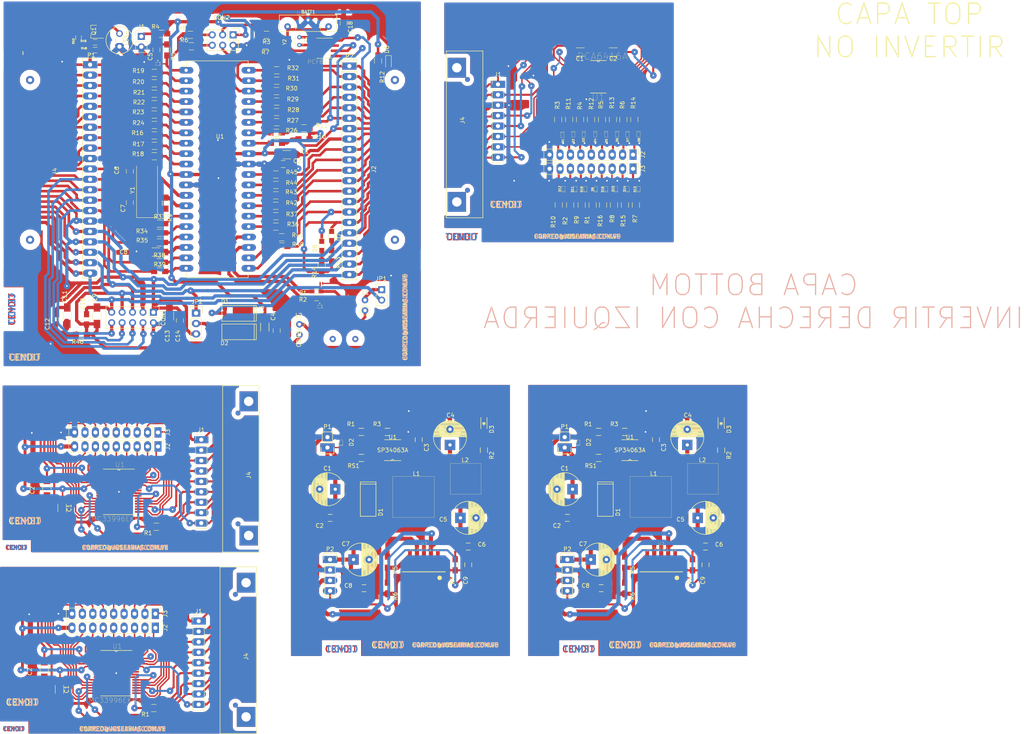
<source format=kicad_pcb>
(kicad_pcb (version 4) (host pcbnew 4.0.6-e0-6349~53~ubuntu14.04.1)
  (title_block (title "Etapa salida fuente conmutada + regulador LDO") (date 2017-12-05) (rev "Rev 1.0") (company CENDIT) (comment 1 correo@josearias.com.ve) (comment 2 "Jose Arias"))
  (layers (0 F.Cu signal) (31 B.Cu signal) (34 B.Paste user) (35 F.Paste user) (36 B.SilkS user) (37 F.SilkS user) (38 B.Mask user) (39 F.Mask user) (44 Edge.Cuts user))
  (net 0 "")
  (net 1 VDD)
  (net 2 GNDD)
  (net 3 "Net-(C5-Pad1)")
  (net 4 /OSC1)
  (net 5 "Net-(C7-Pad1)")
  (net 6 /VUSB_CAP)
  (net 7 /VPWR)
  (net 8 GNDPWR)
  (net 9 /VCC_5V)
  (net 10 /VDD_3V)
  (net 11 "Net-(CON3-Pad1)")
  (net 12 "Net-(CON3-Pad5)")
  (net 13 //RST_VIKING)
  (net 14 //CS_VIKING)
  (net 15 /MISO)
  (net 16 /MOSI)
  (net 17 //RST_LAN)
  (net 18 //CS_LAN)
  (net 19 //RST_GPIB)
  (net 20 //RST_KEY)
  (net 21 "Net-(D1-Pad2)")
  (net 22 /USB_D-)
  (net 23 /USB_VBUS)
  (net 24 /USB_D+)
  (net 25 /LVP)
  (net 26 /OSC2)
  (net 27 "Net-(U3-Pad1)")
  (net 28 "Net-(U3-Pad2)")
  (net 29 "Net-(CON2-Pad3)")
  (net 30 "Net-(CON2-Pad4)")
  (net 31 "Net-(CON2-Pad5)")
  (net 32 "Net-(CON2-Pad6)")
  (net 33 /PA0)
  (net 34 /PA1)
  (net 35 /PA2)
  (net 36 /PA3)
  (net 37 /PA4)
  (net 38 /PA5)
  (net 39 /PE0)
  (net 40 /PE1)
  (net 41 /PE2)
  (net 42 /PC0)
  (net 43 /PC1)
  (net 44 /PC2)
  (net 45 /PD0)
  (net 46 /PD1)
  (net 47 /PB7)
  (net 48 /PB6)
  (net 49 /PB4)
  (net 50 /PB3)
  (net 51 /PB2)
  (net 52 /PB1)
  (net 53 /PB0)
  (net 54 "Net-(D6-Pad2)")
  (net 55 "Net-(D7-Pad2)")
  (net 56 "Net-(LS1-Pad2)")
  (net 57 "Net-(Q1-Pad1)")
  (net 58 "Net-(D2-Pad2)")
  (net 59 /PGD)
  (net 60 /PGC)
  (net 61 /RE0)
  (net 62 /RE1)
  (net 63 /RE2)
  (net 64 /RA0)
  (net 65 /RA1)
  (net 66 /RA2)
  (net 67 /RC0)
  (net 68 /RA3)
  (net 69 /RC1)
  (net 70 /RA4)
  (net 71 /RC2)
  (net 72 /RA5)
  (net 73 /RC6)
  (net 74 /RB0)
  (net 75 /RC7)
  (net 76 /RB1)
  (net 77 /RB2)
  (net 78 /RD0)
  (net 79 /RB3)
  (net 80 /RD1)
  (net 81 /RB4)
  (net 82 /RD2)
  (net 83 /RD3)
  (net 84 /RD4)
  (net 85 /RD5)
  (net 86 /RD6)
  (net 87 /RD7)
  (net 88 /D-)
  (net 89 /D+)
  (net 90 "Net-(Q1-Pad3)")
  (net 91 "Net-(BATT1-Pad1)")
  (net 92 "Net-(D8-Pad2)")
  (net 93 //MCLR_INT)
  (net 94 /PB5)
  (net 95 "Net-(U3-Pad7)")
  (net 96 "Net-(R1-Pad2)")
  (net 97 "Net-(R2-Pad2)")
  (net 98 "Net-(R3-Pad2)")
  (net 99 "Net-(R4-Pad2)")
  (net 100 "Net-(R5-Pad2)")
  (net 101 "Net-(R6-Pad2)")
  (net 102 "Net-(R7-Pad2)")
  (net 103 "Net-(R8-Pad2)")
  (net 104 "Net-(R9-Pad2)")
  (net 105 "Net-(R10-Pad2)")
  (net 106 "Net-(R11-Pad2)")
  (net 107 "Net-(R12-Pad2)")
  (net 108 "Net-(R13-Pad2)")
  (net 109 "Net-(R14-Pad2)")
  (net 110 "Net-(R15-Pad2)")
  (net 111 "Net-(R16-Pad2)")
  (net 112 /D7)
  (net 113 /D6)
  (net 114 /D5)
  (net 115 /D4)
  (net 116 /D3)
  (net 117 /D2)
  (net 118 /D1)
  (net 119 /D0)
  (net 120 /EOI)
  (net 121 /DAV)
  (net 122 /NRFD)
  (net 123 /NDAC)
  (net 124 /IFC)
  (net 125 /SRQ)
  (net 126 /ATN)
  (net 127 /REN)
  (net 128 GND)
  (net 129 +5.0V)
  (net 130 //INT)
  (net 131 /SCL)
  (net 132 /SDA)
  (net 133 //RESET)
  (net 134 /ADDR)
  (net 135 /VKX0)
  (net 136 /VKX1)
  (net 137 /VKX2)
  (net 138 /VKX3)
  (net 139 /VKX4)
  (net 140 /VKX5)
  (net 141 /VKX6)
  (net 142 /VKX7)
  (net 143 /VKX8)
  (net 144 /VKX9)
  (net 145 /VKX10)
  (net 146 /VKX11)
  (net 147 /VKX12)
  (net 148 /VKX13)
  (net 149 /VKX14)
  (net 150 /VKX15)
  (net 151 +24.0V)
  (net 152 /SCLK)
  (net 153 //CS)
  (net 154 /ENABLE)
  (net 155 "Net-(RS1-Pad1)")
  (net 156 "Net-(D1-Pad1)")
  (net 157 "Net-(C3-Pad1)")
  (net 158 "Net-(C4-Pad1)")
  (net 159 "Net-(D3-Pad2)")
  (net 160 "Net-(R5-Pad1)")
  (net 161 VIN)
  (net 162 VREG)
  (net 163 VOUT)
  (net 164 /VK_PWM)
  (module LEDs:LED_0805 (layer F.Cu) (at 97.282 74.295 270)
    (fp_text reference D7 (at 0.254 -1.778 270) (layer F.SilkS))
    (fp_text value LED)
    (pad 2 smd rect (at 1.1 0 90) (size 1.2 1.2) (layers F.Cu F.Paste F.Mask) (net 55 "Net-(D7-Pad2)"))
    (pad 1 smd rect (at -1.1 0 90) (size 1.2 1.2) (layers F.Cu F.Paste F.Mask) (net 20 //RST_KEY))
  )
  (module Inductors_THT:L_Axial_L5.3mm_D2.2mm_P2.54mm_Vertical_Vishay_IM-1 (layer F.Cu) (at 89.4334 95.8342 270)
    (fp_text reference L2 (at -2.159 0.127 360) (layer F.SilkS))
    (fp_text value FERRITE_BEAD)
    (pad 1 thru_hole circle (at 0 0 270) (size 1.6 1.6) (drill 0.8) (layers *.Cu *.Mask) (net 12 "Net-(CON3-Pad5)"))
    (pad 2 thru_hole oval (at 2.54 0 270) (size 1.6 1.6) (drill 0.8) (layers *.Cu *.Mask) (net 8 GNDPWR))
  )
  (module Capacitors_SMD:C_0805_HandSoldering (layer F.Cu) (at 29.972 94.615 270)
    (fp_text reference C12 (at 1.143 1.905 270) (layer F.SilkS))
    (fp_text value 0.1uF)
    (pad 1 smd rect (at -1.25 0 270) (size 1.5 1.25) (layers F.Cu F.Paste F.Mask) (net 9 /VCC_5V))
    (pad 2 smd rect (at 1.25 0 270) (size 1.5 1.25) (layers F.Cu F.Paste F.Mask) (net 2 GNDD))
  )
  (module CenditFootprints2:DEBUG_PIN_HEADER_21P (layer F.Cu) (at 38.4556 32.5501)
    (fp_text reference P1 (at 0.2794 -2.3241) (layer F.SilkS))
    (fp_text value DEBUG_HEADER_21P)
    (pad 1 thru_hole rect (at 0 0) (size 3.5 1.7272) (drill 1.016) (layers *.Cu *.Mask) (net 33 /PA0))
    (pad 2 thru_hole oval (at 0 2.54) (size 3.5 1.7272) (drill 1.016) (layers *.Cu *.Mask) (net 34 /PA1))
    (pad 3 thru_hole oval (at 0 5.08) (size 3.5 1.7272) (drill 1.016) (layers *.Cu *.Mask) (net 35 /PA2))
    (pad 4 thru_hole oval (at 0 7.62) (size 3.5 1.7272) (drill 1.016) (layers *.Cu *.Mask) (net 36 /PA3))
    (pad 5 thru_hole oval (at 0 10.16) (size 3.5 1.7272) (drill 1.016) (layers *.Cu *.Mask) (net 37 /PA4))
    (pad 6 thru_hole oval (at 0 12.7) (size 3.5 1.7272) (drill 1.016) (layers *.Cu *.Mask) (net 38 /PA5))
    (pad 7 thru_hole oval (at 0 15.24) (size 3.5 1.7272) (drill 1.016) (layers *.Cu *.Mask) (net 39 /PE0))
    (pad 8 thru_hole oval (at 0 17.78) (size 3.5 1.7272) (drill 1.016) (layers *.Cu *.Mask) (net 40 /PE1))
    (pad 9 thru_hole oval (at 0 20.32) (size 3.5 1.7272) (drill 1.016) (layers *.Cu *.Mask) (net 41 /PE2))
    (pad 10 thru_hole oval (at 0 22.86) (size 3.5 1.7272) (drill 1.016) (layers *.Cu *.Mask) (net 2 GNDD))
    (pad 11 thru_hole oval (at 0 25.4) (size 3.5 1.7272) (drill 1.016) (layers *.Cu *.Mask) (net 42 /PC0))
    (pad 12 thru_hole oval (at 0 27.94) (size 3.5 1.7272) (drill 1.016) (layers *.Cu *.Mask) (net 43 /PC1))
    (pad 13 thru_hole oval (at 0 30.48) (size 3.5 1.7272) (drill 1.016) (layers *.Cu *.Mask) (net 44 /PC2))
    (pad 14 thru_hole oval (at 0 33.02) (size 3.5 1.7272) (drill 1.016) (layers *.Cu *.Mask) (net 45 /PD0))
    (pad 15 thru_hole oval (at 0 35.56) (size 3.5 1.7272) (drill 1.016) (layers *.Cu *.Mask) (net 46 /PD1))
    (pad 16 thru_hole oval (at 0 38.1) (size 3.5 1.7272) (drill 1.016) (layers *.Cu *.Mask) (net 2 GNDD))
    (pad 17 thru_hole oval (at 0 40.64) (size 3.5 1.7272) (drill 1.016) (layers *.Cu *.Mask) (net 10 /VDD_3V))
    (pad 18 thru_hole oval (at 0 43.18) (size 3.5 1.7272) (drill 1.016) (layers *.Cu *.Mask) (net 2 GNDD))
    (pad 19 thru_hole oval (at 0 45.72) (size 3.5 1.7272) (drill 1.016) (layers *.Cu *.Mask) (net 9 /VCC_5V))
    (pad 20 thru_hole oval (at 0 48.26) (size 3.5 1.7272) (drill 1.016) (layers *.Cu *.Mask) (net 8 GNDPWR))
    (pad 21 thru_hole oval (at 0 50.8) (size 3.5 1.7272) (drill 1.016) (layers *.Cu *.Mask) (net 7 /VPWR))
  )
  (module Resistors_SMD:R_0603_HandSoldering (layer F.Cu) (at 93.599 87.8205)
    (fp_text reference R1 (at -3.302 0.381) (layer F.SilkS))
    (fp_text value 33)
    (pad 1 smd rect (at -1.1 0) (size 1.2 0.9) (layers F.Cu F.Paste F.Mask) (net 22 /USB_D-))
    (pad 2 smd rect (at 1.1 0) (size 1.2 0.9) (layers F.Cu F.Paste F.Mask) (net 88 /D-))
  )
  (module Capacitors_SMD:C_1206_HandSoldering (layer F.Cu) (at 86.36 54.483)
    (fp_text reference C1 (at 4.445 -0.762) (layer F.SilkS))
    (fp_text value 1uF)
    (pad 1 smd rect (at -2 0) (size 2 1.6) (layers F.Cu F.Paste F.Mask) (net 1 VDD))
    (pad 2 smd rect (at 2 0) (size 2 1.6) (layers F.Cu F.Paste F.Mask) (net 2 GNDD))
  )
  (module Capacitors_SMD:C_0805_HandSoldering (layer F.Cu) (at 85.471 56.769)
    (fp_text reference C2 (at 3.429 -0.762) (layer F.SilkS))
    (fp_text value 0.1uF)
    (pad 1 smd rect (at -1.25 0) (size 1.5 1.25) (layers F.Cu F.Paste F.Mask) (net 1 VDD))
    (pad 2 smd rect (at 1.25 0) (size 1.5 1.25) (layers F.Cu F.Paste F.Mask) (net 2 GNDD))
  )
  (module Capacitors_SMD:C_0805_HandSoldering (layer F.Cu) (at 83.8962 97.3582 270)
    (fp_text reference C4 (at -3.4036 0.8636 270) (layer F.SilkS))
    (fp_text value 0.1uF)
    (pad 1 smd rect (at -1.25 0 270) (size 1.5 1.25) (layers F.Cu F.Paste F.Mask) (net 1 VDD))
    (pad 2 smd rect (at 1.25 0 270) (size 1.5 1.25) (layers F.Cu F.Paste F.Mask) (net 2 GNDD))
  )
  (module Capacitors_SMD:C_0805_HandSoldering (layer F.Cu) (at 54.61 28.956 270)
    (fp_text reference C5 (at 1.651 1.4986 270) (layer F.SilkS))
    (fp_text value 0.1uF)
    (pad 1 smd rect (at -1.25 0 270) (size 1.5 1.25) (layers F.Cu F.Paste F.Mask) (net 3 "Net-(C5-Pad1)"))
    (pad 2 smd rect (at 1.25 0 270) (size 1.5 1.25) (layers F.Cu F.Paste F.Mask) (net 2 GNDD))
  )
  (module Capacitors_SMD:C_1206_HandSoldering (layer F.Cu) (at 54.483 78.2066)
    (fp_text reference C8 (at -7.874 0) (layer F.SilkS))
    (fp_text value 0.1uF)
    (pad 1 smd rect (at -2 0) (size 2 1.6) (layers F.Cu F.Paste F.Mask) (net 2 GNDD))
    (pad 2 smd rect (at 2 0) (size 2 1.6) (layers F.Cu F.Paste F.Mask) (net 6 /VUSB_CAP))
  )
  (module Capacitors_SMD:C_1206_HandSoldering (layer F.Cu) (at 40.132 93.726 270)
    (fp_text reference C9 (at -4.445 0.508 270) (layer F.SilkS))
    (fp_text value 1uF)
    (pad 1 smd rect (at -2 0 270) (size 2 1.6) (layers F.Cu F.Paste F.Mask) (net 7 /VPWR))
    (pad 2 smd rect (at 2 0 270) (size 2 1.6) (layers F.Cu F.Paste F.Mask) (net 8 GNDPWR))
  )
  (module Capacitors_SMD:C_0805_HandSoldering (layer F.Cu) (at 37.592 94.615 270)
    (fp_text reference C10 (at -3.81 0.889 270) (layer F.SilkS))
    (fp_text value 0.1uF)
    (pad 1 smd rect (at -1.25 0 270) (size 1.5 1.25) (layers F.Cu F.Paste F.Mask) (net 7 /VPWR))
    (pad 2 smd rect (at 1.25 0 270) (size 1.5 1.25) (layers F.Cu F.Paste F.Mask) (net 8 GNDPWR))
  )
  (module Capacitors_SMD:C_1206_HandSoldering (layer F.Cu) (at 32.893 93.726 270)
    (fp_text reference C11 (at -4.699 0.635 270) (layer F.SilkS))
    (fp_text value 1uF)
    (pad 1 smd rect (at -2 0 270) (size 2 1.6) (layers F.Cu F.Paste F.Mask) (net 9 /VCC_5V))
    (pad 2 smd rect (at 2 0 270) (size 2 1.6) (layers F.Cu F.Paste F.Mask) (net 2 GNDD))
  )
  (module Capacitors_SMD:C_1206_HandSoldering (layer F.Cu) (at 57.785 93.853 270)
    (fp_text reference C13 (at 4.826 0.508 270) (layer F.SilkS))
    (fp_text value 1uF)
    (pad 1 smd rect (at -2 0 270) (size 2 1.6) (layers F.Cu F.Paste F.Mask) (net 10 /VDD_3V))
    (pad 2 smd rect (at 2 0 270) (size 2 1.6) (layers F.Cu F.Paste F.Mask) (net 2 GNDD))
  )
  (module Capacitors_SMD:C_0805_HandSoldering (layer F.Cu) (at 60.325 94.869 270)
    (fp_text reference C14 (at 3.81 0.508 270) (layer F.SilkS))
    (fp_text value 0.1uF)
    (pad 1 smd rect (at -1.25 0 270) (size 1.5 1.25) (layers F.Cu F.Paste F.Mask) (net 10 /VDD_3V))
    (pad 2 smd rect (at 1.25 0 270) (size 1.5 1.25) (layers F.Cu F.Paste F.Mask) (net 2 GNDD))
  )
  (module Capacitors_SMD:C_0805_HandSoldering (layer F.Cu) (at 100.203 22.4536 90)
    (fp_text reference C18 (at -0.9144 1.651 90) (layer F.SilkS))
    (fp_text value 0.1uF)
    (pad 1 smd rect (at -1.25 0 90) (size 1.5 1.25) (layers F.Cu F.Paste F.Mask) (net 10 /VDD_3V))
    (pad 2 smd rect (at 1.25 0 90) (size 1.5 1.25) (layers F.Cu F.Paste F.Mask) (net 2 GNDD))
  )
  (module Pin_Headers:Pin_Header_Straight_1x02_Pitch2.54mm (layer F.Cu) (at 50.927 25.654)
    (fp_text reference J1 (at 0 -2.39) (layer F.SilkS))
    (fp_text value RESET_CON)
    (pad 1 thru_hole rect (at 0 0) (size 1.7 1.7) (drill 1) (layers *.Cu *.Mask) (net 3 "Net-(C5-Pad1)"))
    (pad 2 thru_hole oval (at 0 2.54) (size 1.7 1.7) (drill 1) (layers *.Cu *.Mask) (net 2 GNDD))
  )
  (module Pin_Headers:Pin_Header_Straight_1x02_Pitch2.54mm (layer F.Cu) (at 109.474 87.376)
    (fp_text reference JP1 (at -0.127 -2.667) (layer F.SilkS))
    (fp_text value JMP_USB_VBUS)
    (pad 1 thru_hole rect (at 0 0) (size 1.7 1.7) (drill 1) (layers *.Cu *.Mask) (net 23 /USB_VBUS))
    (pad 2 thru_hole oval (at 0 2.54) (size 1.7 1.7) (drill 1) (layers *.Cu *.Mask) (net 21 "Net-(D1-Pad2)"))
  )
  (module Resistors_SMD:R_0603_HandSoldering (layer F.Cu) (at 93.599 89.408)
    (fp_text reference R2 (at -3.302 0.381) (layer F.SilkS))
    (fp_text value 33)
    (pad 1 smd rect (at -1.1 0) (size 1.2 0.9) (layers F.Cu F.Paste F.Mask) (net 24 /USB_D+))
    (pad 2 smd rect (at 1.1 0) (size 1.2 0.9) (layers F.Cu F.Paste F.Mask) (net 89 /D+))
  )
  (module Resistors_SMD:R_0805_HandSoldering (layer F.Cu) (at 81.407 25.273 180)
    (fp_text reference R3 (at 0 -1.7 180) (layer F.SilkS))
    (fp_text value 100R)
    (pad 1 smd rect (at -1.35 0 180) (size 1.5 1.3) (layers F.Cu F.Paste F.Mask) (net 59 /PGD))
    (pad 2 smd rect (at 1.35 0 180) (size 1.5 1.3) (layers F.Cu F.Paste F.Mask) (net 29 "Net-(CON2-Pad3)"))
  )
  (module Resistors_SMD:R_0805_HandSoldering (layer F.Cu) (at 55.88 25.019 180)
    (fp_text reference R4 (at 1.4986 1.7272 180) (layer F.SilkS))
    (fp_text value 4,7K)
    (pad 1 smd rect (at -1.35 0 180) (size 1.5 1.3) (layers F.Cu F.Paste F.Mask) (net 1 VDD))
    (pad 2 smd rect (at 1.35 0 180) (size 1.5 1.3) (layers F.Cu F.Paste F.Mask) (net 3 "Net-(C5-Pad1)"))
  )
  (module Resistors_SMD:R_0805_HandSoldering (layer F.Cu) (at 57.15 28.956 90)
    (fp_text reference R5 (at -1.5494 1.6002 90) (layer F.SilkS))
    (fp_text value 100R)
    (pad 1 smd rect (at -1.35 0 90) (size 1.5 1.3) (layers F.Cu F.Paste F.Mask) (net 93 //MCLR_INT))
    (pad 2 smd rect (at 1.35 0 90) (size 1.5 1.3) (layers F.Cu F.Paste F.Mask) (net 3 "Net-(C5-Pad1)"))
  )
  (module Resistors_SMD:R_0805_HandSoldering (layer F.Cu) (at 63.119 28.067)
    (fp_text reference R6 (at -1.7272 -1.524) (layer F.SilkS))
    (fp_text value 100R)
    (pad 1 smd rect (at -1.35 0) (size 1.5 1.3) (layers F.Cu F.Paste F.Mask) (net 25 /LVP))
    (pad 2 smd rect (at 1.35 0) (size 1.5 1.3) (layers F.Cu F.Paste F.Mask) (net 32 "Net-(CON2-Pad6)"))
  )
  (module Resistors_SMD:R_0805_HandSoldering (layer F.Cu) (at 81.153 27.813 180)
    (fp_text reference R7 (at 0 -1.7 180) (layer F.SilkS))
    (fp_text value 100R)
    (pad 1 smd rect (at -1.35 0 180) (size 1.5 1.3) (layers F.Cu F.Paste F.Mask) (net 60 /PGC))
    (pad 2 smd rect (at 1.35 0 180) (size 1.5 1.3) (layers F.Cu F.Paste F.Mask) (net 30 "Net-(CON2-Pad4)"))
  )
  (module Resistors_SMD:R_0805_HandSoldering (layer F.Cu) (at 62.865 25.273)
    (fp_text reference R8 (at -1.9812 -1.6764) (layer F.SilkS))
    (fp_text value 100)
    (pad 1 smd rect (at -1.35 0) (size 1.5 1.3) (layers F.Cu F.Paste F.Mask) (net 93 //MCLR_INT))
    (pad 2 smd rect (at 1.35 0) (size 1.5 1.3) (layers F.Cu F.Paste F.Mask) (net 31 "Net-(CON2-Pad5)"))
  )
  (module Resistors_SMD:R_0805_HandSoldering (layer F.Cu) (at 56.896 66.294 270)
    (fp_text reference R9 (at 3.556 -1.016 270) (layer F.SilkS))
    (fp_text value RS)
    (pad 1 smd rect (at -1.35 0 270) (size 1.5 1.3) (layers F.Cu F.Paste F.Mask) (net 26 /OSC2))
    (pad 2 smd rect (at 1.35 0 270) (size 1.5 1.3) (layers F.Cu F.Paste F.Mask) (net 5 "Net-(C7-Pad1)"))
  )
  (module Crystals:Crystal_C26-LF_d2.1mm_l6.5mm_Vertical (layer F.Cu) (at 89.408 25.8572 270)
    (fp_text reference Y2 (at 1.1684 3.5814 270) (layer F.SilkS) (effects (font (size 0.8 0.8))))
    (fp_text value 32.768KHZ)
    (pad 1 thru_hole circle (at 0 0 270) (size 1 1) (drill 0.5) (layers *.Cu *.Mask) (net 27 "Net-(U3-Pad1)"))
    (pad 2 thru_hole circle (at 1.9 0 270) (size 1 1) (drill 0.5) (layers *.Cu *.Mask) (net 28 "Net-(U3-Pad2)"))
  )
  (module Inductors_THT:L_Axial_L5.3mm_D2.2mm_P2.54mm_Vertical_Vishay_IM-1 (layer F.Cu) (at 105.41 92.456 90)
    (fp_text reference L1 (at 4.3688 0.1524 180) (layer F.SilkS))
    (fp_text value FERRITE_BEAD)
    (pad 1 thru_hole circle (at 0 0 90) (size 1.6 1.6) (drill 0.8) (layers *.Cu *.Mask) (net 11 "Net-(CON3-Pad1)"))
    (pad 2 thru_hole oval (at 2.54 0 90) (size 1.6 1.6) (drill 0.8) (layers *.Cu *.Mask) (net 23 /USB_VBUS))
  )
  (module Capacitors_SMD:C_0805_HandSoldering (layer F.Cu) (at 48.133 58.547 270)
    (fp_text reference C6 (at -0.254 3.175 270) (layer F.SilkS))
    (fp_text value 22p)
    (pad 1 smd rect (at -1.25 0 270) (size 1.5 1.25) (layers F.Cu F.Paste F.Mask) (net 4 /OSC1))
    (pad 2 smd rect (at 1.25 0 270) (size 1.5 1.25) (layers F.Cu F.Paste F.Mask) (net 2 GNDD))
  )
  (module Capacitors_SMD:C_0805_HandSoldering (layer F.Cu) (at 48.133 66.167 90)
    (fp_text reference C7 (at -1.397 -1.651 90) (layer F.SilkS))
    (fp_text value 22p)
    (pad 1 smd rect (at -1.25 0 90) (size 1.5 1.25) (layers F.Cu F.Paste F.Mask) (net 5 "Net-(C7-Pad1)"))
    (pad 2 smd rect (at 1.25 0 90) (size 1.5 1.25) (layers F.Cu F.Paste F.Mask) (net 2 GNDD))
  )
  (module LEDs:LED_0805 (layer F.Cu) (at 111.125 32.131 270)
    (fp_text reference D6 (at -3.302 0.381 270) (layer F.SilkS))
    (fp_text value LED)
    (pad 2 smd rect (at 1.1 0 90) (size 1.2 1.2) (layers F.Cu F.Paste F.Mask) (net 54 "Net-(D6-Pad2)"))
    (pad 1 smd rect (at -1.1 0 90) (size 1.2 1.2) (layers F.Cu F.Paste F.Mask) (net 2 GNDD))
  )
  (module Resistors_SMD:R_0805_HandSoldering (layer F.Cu) (at 108.585 31.623 270)
    (fp_text reference R12 (at 3.937 -1.016 270) (layer F.SilkS))
    (fp_text value 300)
    (pad 1 smd rect (at -1.35 0 270) (size 1.5 1.3) (layers F.Cu F.Paste F.Mask) (net 1 VDD))
    (pad 2 smd rect (at 1.35 0 270) (size 1.5 1.3) (layers F.Cu F.Paste F.Mask) (net 54 "Net-(D6-Pad2)"))
  )
  (module Resistors_SMD:R_0805_HandSoldering (layer F.Cu) (at 97.282 79.121 90)
    (fp_text reference R13 (at -1.651 1.651 90) (layer F.SilkS))
    (fp_text value 300)
    (pad 1 smd rect (at -1.35 0 90) (size 1.5 1.3) (layers F.Cu F.Paste F.Mask) (net 1 VDD))
    (pad 2 smd rect (at 1.35 0 90) (size 1.5 1.3) (layers F.Cu F.Paste F.Mask) (net 55 "Net-(D7-Pad2)"))
  )
  (module Buzzers_Beepers:MagneticBuzzer_Kingstate_KCG0601 (layer F.Cu) (at 45.6184 28.1432 90)
    (fp_text reference LS1 (at 1.6002 1.6256 90) (layer F.SilkS))
    (fp_text value Speaker_Crystal)
    (pad 1 thru_hole circle (at 0 0 90) (size 1.6002 1.6002) (drill 1.00076) (layers *.Cu *.Mask) (net 2 GNDD))
    (pad 2 thru_hole circle (at 3.175 0 90) (size 1.6002 1.6002) (drill 1.00076) (layers *.Cu *.Mask) (net 56 "Net-(LS1-Pad2)"))
  )
  (module Pin_Headers:Pin_Header_Straight_2x03 (layer F.Cu) (at 73.279 25.273 270)
    (fp_text reference CON2 (at -4.191 2.794 360) (layer F.SilkS))
    (fp_text value ICSP_CON)
    (pad 1 thru_hole rect (at 0 0 270) (size 1.7272 1.7272) (drill 1.016) (layers *.Cu *.Mask) (net 1 VDD))
    (pad 2 thru_hole oval (at 2.54 0 270) (size 1.7272 1.7272) (drill 1.016) (layers *.Cu *.Mask) (net 2 GNDD))
    (pad 3 thru_hole oval (at 0 2.54 270) (size 1.7272 1.7272) (drill 1.016) (layers *.Cu *.Mask) (net 29 "Net-(CON2-Pad3)"))
    (pad 4 thru_hole oval (at 2.54 2.54 270) (size 1.7272 1.7272) (drill 1.016) (layers *.Cu *.Mask) (net 30 "Net-(CON2-Pad4)"))
    (pad 5 thru_hole oval (at 0 5.08 270) (size 1.7272 1.7272) (drill 1.016) (layers *.Cu *.Mask) (net 31 "Net-(CON2-Pad5)"))
    (pad 6 thru_hole oval (at 2.54 5.08 270) (size 1.7272 1.7272) (drill 1.016) (layers *.Cu *.Mask) (net 32 "Net-(CON2-Pad6)"))
  )
  (module Resistors_SMD:R_0805_HandSoldering (layer F.Cu) (at 36.322 98.298)
    (fp_text reference R46 (at -0.889 1.778) (layer F.SilkS))
    (fp_text value 0)
    (pad 1 smd rect (at -1.35 0) (size 1.5 1.3) (layers F.Cu F.Paste F.Mask) (net 2 GNDD))
    (pad 2 smd rect (at 1.35 0) (size 1.5 1.3) (layers F.Cu F.Paste F.Mask) (net 8 GNDPWR))
  )
  (module CenditFootprints2:PIC18F4550-PDIP (layer F.Cu) (at 61.849 33.909)
    (fp_text reference U1 (at 8.255 16.129) (layer F.SilkS))
    (fp_text value PIC18F4550-I/P)
    (pad 1 thru_hole oval (at 0 0) (size 3.5 1.6) (drill 0.8) (layers *.Cu *.Mask) (net 93 //MCLR_INT))
    (pad 2 thru_hole oval (at 0 2.54) (size 3.5 1.6) (drill 0.8) (layers *.Cu *.Mask) (net 64 /RA0))
    (pad 3 thru_hole oval (at 0 5.08) (size 3.5 1.6) (drill 0.8) (layers *.Cu *.Mask) (net 65 /RA1))
    (pad 4 thru_hole oval (at 0 7.62) (size 3.5 1.6) (drill 0.8) (layers *.Cu *.Mask) (net 66 /RA2))
    (pad 5 thru_hole oval (at 0 10.16) (size 3.5 1.6) (drill 0.8) (layers *.Cu *.Mask) (net 68 /RA3))
    (pad 6 thru_hole oval (at 0 12.7) (size 3.5 1.6) (drill 0.8) (layers *.Cu *.Mask) (net 70 /RA4))
    (pad 7 thru_hole oval (at 0 15.24) (size 3.5 1.6) (drill 0.8) (layers *.Cu *.Mask) (net 72 /RA5))
    (pad 8 thru_hole oval (at 0 17.78) (size 3.5 1.6) (drill 0.8) (layers *.Cu *.Mask) (net 61 /RE0))
    (pad 9 thru_hole oval (at 0 20.32) (size 3.5 1.6) (drill 0.8) (layers *.Cu *.Mask) (net 62 /RE1))
    (pad 10 thru_hole oval (at 0 22.86) (size 3.5 1.6) (drill 0.8) (layers *.Cu *.Mask) (net 63 /RE2))
    (pad 11 thru_hole oval (at 0 25.4) (size 3.5 1.6) (drill 0.8) (layers *.Cu *.Mask) (net 1 VDD))
    (pad 12 thru_hole oval (at 0 27.94) (size 3.5 1.6) (drill 0.8) (layers *.Cu *.Mask) (net 2 GNDD))
    (pad 13 thru_hole oval (at 0 30.48) (size 3.5 1.6) (drill 0.8) (layers *.Cu *.Mask) (net 4 /OSC1))
    (pad 14 thru_hole oval (at 0 33.02) (size 3.5 1.6) (drill 0.8) (layers *.Cu *.Mask) (net 26 /OSC2))
    (pad 15 thru_hole oval (at 0 35.56) (size 3.5 1.6) (drill 0.8) (layers *.Cu *.Mask) (net 67 /RC0))
    (pad 16 thru_hole oval (at 0 38.1) (size 3.5 1.6) (drill 0.8) (layers *.Cu *.Mask) (net 69 /RC1))
    (pad 17 thru_hole oval (at 0 40.64) (size 3.5 1.6) (drill 0.8) (layers *.Cu *.Mask) (net 71 /RC2))
    (pad 18 thru_hole oval (at 0 43.18) (size 3.5 1.6) (drill 0.8) (layers *.Cu *.Mask) (net 6 /VUSB_CAP))
    (pad 19 thru_hole oval (at 0 45.72) (size 3.5 1.6) (drill 0.8) (layers *.Cu *.Mask) (net 78 /RD0))
    (pad 20 thru_hole oval (at 0 48.26) (size 3.5 1.6) (drill 0.8) (layers *.Cu *.Mask) (net 80 /RD1))
    (pad 21 thru_hole oval (at 15.24 48.26) (size 3.5 1.6) (drill 0.8) (layers *.Cu *.Mask) (net 82 /RD2))
    (pad 22 thru_hole oval (at 15.24 45.72) (size 3.5 1.6) (drill 0.8) (layers *.Cu *.Mask) (net 83 /RD3))
    (pad 23 thru_hole oval (at 15.24 43.18) (size 3.5 1.6) (drill 0.8) (layers *.Cu *.Mask) (net 22 /USB_D-))
    (pad 24 thru_hole oval (at 15.24 40.64) (size 3.5 1.6) (drill 0.8) (layers *.Cu *.Mask) (net 24 /USB_D+))
    (pad 25 thru_hole oval (at 15.24 38.1) (size 3.5 1.6) (drill 0.8) (layers *.Cu *.Mask) (net 73 /RC6))
    (pad 26 thru_hole oval (at 15.24 35.56) (size 3.5 1.6) (drill 0.8) (layers *.Cu *.Mask) (net 75 /RC7))
    (pad 27 thru_hole oval (at 15.24 33.02) (size 3.5 1.6) (drill 0.8) (layers *.Cu *.Mask) (net 84 /RD4))
    (pad 28 thru_hole oval (at 15.24 30.48) (size 3.5 1.6) (drill 0.8) (layers *.Cu *.Mask) (net 85 /RD5))
    (pad 29 thru_hole oval (at 15.24 27.94) (size 3.5 1.6) (drill 0.8) (layers *.Cu *.Mask) (net 86 /RD6))
    (pad 30 thru_hole oval (at 15.24 25.4) (size 3.5 1.6) (drill 0.8) (layers *.Cu *.Mask) (net 87 /RD7))
    (pad 31 thru_hole oval (at 15.24 22.86) (size 3.5 1.6) (drill 0.8) (layers *.Cu *.Mask) (net 2 GNDD))
    (pad 32 thru_hole oval (at 15.24 20.32) (size 3.5 1.6) (drill 0.8) (layers *.Cu *.Mask) (net 1 VDD))
    (pad 33 thru_hole oval (at 15.24 17.78) (size 3.5 1.6) (drill 0.8) (layers *.Cu *.Mask) (net 74 /RB0))
    (pad 34 thru_hole oval (at 15.24 15.24) (size 3.5 1.6) (drill 0.8) (layers *.Cu *.Mask) (net 76 /RB1))
    (pad 35 thru_hole oval (at 15.24 12.7) (size 3.5 1.6) (drill 0.8) (layers *.Cu *.Mask) (net 77 /RB2))
    (pad 36 thru_hole oval (at 15.24 10.16) (size 3.5 1.6) (drill 0.8) (layers *.Cu *.Mask) (net 79 /RB3))
    (pad 37 thru_hole oval (at 15.24 7.62) (size 3.5 1.6) (drill 0.8) (layers *.Cu *.Mask) (net 81 /RB4))
    (pad 38 thru_hole oval (at 15.24 5.08) (size 3.5 1.6) (drill 0.8) (layers *.Cu *.Mask) (net 25 /LVP))
    (pad 39 thru_hole oval (at 15.24 2.54) (size 3.5 1.6) (drill 0.8) (layers *.Cu *.Mask) (net 60 /PGC))
    (pad 40 thru_hole oval (at 15.24 0) (size 3.5 1.6) (drill 0.8) (layers *.Cu *.Mask) (net 59 /PGD))
  )
  (module CenditFootprints2:SP1003-01ETG (layer F.Cu) (at 94.361 91.5035 180)
    (fp_text reference D3 (at 0 0.8 180) (layer F.SilkS) (effects (font (size 0.2 0.2) (thickness 0.05))))
    (fp_text value SP1003-01ETG)
    (pad 1 smd rect (at -0.325 0 180) (size 0.325 0.65) (layers F.Cu F.Paste F.Mask) (net 89 /D+))
    (pad 2 smd rect (at 0.325 0 180) (size 0.325 0.65) (layers F.Cu F.Paste F.Mask) (net 2 GNDD))
  )
  (module CenditFootprints2:SP1003-01ETG (layer F.Cu) (at 94.8055 85.852)
    (fp_text reference D4 (at 0 0.8) (layer F.SilkS) (effects (font (size 0.2 0.2) (thickness 0.05))))
    (fp_text value SP1003-01ETG)
    (pad 1 smd rect (at -0.325 0) (size 0.325 0.65) (layers F.Cu F.Paste F.Mask) (net 88 /D-))
    (pad 2 smd rect (at 0.325 0) (size 0.325 0.65) (layers F.Cu F.Paste F.Mask) (net 2 GNDD))
  )
  (module CenditFootprints2:SP1003-01ETG (layer F.Cu) (at 54.9402 32.3342 180)
    (fp_text reference D5 (at 0 0.8 180) (layer F.SilkS) (effects (font (size 0.2 0.2) (thickness 0.05))))
    (fp_text value SP1003-01ETG)
    (pad 1 smd rect (at -0.325 0 180) (size 0.325 0.65) (layers F.Cu F.Paste F.Mask) (net 93 //MCLR_INT))
    (pad 2 smd rect (at 0.325 0 180) (size 0.325 0.65) (layers F.Cu F.Paste F.Mask) (net 2 GNDD))
  )
  (module CenditFootprints2:SATA_PLUG_22P_SMT (layer F.Cu) (at 112.141 70.993 90)
    (fp_text reference J2 (at 12.954 -4.572 90) (layer F.SilkS))
    (fp_text value "SATA_PLUG _22P_SMT")
    (pad 1 smd rect (at 0 0 90) (size 0.6 1.7) (layers F.Cu F.Paste F.Mask) (net 7 /VPWR))
    (pad 2 smd rect (at 1.27 0 90) (size 0.6 1.7) (layers F.Cu F.Paste F.Mask) (net 8 GNDPWR))
    (pad 3 smd rect (at 2.54 0 90) (size 0.6 1.7) (layers F.Cu F.Paste F.Mask) (net 9 /VCC_5V))
    (pad 4 smd rect (at 3.81 0 90) (size 0.6 1.7) (layers F.Cu F.Paste F.Mask) (net 2 GNDD))
    (pad 5 smd rect (at 5.08 0 90) (size 0.6 1.7) (layers F.Cu F.Paste F.Mask) (net 10 /VDD_3V))
    (pad 6 smd rect (at 6.35 0 90) (size 0.6 1.7) (layers F.Cu F.Paste F.Mask) (net 20 //RST_KEY))
    (pad 7 smd rect (at 7.62 0 90) (size 0.6 1.7) (layers F.Cu F.Paste F.Mask) (net 19 //RST_GPIB))
    (pad 8 smd rect (at 13.97 0 90) (size 0.6 1.7) (layers F.Cu F.Paste F.Mask) (net 15 /MISO))
    (pad 9 smd rect (at 15.24 0 90) (size 0.6 1.7) (layers F.Cu F.Paste F.Mask) (net 16 /MOSI))
    (pad 10 smd rect (at 16.51 0 90) (size 0.6 1.7) (layers F.Cu F.Paste F.Mask) (net 17 //RST_LAN))
    (pad 11 smd rect (at 17.78 0 90) (size 0.6 1.7) (layers F.Cu F.Paste F.Mask) (net 13 //RST_VIKING))
    (pad 12 smd rect (at 19.05 0 90) (size 0.6 1.7) (layers F.Cu F.Paste F.Mask) (net 18 //CS_LAN))
    (pad 13 smd rect (at 20.32 0 90) (size 0.6 1.7) (layers F.Cu F.Paste F.Mask) (net 14 //CS_VIKING))
    (pad 14 smd rect (at 21.59 0 90) (size 0.6 1.7) (layers F.Cu F.Paste F.Mask) (net 2 GNDD))
    (pad 15 smd rect (at 22.86 0 90) (size 0.6 1.7) (layers F.Cu F.Paste F.Mask) (net 53 /PB0))
    (pad 16 smd rect (at 24.13 0 90) (size 0.6 1.7) (layers F.Cu F.Paste F.Mask) (net 52 /PB1))
    (pad 17 smd rect (at 25.4 0 90) (size 0.6 1.7) (layers F.Cu F.Paste F.Mask) (net 51 /PB2))
    (pad 18 smd rect (at 26.67 0 90) (size 0.6 1.7) (layers F.Cu F.Paste F.Mask) (net 50 /PB3))
    (pad 19 smd rect (at 27.94 0 90) (size 0.6 1.7) (layers F.Cu F.Paste F.Mask) (net 49 /PB4))
    (pad 20 smd rect (at 29.21 0 90) (size 0.6 1.7) (layers F.Cu F.Paste F.Mask) (net 48 /PB6))
    (pad 21 smd rect (at 30.48 0 90) (size 0.6 1.7) (layers F.Cu F.Paste F.Mask) (net 47 /PB7))
    (pad "" np_thru_hole circle (at 34.71 0.55 90) (size 2 2) (drill 1) (layers *.Cu *.Mask))
    (pad "" np_thru_hole circle (at -4.23 0.55 90) (size 2 2) (drill 1) (layers *.Cu *.Mask))
    (pad 24 smd rect (at 39.54 5.2 90) (size 2 2) (layers F.Cu F.Paste F.Mask))
    (pad 23 smd rect (at -9.06 5.2 90) (size 2 2) (layers F.Cu F.Paste F.Mask))
  )
  (module CenditFootprints2:SATA_PLUG_22P_SMT (layer F.Cu) (at 24.384 40.513 270)
    (fp_text reference J4 (at 18.034 -5.461 270) (layer F.SilkS))
    (fp_text value "SATA_PLUG _22P_SMT")
    (pad 1 smd rect (at 0 0 270) (size 0.6 1.7) (layers F.Cu F.Paste F.Mask) (net 33 /PA0))
    (pad 2 smd rect (at 1.27 0 270) (size 0.6 1.7) (layers F.Cu F.Paste F.Mask) (net 34 /PA1))
    (pad 3 smd rect (at 2.54 0 270) (size 0.6 1.7) (layers F.Cu F.Paste F.Mask) (net 35 /PA2))
    (pad 4 smd rect (at 3.81 0 270) (size 0.6 1.7) (layers F.Cu F.Paste F.Mask) (net 36 /PA3))
    (pad 5 smd rect (at 5.08 0 270) (size 0.6 1.7) (layers F.Cu F.Paste F.Mask) (net 37 /PA4))
    (pad 6 smd rect (at 6.35 0 270) (size 0.6 1.7) (layers F.Cu F.Paste F.Mask) (net 38 /PA5))
    (pad 7 smd rect (at 7.62 0 270) (size 0.6 1.7) (layers F.Cu F.Paste F.Mask) (net 39 /PE0))
    (pad 8 smd rect (at 13.97 0 270) (size 0.6 1.7) (layers F.Cu F.Paste F.Mask) (net 40 /PE1))
    (pad 9 smd rect (at 15.24 0 270) (size 0.6 1.7) (layers F.Cu F.Paste F.Mask) (net 41 /PE2))
    (pad 10 smd rect (at 16.51 0 270) (size 0.6 1.7) (layers F.Cu F.Paste F.Mask) (net 2 GNDD))
    (pad 11 smd rect (at 17.78 0 270) (size 0.6 1.7) (layers F.Cu F.Paste F.Mask) (net 42 /PC0))
    (pad 12 smd rect (at 19.05 0 270) (size 0.6 1.7) (layers F.Cu F.Paste F.Mask) (net 43 /PC1))
    (pad 13 smd rect (at 20.32 0 270) (size 0.6 1.7) (layers F.Cu F.Paste F.Mask) (net 44 /PC2))
    (pad 14 smd rect (at 21.59 0 270) (size 0.6 1.7) (layers F.Cu F.Paste F.Mask) (net 45 /PD0))
    (pad 15 smd rect (at 22.86 0 270) (size 0.6 1.7) (layers F.Cu F.Paste F.Mask) (net 46 /PD1))
    (pad 16 smd rect (at 24.13 0 270) (size 0.6 1.7) (layers F.Cu F.Paste F.Mask) (net 2 GNDD))
    (pad 17 smd rect (at 25.4 0 270) (size 0.6 1.7) (layers F.Cu F.Paste F.Mask) (net 10 /VDD_3V))
    (pad 18 smd rect (at 26.67 0 270) (size 0.6 1.7) (layers F.Cu F.Paste F.Mask) (net 2 GNDD))
    (pad 19 smd rect (at 27.94 0 270) (size 0.6 1.7) (layers F.Cu F.Paste F.Mask) (net 9 /VCC_5V))
    (pad 20 smd rect (at 29.21 0 270) (size 0.6 1.7) (layers F.Cu F.Paste F.Mask) (net 8 GNDPWR))
    (pad 21 smd rect (at 30.48 0 270) (size 0.6 1.7) (layers F.Cu F.Paste F.Mask) (net 7 /VPWR))
    (pad "" np_thru_hole circle (at 34.71 0.55 270) (size 2 2) (drill 1) (layers *.Cu *.Mask))
    (pad "" np_thru_hole circle (at -4.23 0.55 270) (size 2 2) (drill 1) (layers *.Cu *.Mask))
    (pad 24 smd rect (at 39.54 5.2 270) (size 2 2) (layers F.Cu F.Paste F.Mask))
    (pad 23 smd rect (at -9.06 5.2 270) (size 2 2) (layers F.Cu F.Paste F.Mask))
  )
  (module CenditFootprints2:DEBUG_PIN_HEADER_21P (layer F.Cu) (at 101.6 32.893)
    (fp_text reference P2 (at 0 -2.3876) (layer F.SilkS))
    (fp_text value DEBUG_HEADER_21P)
    (pad 1 thru_hole rect (at 0 0) (size 3.5 1.7272) (drill 1.016) (layers *.Cu *.Mask) (net 47 /PB7))
    (pad 2 thru_hole oval (at 0 2.54) (size 3.5 1.7272) (drill 1.016) (layers *.Cu *.Mask) (net 48 /PB6))
    (pad 3 thru_hole oval (at 0 5.08) (size 3.5 1.7272) (drill 1.016) (layers *.Cu *.Mask) (net 49 /PB4))
    (pad 4 thru_hole oval (at 0 7.62) (size 3.5 1.7272) (drill 1.016) (layers *.Cu *.Mask) (net 50 /PB3))
    (pad 5 thru_hole oval (at 0 10.16) (size 3.5 1.7272) (drill 1.016) (layers *.Cu *.Mask) (net 51 /PB2))
    (pad 6 thru_hole oval (at 0 12.7) (size 3.5 1.7272) (drill 1.016) (layers *.Cu *.Mask) (net 52 /PB1))
    (pad 7 thru_hole oval (at 0 15.24) (size 3.5 1.7272) (drill 1.016) (layers *.Cu *.Mask) (net 53 /PB0))
    (pad 8 thru_hole oval (at 0 17.78) (size 3.5 1.7272) (drill 1.016) (layers *.Cu *.Mask) (net 2 GNDD))
    (pad 9 thru_hole oval (at 0 20.32) (size 3.5 1.7272) (drill 1.016) (layers *.Cu *.Mask) (net 14 //CS_VIKING))
    (pad 10 thru_hole oval (at 0 22.86) (size 3.5 1.7272) (drill 1.016) (layers *.Cu *.Mask) (net 18 //CS_LAN))
    (pad 11 thru_hole oval (at 0 25.4) (size 3.5 1.7272) (drill 1.016) (layers *.Cu *.Mask) (net 13 //RST_VIKING))
    (pad 12 thru_hole oval (at 0 27.94) (size 3.5 1.7272) (drill 1.016) (layers *.Cu *.Mask) (net 17 //RST_LAN))
    (pad 13 thru_hole oval (at 0 30.48) (size 3.5 1.7272) (drill 1.016) (layers *.Cu *.Mask) (net 16 /MOSI))
    (pad 14 thru_hole oval (at 0 33.02) (size 3.5 1.7272) (drill 1.016) (layers *.Cu *.Mask) (net 15 /MISO))
    (pad 15 thru_hole oval (at 0 35.56) (size 3.5 1.7272) (drill 1.016) (layers *.Cu *.Mask) (net 19 //RST_GPIB))
    (pad 16 thru_hole oval (at 0 38.1) (size 3.5 1.7272) (drill 1.016) (layers *.Cu *.Mask) (net 20 //RST_KEY))
    (pad 17 thru_hole oval (at 0 40.64) (size 3.5 1.7272) (drill 1.016) (layers *.Cu *.Mask) (net 10 /VDD_3V))
    (pad 18 thru_hole oval (at 0 43.18) (size 3.5 1.7272) (drill 1.016) (layers *.Cu *.Mask) (net 2 GNDD))
    (pad 19 thru_hole oval (at 0 45.72) (size 3.5 1.7272) (drill 1.016) (layers *.Cu *.Mask) (net 9 /VCC_5V))
    (pad 20 thru_hole oval (at 0 48.26) (size 3.5 1.7272) (drill 1.016) (layers *.Cu *.Mask) (net 8 GNDPWR))
    (pad 21 thru_hole oval (at 0 50.8) (size 3.5 1.7272) (drill 1.016) (layers *.Cu *.Mask) (net 7 /VPWR))
  )
  (module CenditFootprints2:PCF85263A_SO8 (layer F.Cu) (at 95.5802 28.5242)
    (fp_text reference U3 (at -5.842 -8.382) (layer F.SilkS) (effects (font (size 1.00152 1.00152) (thickness 0.05))))
    (fp_text value PCF85263A (at 0.0508 3.3528) (layer F.SilkS) (effects (font (size 1.00204 1.00204) (thickness 0.05))))
    (pad 1 smd rect (at -2.475 -1.905) (size 1.97 0.6) (layers F.Cu F.Paste F.Mask) (net 27 "Net-(U3-Pad1)"))
    (pad 2 smd rect (at -2.475 -0.635) (size 1.97 0.6) (layers F.Cu F.Paste F.Mask) (net 28 "Net-(U3-Pad2)"))
    (pad 3 smd rect (at -2.475 0.635) (size 1.97 0.6) (layers F.Cu F.Paste F.Mask) (net 91 "Net-(BATT1-Pad1)"))
    (pad 4 smd rect (at -2.475 1.905) (size 1.97 0.6) (layers F.Cu F.Paste F.Mask) (net 2 GNDD))
    (pad 5 smd rect (at 2.475 1.905) (size 1.97 0.6) (layers F.Cu F.Paste F.Mask) (net 53 /PB0))
    (pad 6 smd rect (at 2.475 0.635) (size 1.97 0.6) (layers F.Cu F.Paste F.Mask) (net 52 /PB1))
    (pad 7 smd rect (at 2.475 -0.635) (size 1.97 0.6) (layers F.Cu F.Paste F.Mask) (net 95 "Net-(U3-Pad7)"))
    (pad 8 smd rect (at 2.475 -1.905) (size 1.97 0.6) (layers F.Cu F.Paste F.Mask) (net 10 /VDD_3V))
  )
  (module Pin_Headers:Pin_Header_Straight_1x03 (layer F.Cu) (at 64.262 93.091)
    (fp_text reference JP2 (at 0.254 -2.794) (layer F.SilkS))
    (fp_text value JMP_3V_5V)
    (pad 1 thru_hole rect (at 0 0) (size 2.032 1.7272) (drill 1.016) (layers *.Cu *.Mask) (net 9 /VCC_5V))
    (pad 2 thru_hole oval (at 0 2.54) (size 2.032 1.7272) (drill 1.016) (layers *.Cu *.Mask) (net 58 "Net-(D2-Pad2)"))
    (pad 3 thru_hole oval (at 0 5.08) (size 2.032 1.7272) (drill 1.016) (layers *.Cu *.Mask) (net 10 /VDD_3V))
  )
  (module CenditFootprints:DST5100S-TO-277B (layer F.Cu) (at 70.8025 91.5035)
    (fp_text reference D1 (at 0.508 -1.3335) (layer F.SilkS))
    (fp_text value DST5100S)
    (pad 2 connect rect (at 0.5 0.475) (size 1 0.95) (layers F.Cu F.Mask) (net 21 "Net-(D1-Pad2)"))
    (pad 2 connect rect (at 0.5 2.725) (size 1 0.95) (layers F.Cu F.Mask) (net 21 "Net-(D1-Pad2)"))
    (pad 1 connect rect (at 4.85 1.6) (size 4.9 3.2) (layers F.Cu F.Mask) (net 1 VDD))
  )
  (module CenditFootprints:DST5100S-TO-277B (layer F.Cu) (at 70.8025 96.012)
    (fp_text reference D2 (at 0.381 4.3815) (layer F.SilkS))
    (fp_text value DST5100S)
    (pad 2 connect rect (at 0.5 0.475) (size 1 0.95) (layers F.Cu F.Mask) (net 58 "Net-(D2-Pad2)"))
    (pad 2 connect rect (at 0.5 2.725) (size 1 0.95) (layers F.Cu F.Mask) (net 58 "Net-(D2-Pad2)"))
    (pad 1 connect rect (at 4.85 1.6) (size 4.9 3.2) (layers F.Cu F.Mask) (net 1 VDD))
  )
  (module Capacitors_SMD:C_1206_HandSoldering (layer F.Cu) (at 81.0006 96.4946 270)
    (fp_text reference C3 (at -4.2164 0.7112 270) (layer F.SilkS))
    (fp_text value 1uF)
    (pad 1 smd rect (at -2 0 270) (size 2 1.6) (layers F.Cu F.Paste F.Mask) (net 1 VDD))
    (pad 2 smd rect (at 2 0 270) (size 2 1.6) (layers F.Cu F.Paste F.Mask) (net 2 GNDD))
  )
  (module Pin_Headers:Pin_Header_Straight_2x05_Pitch2.54mm (layer F.Cu) (at 53.8734 92.8878 270)
    (fp_text reference CON1 (at 1.27 -2.39 270) (layer F.SilkS))
    (fp_text value POWER_BUS)
    (pad 1 thru_hole rect (at 0 0 270) (size 1.7 1.7) (drill 1) (layers *.Cu *.Mask) (net 10 /VDD_3V))
    (pad 2 thru_hole oval (at 2.54 0 270) (size 1.7 1.7) (drill 1) (layers *.Cu *.Mask) (net 2 GNDD))
    (pad 3 thru_hole oval (at 0 2.54 270) (size 1.7 1.7) (drill 1) (layers *.Cu *.Mask) (net 2 GNDD))
    (pad 4 thru_hole oval (at 2.54 2.54 270) (size 1.7 1.7) (drill 1) (layers *.Cu *.Mask) (net 43 /PC1))
    (pad 5 thru_hole oval (at 0 5.08 270) (size 1.7 1.7) (drill 1) (layers *.Cu *.Mask) (net 9 /VCC_5V))
    (pad 6 thru_hole oval (at 2.54 5.08 270) (size 1.7 1.7) (drill 1) (layers *.Cu *.Mask) (net 44 /PC2))
    (pad 7 thru_hole oval (at 0 7.62 270) (size 1.7 1.7) (drill 1) (layers *.Cu *.Mask) (net 8 GNDPWR))
    (pad 8 thru_hole oval (at 2.54 7.62 270) (size 1.7 1.7) (drill 1) (layers *.Cu *.Mask) (net 45 /PD0))
    (pad 9 thru_hole oval (at 0 10.16 270) (size 1.7 1.7) (drill 1) (layers *.Cu *.Mask) (net 7 /VPWR))
    (pad 10 thru_hole oval (at 2.54 10.16 270) (size 1.7 1.7) (drill 1) (layers *.Cu *.Mask) (net 46 /PD1))
  )
  (module Resistors_SMD:R_0603_HandSoldering (layer F.Cu) (at 39.6748 29.0068 180)
    (fp_text reference R48 (at 2.7178 0.4318 180) (layer F.SilkS) (effects (font (size 0.5 0.5) (thickness 0.125))))
    (fp_text value 300)
    (pad 1 smd rect (at -1.1 0 180) (size 1.2 0.9) (layers F.Cu F.Paste F.Mask) (net 57 "Net-(Q1-Pad1)"))
    (pad 2 smd rect (at 1.1 0 180) (size 1.2 0.9) (layers F.Cu F.Paste F.Mask) (net 33 /PA0))
  )
  (module Resistors_SMD:R_0603_HandSoldering (layer F.Cu) (at 39.6748 27.0764 180)
    (fp_text reference R49 (at 2.8448 0.2794 180) (layer F.SilkS) (effects (font (size 0.5 0.5) (thickness 0.125))))
    (fp_text value 10k)
    (pad 1 smd rect (at -1.1 0 180) (size 1.2 0.9) (layers F.Cu F.Paste F.Mask) (net 57 "Net-(Q1-Pad1)"))
    (pad 2 smd rect (at 1.1 0 180) (size 1.2 0.9) (layers F.Cu F.Paste F.Mask) (net 90 "Net-(Q1-Pad3)"))
  )
  (module Resistors_SMD:R_0603_HandSoldering (layer F.Cu) (at 35.6362 25.9588 90)
    (fp_text reference R50 (at -0.8636 -1.2192 90) (layer F.SilkS) (effects (font (size 0.5 0.5) (thickness 0.125))))
    (fp_text value 1k)
    (pad 1 smd rect (at -1.1 0 90) (size 1.2 0.9) (layers F.Cu F.Paste F.Mask) (net 90 "Net-(Q1-Pad3)"))
    (pad 2 smd rect (at 1.1 0 90) (size 1.2 0.9) (layers F.Cu F.Paste F.Mask) (net 1 VDD))
  )
  (module CenditFootprints:BATTERY_HOLDER_VERT_CR2032 (layer F.Cu) (at 91.5416 22.4536)
    (fp_text reference BATT1 (at 0.0254 -2.7686) (layer F.SilkS) (effects (font (size 0.8 0.8))))
    (fp_text value BATT_HLD_VERT_CR2032)
    (fp_text user + (at 3 1) (layer F.SilkS))
    (fp_text user + (at -3 1) (layer F.SilkS))
    (fp_text user - (at 2 -1) (layer F.SilkS))
    (pad 2 thru_hole circle (at 0 -0.8) (size 1.6 1.6) (drill 0.7) (layers *.Cu *.Mask) (net 2 GNDD))
    (pad 3 thru_hole circle (at 5 0.8) (size 1.6 1.6) (drill 0.7) (layers *.Cu *.Mask) (net 91 "Net-(BATT1-Pad1)"))
    (pad 1 thru_hole circle (at -5 0.8) (size 1.6 1.6) (drill 0.7) (layers *.Cu *.Mask) (net 91 "Net-(BATT1-Pad1)"))
  )
  (module Resistors_SMD:R_0805_HandSoldering (layer F.Cu) (at 54.102 49.784)
    (fp_text reference R16 (at -4.0894 -0.6096) (layer F.SilkS))
    (fp_text value RP)
    (pad 1 smd rect (at -1.35 0) (size 1.5 1.3) (layers F.Cu F.Paste F.Mask) (net 39 /PE0))
    (pad 2 smd rect (at 1.35 0) (size 1.5 1.3) (layers F.Cu F.Paste F.Mask) (net 61 /RE0))
  )
  (module Resistors_SMD:R_0805_HandSoldering (layer F.Cu) (at 54.102 52.324)
    (fp_text reference R17 (at -3.8862 -0.4064) (layer F.SilkS))
    (fp_text value RP)
    (pad 1 smd rect (at -1.35 0) (size 1.5 1.3) (layers F.Cu F.Paste F.Mask) (net 40 /PE1))
    (pad 2 smd rect (at 1.35 0) (size 1.5 1.3) (layers F.Cu F.Paste F.Mask) (net 62 /RE1))
  )
  (module Resistors_SMD:R_0805_HandSoldering (layer F.Cu) (at 54.102 54.864)
    (fp_text reference R18 (at -3.9624 -0.5588) (layer F.SilkS))
    (fp_text value RP)
    (pad 1 smd rect (at -1.35 0) (size 1.5 1.3) (layers F.Cu F.Paste F.Mask) (net 41 /PE2))
    (pad 2 smd rect (at 1.35 0) (size 1.5 1.3) (layers F.Cu F.Paste F.Mask) (net 63 /RE2))
  )
  (module Resistors_SMD:R_0805_HandSoldering (layer F.Cu) (at 54.102 34.544 180)
    (fp_text reference R19 (at 3.8862 0.508 180) (layer F.SilkS))
    (fp_text value RP)
    (pad 1 smd rect (at -1.35 0 180) (size 1.5 1.3) (layers F.Cu F.Paste F.Mask) (net 64 /RA0))
    (pad 2 smd rect (at 1.35 0 180) (size 1.5 1.3) (layers F.Cu F.Paste F.Mask) (net 33 /PA0))
  )
  (module Resistors_SMD:R_0805_HandSoldering (layer F.Cu) (at 54.102 37.084 180)
    (fp_text reference R20 (at 3.8862 0.3556 180) (layer F.SilkS))
    (fp_text value RP)
    (pad 1 smd rect (at -1.35 0 180) (size 1.5 1.3) (layers F.Cu F.Paste F.Mask) (net 65 /RA1))
    (pad 2 smd rect (at 1.35 0 180) (size 1.5 1.3) (layers F.Cu F.Paste F.Mask) (net 34 /PA1))
  )
  (module Resistors_SMD:R_0805_HandSoldering (layer F.Cu) (at 54.102 39.624 180)
    (fp_text reference R21 (at 3.7338 0.3048 180) (layer F.SilkS))
    (fp_text value RP)
    (pad 1 smd rect (at -1.35 0 180) (size 1.5 1.3) (layers F.Cu F.Paste F.Mask) (net 66 /RA2))
    (pad 2 smd rect (at 1.35 0 180) (size 1.5 1.3) (layers F.Cu F.Paste F.Mask) (net 35 /PA2))
  )
  (module Resistors_SMD:R_0805_HandSoldering (layer F.Cu) (at 54.102 42.164 180)
    (fp_text reference R22 (at 3.7592 0.4572 180) (layer F.SilkS))
    (fp_text value RP)
    (pad 1 smd rect (at -1.35 0 180) (size 1.5 1.3) (layers F.Cu F.Paste F.Mask) (net 68 /RA3))
    (pad 2 smd rect (at 1.35 0 180) (size 1.5 1.3) (layers F.Cu F.Paste F.Mask) (net 36 /PA3))
  )
  (module Resistors_SMD:R_0805_HandSoldering (layer F.Cu) (at 54.102 44.704 180)
    (fp_text reference R23 (at 3.9116 0.6096 180) (layer F.SilkS))
    (fp_text value RP)
    (pad 1 smd rect (at -1.35 0 180) (size 1.5 1.3) (layers F.Cu F.Paste F.Mask) (net 70 /RA4))
    (pad 2 smd rect (at 1.35 0 180) (size 1.5 1.3) (layers F.Cu F.Paste F.Mask) (net 37 /PA4))
  )
  (module Resistors_SMD:R_0805_HandSoldering (layer F.Cu) (at 54.102 47.244 180)
    (fp_text reference R24 (at 3.8608 0.508 180) (layer F.SilkS))
    (fp_text value RP)
    (pad 1 smd rect (at -1.35 0 180) (size 1.5 1.3) (layers F.Cu F.Paste F.Mask) (net 72 /RA5))
    (pad 2 smd rect (at 1.35 0 180) (size 1.5 1.3) (layers F.Cu F.Paste F.Mask) (net 38 /PA5))
  )
  (module Resistors_SMD:R_0805_HandSoldering (layer F.Cu) (at 83.8454 51.689)
    (fp_text reference R25 (at 0 -1.7) (layer F.SilkS))
    (fp_text value RP)
    (pad 1 smd rect (at -1.35 0) (size 1.5 1.3) (layers F.Cu F.Paste F.Mask) (net 74 /RB0))
    (pad 2 smd rect (at 1.35 0) (size 1.5 1.3) (layers F.Cu F.Paste F.Mask) (net 53 /PB0))
  )
  (module Resistors_SMD:R_0805_HandSoldering (layer F.Cu) (at 83.7946 49.149)
    (fp_text reference R26 (at 3.7592 -0.5588) (layer F.SilkS))
    (fp_text value RP)
    (pad 1 smd rect (at -1.35 0) (size 1.5 1.3) (layers F.Cu F.Paste F.Mask) (net 76 /RB1))
    (pad 2 smd rect (at 1.35 0) (size 1.5 1.3) (layers F.Cu F.Paste F.Mask) (net 52 /PB1))
  )
  (module Resistors_SMD:R_0805_HandSoldering (layer F.Cu) (at 83.8962 46.5582)
    (fp_text reference R27 (at 3.9116 -0.4064) (layer F.SilkS))
    (fp_text value RP)
    (pad 1 smd rect (at -1.35 0) (size 1.5 1.3) (layers F.Cu F.Paste F.Mask) (net 77 /RB2))
    (pad 2 smd rect (at 1.35 0) (size 1.5 1.3) (layers F.Cu F.Paste F.Mask) (net 51 /PB2))
  )
  (module Resistors_SMD:R_0805_HandSoldering (layer F.Cu) (at 83.8454 44.069)
    (fp_text reference R28 (at 4.1148 -0.508) (layer F.SilkS))
    (fp_text value RP)
    (pad 1 smd rect (at -1.35 0) (size 1.5 1.3) (layers F.Cu F.Paste F.Mask) (net 79 /RB3))
    (pad 2 smd rect (at 1.35 0) (size 1.5 1.3) (layers F.Cu F.Paste F.Mask) (net 50 /PB3))
  )
  (module Resistors_SMD:R_0805_HandSoldering (layer F.Cu) (at 83.8962 41.529)
    (fp_text reference R29 (at 3.9116 -0.5588) (layer F.SilkS))
    (fp_text value RP)
    (pad 1 smd rect (at -1.35 0) (size 1.5 1.3) (layers F.Cu F.Paste F.Mask) (net 81 /RB4))
    (pad 2 smd rect (at 1.35 0) (size 1.5 1.3) (layers F.Cu F.Paste F.Mask) (net 49 /PB4))
  )
  (module Resistors_SMD:R_0805_HandSoldering (layer F.Cu) (at 83.8454 38.989)
    (fp_text reference R30 (at 3.7084 -0.6604) (layer F.SilkS))
    (fp_text value RP)
    (pad 1 smd rect (at -1.35 0) (size 1.5 1.3) (layers F.Cu F.Paste F.Mask) (net 25 /LVP))
    (pad 2 smd rect (at 1.35 0) (size 1.5 1.3) (layers F.Cu F.Paste F.Mask) (net 94 /PB5))
  )
  (module Resistors_SMD:R_0805_HandSoldering (layer F.Cu) (at 83.8962 36.449)
    (fp_text reference R31 (at 4.1148 -0.5588) (layer F.SilkS))
    (fp_text value RP)
    (pad 1 smd rect (at -1.35 0) (size 1.5 1.3) (layers F.Cu F.Paste F.Mask) (net 60 /PGC))
    (pad 2 smd rect (at 1.35 0) (size 1.5 1.3) (layers F.Cu F.Paste F.Mask) (net 48 /PB6))
  )
  (module Resistors_SMD:R_0805_HandSoldering (layer F.Cu) (at 83.8962 33.909)
    (fp_text reference R32 (at 3.9624 -0.5588) (layer F.SilkS))
    (fp_text value RP)
    (pad 1 smd rect (at -1.35 0) (size 1.5 1.3) (layers F.Cu F.Paste F.Mask) (net 59 /PGD))
    (pad 2 smd rect (at 1.35 0) (size 1.5 1.3) (layers F.Cu F.Paste F.Mask) (net 47 /PB7))
  )
  (module Resistors_SMD:R_0805_HandSoldering (layer F.Cu) (at 55.3974 71.2978)
    (fp_text reference R33 (at 0 -1.7) (layer F.SilkS))
    (fp_text value RP)
    (pad 1 smd rect (at -1.35 0) (size 1.5 1.3) (layers F.Cu F.Paste F.Mask) (net 42 /PC0))
    (pad 2 smd rect (at 1.35 0) (size 1.5 1.3) (layers F.Cu F.Paste F.Mask) (net 67 /RC0))
  )
  (module Resistors_SMD:R_0805_HandSoldering (layer F.Cu) (at 55.3974 73.533)
    (fp_text reference R34 (at -4.318 -0.4064) (layer F.SilkS))
    (fp_text value RP)
    (pad 1 smd rect (at -1.35 0) (size 1.5 1.3) (layers F.Cu F.Paste F.Mask) (net 43 /PC1))
    (pad 2 smd rect (at 1.35 0) (size 1.5 1.3) (layers F.Cu F.Paste F.Mask) (net 69 /RC1))
  )
  (module Resistors_SMD:R_0805_HandSoldering (layer F.Cu) (at 55.3466 75.8698)
    (fp_text reference R35 (at -4.2164 -0.508) (layer F.SilkS))
    (fp_text value RP)
    (pad 1 smd rect (at -1.35 0) (size 1.5 1.3) (layers F.Cu F.Paste F.Mask) (net 44 /PC2))
    (pad 2 smd rect (at 1.35 0) (size 1.5 1.3) (layers F.Cu F.Paste F.Mask) (net 71 /RC2))
  )
  (module Resistors_SMD:R_0805_HandSoldering (layer F.Cu) (at 83.693 72.009 180)
    (fp_text reference R36 (at -4.1656 0.5588 180) (layer F.SilkS))
    (fp_text value RP)
    (pad 1 smd rect (at -1.35 0 180) (size 1.5 1.3) (layers F.Cu F.Paste F.Mask) (net 15 /MISO))
    (pad 2 smd rect (at 1.35 0 180) (size 1.5 1.3) (layers F.Cu F.Paste F.Mask) (net 73 /RC6))
  )
  (module Resistors_SMD:R_0805_HandSoldering (layer F.Cu) (at 83.693 69.469 180)
    (fp_text reference R37 (at -3.9116 0.4572 180) (layer F.SilkS))
    (fp_text value RP)
    (pad 1 smd rect (at -1.35 0 180) (size 1.5 1.3) (layers F.Cu F.Paste F.Mask) (net 16 /MOSI))
    (pad 2 smd rect (at 1.35 0 180) (size 1.5 1.3) (layers F.Cu F.Paste F.Mask) (net 75 /RC7))
  )
  (module Resistors_SMD:R_0805_HandSoldering (layer F.Cu) (at 55.3466 80.6958)
    (fp_text reference R38 (at 0 -1.7) (layer F.SilkS))
    (fp_text value RP)
    (pad 1 smd rect (at -1.35 0) (size 1.5 1.3) (layers F.Cu F.Paste F.Mask) (net 45 /PD0))
    (pad 2 smd rect (at 1.35 0) (size 1.5 1.3) (layers F.Cu F.Paste F.Mask) (net 78 /RD0))
  )
  (module Resistors_SMD:R_0805_HandSoldering (layer F.Cu) (at 55.3974 82.931)
    (fp_text reference R39 (at 0 -1.7) (layer F.SilkS))
    (fp_text value RP)
    (pad 1 smd rect (at -1.35 0) (size 1.5 1.3) (layers F.Cu F.Paste F.Mask) (net 46 /PD1))
    (pad 2 smd rect (at 1.35 0) (size 1.5 1.3) (layers F.Cu F.Paste F.Mask) (net 80 /RD1))
  )
  (module Resistors_SMD:R_0805_HandSoldering (layer F.Cu) (at 85.1662 76.835 180)
    (fp_text reference R40 (at -3.9116 0.508 180) (layer F.SilkS))
    (fp_text value RP)
    (pad 1 smd rect (at -1.35 0 180) (size 1.5 1.3) (layers F.Cu F.Paste F.Mask) (net 20 //RST_KEY))
    (pad 2 smd rect (at 1.35 0 180) (size 1.5 1.3) (layers F.Cu F.Paste F.Mask) (net 82 /RD2))
  )
  (module Resistors_SMD:R_0805_HandSoldering (layer F.Cu) (at 85.1154 74.5998 180)
    (fp_text reference R41 (at -3.9116 0.508 180) (layer F.SilkS))
    (fp_text value RP)
    (pad 1 smd rect (at -1.35 0 180) (size 1.5 1.3) (layers F.Cu F.Paste F.Mask) (net 19 //RST_GPIB))
    (pad 2 smd rect (at 1.35 0 180) (size 1.5 1.3) (layers F.Cu F.Paste F.Mask) (net 83 /RD3))
  )
  (module Resistors_SMD:R_0805_HandSoldering (layer F.Cu) (at 83.6422 66.929 180)
    (fp_text reference R42 (at -3.9116 0.7112 180) (layer F.SilkS))
    (fp_text value RP)
    (pad 1 smd rect (at -1.35 0 180) (size 1.5 1.3) (layers F.Cu F.Paste F.Mask) (net 17 //RST_LAN))
    (pad 2 smd rect (at 1.35 0 180) (size 1.5 1.3) (layers F.Cu F.Paste F.Mask) (net 84 /RD4))
  )
  (module Resistors_SMD:R_0805_HandSoldering (layer F.Cu) (at 83.693 64.389 180)
    (fp_text reference R43 (at -3.7592 0.8128 180) (layer F.SilkS))
    (fp_text value RP)
    (pad 1 smd rect (at -1.35 0 180) (size 1.5 1.3) (layers F.Cu F.Paste F.Mask) (net 13 //RST_VIKING))
    (pad 2 smd rect (at 1.35 0 180) (size 1.5 1.3) (layers F.Cu F.Paste F.Mask) (net 85 /RD5))
  )
  (module Resistors_SMD:R_0805_HandSoldering (layer F.Cu) (at 83.693 61.849 180)
    (fp_text reference R44 (at -3.8608 0.508 180) (layer F.SilkS))
    (fp_text value RP)
    (pad 1 smd rect (at -1.35 0 180) (size 1.5 1.3) (layers F.Cu F.Paste F.Mask) (net 18 //CS_LAN))
    (pad 2 smd rect (at 1.35 0 180) (size 1.5 1.3) (layers F.Cu F.Paste F.Mask) (net 86 /RD6))
  )
  (module Resistors_SMD:R_0805_HandSoldering (layer F.Cu) (at 83.693 59.309 180)
    (fp_text reference R45 (at -3.9116 0.5588 180) (layer F.SilkS))
    (fp_text value RP)
    (pad 1 smd rect (at -1.35 0 180) (size 1.5 1.3) (layers F.Cu F.Paste F.Mask) (net 14 //CS_VIKING))
    (pad 2 smd rect (at 1.35 0 180) (size 1.5 1.3) (layers F.Cu F.Paste F.Mask) (net 87 /RD7))
  )
  (module Resistors_SMD:R_0805_HandSoldering (layer F.Cu) (at 90.551 50.6222 180)
    (fp_text reference R10 (at -3.9116 0.508 180) (layer F.SilkS))
    (fp_text value 4.7K)
    (pad 1 smd rect (at -1.35 0 180) (size 1.5 1.3) (layers F.Cu F.Paste F.Mask) (net 1 VDD))
    (pad 2 smd rect (at 1.35 0 180) (size 1.5 1.3) (layers F.Cu F.Paste F.Mask) (net 53 /PB0))
  )
  (module Resistors_SMD:R_0805_HandSoldering (layer F.Cu) (at 90.551 48.0314 180)
    (fp_text reference R11 (at -4.318 0.6604 180) (layer F.SilkS))
    (fp_text value 4.7K)
    (pad 1 smd rect (at -1.35 0 180) (size 1.5 1.3) (layers F.Cu F.Paste F.Mask) (net 1 VDD))
    (pad 2 smd rect (at 1.35 0 180) (size 1.5 1.3) (layers F.Cu F.Paste F.Mask) (net 52 /PB1))
  )
  (module LEDs:LED_0805 (layer F.Cu) (at 94.869 76.708 270)
    (fp_text reference D8 (at 0.635 1.651 270) (layer F.SilkS))
    (fp_text value LED)
    (pad 2 smd rect (at 1.1 0 90) (size 1.2 1.2) (layers F.Cu F.Paste F.Mask) (net 92 "Net-(D8-Pad2)"))
    (pad 1 smd rect (at -1.1 0 90) (size 1.2 1.2) (layers F.Cu F.Paste F.Mask) (net 19 //RST_GPIB))
  )
  (module Resistors_SMD:R_0805_HandSoldering (layer F.Cu) (at 94.869 81.661 90)
    (fp_text reference R14 (at -1.524 -1.778 90) (layer F.SilkS))
    (fp_text value 300)
    (pad 1 smd rect (at -1.35 0 90) (size 1.5 1.3) (layers F.Cu F.Paste F.Mask) (net 1 VDD))
    (pad 2 smd rect (at 1.35 0 90) (size 1.5 1.3) (layers F.Cu F.Paste F.Mask) (net 92 "Net-(D8-Pad2)"))
  )
  (module CenditFootprints:USB_SMT_B (layer F.Cu) (at 100.3046 92.4052 270)
    (fp_text reference CON3 (at 7 11 270) (layer F.SilkS))
    (fp_text value USB_CON)
    (pad 1 smd rect (at 0 -1.87 270) (size 3 0.7) (layers F.Cu F.Paste F.Mask) (net 11 "Net-(CON3-Pad1)"))
    (pad 4 smd rect (at 0 -0.62 270) (size 3 0.7) (layers F.Cu F.Paste F.Mask) (net 2 GNDD))
    (pad 2 smd rect (at 0 0.62 270) (size 3 0.7) (layers F.Cu F.Paste F.Mask) (net 88 /D-))
    (pad 3 smd rect (at 0 1.87 270) (size 3 0.7) (layers F.Cu F.Paste F.Mask) (net 89 /D+))
    (pad 5 smd rect (at 6.42 -6.92 270) (size 6.04 3.4) (layers F.Cu F.Paste F.Mask) (net 12 "Net-(CON3-Pad5)"))
    (pad 5 smd rect (at 6.42 6.92 270) (size 6.04 3.4) (layers F.Cu F.Paste F.Mask) (net 12 "Net-(CON3-Pad5)"))
    (pad "" np_thru_hole circle (at 7 -2.75 270) (size 1.5 1.5) (drill 0.7) (layers *.Cu *.Mask))
    (pad "" np_thru_hole circle (at 7 2.75 270) (size 1.5 1.5) (drill 0.7) (layers *.Cu *.Mask))
  )
  (module TO_SOT_Packages_SMD:SOT-23_Handsoldering (layer F.Cu) (at 39.37 24.511 180)
    (fp_text reference Q1 (at 0 0.127 270) (layer F.SilkS))
    (fp_text value 2N2222-SOT23)
    (pad 1 smd rect (at -1.5 -0.95 180) (size 1.9 0.8) (layers F.Cu F.Paste F.Mask) (net 57 "Net-(Q1-Pad1)"))
    (pad 2 smd rect (at -1.5 0.95 180) (size 1.9 0.8) (layers F.Cu F.Paste F.Mask) (net 56 "Net-(LS1-Pad2)"))
    (pad 3 smd rect (at 1.5 0 180) (size 1.9 0.8) (layers F.Cu F.Paste F.Mask) (net 90 "Net-(Q1-Pad3)"))
  )
  (module Crystals:Crystal_SMD_HC49-SD (layer F.Cu) (at 52.324 63.119 90)
    (fp_text reference Y1 (at 0 -3.55 90) (layer F.SilkS))
    (fp_text value Crystal)
    (pad 1 smd rect (at -4.25 0 90) (size 4.5 2) (layers F.Cu F.Mask) (net 5 "Net-(C7-Pad1)"))
    (pad 2 smd rect (at 4.25 0 90) (size 4.5 2) (layers F.Cu F.Mask) (net 4 /OSC1))
  )
  (module Capacitors_SMD:C_1206_HandSoldering (layer F.Cu) (at 157.861 29.464)
    (fp_text reference C1 (at -0.127 1.651) (layer F.SilkS))
    (fp_text value 0.1uF/10V)
    (pad 1 smd rect (at -2 0) (size 2 1.6) (layers F.Cu F.Paste F.Mask) (net 1 VDD))
    (pad 2 smd rect (at 2 0) (size 2 1.6) (layers F.Cu F.Paste F.Mask) (net 128 GND))
  )
  (module Resistors_SMD:R_0805_HandSoldering (layer F.Cu) (at 160.8455 66.7385 270)
    (fp_text reference R1 (at 3.6195 1.3335 270) (layer F.SilkS))
    (fp_text value 1k)
    (pad 1 smd rect (at -1.35 0 270) (size 1.5 1.3) (layers F.Cu F.Paste F.Mask) (net 124 /IFC))
    (pad 2 smd rect (at 1.35 0 270) (size 1.5 1.3) (layers F.Cu F.Paste F.Mask) (net 96 "Net-(R1-Pad2)"))
  )
  (module Resistors_SMD:R_0805_HandSoldering (layer F.Cu) (at 155.3845 66.7385 270)
    (fp_text reference R2 (at 3.8735 1.2065 270) (layer F.SilkS))
    (fp_text value 1k)
    (pad 1 smd rect (at -1.35 0 270) (size 1.5 1.3) (layers F.Cu F.Paste F.Mask) (net 126 /ATN))
    (pad 2 smd rect (at 1.35 0 270) (size 1.5 1.3) (layers F.Cu F.Paste F.Mask) (net 97 "Net-(R2-Pad2)"))
  )
  (module Resistors_SMD:R_0805_HandSoldering (layer F.Cu) (at 152.4635 45.9105 90)
    (fp_text reference R3 (at 3.4925 -0.1905 90) (layer F.SilkS))
    (fp_text value 1k)
    (pad 1 smd rect (at -1.35 0 90) (size 1.5 1.3) (layers F.Cu F.Paste F.Mask) (net 119 /D0))
    (pad 2 smd rect (at 1.35 0 90) (size 1.5 1.3) (layers F.Cu F.Paste F.Mask) (net 98 "Net-(R3-Pad2)"))
  )
  (module Resistors_SMD:R_0805_HandSoldering (layer F.Cu) (at 157.7975 45.9105 90)
    (fp_text reference R4 (at 3.3655 -0.0635 90) (layer F.SilkS))
    (fp_text value 1k)
    (pad 1 smd rect (at -1.35 0 90) (size 1.5 1.3) (layers F.Cu F.Paste F.Mask) (net 117 /D2))
    (pad 2 smd rect (at 1.35 0 90) (size 1.5 1.3) (layers F.Cu F.Paste F.Mask) (net 99 "Net-(R4-Pad2)"))
  )
  (module Resistors_SMD:R_0805_HandSoldering (layer F.Cu) (at 163.1315 45.9105 90)
    (fp_text reference R5 (at 3.556 -0.254 90) (layer F.SilkS))
    (fp_text value 1k)
    (pad 1 smd rect (at -1.35 0 90) (size 1.5 1.3) (layers F.Cu F.Paste F.Mask) (net 115 /D4))
    (pad 2 smd rect (at 1.35 0 90) (size 1.5 1.3) (layers F.Cu F.Paste F.Mask) (net 100 "Net-(R5-Pad2)"))
  )
  (module Resistors_SMD:R_0805_HandSoldering (layer F.Cu) (at 168.3385 45.9105 90)
    (fp_text reference R6 (at 3.556 -0.254 90) (layer F.SilkS))
    (fp_text value 1k)
    (pad 1 smd rect (at -1.35 0 90) (size 1.5 1.3) (layers F.Cu F.Paste F.Mask) (net 113 /D6))
    (pad 2 smd rect (at 1.35 0 90) (size 1.5 1.3) (layers F.Cu F.Paste F.Mask) (net 101 "Net-(R6-Pad2)"))
  )
  (module Resistors_SMD:R_0805_HandSoldering (layer F.Cu) (at 171.3865 66.7385 270)
    (fp_text reference R7 (at 3.3655 0.1905 270) (layer F.SilkS))
    (fp_text value 1k)
    (pad 1 smd rect (at -1.35 0 270) (size 1.5 1.3) (layers F.Cu F.Paste F.Mask) (net 120 /EOI))
    (pad 2 smd rect (at 1.35 0 270) (size 1.5 1.3) (layers F.Cu F.Paste F.Mask) (net 102 "Net-(R7-Pad2)"))
  )
  (module Resistors_SMD:R_0805_HandSoldering (layer F.Cu) (at 166.0525 66.7385 270)
    (fp_text reference R8 (at 3.3655 0.4445 270) (layer F.SilkS))
    (fp_text value 1k)
    (pad 1 smd rect (at -1.35 0 270) (size 1.5 1.3) (layers F.Cu F.Paste F.Mask) (net 122 /NRFD))
    (pad 2 smd rect (at 1.35 0 270) (size 1.5 1.3) (layers F.Cu F.Paste F.Mask) (net 103 "Net-(R8-Pad2)"))
  )
  (module Resistors_SMD:R_0805_HandSoldering (layer F.Cu) (at 158.1785 66.7385 270)
    (fp_text reference R9 (at 3.6195 1.2065 270) (layer F.SilkS))
    (fp_text value 1k)
    (pad 1 smd rect (at -1.35 0 270) (size 1.5 1.3) (layers F.Cu F.Paste F.Mask) (net 125 /SRQ))
    (pad 2 smd rect (at 1.35 0 270) (size 1.5 1.3) (layers F.Cu F.Paste F.Mask) (net 104 "Net-(R9-Pad2)"))
  )
  (module Resistors_SMD:R_0805_HandSoldering (layer F.Cu) (at 152.5905 66.7385 270)
    (fp_text reference R10 (at 4.1275 1.3335 270) (layer F.SilkS))
    (fp_text value 1k)
    (pad 1 smd rect (at -1.35 0 270) (size 1.5 1.3) (layers F.Cu F.Paste F.Mask) (net 127 /REN))
    (pad 2 smd rect (at 1.35 0 270) (size 1.5 1.3) (layers F.Cu F.Paste F.Mask) (net 105 "Net-(R10-Pad2)"))
  )
  (module Resistors_SMD:R_0805_HandSoldering (layer F.Cu) (at 155.1305 45.9105 90)
    (fp_text reference R11 (at 3.8735 -0.1905 90) (layer F.SilkS))
    (fp_text value 1k)
    (pad 1 smd rect (at -1.35 0 90) (size 1.5 1.3) (layers F.Cu F.Paste F.Mask) (net 118 /D1))
    (pad 2 smd rect (at 1.35 0 90) (size 1.5 1.3) (layers F.Cu F.Paste F.Mask) (net 106 "Net-(R11-Pad2)"))
  )
  (module Resistors_SMD:R_0805_HandSoldering (layer F.Cu) (at 160.4645 45.9105 90)
    (fp_text reference R12 (at 3.8735 0.0635 90) (layer F.SilkS))
    (fp_text value 1k)
    (pad 1 smd rect (at -1.35 0 90) (size 1.5 1.3) (layers F.Cu F.Paste F.Mask) (net 116 /D3))
    (pad 2 smd rect (at 1.35 0 90) (size 1.5 1.3) (layers F.Cu F.Paste F.Mask) (net 107 "Net-(R12-Pad2)"))
  )
  (module Resistors_SMD:R_0805_HandSoldering (layer F.Cu) (at 165.7985 45.9105 90)
    (fp_text reference R13 (at 4.064 -0.254 90) (layer F.SilkS))
    (fp_text value 1k)
    (pad 1 smd rect (at -1.35 0 90) (size 1.5 1.3) (layers F.Cu F.Paste F.Mask) (net 114 /D5))
    (pad 2 smd rect (at 1.35 0 90) (size 1.5 1.3) (layers F.Cu F.Paste F.Mask) (net 108 "Net-(R13-Pad2)"))
  )
  (module Resistors_SMD:R_0805_HandSoldering (layer F.Cu) (at 171.0055 45.9105 90)
    (fp_text reference R14 (at 4.064 -0.254 90) (layer F.SilkS))
    (fp_text value 1k)
    (pad 1 smd rect (at -1.35 0 90) (size 1.5 1.3) (layers F.Cu F.Paste F.Mask) (net 112 /D7))
    (pad 2 smd rect (at 1.35 0 90) (size 1.5 1.3) (layers F.Cu F.Paste F.Mask) (net 109 "Net-(R14-Pad2)"))
  )
  (module Resistors_SMD:R_0805_HandSoldering (layer F.Cu) (at 168.7195 66.7385 270)
    (fp_text reference R15 (at 3.8735 0.4445 270) (layer F.SilkS))
    (fp_text value 1k)
    (pad 1 smd rect (at -1.35 0 270) (size 1.5 1.3) (layers F.Cu F.Paste F.Mask) (net 121 /DAV))
    (pad 2 smd rect (at 1.35 0 270) (size 1.5 1.3) (layers F.Cu F.Paste F.Mask) (net 110 "Net-(R15-Pad2)"))
  )
  (module Resistors_SMD:R_0805_HandSoldering (layer F.Cu) (at 163.3855 66.7385 270)
    (fp_text reference R16 (at 3.8735 0.6985 270) (layer F.SilkS))
    (fp_text value 1k)
    (pad 1 smd rect (at -1.35 0 270) (size 1.5 1.3) (layers F.Cu F.Paste F.Mask) (net 123 /NDAC))
    (pad 2 smd rect (at 1.35 0 270) (size 1.5 1.3) (layers F.Cu F.Paste F.Mask) (net 111 "Net-(R16-Pad2)"))
  )
  (module CenditFootprints:PCA6416A-TSSOP24 (layer F.Cu) (at 162.2425 35.4965)
    (fp_text reference U1 (at 0 5) (layer F.SilkS) (effects (font (size 1.64043 1.64043) (thickness 0.05))))
    (fp_text value PCA6416A (at 1 -5) (layer F.SilkS) (effects (font (size 1.64099 1.64099) (thickness 0.05))))
    (pad 1 smd rect (at -2.921 -3.5814) (size 1.4732 0.3556) (layers F.Cu F.Paste F.Mask) (net 130 //INT))
    (pad 2 smd rect (at -2.921 -2.921) (size 1.4732 0.3556) (layers F.Cu F.Paste F.Mask) (net 1 VDD))
    (pad 3 smd rect (at -2.921 -2.286) (size 1.4732 0.3556) (layers F.Cu F.Paste F.Mask) (net 133 //RESET))
    (pad 4 smd rect (at -2.921 -1.6256) (size 1.4732 0.3556) (layers F.Cu F.Paste F.Mask) (net 96 "Net-(R1-Pad2)"))
    (pad 5 smd rect (at -2.921 -0.9652) (size 1.4732 0.3556) (layers F.Cu F.Paste F.Mask) (net 104 "Net-(R9-Pad2)"))
    (pad 6 smd rect (at -2.921 -0.3302) (size 1.4732 0.3556) (layers F.Cu F.Paste F.Mask) (net 97 "Net-(R2-Pad2)"))
    (pad 7 smd rect (at -2.921 0.3302) (size 1.4732 0.3556) (layers F.Cu F.Paste F.Mask) (net 105 "Net-(R10-Pad2)"))
    (pad 8 smd rect (at -2.921 0.9652) (size 1.4732 0.3556) (layers F.Cu F.Paste F.Mask) (net 98 "Net-(R3-Pad2)"))
    (pad 9 smd rect (at -2.921 1.6256) (size 1.4732 0.3556) (layers F.Cu F.Paste F.Mask) (net 106 "Net-(R11-Pad2)"))
    (pad 10 smd rect (at -2.921 2.286) (size 1.4732 0.3556) (layers F.Cu F.Paste F.Mask) (net 99 "Net-(R4-Pad2)"))
    (pad 11 smd rect (at -2.921 2.921) (size 1.4732 0.3556) (layers F.Cu F.Paste F.Mask) (net 107 "Net-(R12-Pad2)"))
    (pad 12 smd rect (at -2.921 3.5814) (size 1.4732 0.3556) (layers F.Cu F.Paste F.Mask) (net 128 GND))
    (pad 13 smd rect (at 2.921 3.5814) (size 1.4732 0.3556) (layers F.Cu F.Paste F.Mask) (net 100 "Net-(R5-Pad2)"))
    (pad 14 smd rect (at 2.921 2.921) (size 1.4732 0.3556) (layers F.Cu F.Paste F.Mask) (net 108 "Net-(R13-Pad2)"))
    (pad 15 smd rect (at 2.921 2.286) (size 1.4732 0.3556) (layers F.Cu F.Paste F.Mask) (net 101 "Net-(R6-Pad2)"))
    (pad 16 smd rect (at 2.921 1.6256) (size 1.4732 0.3556) (layers F.Cu F.Paste F.Mask) (net 109 "Net-(R14-Pad2)"))
    (pad 17 smd rect (at 2.921 0.9652) (size 1.4732 0.3556) (layers F.Cu F.Paste F.Mask) (net 102 "Net-(R7-Pad2)"))
    (pad 18 smd rect (at 2.921 0.3302) (size 1.4732 0.3556) (layers F.Cu F.Paste F.Mask) (net 110 "Net-(R15-Pad2)"))
    (pad 19 smd rect (at 2.921 -0.3302) (size 1.4732 0.3556) (layers F.Cu F.Paste F.Mask) (net 103 "Net-(R8-Pad2)"))
    (pad 20 smd rect (at 2.921 -0.9652) (size 1.4732 0.3556) (layers F.Cu F.Paste F.Mask) (net 111 "Net-(R16-Pad2)"))
    (pad 21 smd rect (at 2.921 -1.6256) (size 1.4732 0.3556) (layers F.Cu F.Paste F.Mask) (net 134 /ADDR))
    (pad 22 smd rect (at 2.921 -2.286) (size 1.4732 0.3556) (layers F.Cu F.Paste F.Mask) (net 131 /SCL))
    (pad 23 smd rect (at 2.921 -2.921) (size 1.4732 0.3556) (layers F.Cu F.Paste F.Mask) (net 132 /SDA))
    (pad 24 smd rect (at 2.921 -3.5814) (size 1.4732 0.3556) (layers F.Cu F.Paste F.Mask) (net 129 +5.0V))
  )
  (module CenditFootprints:SPHV24-SOD882 (layer F.Cu) (at 153.4795 49.7205 90)
    (fp_text reference D1 (at -1.397 0.127 90) (layer F.SilkS) (effects (font (size 0.5 0.5) (thickness 0.125))))
    (fp_text value SPVH24)
    (pad 1 smd rect (at 0.325 0 90) (size 0.325 0.65) (layers F.Cu F.Paste F.Mask) (net 119 /D0))
    (pad 2 smd rect (at -0.325 0 90) (size 0.325 0.65) (layers F.Cu F.Paste F.Mask) (net 128 GND))
  )
  (module CenditFootprints:SPHV24-SOD882 (layer F.Cu) (at 156.1465 49.5935 90)
    (fp_text reference D2 (at -1.524 0 90) (layer F.SilkS) (effects (font (size 0.5 0.5) (thickness 0.125))))
    (fp_text value SPVH24)
    (pad 1 smd rect (at 0.325 0 90) (size 0.325 0.65) (layers F.Cu F.Paste F.Mask) (net 118 /D1))
    (pad 2 smd rect (at -0.325 0 90) (size 0.325 0.65) (layers F.Cu F.Paste F.Mask) (net 128 GND))
  )
  (module CenditFootprints:SPHV24-SOD882 (layer F.Cu) (at 158.6865 49.5935 90)
    (fp_text reference D3 (at -1.3335 -0.0635 90) (layer F.SilkS) (effects (font (size 0.5 0.5) (thickness 0.125))))
    (fp_text value SPVH24)
    (pad 1 smd rect (at 0.325 0 90) (size 0.325 0.65) (layers F.Cu F.Paste F.Mask) (net 117 /D2))
    (pad 2 smd rect (at -0.325 0 90) (size 0.325 0.65) (layers F.Cu F.Paste F.Mask) (net 128 GND))
  )
  (module CenditFootprints:SPHV24-SOD882 (layer F.Cu) (at 161.4805 49.5935 90)
    (fp_text reference D4 (at -1.4605 0 90) (layer F.SilkS) (effects (font (size 0.5 0.5) (thickness 0.125))))
    (fp_text value SPVH24)
    (pad 1 smd rect (at 0.325 0 90) (size 0.325 0.65) (layers F.Cu F.Paste F.Mask) (net 116 /D3))
    (pad 2 smd rect (at -0.325 0 90) (size 0.325 0.65) (layers F.Cu F.Paste F.Mask) (net 128 GND))
  )
  (module CenditFootprints:SPHV24-SOD882 (layer F.Cu) (at 164.1475 49.5935 90)
    (fp_text reference D5 (at -1.524 0.0635 90) (layer F.SilkS) (effects (font (size 0.5 0.5) (thickness 0.125))))
    (fp_text value SPVH24)
    (pad 1 smd rect (at 0.325 0 90) (size 0.325 0.65) (layers F.Cu F.Paste F.Mask) (net 115 /D4))
    (pad 2 smd rect (at -0.325 0 90) (size 0.325 0.65) (layers F.Cu F.Paste F.Mask) (net 128 GND))
  )
  (module CenditFootprints:SPHV24-SOD882 (layer F.Cu) (at 166.8145 49.5935 90)
    (fp_text reference D6 (at -1.3335 0 90) (layer F.SilkS) (effects (font (size 0.5 0.5) (thickness 0.125))))
    (fp_text value SPVH24)
    (pad 1 smd rect (at 0.325 0 90) (size 0.325 0.65) (layers F.Cu F.Paste F.Mask) (net 114 /D5))
    (pad 2 smd rect (at -0.325 0 90) (size 0.325 0.65) (layers F.Cu F.Paste F.Mask) (net 128 GND))
  )
  (module CenditFootprints:SPHV24-SOD882 (layer F.Cu) (at 169.3545 49.5935 90)
    (fp_text reference D7 (at -1.3335 0.0635 90) (layer F.SilkS) (effects (font (size 0.5 0.5) (thickness 0.125))))
    (fp_text value SPVH24)
    (pad 1 smd rect (at 0.325 0 90) (size 0.325 0.65) (layers F.Cu F.Paste F.Mask) (net 113 /D6))
    (pad 2 smd rect (at -0.325 0 90) (size 0.325 0.65) (layers F.Cu F.Paste F.Mask) (net 128 GND))
  )
  (module CenditFootprints:SPHV24-SOD882 (layer F.Cu) (at 172.0215 49.5935 90)
    (fp_text reference D8 (at -1.3335 0.127 90) (layer F.SilkS) (effects (font (size 0.5 0.5) (thickness 0.125))))
    (fp_text value SPVH24)
    (pad 1 smd rect (at 0.325 0 90) (size 0.325 0.65) (layers F.Cu F.Paste F.Mask) (net 112 /D7))
    (pad 2 smd rect (at -0.325 0 90) (size 0.325 0.65) (layers F.Cu F.Paste F.Mask) (net 128 GND))
  )
  (module CenditFootprints:SPHV24-SOD882 (layer F.Cu) (at 161.6075 62.8015 270)
    (fp_text reference D9 (at 0.127 0.762 270) (layer F.SilkS) (effects (font (size 0.5 0.5) (thickness 0.125))))
    (fp_text value SPVH24)
    (pad 1 smd rect (at 0.325 0 270) (size 0.325 0.65) (layers F.Cu F.Paste F.Mask) (net 124 /IFC))
    (pad 2 smd rect (at -0.325 0 270) (size 0.325 0.65) (layers F.Cu F.Paste F.Mask) (net 128 GND))
  )
  (module CenditFootprints:SPHV24-SOD882 (layer F.Cu) (at 159.0675 62.8015 270)
    (fp_text reference D10 (at 0.127 0.889 270) (layer F.SilkS) (effects (font (size 0.5 0.5) (thickness 0.125))))
    (fp_text value SPVH24)
    (pad 1 smd rect (at 0.325 0 270) (size 0.325 0.65) (layers F.Cu F.Paste F.Mask) (net 125 /SRQ))
    (pad 2 smd rect (at -0.325 0 270) (size 0.325 0.65) (layers F.Cu F.Paste F.Mask) (net 128 GND))
  )
  (module CenditFootprints:SPHV24-SOD882 (layer F.Cu) (at 156.6545 62.8015 270)
    (fp_text reference D11 (at 0.127 0.762 270) (layer F.SilkS) (effects (font (size 0.5 0.5) (thickness 0.125))))
    (fp_text value SPVH24)
    (pad 1 smd rect (at 0.325 0 270) (size 0.325 0.65) (layers F.Cu F.Paste F.Mask) (net 126 /ATN))
    (pad 2 smd rect (at -0.325 0 270) (size 0.325 0.65) (layers F.Cu F.Paste F.Mask) (net 128 GND))
  )
  (module CenditFootprints:SPHV24-SOD882 (layer F.Cu) (at 153.7335 62.8015 270)
    (fp_text reference D12 (at 0 0.889 270) (layer F.SilkS) (effects (font (size 0.5 0.5) (thickness 0.125))))
    (fp_text value SPVH24)
    (pad 1 smd rect (at 0.325 0 270) (size 0.325 0.65) (layers F.Cu F.Paste F.Mask) (net 127 /REN))
    (pad 2 smd rect (at -0.325 0 270) (size 0.325 0.65) (layers F.Cu F.Paste F.Mask) (net 128 GND))
  )
  (module CenditFootprints:SPHV24-SOD882 (layer F.Cu) (at 172.0215 62.8015 270)
    (fp_text reference D13 (at 0.127 0.889 270) (layer F.SilkS) (effects (font (size 0.5 0.5) (thickness 0.125))))
    (fp_text value SPVH24)
    (pad 1 smd rect (at 0.325 0 270) (size 0.325 0.65) (layers F.Cu F.Paste F.Mask) (net 120 /EOI))
    (pad 2 smd rect (at -0.325 0 270) (size 0.325 0.65) (layers F.Cu F.Paste F.Mask) (net 128 GND))
  )
  (module CenditFootprints:SPHV24-SOD882 (layer F.Cu) (at 169.3545 62.8015 270)
    (fp_text reference D14 (at 0 0.762 270) (layer F.SilkS) (effects (font (size 0.5 0.5) (thickness 0.125))))
    (fp_text value SPVH24)
    (pad 1 smd rect (at 0.325 0 270) (size 0.325 0.65) (layers F.Cu F.Paste F.Mask) (net 121 /DAV))
    (pad 2 smd rect (at -0.325 0 270) (size 0.325 0.65) (layers F.Cu F.Paste F.Mask) (net 128 GND))
  )
  (module CenditFootprints:SPHV24-SOD882 (layer F.Cu) (at 166.5605 62.8015 270)
    (fp_text reference D15 (at 0 0.762 270) (layer F.SilkS) (effects (font (size 0.5 0.5) (thickness 0.125))))
    (fp_text value SPVH24)
    (pad 1 smd rect (at 0.325 0 270) (size 0.325 0.65) (layers F.Cu F.Paste F.Mask) (net 122 /NRFD))
    (pad 2 smd rect (at -0.325 0 270) (size 0.325 0.65) (layers F.Cu F.Paste F.Mask) (net 128 GND))
  )
  (module CenditFootprints:SPHV24-SOD882 (layer F.Cu) (at 164.1475 62.8015 270)
    (fp_text reference D16 (at 0.127 0.889 270) (layer F.SilkS) (effects (font (size 0.5 0.5) (thickness 0.125))))
    (fp_text value SPVH24)
    (pad 1 smd rect (at 0.325 0 270) (size 0.325 0.65) (layers F.Cu F.Paste F.Mask) (net 123 /NDAC))
    (pad 2 smd rect (at -0.325 0 270) (size 0.325 0.65) (layers F.Cu F.Paste F.Mask) (net 128 GND))
  )
  (module Capacitors_SMD:C_1206_HandSoldering (layer F.Cu) (at 165.862 29.464 180)
    (fp_text reference C2 (at 0 -1.651 180) (layer F.SilkS))
    (fp_text value 0.1uF/10V)
    (pad 1 smd rect (at -2 0 180) (size 2 1.6) (layers F.Cu F.Paste F.Mask) (net 129 +5.0V))
    (pad 2 smd rect (at 2 0 180) (size 2 1.6) (layers F.Cu F.Paste F.Mask) (net 128 GND))
  )
  (module CenditFootprints:SLIMLINE_SATA_PLUG_7P_6P (layer F.Cu) (at 131.572 48.26 270)
    (fp_text reference J4 (at -2.159 2.413 270) (layer F.SilkS))
    (fp_text value SATA_PLUG_CON_14P)
    (pad 14 smd rect (at 0 0 270) (size 2.4 1.5) (layers F.Cu F.Paste F.Mask) (net 128 GND))
    (pad 12 smd rect (at 9.49 0 270) (size 0.7 1.5) (layers F.Cu F.Paste F.Mask) (net 128 GND))
    (pad 11 smd rect (at 8.22 0 270) (size 0.7 1.5) (layers F.Cu F.Paste F.Mask) (net 128 GND))
    (pad 13 smd rect (at 10.76 0 270) (size 0.7 1.5) (layers F.Cu F.Paste F.Mask) (net 128 GND))
    (pad 10 smd rect (at 6.95 0 270) (size 0.7 1.5) (layers F.Cu F.Paste F.Mask) (net 134 /ADDR))
    (pad 9 smd rect (at 5.68 0 270) (size 0.7 1.5) (layers F.Cu F.Paste F.Mask) (net 133 //RESET))
    (pad 8 smd rect (at 4.41 0 270) (size 0.7 1.5) (layers F.Cu F.Paste F.Mask) (net 130 //INT))
    (pad 7 smd rect (at 3.14 0 270) (size 0.7 1.5) (layers F.Cu F.Paste F.Mask) (net 131 /SCL))
    (pad 6 smd rect (at -3.07 0 270) (size 0.7 1.5) (layers F.Cu F.Paste F.Mask) (net 132 /SDA))
    (pad 5 smd rect (at -4.07 0 270) (size 0.7 1.5) (layers F.Cu F.Paste F.Mask) (net 128 GND))
    (pad 4 smd rect (at -5.07 0 270) (size 0.7 1.5) (layers F.Cu F.Paste F.Mask) (net 128 GND))
    (pad 3 smd rect (at -6.07 0 270) (size 0.7 1.5) (layers F.Cu F.Paste F.Mask) (net 128 GND))
    (pad 2 smd rect (at -7.07 0 270) (size 0.7 1.5) (layers F.Cu F.Paste F.Mask) (net 1 VDD))
    (pad 1 smd rect (at -8.07 0 270) (size 0.7 1.5) (layers F.Cu F.Paste F.Mask) (net 129 +5.0V))
    (pad "" np_thru_hole circle (at 14.88 1.2 270) (size 1.2 1.2) (drill 0.1) (layers *.Cu *.Mask))
    (pad "" np_thru_hole circle (at -12.12 1.2 270) (size 1.2 1.2) (drill 0.1) (layers *.Cu *.Mask))
    (pad "" np_thru_hole rect (at 17.73 3.8 270) (size 4.85 4.5) (drill 2.3) (layers *.Cu *.Mask))
    (pad "" np_thru_hole rect (at -14.97 3.8 270) (size 4.85 4.5) (drill 2.3) (layers *.Cu *.Mask))
  )
  (module CenditFootprints:DEBUG_CON_8P (layer F.Cu) (at 137.795 37.338)
    (fp_text reference J1 (at 0 -2.39) (layer F.SilkS))
    (fp_text value DEBUG_CON_01X08)
    (pad 1 thru_hole rect (at 0 0) (size 3.5 1.725) (drill 1) (layers *.Cu *.Mask) (net 129 +5.0V))
    (pad 2 thru_hole oval (at 0 2.54) (size 3.5 1.725) (drill 1) (layers *.Cu *.Mask) (net 1 VDD))
    (pad 3 thru_hole oval (at 0 5.08) (size 3.5 1.725) (drill 1) (layers *.Cu *.Mask) (net 128 GND))
    (pad 4 thru_hole oval (at 0 7.62) (size 3.5 1.725) (drill 1) (layers *.Cu *.Mask) (net 132 /SDA))
    (pad 5 thru_hole oval (at 0 10.16) (size 3.5 1.725) (drill 1) (layers *.Cu *.Mask) (net 131 /SCL))
    (pad 6 thru_hole oval (at 0 12.7) (size 3.5 1.725) (drill 1) (layers *.Cu *.Mask) (net 130 //INT))
    (pad 7 thru_hole oval (at 0 15.24) (size 3.5 1.725) (drill 1) (layers *.Cu *.Mask) (net 133 //RESET))
    (pad 8 thru_hole oval (at 0 17.78) (size 3.5 1.725) (drill 1) (layers *.Cu *.Mask) (net 134 /ADDR))
  )
  (module CenditFootprints:GPIB_HEADER_9P (layer F.Cu) (at 170.688 54.483 270)
    (fp_text reference J2 (at 0 -2.39 270) (layer F.SilkS))
    (fp_text value GPIB_CON_9P)
    (pad 1 thru_hole rect (at 0 0 270) (size 2.54 1.725) (drill 1) (layers *.Cu *.Mask) (net 112 /D7))
    (pad 2 thru_hole oval (at 0 2.54 270) (size 2.54 1.725) (drill 1) (layers *.Cu *.Mask) (net 113 /D6))
    (pad 3 thru_hole oval (at 0 5.08 270) (size 2.54 1.725) (drill 1) (layers *.Cu *.Mask) (net 114 /D5))
    (pad 4 thru_hole oval (at 0 7.62 270) (size 2.54 1.725) (drill 1) (layers *.Cu *.Mask) (net 115 /D4))
    (pad 5 thru_hole oval (at 0 10.16 270) (size 2.54 1.725) (drill 1) (layers *.Cu *.Mask) (net 116 /D3))
    (pad 6 thru_hole oval (at 0 12.7 270) (size 2.54 1.725) (drill 1) (layers *.Cu *.Mask) (net 117 /D2))
    (pad 7 thru_hole oval (at 0 15.24 270) (size 2.54 1.725) (drill 1) (layers *.Cu *.Mask) (net 118 /D1))
    (pad 8 thru_hole oval (at 0 17.78 270) (size 2.54 1.725) (drill 1) (layers *.Cu *.Mask) (net 119 /D0))
    (pad 9 thru_hole oval (at 0 20.32 270) (size 2.54 1.725) (drill 1) (layers *.Cu *.Mask) (net 128 GND))
  )
  (module CenditFootprints:GPIB_HEADER_9P (layer F.Cu) (at 170.688 57.912 270)
    (fp_text reference J3 (at 0 -2.39 270) (layer F.SilkS))
    (fp_text value GPIB_CON_9P)
    (pad 1 thru_hole rect (at 0 0 270) (size 2.54 1.725) (drill 1) (layers *.Cu *.Mask) (net 120 /EOI))
    (pad 2 thru_hole oval (at 0 2.54 270) (size 2.54 1.725) (drill 1) (layers *.Cu *.Mask) (net 121 /DAV))
    (pad 3 thru_hole oval (at 0 5.08 270) (size 2.54 1.725) (drill 1) (layers *.Cu *.Mask) (net 122 /NRFD))
    (pad 4 thru_hole oval (at 0 7.62 270) (size 2.54 1.725) (drill 1) (layers *.Cu *.Mask) (net 123 /NDAC))
    (pad 5 thru_hole oval (at 0 10.16 270) (size 2.54 1.725) (drill 1) (layers *.Cu *.Mask) (net 124 /IFC))
    (pad 6 thru_hole oval (at 0 12.7 270) (size 2.54 1.725) (drill 1) (layers *.Cu *.Mask) (net 125 /SRQ))
    (pad 7 thru_hole oval (at 0 15.24 270) (size 2.54 1.725) (drill 1) (layers *.Cu *.Mask) (net 126 /ATN))
    (pad 8 thru_hole oval (at 0 17.78 270) (size 2.54 1.725) (drill 1) (layers *.Cu *.Mask) (net 127 /REN))
    (pad 9 thru_hole oval (at 0 20.32 270) (size 2.54 1.725) (drill 1) (layers *.Cu *.Mask) (net 128 GND))
  )
  (module CenditFootprints:SLIMLINE_SATA_PLUG_7P_6P (layer F.Cu) (at 73.279 132.334 90)
    (fp_text reference J4 (at -0.254 3.81 90) (layer F.SilkS))
    (fp_text value SATA_CON_14P)
    (pad 14 smd rect (at 0 0 90) (size 2.4 1.5) (layers F.Cu F.Paste F.Mask) (net 8 GNDPWR))
    (pad 12 smd rect (at 9.49 0 90) (size 0.7 1.5) (layers F.Cu F.Paste F.Mask) (net 8 GNDPWR))
    (pad 11 smd rect (at 8.22 0 90) (size 0.7 1.5) (layers F.Cu F.Paste F.Mask) (net 8 GNDPWR))
    (pad 13 smd rect (at 10.76 0 90) (size 0.7 1.5) (layers F.Cu F.Paste F.Mask) (net 151 +24.0V))
    (pad 10 smd rect (at 6.95 0 90) (size 0.7 1.5) (layers F.Cu F.Paste F.Mask) (net 8 GNDPWR))
    (pad 9 smd rect (at 5.68 0 90) (size 0.7 1.5) (layers F.Cu F.Paste F.Mask) (net 1 VDD))
    (pad 8 smd rect (at 4.41 0 90) (size 0.7 1.5) (layers F.Cu F.Paste F.Mask) (net 128 GND))
    (pad 7 smd rect (at 3.14 0 90) (size 0.7 1.5) (layers F.Cu F.Paste F.Mask) (net 16 /MOSI))
    (pad 6 smd rect (at -3.07 0 90) (size 0.7 1.5) (layers F.Cu F.Paste F.Mask) (net 15 /MISO))
    (pad 5 smd rect (at -4.07 0 90) (size 0.7 1.5) (layers F.Cu F.Paste F.Mask) (net 152 /SCLK))
    (pad 4 smd rect (at -5.07 0 90) (size 0.7 1.5) (layers F.Cu F.Paste F.Mask) (net 153 //CS))
    (pad 3 smd rect (at -6.07 0 90) (size 0.7 1.5) (layers F.Cu F.Paste F.Mask) (net 133 //RESET))
    (pad 2 smd rect (at -7.07 0 90) (size 0.7 1.5) (layers F.Cu F.Paste F.Mask) (net 8 GNDPWR))
    (pad 1 smd rect (at -8.07 0 90) (size 0.7 1.5) (layers F.Cu F.Paste F.Mask) (net 8 GNDPWR))
    (pad "" np_thru_hole circle (at 14.88 1.2 90) (size 1.2 1.2) (drill 0.1) (layers *.Cu *.Mask))
    (pad "" np_thru_hole circle (at -12.12 1.2 90) (size 1.2 1.2) (drill 0.1) (layers *.Cu *.Mask))
    (pad "" np_thru_hole rect (at 17.73 3.8 90) (size 4.85 4.5) (drill 2.3) (layers *.Cu *.Mask))
    (pad "" np_thru_hole rect (at -14.97 3.8 90) (size 4.85 4.5) (drill 2.3) (layers *.Cu *.Mask))
  )
  (module CenditFootprints:MC33996-SOIC32 (layer F.Cu) (at 45.466 136.652)
    (fp_text reference U1 (at 0.254 -6.604) (layer F.SilkS) (effects (font (size 1.2 1.2) (thickness 0.05))))
    (fp_text value MC33996EKR2 (at -0.254 6.604) (layer F.SilkS) (effects (font (size 1.2 1.2) (thickness 0.05))))
    (pad 1 smd rect (at -4.699 -4.8768) (size 1.6002 0.4318) (layers F.Cu F.Paste F.Mask) (net 135 /VKX0))
    (pad 2 smd rect (at -4.699 -4.2164) (size 1.6002 0.4318) (layers F.Cu F.Paste F.Mask) (net 136 /VKX1))
    (pad 3 smd rect (at -4.699 -3.5814) (size 1.6002 0.4318) (layers F.Cu F.Paste F.Mask) (net 1 VDD))
    (pad 4 smd rect (at -4.699 -2.921) (size 1.6002 0.4318) (layers F.Cu F.Paste F.Mask) (net 137 /VKX2))
    (pad 5 smd rect (at -4.699 -2.286) (size 1.6002 0.4318) (layers F.Cu F.Paste F.Mask) (net 138 /VKX3))
    (pad 6 smd rect (at -4.699 -1.6256) (size 1.6002 0.4318) (layers F.Cu F.Paste F.Mask) (net 151 +24.0V))
    (pad 7 smd rect (at -4.699 -0.9652) (size 1.6002 0.4318) (layers F.Cu F.Paste F.Mask) (net 8 GNDPWR))
    (pad 8 smd rect (at -4.699 -0.3302) (size 1.6002 0.4318) (layers F.Cu F.Paste F.Mask) (net 8 GNDPWR))
    (pad 9 smd rect (at -4.699 0.3302) (size 1.6002 0.4318) (layers F.Cu F.Paste F.Mask) (net 8 GNDPWR))
    (pad 10 smd rect (at -4.699 0.9652) (size 1.6002 0.4318) (layers F.Cu F.Paste F.Mask) (net 8 GNDPWR))
    (pad 11 smd rect (at -4.699 1.6256) (size 1.6002 0.4318) (layers F.Cu F.Paste F.Mask) (net 152 /SCLK))
    (pad 12 smd rect (at -4.699 2.286) (size 1.6002 0.4318) (layers F.Cu F.Paste F.Mask) (net 139 /VKX4))
    (pad 13 smd rect (at -4.699 2.921) (size 1.6002 0.4318) (layers F.Cu F.Paste F.Mask) (net 140 /VKX5))
    (pad 14 smd rect (at -4.699 3.5814) (size 1.6002 0.4318) (layers F.Cu F.Paste F.Mask) (net 153 //CS))
    (pad 15 smd rect (at -4.699 4.2164) (size 1.6002 0.4318) (layers F.Cu F.Paste F.Mask) (net 141 /VKX6))
    (pad 16 smd rect (at -4.699 4.8768) (size 1.6002 0.4318) (layers F.Cu F.Paste F.Mask) (net 142 /VKX7))
    (pad 17 smd rect (at 4.699 4.8768) (size 1.6002 0.4318) (layers F.Cu F.Paste F.Mask) (net 143 /VKX8))
    (pad 18 smd rect (at 4.699 4.2164) (size 1.6002 0.4318) (layers F.Cu F.Paste F.Mask) (net 144 /VKX9))
    (pad 19 smd rect (at 4.699 3.5814) (size 1.6002 0.4318) (layers F.Cu F.Paste F.Mask) (net 16 /MOSI))
    (pad 20 smd rect (at 4.699 2.921) (size 1.6002 0.4318) (layers F.Cu F.Paste F.Mask) (net 145 /VKX10))
    (pad 21 smd rect (at 4.699 2.286) (size 1.6002 0.4318) (layers F.Cu F.Paste F.Mask) (net 146 /VKX11))
    (pad 22 smd rect (at 4.699 1.6256) (size 1.6002 0.4318) (layers F.Cu F.Paste F.Mask) (net 96 "Net-(R1-Pad2)"))
    (pad 23 smd rect (at 4.699 0.9652) (size 1.6002 0.4318) (layers F.Cu F.Paste F.Mask) (net 8 GNDPWR))
    (pad 24 smd rect (at 4.699 0.3302) (size 1.6002 0.4318) (layers F.Cu F.Paste F.Mask) (net 8 GNDPWR))
    (pad 25 smd rect (at 4.699 -0.3302) (size 1.6002 0.4318) (layers F.Cu F.Paste F.Mask) (net 8 GNDPWR))
    (pad 26 smd rect (at 4.699 -0.9652) (size 1.6002 0.4318) (layers F.Cu F.Paste F.Mask) (net 8 GNDPWR))
    (pad 27 smd rect (at 4.699 -1.6256) (size 1.6002 0.4318) (layers F.Cu F.Paste F.Mask) (net 133 //RESET))
    (pad 28 smd rect (at 4.699 -2.286) (size 1.6002 0.4318) (layers F.Cu F.Paste F.Mask) (net 147 /VKX12))
    (pad 29 smd rect (at 4.699 -2.921) (size 1.6002 0.4318) (layers F.Cu F.Paste F.Mask) (net 148 /VKX13))
    (pad 30 smd rect (at 4.699 -3.5814) (size 1.6002 0.4318) (layers F.Cu F.Paste F.Mask) (net 164 /VK_PWM))
    (pad 31 smd rect (at 4.699 -4.2164) (size 1.6002 0.4318) (layers F.Cu F.Paste F.Mask) (net 149 /VKX14))
    (pad 32 smd rect (at 4.699 -4.8768) (size 1.6002 0.4318) (layers F.Cu F.Paste F.Mask) (net 150 /VKX15))
    (pad 33 smd rect (at 0 0) (size 4.8006 5.8928) (layers F.Cu F.Paste F.Mask) (net 8 GNDPWR))
  )
  (module Capacitors_SMD:C_1206_HandSoldering (layer F.Cu) (at 27.94 135.763 270)
    (fp_text reference C2 (at 0.508 3.556 270) (layer F.SilkS))
    (fp_text value 0.1uF/10V)
    (pad 1 smd rect (at -2 0 270) (size 2 1.6) (layers F.Cu F.Paste F.Mask) (net 1 VDD))
    (pad 2 smd rect (at 2 0 270) (size 2 1.6) (layers F.Cu F.Paste F.Mask) (net 128 GND))
  )
  (module Resistors_SMD:R_0805_HandSoldering (layer F.Cu) (at 54.61 145.161 180)
    (fp_text reference R1 (at 2.032 -1.524 180) (layer F.SilkS))
    (fp_text value 1k)
    (pad 1 smd rect (at -1.35 0 180) (size 1.5 1.3) (layers F.Cu F.Paste F.Mask) (net 15 /MISO))
    (pad 2 smd rect (at 1.35 0 180) (size 1.5 1.3) (layers F.Cu F.Paste F.Mask) (net 96 "Net-(R1-Pad2)"))
  )
  (module Capacitors_SMD:C_1206_HandSoldering (layer F.Cu) (at 31.623 140.589 270)
    (fp_text reference C1 (at 0 -1.75 270) (layer F.SilkS))
    (fp_text value 0.1uF/30V)
    (pad 1 smd rect (at -2 0 270) (size 2 1.6) (layers F.Cu F.Paste F.Mask) (net 151 +24.0V))
    (pad 2 smd rect (at 2 0 270) (size 2 1.6) (layers F.Cu F.Paste F.Mask) (net 8 GNDPWR))
  )
  (module CenditFootprints:DEBUG_CON_9P (layer F.Cu) (at 65.532 123.952)
    (fp_text reference J1 (at 0 -2.39) (layer F.SilkS))
    (fp_text value DEBUG_CON_9P)
    (pad 1 thru_hole rect (at 0 0) (size 3.5 1.725) (drill 1) (layers *.Cu *.Mask) (net 151 +24.0V))
    (pad 2 thru_hole oval (at 0 2.54) (size 3.5 1.725) (drill 1) (layers *.Cu *.Mask) (net 8 GNDPWR))
    (pad 3 thru_hole oval (at 0 5.08) (size 3.5 1.725) (drill 1) (layers *.Cu *.Mask) (net 1 VDD))
    (pad 4 thru_hole oval (at 0 7.62) (size 3.5 1.725) (drill 1) (layers *.Cu *.Mask) (net 128 GND))
    (pad 5 thru_hole oval (at 0 10.16) (size 3.5 1.725) (drill 1) (layers *.Cu *.Mask) (net 16 /MOSI))
    (pad 6 thru_hole oval (at 0 12.7) (size 3.5 1.725) (drill 1) (layers *.Cu *.Mask) (net 15 /MISO))
    (pad 7 thru_hole oval (at 0 15.24) (size 3.5 1.725) (drill 1) (layers *.Cu *.Mask) (net 152 /SCLK))
    (pad 8 thru_hole oval (at 0 17.78) (size 3.5 1.725) (drill 1) (layers *.Cu *.Mask) (net 153 //CS))
    (pad 9 thru_hole oval (at 0 20.32) (size 3.5 1.725) (drill 1) (layers *.Cu *.Mask) (net 133 //RESET))
  )
  (module CenditFootprints:VIKING_HEADER_9P (layer F.Cu) (at 54.991 125.603 270)
    (fp_text reference J2 (at 0 -2.39 270) (layer F.SilkS))
    (fp_text value VIKING_CON_9P)
    (pad 1 thru_hole rect (at 0 0 270) (size 2.54 1.725) (drill 1) (layers *.Cu *.Mask) (net 147 /VKX12))
    (pad 2 thru_hole oval (at 0 2.54 270) (size 2.54 1.725) (drill 1) (layers *.Cu *.Mask) (net 148 /VKX13))
    (pad 3 thru_hole oval (at 0 5.08 270) (size 2.54 1.725) (drill 1) (layers *.Cu *.Mask) (net 149 /VKX14))
    (pad 4 thru_hole oval (at 0 7.62 270) (size 2.54 1.725) (drill 1) (layers *.Cu *.Mask) (net 150 /VKX15))
    (pad 5 thru_hole oval (at 0 10.16 270) (size 2.54 1.725) (drill 1) (layers *.Cu *.Mask) (net 135 /VKX0))
    (pad 6 thru_hole oval (at 0 12.7 270) (size 2.54 1.725) (drill 1) (layers *.Cu *.Mask) (net 136 /VKX1))
    (pad 7 thru_hole oval (at 0 15.24 270) (size 2.54 1.725) (drill 1) (layers *.Cu *.Mask) (net 137 /VKX2))
    (pad 8 thru_hole oval (at 0 17.78 270) (size 2.54 1.725) (drill 1) (layers *.Cu *.Mask) (net 138 /VKX3))
    (pad 9 thru_hole oval (at 0 20.32 270) (size 2.54 1.725) (drill 1) (layers *.Cu *.Mask) (net 151 +24.0V))
  )
  (module CenditFootprints:VIKING_HEADER_9P (layer F.Cu) (at 54.991 122.174 270)
    (fp_text reference J3 (at 0 -2.39 270) (layer F.SilkS))
    (fp_text value VIKING_CON_9P)
    (pad 1 thru_hole rect (at 0 0 270) (size 2.54 1.725) (drill 1) (layers *.Cu *.Mask) (net 146 /VKX11))
    (pad 2 thru_hole oval (at 0 2.54 270) (size 2.54 1.725) (drill 1) (layers *.Cu *.Mask) (net 145 /VKX10))
    (pad 3 thru_hole oval (at 0 5.08 270) (size 2.54 1.725) (drill 1) (layers *.Cu *.Mask) (net 144 /VKX9))
    (pad 4 thru_hole oval (at 0 7.62 270) (size 2.54 1.725) (drill 1) (layers *.Cu *.Mask) (net 143 /VKX8))
    (pad 5 thru_hole oval (at 0 10.16 270) (size 2.54 1.725) (drill 1) (layers *.Cu *.Mask) (net 142 /VKX7))
    (pad 6 thru_hole oval (at 0 12.7 270) (size 2.54 1.725) (drill 1) (layers *.Cu *.Mask) (net 141 /VKX6))
    (pad 7 thru_hole oval (at 0 15.24 270) (size 2.54 1.725) (drill 1) (layers *.Cu *.Mask) (net 140 /VKX5))
    (pad 8 thru_hole oval (at 0 17.78 270) (size 2.54 1.725) (drill 1) (layers *.Cu *.Mask) (net 139 /VKX4))
    (pad 9 thru_hole oval (at 0 20.32 270) (size 2.54 1.725) (drill 1) (layers *.Cu *.Mask) (net 8 GNDPWR))
  )
  (module CenditFootprints:SLIMLINE_SATA_PLUG_7P_6P (layer F.Cu) (at 72.644 176.53 90)
    (fp_text reference J4 (at -0.254 3.81 90) (layer F.SilkS))
    (fp_text value SATA_CON_14P)
    (pad 14 smd rect (at 0 0 90) (size 2.4 1.5) (layers F.Cu F.Paste F.Mask) (net 8 GNDPWR))
    (pad 12 smd rect (at 9.49 0 90) (size 0.7 1.5) (layers F.Cu F.Paste F.Mask) (net 8 GNDPWR))
    (pad 11 smd rect (at 8.22 0 90) (size 0.7 1.5) (layers F.Cu F.Paste F.Mask) (net 8 GNDPWR))
    (pad 13 smd rect (at 10.76 0 90) (size 0.7 1.5) (layers F.Cu F.Paste F.Mask) (net 151 +24.0V))
    (pad 10 smd rect (at 6.95 0 90) (size 0.7 1.5) (layers F.Cu F.Paste F.Mask) (net 8 GNDPWR))
    (pad 9 smd rect (at 5.68 0 90) (size 0.7 1.5) (layers F.Cu F.Paste F.Mask) (net 1 VDD))
    (pad 8 smd rect (at 4.41 0 90) (size 0.7 1.5) (layers F.Cu F.Paste F.Mask) (net 128 GND))
    (pad 7 smd rect (at 3.14 0 90) (size 0.7 1.5) (layers F.Cu F.Paste F.Mask) (net 16 /MOSI))
    (pad 6 smd rect (at -3.07 0 90) (size 0.7 1.5) (layers F.Cu F.Paste F.Mask) (net 15 /MISO))
    (pad 5 smd rect (at -4.07 0 90) (size 0.7 1.5) (layers F.Cu F.Paste F.Mask) (net 152 /SCLK))
    (pad 4 smd rect (at -5.07 0 90) (size 0.7 1.5) (layers F.Cu F.Paste F.Mask) (net 153 //CS))
    (pad 3 smd rect (at -6.07 0 90) (size 0.7 1.5) (layers F.Cu F.Paste F.Mask) (net 133 //RESET))
    (pad 2 smd rect (at -7.07 0 90) (size 0.7 1.5) (layers F.Cu F.Paste F.Mask) (net 8 GNDPWR))
    (pad 1 smd rect (at -8.07 0 90) (size 0.7 1.5) (layers F.Cu F.Paste F.Mask) (net 8 GNDPWR))
    (pad "" np_thru_hole circle (at 14.88 1.2 90) (size 1.2 1.2) (drill 0.1) (layers *.Cu *.Mask))
    (pad "" np_thru_hole circle (at -12.12 1.2 90) (size 1.2 1.2) (drill 0.1) (layers *.Cu *.Mask))
    (pad "" np_thru_hole rect (at 17.73 3.8 90) (size 4.85 4.5) (drill 2.3) (layers *.Cu *.Mask))
    (pad "" np_thru_hole rect (at -14.97 3.8 90) (size 4.85 4.5) (drill 2.3) (layers *.Cu *.Mask))
  )
  (module CenditFootprints:MC33996-SOIC32 (layer F.Cu) (at 44.831 180.848)
    (fp_text reference U1 (at 0.254 -6.604) (layer F.SilkS) (effects (font (size 1.2 1.2) (thickness 0.05))))
    (fp_text value MC33996EKR2 (at -0.254 6.604) (layer F.SilkS) (effects (font (size 1.2 1.2) (thickness 0.05))))
    (pad 1 smd rect (at -4.699 -4.8768) (size 1.6002 0.4318) (layers F.Cu F.Paste F.Mask) (net 135 /VKX0))
    (pad 2 smd rect (at -4.699 -4.2164) (size 1.6002 0.4318) (layers F.Cu F.Paste F.Mask) (net 136 /VKX1))
    (pad 3 smd rect (at -4.699 -3.5814) (size 1.6002 0.4318) (layers F.Cu F.Paste F.Mask) (net 1 VDD))
    (pad 4 smd rect (at -4.699 -2.921) (size 1.6002 0.4318) (layers F.Cu F.Paste F.Mask) (net 137 /VKX2))
    (pad 5 smd rect (at -4.699 -2.286) (size 1.6002 0.4318) (layers F.Cu F.Paste F.Mask) (net 138 /VKX3))
    (pad 6 smd rect (at -4.699 -1.6256) (size 1.6002 0.4318) (layers F.Cu F.Paste F.Mask) (net 151 +24.0V))
    (pad 7 smd rect (at -4.699 -0.9652) (size 1.6002 0.4318) (layers F.Cu F.Paste F.Mask) (net 8 GNDPWR))
    (pad 8 smd rect (at -4.699 -0.3302) (size 1.6002 0.4318) (layers F.Cu F.Paste F.Mask) (net 8 GNDPWR))
    (pad 9 smd rect (at -4.699 0.3302) (size 1.6002 0.4318) (layers F.Cu F.Paste F.Mask) (net 8 GNDPWR))
    (pad 10 smd rect (at -4.699 0.9652) (size 1.6002 0.4318) (layers F.Cu F.Paste F.Mask) (net 8 GNDPWR))
    (pad 11 smd rect (at -4.699 1.6256) (size 1.6002 0.4318) (layers F.Cu F.Paste F.Mask) (net 152 /SCLK))
    (pad 12 smd rect (at -4.699 2.286) (size 1.6002 0.4318) (layers F.Cu F.Paste F.Mask) (net 139 /VKX4))
    (pad 13 smd rect (at -4.699 2.921) (size 1.6002 0.4318) (layers F.Cu F.Paste F.Mask) (net 140 /VKX5))
    (pad 14 smd rect (at -4.699 3.5814) (size 1.6002 0.4318) (layers F.Cu F.Paste F.Mask) (net 153 //CS))
    (pad 15 smd rect (at -4.699 4.2164) (size 1.6002 0.4318) (layers F.Cu F.Paste F.Mask) (net 141 /VKX6))
    (pad 16 smd rect (at -4.699 4.8768) (size 1.6002 0.4318) (layers F.Cu F.Paste F.Mask) (net 142 /VKX7))
    (pad 17 smd rect (at 4.699 4.8768) (size 1.6002 0.4318) (layers F.Cu F.Paste F.Mask) (net 143 /VKX8))
    (pad 18 smd rect (at 4.699 4.2164) (size 1.6002 0.4318) (layers F.Cu F.Paste F.Mask) (net 144 /VKX9))
    (pad 19 smd rect (at 4.699 3.5814) (size 1.6002 0.4318) (layers F.Cu F.Paste F.Mask) (net 16 /MOSI))
    (pad 20 smd rect (at 4.699 2.921) (size 1.6002 0.4318) (layers F.Cu F.Paste F.Mask) (net 145 /VKX10))
    (pad 21 smd rect (at 4.699 2.286) (size 1.6002 0.4318) (layers F.Cu F.Paste F.Mask) (net 146 /VKX11))
    (pad 22 smd rect (at 4.699 1.6256) (size 1.6002 0.4318) (layers F.Cu F.Paste F.Mask) (net 96 "Net-(R1-Pad2)"))
    (pad 23 smd rect (at 4.699 0.9652) (size 1.6002 0.4318) (layers F.Cu F.Paste F.Mask) (net 8 GNDPWR))
    (pad 24 smd rect (at 4.699 0.3302) (size 1.6002 0.4318) (layers F.Cu F.Paste F.Mask) (net 8 GNDPWR))
    (pad 25 smd rect (at 4.699 -0.3302) (size 1.6002 0.4318) (layers F.Cu F.Paste F.Mask) (net 8 GNDPWR))
    (pad 26 smd rect (at 4.699 -0.9652) (size 1.6002 0.4318) (layers F.Cu F.Paste F.Mask) (net 8 GNDPWR))
    (pad 27 smd rect (at 4.699 -1.6256) (size 1.6002 0.4318) (layers F.Cu F.Paste F.Mask) (net 133 //RESET))
    (pad 28 smd rect (at 4.699 -2.286) (size 1.6002 0.4318) (layers F.Cu F.Paste F.Mask) (net 147 /VKX12))
    (pad 29 smd rect (at 4.699 -2.921) (size 1.6002 0.4318) (layers F.Cu F.Paste F.Mask) (net 148 /VKX13))
    (pad 30 smd rect (at 4.699 -3.5814) (size 1.6002 0.4318) (layers F.Cu F.Paste F.Mask) (net 164 /VK_PWM))
    (pad 31 smd rect (at 4.699 -4.2164) (size 1.6002 0.4318) (layers F.Cu F.Paste F.Mask) (net 149 /VKX14))
    (pad 32 smd rect (at 4.699 -4.8768) (size 1.6002 0.4318) (layers F.Cu F.Paste F.Mask) (net 150 /VKX15))
    (pad 33 smd rect (at 0 0) (size 4.8006 5.8928) (layers F.Cu F.Paste F.Mask) (net 8 GNDPWR))
  )
  (module Capacitors_SMD:C_1206_HandSoldering (layer F.Cu) (at 27.305 179.959 270)
    (fp_text reference C2 (at 0.508 3.556 270) (layer F.SilkS))
    (fp_text value 0.1uF/10V)
    (pad 1 smd rect (at -2 0 270) (size 2 1.6) (layers F.Cu F.Paste F.Mask) (net 1 VDD))
    (pad 2 smd rect (at 2 0 270) (size 2 1.6) (layers F.Cu F.Paste F.Mask) (net 128 GND))
  )
  (module Resistors_SMD:R_0805_HandSoldering (layer F.Cu) (at 53.975 189.357 180)
    (fp_text reference R1 (at 2.032 -1.524 180) (layer F.SilkS))
    (fp_text value 1k)
    (pad 1 smd rect (at -1.35 0 180) (size 1.5 1.3) (layers F.Cu F.Paste F.Mask) (net 15 /MISO))
    (pad 2 smd rect (at 1.35 0 180) (size 1.5 1.3) (layers F.Cu F.Paste F.Mask) (net 96 "Net-(R1-Pad2)"))
  )
  (module Capacitors_SMD:C_1206_HandSoldering (layer F.Cu) (at 30.988 184.785 270)
    (fp_text reference C1 (at 0 -1.75 270) (layer F.SilkS))
    (fp_text value 0.1uF/30V)
    (pad 1 smd rect (at -2 0 270) (size 2 1.6) (layers F.Cu F.Paste F.Mask) (net 151 +24.0V))
    (pad 2 smd rect (at 2 0 270) (size 2 1.6) (layers F.Cu F.Paste F.Mask) (net 8 GNDPWR))
  )
  (module CenditFootprints:DEBUG_CON_9P (layer F.Cu) (at 64.897 168.148)
    (fp_text reference J1 (at 0 -2.39) (layer F.SilkS))
    (fp_text value DEBUG_CON_9P)
    (pad 1 thru_hole rect (at 0 0) (size 3.5 1.725) (drill 1) (layers *.Cu *.Mask) (net 151 +24.0V))
    (pad 2 thru_hole oval (at 0 2.54) (size 3.5 1.725) (drill 1) (layers *.Cu *.Mask) (net 8 GNDPWR))
    (pad 3 thru_hole oval (at 0 5.08) (size 3.5 1.725) (drill 1) (layers *.Cu *.Mask) (net 1 VDD))
    (pad 4 thru_hole oval (at 0 7.62) (size 3.5 1.725) (drill 1) (layers *.Cu *.Mask) (net 128 GND))
    (pad 5 thru_hole oval (at 0 10.16) (size 3.5 1.725) (drill 1) (layers *.Cu *.Mask) (net 16 /MOSI))
    (pad 6 thru_hole oval (at 0 12.7) (size 3.5 1.725) (drill 1) (layers *.Cu *.Mask) (net 15 /MISO))
    (pad 7 thru_hole oval (at 0 15.24) (size 3.5 1.725) (drill 1) (layers *.Cu *.Mask) (net 152 /SCLK))
    (pad 8 thru_hole oval (at 0 17.78) (size 3.5 1.725) (drill 1) (layers *.Cu *.Mask) (net 153 //CS))
    (pad 9 thru_hole oval (at 0 20.32) (size 3.5 1.725) (drill 1) (layers *.Cu *.Mask) (net 133 //RESET))
  )
  (module CenditFootprints:VIKING_HEADER_9P (layer F.Cu) (at 54.356 169.799 270)
    (fp_text reference J2 (at 0 -2.39 270) (layer F.SilkS))
    (fp_text value VIKING_CON_9P)
    (pad 1 thru_hole rect (at 0 0 270) (size 2.54 1.725) (drill 1) (layers *.Cu *.Mask) (net 147 /VKX12))
    (pad 2 thru_hole oval (at 0 2.54 270) (size 2.54 1.725) (drill 1) (layers *.Cu *.Mask) (net 148 /VKX13))
    (pad 3 thru_hole oval (at 0 5.08 270) (size 2.54 1.725) (drill 1) (layers *.Cu *.Mask) (net 149 /VKX14))
    (pad 4 thru_hole oval (at 0 7.62 270) (size 2.54 1.725) (drill 1) (layers *.Cu *.Mask) (net 150 /VKX15))
    (pad 5 thru_hole oval (at 0 10.16 270) (size 2.54 1.725) (drill 1) (layers *.Cu *.Mask) (net 135 /VKX0))
    (pad 6 thru_hole oval (at 0 12.7 270) (size 2.54 1.725) (drill 1) (layers *.Cu *.Mask) (net 136 /VKX1))
    (pad 7 thru_hole oval (at 0 15.24 270) (size 2.54 1.725) (drill 1) (layers *.Cu *.Mask) (net 137 /VKX2))
    (pad 8 thru_hole oval (at 0 17.78 270) (size 2.54 1.725) (drill 1) (layers *.Cu *.Mask) (net 138 /VKX3))
    (pad 9 thru_hole oval (at 0 20.32 270) (size 2.54 1.725) (drill 1) (layers *.Cu *.Mask) (net 151 +24.0V))
  )
  (module CenditFootprints:VIKING_HEADER_9P (layer F.Cu) (at 54.356 166.37 270)
    (fp_text reference J3 (at 0 -2.39 270) (layer F.SilkS))
    (fp_text value VIKING_CON_9P)
    (pad 1 thru_hole rect (at 0 0 270) (size 2.54 1.725) (drill 1) (layers *.Cu *.Mask) (net 146 /VKX11))
    (pad 2 thru_hole oval (at 0 2.54 270) (size 2.54 1.725) (drill 1) (layers *.Cu *.Mask) (net 145 /VKX10))
    (pad 3 thru_hole oval (at 0 5.08 270) (size 2.54 1.725) (drill 1) (layers *.Cu *.Mask) (net 144 /VKX9))
    (pad 4 thru_hole oval (at 0 7.62 270) (size 2.54 1.725) (drill 1) (layers *.Cu *.Mask) (net 143 /VKX8))
    (pad 5 thru_hole oval (at 0 10.16 270) (size 2.54 1.725) (drill 1) (layers *.Cu *.Mask) (net 142 /VKX7))
    (pad 6 thru_hole oval (at 0 12.7 270) (size 2.54 1.725) (drill 1) (layers *.Cu *.Mask) (net 141 /VKX6))
    (pad 7 thru_hole oval (at 0 15.24 270) (size 2.54 1.725) (drill 1) (layers *.Cu *.Mask) (net 140 /VKX5))
    (pad 8 thru_hole oval (at 0 17.78 270) (size 2.54 1.725) (drill 1) (layers *.Cu *.Mask) (net 139 /VKX4))
    (pad 9 thru_hole oval (at 0 20.32 270) (size 2.54 1.725) (drill 1) (layers *.Cu *.Mask) (net 8 GNDPWR))
  )
  (module Pin_Headers:Pin_Header_Straight_1x02 (layer F.Cu) (at 96.266 125.857 180)
    (fp_text reference P1 (at 0 5.08 180) (layer F.SilkS))
    (fp_text value PWR_IN_2P)
    (pad 1 thru_hole rect (at 0 0 180) (size 3.5 2.032) (drill 1.016) (layers *.Cu *.Mask) (net 161 VIN))
    (pad 2 thru_hole oval (at 0 2.54 180) (size 3.5 2.032) (drill 1.016) (layers *.Cu *.Mask) (net 8 GNDPWR))
  )
  (module Pin_Headers:Pin_Header_Straight_1x04 (layer F.Cu) (at 96.901 153.162)
    (fp_text reference P2 (at 0 -2.54) (layer F.SilkS))
    (fp_text value PWR_OUT_4P)
    (pad 1 thru_hole rect (at 0 0) (size 3.5 1.7272) (drill 1.016) (layers *.Cu *.Mask) (net 163 VOUT))
    (pad 2 thru_hole oval (at 0 2.54) (size 3.5 1.7272) (drill 1.016) (layers *.Cu *.Mask) (net 8 GNDPWR))
    (pad 3 thru_hole oval (at 0 5.08) (size 3.5 1.7272) (drill 1.016) (layers *.Cu *.Mask) (net 162 VREG))
    (pad 4 thru_hole oval (at 0 7.62) (size 3.5 1.7272) (drill 1.016) (layers *.Cu *.Mask) (net 154 /ENABLE))
  )
  (module Resistors_SMD:R_0805_HandSoldering (layer F.Cu) (at 104.521 128.397 180)
    (fp_text reference RS1 (at 1.905 -1.905 180) (layer F.SilkS))
    (fp_text value 0.20)
    (pad 1 smd rect (at -1.35 0 180) (size 1.5 1.3) (layers F.Cu F.Paste F.Mask) (net 155 "Net-(RS1-Pad1)"))
    (pad 2 smd rect (at 1.35 0 180) (size 1.5 1.3) (layers F.Cu F.Paste F.Mask) (net 161 VIN))
  )
  (module CenditFootprints2:DST5100S-TO-277B (layer F.Cu) (at 104.521 142.367 90)
    (fp_text reference D1 (at 0.762 4.699 90) (layer F.SilkS))
    (fp_text value DST5100S)
    (pad 2 connect rect (at 0.5 0.475 90) (size 1 0.95) (layers F.Cu F.Mask) (net 8 GNDPWR))
    (pad 2 connect rect (at 0.5 2.725 90) (size 1 0.95) (layers F.Cu F.Mask) (net 8 GNDPWR))
    (pad 1 connect rect (at 4.85 1.6 90) (size 4.9 3.2) (layers F.Cu F.Mask) (net 156 "Net-(D1-Pad1)"))
  )
  (module CenditFootprints2:C_Radial_D8_L13_P3.8 (layer F.Cu) (at 98.171 136.017 180)
    (fp_text reference C1 (at 1.905 5.08 180) (layer F.SilkS))
    (fp_text value 100uF@50V)
    (pad 1 thru_hole rect (at 0 0 180) (size 2.54 2.54) (drill 0.8) (layers *.Cu *.Mask) (net 161 VIN))
    (pad 2 thru_hole circle (at 3.8 0 180) (size 2.54 2.54) (drill 0.8) (layers *.Cu *.Mask) (net 8 GNDPWR))
  )
  (module Capacitors_SMD:C_0805_HandSoldering (layer F.Cu) (at 96.901 143.002 180)
    (fp_text reference C2 (at 2.54 -1.905 180) (layer F.SilkS))
    (fp_text value 100nF)
    (pad 1 smd rect (at -1.25 0 180) (size 1.5 1.25) (layers F.Cu F.Paste F.Mask) (net 161 VIN))
    (pad 2 smd rect (at 1.25 0 180) (size 1.5 1.25) (layers F.Cu F.Paste F.Mask) (net 8 GNDPWR))
  )
  (module Capacitors_SMD:C_0805_HandSoldering (layer F.Cu) (at 118.491 123.952 90)
    (fp_text reference C3 (at -1.905 1.905 90) (layer F.SilkS))
    (fp_text value 0.3nF)
    (pad 1 smd rect (at -1.25 0 90) (size 1.5 1.25) (layers F.Cu F.Paste F.Mask) (net 157 "Net-(C3-Pad1)"))
    (pad 2 smd rect (at 1.25 0 90) (size 1.5 1.25) (layers F.Cu F.Paste F.Mask) (net 8 GNDPWR))
  )
  (module CenditFootprints2:C_Radial_D8_L13_P3.8 (layer F.Cu) (at 126.111 125.222 90)
    (fp_text reference C4 (at 7.239 0.127 180) (layer F.SilkS))
    (fp_text value 470uF@10V)
    (pad 1 thru_hole rect (at 0 0 90) (size 2.54 2.54) (drill 0.8) (layers *.Cu *.Mask) (net 158 "Net-(C4-Pad1)"))
    (pad 2 thru_hole circle (at 3.8 0 90) (size 2.54 2.54) (drill 0.8) (layers *.Cu *.Mask) (net 8 GNDPWR))
  )
  (module CenditFootprints2:C_Radial_D8_L13_P3.8 (layer F.Cu) (at 128.651 143.002)
    (fp_text reference C5 (at -4.191 0.381) (layer F.SilkS))
    (fp_text value 100uF@10V)
    (pad 1 thru_hole rect (at 0 0) (size 2.54 2.54) (drill 0.8) (layers *.Cu *.Mask) (net 162 VREG))
    (pad 2 thru_hole circle (at 3.8 0) (size 2.54 2.54) (drill 0.8) (layers *.Cu *.Mask) (net 8 GNDPWR))
  )
  (module Capacitors_SMD:C_0805_HandSoldering (layer F.Cu) (at 130.556 149.987)
    (fp_text reference C6 (at 3.302 -0.508 180) (layer F.SilkS))
    (fp_text value 100nF)
    (pad 1 smd rect (at -1.25 0) (size 1.5 1.25) (layers F.Cu F.Paste F.Mask) (net 162 VREG))
    (pad 2 smd rect (at 1.25 0) (size 1.5 1.25) (layers F.Cu F.Paste F.Mask) (net 8 GNDPWR))
  )
  (module CenditFootprints2:C_Radial_D8_L13_P3.8 (layer F.Cu) (at 102.616 153.162)
    (fp_text reference C7 (at -1.905 -3.81) (layer F.SilkS))
    (fp_text value 100uF@10V)
    (pad 1 thru_hole rect (at 0 0) (size 2.54 2.54) (drill 0.8) (layers *.Cu *.Mask) (net 163 VOUT))
    (pad 2 thru_hole circle (at 3.8 0) (size 2.54 2.54) (drill 0.8) (layers *.Cu *.Mask) (net 8 GNDPWR))
  )
  (module Capacitors_SMD:C_0805_HandSoldering (layer F.Cu) (at 105.156 160.147)
    (fp_text reference C8 (at -3.81 -0.635) (layer F.SilkS))
    (fp_text value 100nF)
    (pad 1 smd rect (at -1.25 0) (size 1.5 1.25) (layers F.Cu F.Paste F.Mask) (net 163 VOUT))
    (pad 2 smd rect (at 1.25 0) (size 1.5 1.25) (layers F.Cu F.Paste F.Mask) (net 8 GNDPWR))
  )
  (module Capacitors_SMD:C_0805_HandSoldering (layer F.Cu) (at 130.556 154.432 90)
    (fp_text reference C9 (at -3.81 -0.635 90) (layer F.SilkS))
    (fp_text value 1uF)
    (pad 1 smd rect (at -1.25 0 90) (size 1.5 1.25) (layers F.Cu F.Paste F.Mask) (net 154 /ENABLE))
    (pad 2 smd rect (at 1.25 0 90) (size 1.5 1.25) (layers F.Cu F.Paste F.Mask) (net 8 GNDPWR))
  )
  (module CenditFootprints2:SPHV24-SOD882 (layer F.Cu) (at 99.568 124.587 270)
    (fp_text reference D2 (at 0 -2.54 270) (layer F.SilkS))
    (fp_text value SPHV24-01ETG)
    (pad 1 smd rect (at 0.325 0 270) (size 0.325 0.65) (layers F.Cu F.Paste F.Mask) (net 161 VIN))
    (pad 2 smd rect (at -0.325 0 270) (size 0.325 0.65) (layers F.Cu F.Paste F.Mask) (net 8 GNDPWR))
  )
  (module LEDs:LED_0805 (layer F.Cu) (at 134.366 120.142 270)
    (fp_text reference D3 (at 1.27 -1.905 270) (layer F.SilkS))
    (fp_text value LED)
    (pad 2 smd rect (at 1.04902 0 90) (size 1.19888 1.19888) (layers F.Cu F.Paste F.Mask) (net 159 "Net-(D3-Pad2)"))
    (pad 1 smd rect (at -1.04902 0 90) (size 1.19888 1.19888) (layers F.Cu F.Paste F.Mask) (net 8 GNDPWR))
  )
  (module Resistors_SMD:R_0805_HandSoldering (layer F.Cu) (at 104.521 122.047 180)
    (fp_text reference R1 (at 2.54 1.905 180) (layer F.SilkS))
    (fp_text value 2.0k)
    (pad 1 smd rect (at -1.35 0 180) (size 1.5 1.3) (layers F.Cu F.Paste F.Mask) (net 158 "Net-(C4-Pad1)"))
    (pad 2 smd rect (at 1.35 0 180) (size 1.5 1.3) (layers F.Cu F.Paste F.Mask) (net 96 "Net-(R1-Pad2)"))
  )
  (module Resistors_SMD:R_0805_HandSoldering (layer F.Cu) (at 134.366 126.492 90)
    (fp_text reference R2 (at -1.27 1.905 90) (layer F.SilkS))
    (fp_text value 330)
    (pad 1 smd rect (at -1.35 0 90) (size 1.5 1.3) (layers F.Cu F.Paste F.Mask) (net 162 VREG))
    (pad 2 smd rect (at 1.35 0 90) (size 1.5 1.3) (layers F.Cu F.Paste F.Mask) (net 159 "Net-(D3-Pad2)"))
  )
  (module Resistors_SMD:R_0805_HandSoldering (layer F.Cu) (at 110.871 122.047 180)
    (fp_text reference R3 (at 2.54 1.905 180) (layer F.SilkS))
    (fp_text value 1.0k)
    (pad 1 smd rect (at -1.35 0 180) (size 1.5 1.3) (layers F.Cu F.Paste F.Mask) (net 8 GNDPWR))
    (pad 2 smd rect (at 1.35 0 180) (size 1.5 1.3) (layers F.Cu F.Paste F.Mask) (net 96 "Net-(R1-Pad2)"))
  )
  (module Resistors_SMD:R_0805_HandSoldering (layer F.Cu) (at 127.381 154.432 90)
    (fp_text reference R4 (at -3.81 -0.635 90) (layer F.SilkS))
    (fp_text value 10k)
    (pad 1 smd rect (at -1.35 0 90) (size 1.5 1.3) (layers F.Cu F.Paste F.Mask) (net 154 /ENABLE))
    (pad 2 smd rect (at 1.35 0 90) (size 1.5 1.3) (layers F.Cu F.Paste F.Mask) (net 162 VREG))
  )
  (module Resistors_SMD:R_0805_HandSoldering (layer F.Cu) (at 110.871 153.797 90)
    (fp_text reference R5 (at -1.905 1.905 90) (layer F.SilkS))
    (fp_text value 4.3k)
    (pad 1 smd rect (at -1.35 0 90) (size 1.5 1.3) (layers F.Cu F.Paste F.Mask) (net 160 "Net-(R5-Pad1)"))
    (pad 2 smd rect (at 1.35 0 90) (size 1.5 1.3) (layers F.Cu F.Paste F.Mask) (net 163 VOUT))
  )
  (module Resistors_SMD:R_0805_HandSoldering (layer F.Cu) (at 110.871 160.147 90)
    (fp_text reference R6 (at -1.905 1.905 90) (layer F.SilkS))
    (fp_text value 3.0k)
    (pad 1 smd rect (at -1.35 0 90) (size 1.5 1.3) (layers F.Cu F.Paste F.Mask) (net 8 GNDPWR))
    (pad 2 smd rect (at 1.35 0 90) (size 1.5 1.3) (layers F.Cu F.Paste F.Mask) (net 160 "Net-(R5-Pad1)"))
  )
  (module CenditFootprints2:SP34063AEN-L&slash_TR (layer F.Cu) (at 112.141 126.492 180)
    (fp_text reference U1 (at 0 3.175 180) (layer F.SilkS))
    (fp_text value SP34063A (at 0 0 180) (layer F.SilkS))
    (pad 1 smd rect (at -2.7051 -1.905 180) (size 1.4986 0.5588) (layers F.Cu) (net 155 "Net-(RS1-Pad1)"))
    (pad 2 smd rect (at -2.7051 -0.635 180) (size 1.4986 0.5588) (layers F.Cu) (net 156 "Net-(D1-Pad1)"))
    (pad 3 smd rect (at -2.7051 0.635 180) (size 1.4986 0.5588) (layers F.Cu) (net 157 "Net-(C3-Pad1)"))
    (pad 4 smd rect (at -2.7051 1.905 180) (size 1.4986 0.5588) (layers F.Cu) (net 8 GNDPWR))
    (pad 5 smd rect (at 2.7051 1.905 180) (size 1.4986 0.5588) (layers F.Cu) (net 96 "Net-(R1-Pad2)"))
    (pad 6 smd rect (at 2.7051 0.635 180) (size 1.4986 0.5588) (layers F.Cu) (net 161 VIN))
    (pad 7 smd rect (at 2.7051 -0.635 180) (size 1.4986 0.5588) (layers F.Cu) (net 155 "Net-(RS1-Pad1)"))
    (pad 8 smd rect (at 2.7051 -1.905 180) (size 1.4986 0.5588) (layers F.Cu) (net 155 "Net-(RS1-Pad1)"))
  )
  (module CenditFootprints2:INDUCTOR_LKS0745 (layer F.Cu) (at 129.921 133.477 180)
    (fp_text reference L2 (at 0.127 4.572 180) (layer F.SilkS))
    (fp_text value 1uH)
    (pad 1 smd rect (at 3.75 0 180) (size 2.54 2) (layers F.Cu F.Paste F.Mask) (net 158 "Net-(C4-Pad1)"))
    (pad 2 smd rect (at -3.75 0 180) (size 2.54 2) (layers F.Cu F.Paste F.Mask) (net 162 VREG))
  )
  (module CenditFootprints2:SPX29152T5-TO-263-5 (layer F.Cu) (at 119.761 152.527 180)
    (fp_text reference U2 (at 0 3.175 180) (layer F.SilkS) (effects (font (size 0.8 0.8) (thickness 0.05))))
    (fp_text value SPX29152 (at 0 1.905 180) (layer F.SilkS) (effects (font (size 1.03519 1.03519) (thickness 0.05))))
    (pad 1 smd rect (at -3.4 0 180) (size 0.9 3.3) (layers F.Cu F.Paste F.Mask) (net 154 /ENABLE))
    (pad TAB smd rect (at 0 -11.616 180) (size 10.7 9.6) (layers F.Cu F.Paste F.Mask))
    (pad 2 smd rect (at -1.7 0 180) (size 0.9 3.3) (layers F.Cu F.Paste F.Mask) (net 162 VREG))
    (pad 3 smd rect (at 0 0 180) (size 0.9 3.3) (layers F.Cu F.Paste F.Mask) (net 8 GNDPWR))
    (pad 4 smd rect (at 1.7 0 180) (size 0.9 3.3) (layers F.Cu F.Paste F.Mask) (net 163 VOUT))
    (pad 5 smd rect (at 3.4 0 180) (size 0.9 3.3) (layers F.Cu F.Paste F.Mask) (net 160 "Net-(R5-Pad1)"))
    (pad 6 smd rect (at 0.1 -8.3 180) (size 5 3) (layers F.Cu F.Paste F.Mask))
  )
  (module CenditFootprints2:INDUCTOR_LCM1060 (layer F.Cu) (at 117.221 137.922)
    (fp_text reference L1 (at 0.7 -5.7) (layer F.SilkS))
    (fp_text value 220uH)
    (pad 1 smd rect (at -5.05 0) (size 4 3.33) (layers F.Cu F.Paste F.Mask) (net 156 "Net-(D1-Pad1)"))
    (pad 2 smd rect (at 5.05 0) (size 4 3.33) (layers F.Cu F.Paste F.Mask) (net 158 "Net-(C4-Pad1)"))
  )
  (module Pin_Headers:Pin_Header_Straight_1x02 (layer F.Cu) (at 154.051 125.857 180)
    (fp_text reference P1 (at 0 5.08 180) (layer F.SilkS))
    (fp_text value PWR_IN_2P)
    (pad 1 thru_hole rect (at 0 0 180) (size 3.5 2.032) (drill 1.016) (layers *.Cu *.Mask) (net 161 VIN))
    (pad 2 thru_hole oval (at 0 2.54 180) (size 3.5 2.032) (drill 1.016) (layers *.Cu *.Mask) (net 8 GNDPWR))
  )
  (module Pin_Headers:Pin_Header_Straight_1x04 (layer F.Cu) (at 154.686 153.162)
    (fp_text reference P2 (at 0 -2.54) (layer F.SilkS))
    (fp_text value PWR_OUT_4P)
    (pad 1 thru_hole rect (at 0 0) (size 3.5 1.7272) (drill 1.016) (layers *.Cu *.Mask) (net 163 VOUT))
    (pad 2 thru_hole oval (at 0 2.54) (size 3.5 1.7272) (drill 1.016) (layers *.Cu *.Mask) (net 8 GNDPWR))
    (pad 3 thru_hole oval (at 0 5.08) (size 3.5 1.7272) (drill 1.016) (layers *.Cu *.Mask) (net 162 VREG))
    (pad 4 thru_hole oval (at 0 7.62) (size 3.5 1.7272) (drill 1.016) (layers *.Cu *.Mask) (net 154 /ENABLE))
  )
  (module Resistors_SMD:R_0805_HandSoldering (layer F.Cu) (at 162.306 128.397 180)
    (fp_text reference RS1 (at 1.905 -1.905 180) (layer F.SilkS))
    (fp_text value 0.20)
    (pad 1 smd rect (at -1.35 0 180) (size 1.5 1.3) (layers F.Cu F.Paste F.Mask) (net 155 "Net-(RS1-Pad1)"))
    (pad 2 smd rect (at 1.35 0 180) (size 1.5 1.3) (layers F.Cu F.Paste F.Mask) (net 161 VIN))
  )
  (module CenditFootprints2:DST5100S-TO-277B (layer F.Cu) (at 162.306 142.367 90)
    (fp_text reference D1 (at 0.762 4.699 90) (layer F.SilkS))
    (fp_text value DST5100S)
    (pad 2 connect rect (at 0.5 0.475 90) (size 1 0.95) (layers F.Cu F.Mask) (net 8 GNDPWR))
    (pad 2 connect rect (at 0.5 2.725 90) (size 1 0.95) (layers F.Cu F.Mask) (net 8 GNDPWR))
    (pad 1 connect rect (at 4.85 1.6 90) (size 4.9 3.2) (layers F.Cu F.Mask) (net 156 "Net-(D1-Pad1)"))
  )
  (module CenditFootprints2:C_Radial_D8_L13_P3.8 (layer F.Cu) (at 155.956 136.017 180)
    (fp_text reference C1 (at 1.905 5.08 180) (layer F.SilkS))
    (fp_text value 100uF@50V)
    (pad 1 thru_hole rect (at 0 0 180) (size 2.54 2.54) (drill 0.8) (layers *.Cu *.Mask) (net 161 VIN))
    (pad 2 thru_hole circle (at 3.8 0 180) (size 2.54 2.54) (drill 0.8) (layers *.Cu *.Mask) (net 8 GNDPWR))
  )
  (module Capacitors_SMD:C_0805_HandSoldering (layer F.Cu) (at 154.686 143.002 180)
    (fp_text reference C2 (at 2.54 -1.905 180) (layer F.SilkS))
    (fp_text value 100nF)
    (pad 1 smd rect (at -1.25 0 180) (size 1.5 1.25) (layers F.Cu F.Paste F.Mask) (net 161 VIN))
    (pad 2 smd rect (at 1.25 0 180) (size 1.5 1.25) (layers F.Cu F.Paste F.Mask) (net 8 GNDPWR))
  )
  (module Capacitors_SMD:C_0805_HandSoldering (layer F.Cu) (at 176.276 123.952 90)
    (fp_text reference C3 (at -1.905 1.905 90) (layer F.SilkS))
    (fp_text value 0.3nF)
    (pad 1 smd rect (at -1.25 0 90) (size 1.5 1.25) (layers F.Cu F.Paste F.Mask) (net 157 "Net-(C3-Pad1)"))
    (pad 2 smd rect (at 1.25 0 90) (size 1.5 1.25) (layers F.Cu F.Paste F.Mask) (net 8 GNDPWR))
  )
  (module CenditFootprints2:C_Radial_D8_L13_P3.8 (layer F.Cu) (at 183.896 125.222 90)
    (fp_text reference C4 (at 7.239 0.127 180) (layer F.SilkS))
    (fp_text value 470uF@10V)
    (pad 1 thru_hole rect (at 0 0 90) (size 2.54 2.54) (drill 0.8) (layers *.Cu *.Mask) (net 158 "Net-(C4-Pad1)"))
    (pad 2 thru_hole circle (at 3.8 0 90) (size 2.54 2.54) (drill 0.8) (layers *.Cu *.Mask) (net 8 GNDPWR))
  )
  (module CenditFootprints2:C_Radial_D8_L13_P3.8 (layer F.Cu) (at 186.436 143.002)
    (fp_text reference C5 (at -4.191 0.381) (layer F.SilkS))
    (fp_text value 100uF@10V)
    (pad 1 thru_hole rect (at 0 0) (size 2.54 2.54) (drill 0.8) (layers *.Cu *.Mask) (net 162 VREG))
    (pad 2 thru_hole circle (at 3.8 0) (size 2.54 2.54) (drill 0.8) (layers *.Cu *.Mask) (net 8 GNDPWR))
  )
  (module Capacitors_SMD:C_0805_HandSoldering (layer F.Cu) (at 188.341 149.987)
    (fp_text reference C6 (at 3.302 -0.508 180) (layer F.SilkS))
    (fp_text value 100nF)
    (pad 1 smd rect (at -1.25 0) (size 1.5 1.25) (layers F.Cu F.Paste F.Mask) (net 162 VREG))
    (pad 2 smd rect (at 1.25 0) (size 1.5 1.25) (layers F.Cu F.Paste F.Mask) (net 8 GNDPWR))
  )
  (module CenditFootprints2:C_Radial_D8_L13_P3.8 (layer F.Cu) (at 160.401 153.162)
    (fp_text reference C7 (at -1.905 -3.81) (layer F.SilkS))
    (fp_text value 100uF@10V)
    (pad 1 thru_hole rect (at 0 0) (size 2.54 2.54) (drill 0.8) (layers *.Cu *.Mask) (net 163 VOUT))
    (pad 2 thru_hole circle (at 3.8 0) (size 2.54 2.54) (drill 0.8) (layers *.Cu *.Mask) (net 8 GNDPWR))
  )
  (module Capacitors_SMD:C_0805_HandSoldering (layer F.Cu) (at 162.941 160.147)
    (fp_text reference C8 (at -3.81 -0.635) (layer F.SilkS))
    (fp_text value 100nF)
    (pad 1 smd rect (at -1.25 0) (size 1.5 1.25) (layers F.Cu F.Paste F.Mask) (net 163 VOUT))
    (pad 2 smd rect (at 1.25 0) (size 1.5 1.25) (layers F.Cu F.Paste F.Mask) (net 8 GNDPWR))
  )
  (module Capacitors_SMD:C_0805_HandSoldering (layer F.Cu) (at 188.341 154.432 90)
    (fp_text reference C9 (at -3.81 -0.635 90) (layer F.SilkS))
    (fp_text value 1uF)
    (pad 1 smd rect (at -1.25 0 90) (size 1.5 1.25) (layers F.Cu F.Paste F.Mask) (net 154 /ENABLE))
    (pad 2 smd rect (at 1.25 0 90) (size 1.5 1.25) (layers F.Cu F.Paste F.Mask) (net 8 GNDPWR))
  )
  (module CenditFootprints2:SPHV24-SOD882 (layer F.Cu) (at 157.353 124.587 270)
    (fp_text reference D2 (at 0 -2.54 270) (layer F.SilkS))
    (fp_text value SPHV24-01ETG)
    (pad 1 smd rect (at 0.325 0 270) (size 0.325 0.65) (layers F.Cu F.Paste F.Mask) (net 161 VIN))
    (pad 2 smd rect (at -0.325 0 270) (size 0.325 0.65) (layers F.Cu F.Paste F.Mask) (net 8 GNDPWR))
  )
  (module LEDs:LED_0805 (layer F.Cu) (at 192.151 120.142 270)
    (fp_text reference D3 (at 1.27 -1.905 270) (layer F.SilkS))
    (fp_text value LED)
    (pad 2 smd rect (at 1.04902 0 90) (size 1.19888 1.19888) (layers F.Cu F.Paste F.Mask) (net 159 "Net-(D3-Pad2)"))
    (pad 1 smd rect (at -1.04902 0 90) (size 1.19888 1.19888) (layers F.Cu F.Paste F.Mask) (net 8 GNDPWR))
  )
  (module Resistors_SMD:R_0805_HandSoldering (layer F.Cu) (at 162.306 122.047 180)
    (fp_text reference R1 (at 2.54 1.905 180) (layer F.SilkS))
    (fp_text value 2.0k)
    (pad 1 smd rect (at -1.35 0 180) (size 1.5 1.3) (layers F.Cu F.Paste F.Mask) (net 158 "Net-(C4-Pad1)"))
    (pad 2 smd rect (at 1.35 0 180) (size 1.5 1.3) (layers F.Cu F.Paste F.Mask) (net 96 "Net-(R1-Pad2)"))
  )
  (module Resistors_SMD:R_0805_HandSoldering (layer F.Cu) (at 192.151 126.492 90)
    (fp_text reference R2 (at -1.27 1.905 90) (layer F.SilkS))
    (fp_text value 330)
    (pad 1 smd rect (at -1.35 0 90) (size 1.5 1.3) (layers F.Cu F.Paste F.Mask) (net 162 VREG))
    (pad 2 smd rect (at 1.35 0 90) (size 1.5 1.3) (layers F.Cu F.Paste F.Mask) (net 159 "Net-(D3-Pad2)"))
  )
  (module Resistors_SMD:R_0805_HandSoldering (layer F.Cu) (at 168.656 122.047 180)
    (fp_text reference R3 (at 2.54 1.905 180) (layer F.SilkS))
    (fp_text value 1.0k)
    (pad 1 smd rect (at -1.35 0 180) (size 1.5 1.3) (layers F.Cu F.Paste F.Mask) (net 8 GNDPWR))
    (pad 2 smd rect (at 1.35 0 180) (size 1.5 1.3) (layers F.Cu F.Paste F.Mask) (net 96 "Net-(R1-Pad2)"))
  )
  (module Resistors_SMD:R_0805_HandSoldering (layer F.Cu) (at 185.166 154.432 90)
    (fp_text reference R4 (at -3.81 -0.635 90) (layer F.SilkS))
    (fp_text value 10k)
    (pad 1 smd rect (at -1.35 0 90) (size 1.5 1.3) (layers F.Cu F.Paste F.Mask) (net 154 /ENABLE))
    (pad 2 smd rect (at 1.35 0 90) (size 1.5 1.3) (layers F.Cu F.Paste F.Mask) (net 162 VREG))
  )
  (module Resistors_SMD:R_0805_HandSoldering (layer F.Cu) (at 168.656 153.797 90)
    (fp_text reference R5 (at -1.905 1.905 90) (layer F.SilkS))
    (fp_text value 4.3k)
    (pad 1 smd rect (at -1.35 0 90) (size 1.5 1.3) (layers F.Cu F.Paste F.Mask) (net 160 "Net-(R5-Pad1)"))
    (pad 2 smd rect (at 1.35 0 90) (size 1.5 1.3) (layers F.Cu F.Paste F.Mask) (net 163 VOUT))
  )
  (module Resistors_SMD:R_0805_HandSoldering (layer F.Cu) (at 168.656 160.147 90)
    (fp_text reference R6 (at -1.905 1.905 90) (layer F.SilkS))
    (fp_text value 3.0k)
    (pad 1 smd rect (at -1.35 0 90) (size 1.5 1.3) (layers F.Cu F.Paste F.Mask) (net 8 GNDPWR))
    (pad 2 smd rect (at 1.35 0 90) (size 1.5 1.3) (layers F.Cu F.Paste F.Mask) (net 160 "Net-(R5-Pad1)"))
  )
  (module CenditFootprints2:SP34063AEN-L&slash_TR (layer F.Cu) (at 169.926 126.492 180)
    (fp_text reference U1 (at 0 3.175 180) (layer F.SilkS))
    (fp_text value SP34063A (at 0 0 180) (layer F.SilkS))
    (pad 1 smd rect (at -2.7051 -1.905 180) (size 1.4986 0.5588) (layers F.Cu) (net 155 "Net-(RS1-Pad1)"))
    (pad 2 smd rect (at -2.7051 -0.635 180) (size 1.4986 0.5588) (layers F.Cu) (net 156 "Net-(D1-Pad1)"))
    (pad 3 smd rect (at -2.7051 0.635 180) (size 1.4986 0.5588) (layers F.Cu) (net 157 "Net-(C3-Pad1)"))
    (pad 4 smd rect (at -2.7051 1.905 180) (size 1.4986 0.5588) (layers F.Cu) (net 8 GNDPWR))
    (pad 5 smd rect (at 2.7051 1.905 180) (size 1.4986 0.5588) (layers F.Cu) (net 96 "Net-(R1-Pad2)"))
    (pad 6 smd rect (at 2.7051 0.635 180) (size 1.4986 0.5588) (layers F.Cu) (net 161 VIN))
    (pad 7 smd rect (at 2.7051 -0.635 180) (size 1.4986 0.5588) (layers F.Cu) (net 155 "Net-(RS1-Pad1)"))
    (pad 8 smd rect (at 2.7051 -1.905 180) (size 1.4986 0.5588) (layers F.Cu) (net 155 "Net-(RS1-Pad1)"))
  )
  (module CenditFootprints2:INDUCTOR_LKS0745 (layer F.Cu) (at 187.706 133.477 180)
    (fp_text reference L2 (at 0.127 4.572 180) (layer F.SilkS))
    (fp_text value 1uH)
    (pad 1 smd rect (at 3.75 0 180) (size 2.54 2) (layers F.Cu F.Paste F.Mask) (net 158 "Net-(C4-Pad1)"))
    (pad 2 smd rect (at -3.75 0 180) (size 2.54 2) (layers F.Cu F.Paste F.Mask) (net 162 VREG))
  )
  (module CenditFootprints2:SPX29152T5-TO-263-5 (layer F.Cu) (at 177.546 152.527 180)
    (fp_text reference U2 (at 0 3.175 180) (layer F.SilkS) (effects (font (size 0.8 0.8) (thickness 0.05))))
    (fp_text value SPX29152 (at 0 1.905 180) (layer F.SilkS) (effects (font (size 1.03519 1.03519) (thickness 0.05))))
    (pad 1 smd rect (at -3.4 0 180) (size 0.9 3.3) (layers F.Cu F.Paste F.Mask) (net 154 /ENABLE))
    (pad TAB smd rect (at 0 -11.616 180) (size 10.7 9.6) (layers F.Cu F.Paste F.Mask))
    (pad 2 smd rect (at -1.7 0 180) (size 0.9 3.3) (layers F.Cu F.Paste F.Mask) (net 162 VREG))
    (pad 3 smd rect (at 0 0 180) (size 0.9 3.3) (layers F.Cu F.Paste F.Mask) (net 8 GNDPWR))
    (pad 4 smd rect (at 1.7 0 180) (size 0.9 3.3) (layers F.Cu F.Paste F.Mask) (net 163 VOUT))
    (pad 5 smd rect (at 3.4 0 180) (size 0.9 3.3) (layers F.Cu F.Paste F.Mask) (net 160 "Net-(R5-Pad1)"))
    (pad 6 smd rect (at 0.1 -8.3 180) (size 5 3) (layers F.Cu F.Paste F.Mask))
  )
  (module CenditFootprints2:INDUCTOR_LCM1060 (layer F.Cu) (at 175.006 137.922)
    (fp_text reference L1 (at 0.7 -5.7) (layer F.SilkS))
    (fp_text value 220uH)
    (pad 1 smd rect (at -5.05 0) (size 4 3.33) (layers F.Cu F.Paste F.Mask) (net 156 "Net-(D1-Pad1)"))
    (pad 2 smd rect (at 5.05 0) (size 4 3.33) (layers F.Cu F.Paste F.Mask) (net 158 "Net-(C4-Pad1)"))
  )
  (gr_text "CAPA BOTTOM\nINVERTIR DERECHA CON IZQUIERDA" (at 200.025 90.297) (layer B.SilkS) (effects (font (size 5 5) (thickness 0.3)) (justify mirror)))
  (gr_text "CAPA TOP\nNO INVERTIR" (at 237.998 24.257) (layer F.SilkS) (effects (font (size 5 5) (thickness 0.3))))
  (gr_text CORREO@JOSEARIAS.COM.VE (at 115.189 93.98 90) (layer B.SilkS) (effects (font (size 1 1) (thickness 0.25)) (justify mirror)))
  (gr_text CORREO@JOSEARIAS.COM.VE (at 115.189 94.107 90) (layer F.SilkS) (effects (font (size 1 1) (thickness 0.25))))
  (gr_text CENDIT (at 19.431 92.075 90) (layer B.Cu) (effects (font (size 1.5 1.5) (thickness 0.3)) (justify mirror)))
  (gr_text CENDIT (at 19.431 92.202 90) (layer F.Cu) (effects (font (size 1.5 1.5) (thickness 0.3))))
  (gr_text CENDIT (at 22.479 103.886) (layer B.SilkS) (effects (font (size 1.5 1.5) (thickness 0.25)) (justify mirror)))
  (gr_text CENDIT (at 22.479 103.886) (layer F.SilkS) (effects (font (size 1.5 1.5) (thickness 0.25))))
  (gr_line (start 22.098 30.099) (end 22.098 29.3497) (angle 90) (layer F.SilkS) (width 0.2))
  (gr_text CORREO@JOSEARIAS.COM.VE (at 157.226 74.422) (layer B.SilkS) (effects (font (size 1 1) (thickness 0.25)) (justify mirror)))
  (gr_text CORREO@JOSEARIAS.COM.VE (at 157.099 74.422) (layer F.SilkS) (effects (font (size 1 1) (thickness 0.25))))
  (gr_text CENDIT (at 128.905 74.549) (layer B.Cu) (effects (font (size 1.5 1.5) (thickness 0.3)) (justify mirror)))
  (gr_text CENDIT (at 129.032 74.549) (layer F.Cu) (effects (font (size 1.5 1.5) (thickness 0.3))))
  (gr_text CENDIT (at 139.827 66.675) (layer B.SilkS) (effects (font (size 1.5 1.5) (thickness 0.25)) (justify mirror)))
  (gr_text CENDIT (at 139.7 66.675) (layer F.SilkS) (effects (font (size 1.5 1.5) (thickness 0.25))))
  (gr_text CENDIT (at 20.574 150.241) (layer B.Cu) (effects (font (size 1 1) (thickness 0.25)) (justify mirror)))
  (gr_text CORREO@JOSEARIAS.COM.VE (at 46.99 150.241) (layer B.SilkS) (effects (font (size 1 1) (thickness 0.25)) (justify mirror)))
  (gr_text CORREO@JOSEARIAS.COM.VE (at 46.99 150.241) (layer F.SilkS) (effects (font (size 1 1) (thickness 0.25))))
  (gr_text CENDIT (at 20.447 150.241) (layer F.Cu) (effects (font (size 1 1) (thickness 0.25))))
  (gr_text CENDIT (at 22.733 143.764) (layer B.SilkS) (effects (font (size 1.5 1.5) (thickness 0.3)) (justify mirror)))
  (gr_text CENDIT (at 22.479 143.764) (layer F.SilkS) (effects (font (size 1.5 1.5) (thickness 0.3))))
  (gr_text CENDIT (at 19.939 194.437) (layer B.Cu) (effects (font (size 1 1) (thickness 0.25)) (justify mirror)))
  (gr_text CORREO@JOSEARIAS.COM.VE (at 46.355 194.437) (layer B.SilkS) (effects (font (size 1 1) (thickness 0.25)) (justify mirror)))
  (gr_text CORREO@JOSEARIAS.COM.VE (at 46.355 194.437) (layer F.SilkS) (effects (font (size 1 1) (thickness 0.25))))
  (gr_text CENDIT (at 19.812 194.437) (layer F.Cu) (effects (font (size 1 1) (thickness 0.25))))
  (gr_text CENDIT (at 22.098 187.96) (layer B.SilkS) (effects (font (size 1.5 1.5) (thickness 0.3)) (justify mirror)))
  (gr_text CENDIT (at 21.844 187.96) (layer F.SilkS) (effects (font (size 1.5 1.5) (thickness 0.3))))
  (gr_text CENDIT (at 99.822 175.006) (layer B.Cu) (effects (font (size 1.5 1.5) (thickness 0.3)) (justify mirror)))
  (gr_text CORREO@JOSEARIAS.COM.VE (at 127.508 173.99) (layer B.SilkS) (effects (font (size 1 1) (thickness 0.25)) (justify mirror)))
  (gr_text CORREO@JOSEARIAS.COM.VE (at 127.381 173.99) (layer F.SilkS) (effects (font (size 1 1) (thickness 0.25))))
  (gr_text CENDIT (at 111.125 173.99) (layer B.SilkS) (effects (font (size 1.5 1.5) (thickness 0.3)) (justify mirror)))
  (gr_text CENDIT (at 110.871 173.99) (layer F.SilkS) (effects (font (size 1.5 1.5) (thickness 0.3))))
  (gr_text CENDIT (at 99.568 175.006) (layer F.Cu) (effects (font (size 1.5 1.5) (thickness 0.3))))
  (gr_text CENDIT (at 157.607 175.006) (layer B.Cu) (effects (font (size 1.5 1.5) (thickness 0.3)) (justify mirror)))
  (gr_text CORREO@JOSEARIAS.COM.VE (at 185.293 173.99) (layer B.SilkS) (effects (font (size 1 1) (thickness 0.25)) (justify mirror)))
  (gr_text CORREO@JOSEARIAS.COM.VE (at 185.166 173.99) (layer F.SilkS) (effects (font (size 1 1) (thickness 0.25))))
  (gr_text CENDIT (at 168.91 173.99) (layer B.SilkS) (effects (font (size 1.5 1.5) (thickness 0.3)) (justify mirror)))
  (gr_text CENDIT (at 168.656 173.99) (layer F.SilkS) (effects (font (size 1.5 1.5) (thickness 0.3))))
  (gr_text CENDIT (at 157.353 175.006) (layer F.Cu) (effects (font (size 1.5 1.5) (thickness 0.3))))
  (segment (start 70.993 19.685) (end 106.934 19.685) (width 0.8) (layer B.Cu) (net 1))
  (segment (start 69.6976 20.9804) (end 70.993 19.685) (width 0.8) (layer B.Cu) (net 1))
  (segment (start 108.585 30.273) (end 108.585 27.559) (width 0.6) (layer F.Cu) (net 1))
  (via (at 108.585 27.559) (size 1.6) (drill 0.4) (layers F.Cu B.Cu) (net 1))
  (segment (start 69.6976 20.9804) (end 69.6976 22.1488) (width 0.8) (layer B.Cu) (net 1))
  (segment (start 108.585 21.336) (end 108.585 27.559) (width 0.8) (layer B.Cu) (net 1))
  (segment (start 106.934 19.685) (end 108.585 21.336) (width 0.8) (layer B.Cu) (net 1))
  (segment (start 70.5104 22.9616) (end 75.565 22.9616) (width 0.8) (layer B.Cu) (net 1))
  (segment (start 69.6976 22.1488) (end 70.5104 22.9616) (width 0.8) (layer B.Cu) (net 1))
  (segment (start 75.565 22.9616) (end 76.327 23.7236) (width 0.8) (layer B.Cu) (net 1))
  (segment (start 76.327 23.7236) (end 76.327 25.273) (width 0.8) (layer B.Cu) (net 1))
  (segment (start 38.354 22.0726) (end 37.4904 22.0726) (width 0.8) (layer F.Cu) (net 1))
  (segment (start 35.6362 23.9268) (end 35.6362 24.8588) (width 0.8) (layer F.Cu) (net 1))
  (segment (start 37.4904 22.0726) (end 35.6362 23.9268) (width 0.8) (layer F.Cu) (net 1))
  (segment (start 76.327 25.273) (end 76.073 25.273) (width 0.8) (layer B.Cu) (net 1))
  (segment (start 94.869 83.011) (end 96.3765 83.011) (width 0.6) (layer F.Cu) (net 1))
  (segment (start 97.282 82.1055) (end 97.282 80.471) (width 0.6) (layer F.Cu) (net 1))
  (segment (start 96.3765 83.011) (end 97.282 82.1055) (width 0.6) (layer F.Cu) (net 1))
  (segment (start 88.8365 51.0286) (end 89.0016 51.0286) (width 0.6) (layer B.Cu) (net 1))
  (segment (start 91.52 83.011) (end 90.551 82.042) (width 0.6) (layer F.Cu) (net 1))
  (segment (start 90.551 82.042) (end 90.551 77.47) (width 0.6) (layer F.Cu) (net 1))
  (via (at 90.551 77.47) (size 1.6) (drill 0.4) (layers F.Cu B.Cu) (net 1))
  (segment (start 91.52 83.011) (end 94.869 83.011) (width 0.6) (layer F.Cu) (net 1))
  (segment (start 90.6145 77.4065) (end 90.551 77.47) (width 0.6) (layer B.Cu) (net 1))
  (segment (start 90.6145 52.6415) (end 90.6145 77.4065) (width 0.6) (layer B.Cu) (net 1))
  (segment (start 89.0016 51.0286) (end 90.6145 52.6415) (width 0.6) (layer B.Cu) (net 1))
  (segment (start 59.7916 22.0726) (end 69.6214 22.0726) (width 0.8) (layer F.Cu) (net 1))
  (via (at 76.327 25.273) (size 1.5) (drill 0.4) (layers F.Cu B.Cu) (net 1))
  (segment (start 76.327 25.273) (end 73.279 25.273) (width 0.6) (layer F.Cu) (net 1))
  (via (at 69.6976 22.1488) (size 1.6) (drill 0.4) (layers F.Cu B.Cu) (net 1))
  (segment (start 69.6214 22.0726) (end 69.6976 22.1488) (width 0.8) (layer F.Cu) (net 1))
  (segment (start 35.6362 24.8588) (end 35.6362 24.638) (width 0.8) (layer F.Cu) (net 1))
  (segment (start 38.2016 22.0726) (end 38.354 22.0726) (width 0.8) (layer F.Cu) (net 1))
  (segment (start 38.354 22.0726) (end 58.6232 22.0726) (width 0.8) (layer F.Cu) (net 1))
  (segment (start 57.23 25.019) (end 57.23 23.4658) (width 0.8) (layer F.Cu) (net 1))
  (via (at 59.7916 22.0726) (size 1.6) (drill 0.4) (layers F.Cu B.Cu) (net 1))
  (segment (start 58.039 26.0604) (end 58.039 59.182) (width 0.8) (layer B.Cu) (net 1))
  (segment (start 59.7916 24.3078) (end 59.7916 22.0726) (width 0.8) (layer B.Cu) (net 1))
  (segment (start 58.039 26.0604) (end 59.7916 24.3078) (width 0.8) (layer B.Cu) (net 1))
  (segment (start 58.6232 22.0726) (end 59.7916 22.0726) (width 0.8) (layer F.Cu) (net 1))
  (segment (start 57.23 23.4658) (end 58.6232 22.0726) (width 0.8) (layer F.Cu) (net 1))
  (segment (start 94.5134 49.2506) (end 94.5134 50.1142) (width 0.8) (layer B.Cu) (net 1))
  (segment (start 94.5134 50.1142) (end 93.599 51.0286) (width 0.8) (layer B.Cu) (net 1))
  (segment (start 93.599 51.0286) (end 91.8464 51.0286) (width 0.8) (layer B.Cu) (net 1))
  (segment (start 94.5134 49.2506) (end 91.901 49.2506) (width 0.8) (layer F.Cu) (net 1))
  (via (at 94.5134 49.2506) (size 1.6) (drill 0.4) (layers F.Cu B.Cu) (net 1))
  (segment (start 81.026 54.102) (end 81.026 52.8828) (width 0.8) (layer B.Cu) (net 1))
  (via (at 81.026 54.102) (size 1.6) (drill 0.4) (layers F.Cu B.Cu) (net 1))
  (segment (start 82.8802 51.0286) (end 88.8365 51.0286) (width 0.8) (layer B.Cu) (net 1))
  (segment (start 88.8365 51.0286) (end 91.8464 51.0286) (width 0.8) (layer B.Cu) (net 1))
  (segment (start 81.026 52.8828) (end 82.8802 51.0286) (width 0.8) (layer B.Cu) (net 1))
  (segment (start 91.901 50.6222) (end 91.901 49.2506) (width 0.8) (layer F.Cu) (net 1))
  (segment (start 91.901 49.2506) (end 91.901 48.0314) (width 0.8) (layer F.Cu) (net 1))
  (segment (start 58.293 84.5058) (end 58.293 59.436) (width 0.8) (layer B.Cu) (net 1))
  (segment (start 58.293 59.436) (end 58.039 59.182) (width 0.8) (layer B.Cu) (net 1))
  (segment (start 67.183 85.5218) (end 59.309 85.5218) (width 0.8) (layer F.Cu) (net 1))
  (via (at 58.293 84.5058) (size 1.6) (drill 0.4) (layers F.Cu B.Cu) (net 1))
  (segment (start 59.309 85.5218) (end 58.293 84.5058) (width 0.8) (layer F.Cu) (net 1))
  (segment (start 57.9882 59.2328) (end 58.039 59.182) (width 0.8) (layer B.Cu) (net 1))
  (segment (start 81.0006 94.4946) (end 81.0006 91.7194) (width 0.8) (layer F.Cu) (net 1))
  (segment (start 69.1642 85.5218) (end 67.183 85.5218) (width 0.8) (layer F.Cu) (net 1))
  (segment (start 67.183 85.5218) (end 67.1322 85.5218) (width 0.8) (layer F.Cu) (net 1))
  (segment (start 72.517 88.8746) (end 69.1642 85.5218) (width 0.8) (layer F.Cu) (net 1))
  (segment (start 78.1558 88.8746) (end 72.517 88.8746) (width 0.8) (layer F.Cu) (net 1))
  (segment (start 81.0006 91.7194) (end 78.1558 88.8746) (width 0.8) (layer F.Cu) (net 1))
  (segment (start 83.8962 96.1082) (end 83.8962 95.0214) (width 0.8) (layer F.Cu) (net 1))
  (segment (start 83.3694 94.4946) (end 81.0006 94.4946) (width 0.8) (layer F.Cu) (net 1))
  (segment (start 83.8962 95.0214) (end 83.3694 94.4946) (width 0.8) (layer F.Cu) (net 1))
  (segment (start 75.6525 95.4278) (end 80.0674 95.4278) (width 0.8) (layer F.Cu) (net 1))
  (segment (start 80.0674 95.4278) (end 81.0006 94.4946) (width 0.8) (layer F.Cu) (net 1))
  (segment (start 75.6525 97.612) (end 75.6525 95.4278) (width 0.8) (layer F.Cu) (net 1))
  (segment (start 75.6525 95.4278) (end 75.6525 93.1035) (width 0.8) (layer F.Cu) (net 1))
  (segment (start 64.1604 59.309) (end 65.8622 59.309) (width 0.8) (layer F.Cu) (net 1))
  (segment (start 70.9422 54.229) (end 77.089 54.229) (width 0.8) (layer F.Cu) (net 1))
  (segment (start 65.8622 59.309) (end 70.9422 54.229) (width 0.8) (layer F.Cu) (net 1))
  (segment (start 61.849 59.309) (end 64.1604 59.309) (width 0.8) (layer F.Cu) (net 1))
  (segment (start 84.36 54.483) (end 84.36 56.63) (width 0.8) (layer F.Cu) (net 1))
  (segment (start 84.36 56.63) (end 84.221 56.769) (width 0.6) (layer F.Cu) (net 1))
  (segment (start 83.979 54.102) (end 81.026 54.102) (width 0.8) (layer F.Cu) (net 1))
  (segment (start 80.899 54.229) (end 81.026 54.102) (width 0.6) (layer F.Cu) (net 1))
  (segment (start 80.899 54.229) (end 77.089 54.229) (width 0.8) (layer F.Cu) (net 1))
  (segment (start 83.979 54.102) (end 84.36 54.483) (width 0.6) (layer F.Cu) (net 1))
  (segment (start 61.849 59.309) (end 58.039 59.309) (width 0.8) (layer F.Cu) (net 1))
  (via (at 58.039 59.182) (size 1.6) (drill 0.4) (layers F.Cu B.Cu) (net 1))
  (segment (start 58.039 59.309) (end 58.039 59.182) (width 0.6) (layer F.Cu) (net 1))
  (segment (start 58.039 59.182) (end 57.912 59.182) (width 0.6) (layer B.Cu) (net 1))
  (segment (start 137.795 39.878) (end 146.177 39.878) (width 0.5) (layer F.Cu) (net 1))
  (segment (start 149.733 36.322) (end 149.733 32.131) (width 0.5) (layer F.Cu) (net 1))
  (segment (start 146.177 39.878) (end 149.733 36.322) (width 0.5) (layer F.Cu) (net 1))
  (segment (start 131.572 41.19) (end 134.07 41.19) (width 0.5) (layer F.Cu) (net 1))
  (segment (start 135.382 39.878) (end 137.795 39.878) (width 0.5) (layer F.Cu) (net 1))
  (segment (start 134.07 41.19) (end 135.382 39.878) (width 0.5) (layer F.Cu) (net 1))
  (segment (start 155.067 27.94) (end 155.448 27.94) (width 0.5) (layer F.Cu) (net 1))
  (segment (start 155.861 28.353) (end 155.861 29.464) (width 0.5) (layer F.Cu) (net 1))
  (segment (start 155.448 27.94) (end 155.861 28.353) (width 0.5) (layer F.Cu) (net 1))
  (segment (start 149.733 32.131) (end 151.384 30.48) (width 0.5) (layer F.Cu) (net 1))
  (segment (start 159.3215 32.5755) (end 153.4795 32.5755) (width 0.35) (layer F.Cu) (net 1))
  (segment (start 152.273 27.94) (end 155.067 27.94) (width 0.5) (layer F.Cu) (net 1))
  (segment (start 155.067 27.94) (end 155.194 27.94) (width 0.5) (layer F.Cu) (net 1))
  (segment (start 151.384 28.829) (end 152.273 27.94) (width 0.5) (layer F.Cu) (net 1))
  (segment (start 151.384 30.48) (end 151.384 28.829) (width 0.5) (layer F.Cu) (net 1))
  (segment (start 153.4795 32.5755) (end 151.384 30.48) (width 0.35) (layer F.Cu) (net 1))
  (segment (start 44.273372 116.420998) (end 59.143998 116.420998) (width 0.5) (layer F.Cu) (net 1))
  (segment (start 44.273372 116.420998) (end 29.502002 116.420998) (width 0.5) (layer F.Cu) (net 1))
  (segment (start 29.502002 116.420998) (end 29.21 116.713) (width 0.5) (layer F.Cu) (net 1))
  (segment (start 65.532 129.032) (end 61.722 129.032) (width 0.5) (layer F.Cu) (net 1))
  (segment (start 61.722 129.032) (end 60.96 128.27) (width 0.5) (layer F.Cu) (net 1))
  (segment (start 60.96 128.27) (end 60.96 120.142) (width 0.5) (layer F.Cu) (net 1))
  (segment (start 29.21 116.713) (end 26.416 119.507) (width 0.5) (layer F.Cu) (net 1))
  (segment (start 26.416 119.507) (end 26.416 128.524) (width 0.5) (layer F.Cu) (net 1))
  (segment (start 26.416 128.524) (end 27.94 130.048) (width 0.5) (layer F.Cu) (net 1))
  (segment (start 27.94 130.048) (end 27.94 130.937) (width 0.5) (layer F.Cu) (net 1))
  (segment (start 60.96 120.142) (end 60.96 119.772626) (width 0.5) (layer F.Cu) (net 1))
  (segment (start 60.96 118.237) (end 60.96 119.772626) (width 0.5) (layer F.Cu) (net 1))
  (segment (start 59.143998 116.420998) (end 60.96 118.237) (width 0.5) (layer F.Cu) (net 1))
  (segment (start 65.532 129.032) (end 67.056 129.032) (width 0.5) (layer F.Cu) (net 1))
  (segment (start 69.434 126.654) (end 73.279 126.654) (width 0.5) (layer F.Cu) (net 1))
  (segment (start 67.056 129.032) (end 69.434 126.654) (width 0.5) (layer F.Cu) (net 1))
  (via (at 27.94 130.937) (size 1.6) (drill 0.4) (layers F.Cu B.Cu) (net 1))
  (segment (start 28.067 130.81) (end 36.449 130.81) (width 0.5) (layer B.Cu) (net 1))
  (segment (start 27.94 130.937) (end 28.067 130.81) (width 0.35) (layer B.Cu) (net 1))
  (segment (start 37.6936 133.0706) (end 36.449 131.826) (width 0.35) (layer F.Cu) (net 1))
  (segment (start 36.449 131.826) (end 36.449 130.81) (width 0.35) (layer F.Cu) (net 1))
  (via (at 36.449 130.81) (size 1.6) (drill 0.4) (layers F.Cu B.Cu) (net 1))
  (segment (start 37.6936 133.0706) (end 40.767 133.0706) (width 0.35) (layer F.Cu) (net 1))
  (segment (start 27.94 133.763) (end 27.94 130.937) (width 0.5) (layer F.Cu) (net 1))
  (segment (start 43.638372 160.616998) (end 58.508998 160.616998) (width 0.5) (layer F.Cu) (net 1))
  (segment (start 43.638372 160.616998) (end 28.867002 160.616998) (width 0.5) (layer F.Cu) (net 1))
  (segment (start 28.867002 160.616998) (end 28.575 160.909) (width 0.5) (layer F.Cu) (net 1))
  (segment (start 64.897 173.228) (end 61.087 173.228) (width 0.5) (layer F.Cu) (net 1))
  (segment (start 61.087 173.228) (end 60.325 172.466) (width 0.5) (layer F.Cu) (net 1))
  (segment (start 60.325 172.466) (end 60.325 164.338) (width 0.5) (layer F.Cu) (net 1))
  (segment (start 28.575 160.909) (end 25.781 163.703) (width 0.5) (layer F.Cu) (net 1))
  (segment (start 25.781 163.703) (end 25.781 172.72) (width 0.5) (layer F.Cu) (net 1))
  (segment (start 25.781 172.72) (end 27.305 174.244) (width 0.5) (layer F.Cu) (net 1))
  (segment (start 27.305 174.244) (end 27.305 175.133) (width 0.5) (layer F.Cu) (net 1))
  (segment (start 60.325 164.338) (end 60.325 163.968626) (width 0.5) (layer F.Cu) (net 1))
  (segment (start 60.325 162.433) (end 60.325 163.968626) (width 0.5) (layer F.Cu) (net 1))
  (segment (start 58.508998 160.616998) (end 60.325 162.433) (width 0.5) (layer F.Cu) (net 1))
  (segment (start 64.897 173.228) (end 66.421 173.228) (width 0.5) (layer F.Cu) (net 1))
  (segment (start 68.799 170.85) (end 72.644 170.85) (width 0.5) (layer F.Cu) (net 1))
  (segment (start 66.421 173.228) (end 68.799 170.85) (width 0.5) (layer F.Cu) (net 1))
  (via (at 27.305 175.133) (size 1.6) (drill 0.4) (layers F.Cu B.Cu) (net 1))
  (segment (start 27.432 175.006) (end 35.814 175.006) (width 0.5) (layer B.Cu) (net 1))
  (segment (start 27.305 175.133) (end 27.432 175.006) (width 0.35) (layer B.Cu) (net 1))
  (segment (start 37.0586 177.2666) (end 35.814 176.022) (width 0.35) (layer F.Cu) (net 1))
  (segment (start 35.814 176.022) (end 35.814 175.006) (width 0.35) (layer F.Cu) (net 1))
  (via (at 35.814 175.006) (size 1.6) (drill 0.4) (layers F.Cu B.Cu) (net 1))
  (segment (start 37.0586 177.2666) (end 40.132 177.2666) (width 0.35) (layer F.Cu) (net 1))
  (segment (start 27.305 177.959) (end 27.305 175.133) (width 0.5) (layer F.Cu) (net 1))
  (segment (start 44.6024 57.5564) (end 46.863 59.817) (width 0.8) (layer F.Cu) (net 2))
  (segment (start 46.863 59.817) (end 48.113 59.817) (width 0.8) (layer F.Cu) (net 2))
  (segment (start 48.113 59.817) (end 48.133 59.797) (width 0.8) (layer F.Cu) (net 2))
  (segment (start 48.133 59.797) (end 48.133 64.917) (width 0.8) (layer F.Cu) (net 2))
  (segment (start 56.261 102.87) (end 57.15 103.759) (width 0.8) (layer B.Cu) (net 2))
  (segment (start 111.7854 84.963) (end 111.7854 84.0486) (width 0.8) (layer F.Cu) (net 2))
  (segment (start 111.7854 83.9724) (end 111.7854 84.0486) (width 0.8) (layer F.Cu) (net 2))
  (segment (start 111.76 83.947) (end 111.7854 83.9724) (width 0.8) (layer F.Cu) (net 2))
  (via (at 111.76 83.947) (size 1.5) (drill 0.4) (layers F.Cu B.Cu) (net 2))
  (segment (start 111.76 100.584) (end 111.76 83.947) (width 0.8) (layer B.Cu) (net 2))
  (segment (start 109.474 102.87) (end 111.76 100.584) (width 0.8) (layer B.Cu) (net 2))
  (segment (start 56.261 102.87) (end 53.848 100.457) (width 0.8) (layer B.Cu) (net 2))
  (segment (start 108.585 103.759) (end 109.474 102.87) (width 0.8) (layer B.Cu) (net 2))
  (segment (start 57.15 103.759) (end 108.585 103.759) (width 0.8) (layer B.Cu) (net 2))
  (segment (start 51.435 102.87) (end 50.673 103.632) (width 0.8) (layer B.Cu) (net 2))
  (segment (start 50.673 103.632) (end 31.75 103.632) (width 0.8) (layer B.Cu) (net 2))
  (segment (start 31.75 103.632) (end 30.988 102.87) (width 0.8) (layer B.Cu) (net 2))
  (segment (start 51.435 102.87) (end 53.848 100.457) (width 0.8) (layer B.Cu) (net 2))
  (segment (start 30.988 102.87) (end 28.829 100.711) (width 0.8) (layer B.Cu) (net 2))
  (segment (start 28.829 100.711) (end 28.829 100.584) (width 0.8) (layer B.Cu) (net 2))
  (via (at 28.829 100.584) (size 1.5) (drill 0.4) (layers F.Cu B.Cu) (net 2))
  (segment (start 28.829 100.584) (end 28.8925 100.5205) (width 0.8) (layer F.Cu) (net 2))
  (segment (start 28.8925 97.2185) (end 28.8925 100.5205) (width 0.8) (layer F.Cu) (net 2))
  (segment (start 108.712 103.632) (end 111.7854 100.5586) (width 0.8) (layer F.Cu) (net 2))
  (segment (start 111.7854 84.963) (end 111.7854 86.233) (width 0.8) (layer F.Cu) (net 2))
  (segment (start 111.7854 100.5586) (end 111.7854 86.233) (width 0.8) (layer F.Cu) (net 2))
  (segment (start 34.972 100.631) (end 34.972 102.028) (width 0.8) (layer F.Cu) (net 2))
  (segment (start 34.972 99.9452) (end 34.972 98.298) (width 0.8) (layer F.Cu) (net 2))
  (segment (start 34.972 99.9452) (end 34.972 100.631) (width 0.8) (layer F.Cu) (net 2))
  (segment (start 36.576 103.632) (end 83.439 103.632) (width 0.8) (layer F.Cu) (net 2))
  (segment (start 34.972 102.028) (end 36.576 103.632) (width 0.8) (layer F.Cu) (net 2))
  (segment (start 83.439 103.632) (end 108.712 103.632) (width 0.8) (layer F.Cu) (net 2))
  (segment (start 70.104 19.685) (end 89.573 19.685) (width 0.8) (layer F.Cu) (net 2))
  (segment (start 89.573 19.685) (end 91.5416 21.6536) (width 0.8) (layer F.Cu) (net 2))
  (segment (start 38.0238 19.685) (end 36.83 19.685) (width 0.8) (layer F.Cu) (net 2))
  (segment (start 71.755 21.2852) (end 71.755 21.082) (width 0.8) (layer F.Cu) (net 2))
  (segment (start 34.1122 27.6098) (end 34.1122 23.5966) (width 0.8) (layer F.Cu) (net 2))
  (segment (start 31.6484 30.0736) (end 34.1122 27.6098) (width 0.8) (layer F.Cu) (net 2))
  (segment (start 31.6484 30.0736) (end 31.6484 31.8008) (width 0.8) (layer F.Cu) (net 2))
  (segment (start 70.358 19.685) (end 70.104 19.685) (width 0.8) (layer F.Cu) (net 2))
  (segment (start 70.104 19.685) (end 38.0238 19.685) (width 0.8) (layer F.Cu) (net 2))
  (segment (start 71.755 21.082) (end 70.358 19.685) (width 0.8) (layer F.Cu) (net 2))
  (segment (start 34.1122 22.4028) (end 34.1122 23.5966) (width 0.8) (layer F.Cu) (net 2))
  (segment (start 36.83 19.685) (end 34.1122 22.4028) (width 0.8) (layer F.Cu) (net 2))
  (segment (start 53.848 98.171) (end 53.848 100.457) (width 0.8) (layer B.Cu) (net 2))
  (via (at 53.848 98.171) (size 1.5) (drill 0.4) (layers F.Cu B.Cu) (net 2))
  (segment (start 56.896 100.4062) (end 56.0832 100.4062) (width 0.8) (layer F.Cu) (net 2))
  (segment (start 56.0832 100.4062) (end 53.848 98.171) (width 0.8) (layer F.Cu) (net 2))
  (segment (start 53.8734 98.1456) (end 53.848 98.171) (width 0.8) (layer F.Cu) (net 2))
  (segment (start 53.8734 95.4278) (end 53.8734 98.1456) (width 0.8) (layer F.Cu) (net 2))
  (segment (start 64.2874 100.4062) (end 79.089 100.4062) (width 0.8) (layer F.Cu) (net 2))
  (segment (start 64.2874 100.4062) (end 56.896 100.4062) (width 0.8) (layer F.Cu) (net 2))
  (segment (start 56.896 100.4062) (end 56.769 100.4062) (width 0.8) (layer F.Cu) (net 2))
  (segment (start 57.785 95.853) (end 54.2986 95.853) (width 0.8) (layer F.Cu) (net 2))
  (segment (start 54.2986 95.853) (end 53.8734 95.4278) (width 0.8) (layer F.Cu) (net 2))
  (segment (start 51.3334 92.8878) (end 51.3334 86.1314) (width 0.8) (layer F.Cu) (net 2))
  (segment (start 51.3334 86.1314) (end 49.53 84.328) (width 0.8) (layer F.Cu) (net 2))
  (segment (start 49.53 84.328) (end 46.482 84.328) (width 0.8) (layer F.Cu) (net 2))
  (segment (start 61.849 61.849) (end 68.072 61.849) (width 0.8) (layer F.Cu) (net 2))
  (segment (start 68.072 61.849) (end 69.723 60.198) (width 0.8) (layer F.Cu) (net 2))
  (segment (start 94.036 91.5035) (end 88.2015 91.5035) (width 0.3) (layer F.Cu) (net 2))
  (segment (start 88.2015 91.5035) (end 87.249 92.456) (width 0.3) (layer F.Cu) (net 2))
  (segment (start 87.249 92.456) (end 87.249 98.806) (width 0.3) (layer F.Cu) (net 2))
  (segment (start 87.249 98.806) (end 85.6488 100.4062) (width 0.3) (layer F.Cu) (net 2))
  (segment (start 85.6488 100.4062) (end 79.089 100.4062) (width 0.3) (layer F.Cu) (net 2))
  (segment (start 95.1305 85.852) (end 99.06 85.852) (width 0.3) (layer F.Cu) (net 2))
  (segment (start 99.06 85.852) (end 100.9246 87.7166) (width 0.3) (layer F.Cu) (net 2))
  (segment (start 100.9246 87.7166) (end 100.9246 87.5434) (width 0.3) (layer F.Cu) (net 2))
  (segment (start 102.1842 86.2838) (end 103.5812 86.2838) (width 0.635) (layer F.Cu) (net 2))
  (segment (start 104.902 84.963) (end 111.7854 84.963) (width 0.635) (layer F.Cu) (net 2))
  (segment (start 103.5812 86.2838) (end 104.902 84.963) (width 0.635) (layer F.Cu) (net 2))
  (segment (start 100.9246 92.4052) (end 100.9246 87.7166) (width 0.635) (layer F.Cu) (net 2))
  (segment (start 100.9246 87.7166) (end 100.9246 87.5434) (width 0.635) (layer F.Cu) (net 2))
  (segment (start 100.9246 87.5434) (end 102.1842 86.2838) (width 0.635) (layer F.Cu) (net 2))
  (segment (start 44.6024 57.5564) (end 43.3324 57.5564) (width 0.635) (layer B.Cu) (net 2))
  (segment (start 43.3324 57.5564) (end 41.529 55.753) (width 0.8) (layer B.Cu) (net 2))
  (segment (start 41.529 31.623) (end 42.7482 30.4038) (width 0.8) (layer B.Cu) (net 2))
  (segment (start 41.529 55.753) (end 41.529 31.623) (width 0.8) (layer B.Cu) (net 2))
  (segment (start 81.0006 98.4946) (end 79.089 100.4062) (width 0.8) (layer F.Cu) (net 2))
  (segment (start 57.3598 95.4278) (end 57.785 95.853) (width 0.8) (layer F.Cu) (net 2))
  (segment (start 59.875602 87.249) (end 60.4266 87.249) (width 0.8) (layer B.Cu) (net 2))
  (segment (start 56.261 86.4362) (end 57.0738 87.249) (width 0.8) (layer B.Cu) (net 2))
  (segment (start 57.0738 87.249) (end 59.875602 87.249) (width 0.8) (layer B.Cu) (net 2))
  (segment (start 48.006 84.328) (end 47.625 84.328) (width 0.8) (layer B.Cu) (net 2))
  (segment (start 46.482 84.328) (end 47.625 84.328) (width 0.8) (layer B.Cu) (net 2))
  (segment (start 48.006 84.328) (end 50.1142 86.4362) (width 0.8) (layer B.Cu) (net 2))
  (segment (start 50.1142 86.4362) (end 54.3814 86.4362) (width 0.8) (layer B.Cu) (net 2))
  (segment (start 54.3814 86.4362) (end 56.261 86.4362) (width 0.8) (layer B.Cu) (net 2))
  (segment (start 60.4266 87.249) (end 61.6966 85.979) (width 0.8) (layer B.Cu) (net 2))
  (segment (start 82.931 83.693) (end 86.36 80.264) (width 0.8) (layer B.Cu) (net 2))
  (segment (start 86.36 80.264) (end 96.139 80.264) (width 0.8) (layer B.Cu) (net 2))
  (segment (start 96.139 80.264) (end 100.33 76.073) (width 0.8) (layer B.Cu) (net 2))
  (segment (start 61.6966 85.979) (end 80.645 85.979) (width 0.8) (layer B.Cu) (net 2))
  (segment (start 80.645 85.979) (end 82.931 83.693) (width 0.8) (layer B.Cu) (net 2))
  (segment (start 100.33 76.073) (end 101.6 76.073) (width 0.8) (layer B.Cu) (net 2))
  (segment (start 100.33 76.073) (end 101.6 76.073) (width 0.8) (layer B.Cu) (net 2))
  (segment (start 111.125 31.031) (end 111.125 27.559) (width 0.8) (layer F.Cu) (net 2))
  (segment (start 104.7696 21.2036) (end 100.203 21.2036) (width 0.8) (layer F.Cu) (net 2))
  (segment (start 111.125 27.559) (end 104.7696 21.2036) (width 0.8) (layer F.Cu) (net 2))
  (via (at 44.6024 57.5564) (size 1.6) (drill 0.4) (layers F.Cu B.Cu) (net 2))
  (segment (start 41.5671 59.3217) (end 41.5671 70.6501) (width 0.8) (layer B.Cu) (net 2))
  (segment (start 43.3324 57.5564) (end 41.5671 59.3217) (width 0.8) (layer B.Cu) (net 2))
  (segment (start 32.7914 86.487) (end 32.5628 86.487) (width 0.8) (layer B.Cu) (net 2))
  (segment (start 31.4706 31.9786) (end 31.6484 31.8008) (width 0.8) (layer B.Cu) (net 2))
  (segment (start 93.1052 30.4292) (end 87.884 30.4292) (width 0.635) (layer F.Cu) (net 2))
  (segment (start 87.884 30.4292) (end 86.995 31.3182) (width 0.635) (layer F.Cu) (net 2))
  (segment (start 86.995 31.3182) (end 86.995 31.3436) (width 0.635) (layer F.Cu) (net 2))
  (via (at 86.995 31.3436) (size 1.6) (drill 0.4) (layers F.Cu B.Cu) (net 2))
  (segment (start 86.995 31.3436) (end 85.0392 29.3878) (width 0.635) (layer B.Cu) (net 2))
  (segment (start 85.0392 29.3878) (end 78.1558 29.3878) (width 0.635) (layer B.Cu) (net 2))
  (segment (start 78.1558 29.3878) (end 76.581 27.813) (width 0.635) (layer B.Cu) (net 2))
  (segment (start 91.5416 21.6536) (end 91.5416 21.5392) (width 0.8) (layer F.Cu) (net 2))
  (segment (start 91.5416 21.5392) (end 92.329 20.7518) (width 0.8) (layer F.Cu) (net 2))
  (segment (start 92.329 20.7518) (end 99.7512 20.7518) (width 0.8) (layer F.Cu) (net 2))
  (segment (start 99.7512 20.7518) (end 100.203 21.2036) (width 0.8) (layer F.Cu) (net 2))
  (segment (start 71.755 21.2852) (end 71.755 21.0566) (width 0.8) (layer F.Cu) (net 2))
  (via (at 76.581 27.813) (size 1.5) (drill 0.4) (layers F.Cu B.Cu) (net 2))
  (segment (start 76.581 27.813) (end 73.279 27.813) (width 0.8) (layer F.Cu) (net 2))
  (segment (start 77.9018 26.4922) (end 76.581 27.813) (width 0.8) (layer B.Cu) (net 2))
  (via (at 71.755 21.2852) (size 1.6) (drill 0.4) (layers F.Cu B.Cu) (net 2))
  (segment (start 71.755 21.2852) (end 72.2376 21.7678) (width 0.8) (layer B.Cu) (net 2))
  (segment (start 72.2376 21.7678) (end 76.0984 21.7678) (width 0.8) (layer B.Cu) (net 2))
  (segment (start 76.0984 21.7678) (end 77.9018 23.5712) (width 0.8) (layer B.Cu) (net 2))
  (segment (start 77.9018 23.5712) (end 77.9018 26.4922) (width 0.8) (layer B.Cu) (net 2))
  (segment (start 51.6382 31.9024) (end 52.9136 31.9024) (width 0.8) (layer F.Cu) (net 2))
  (segment (start 52.9136 31.9024) (end 54.61 30.206) (width 0.8) (layer F.Cu) (net 2))
  (segment (start 31.6484 31.8008) (end 31.6484 31.5214) (width 0.8) (layer B.Cu) (net 2))
  (segment (start 32.766 30.4038) (end 42.7482 30.4038) (width 0.8) (layer B.Cu) (net 2))
  (segment (start 31.6484 31.5214) (end 32.766 30.4038) (width 0.8) (layer B.Cu) (net 2))
  (via (at 51.6382 31.9024) (size 1.6) (drill 0.4) (layers F.Cu B.Cu) (net 2))
  (segment (start 46.7106 31.9024) (end 51.6382 31.9024) (width 0.8) (layer B.Cu) (net 2))
  (segment (start 45.212 30.4038) (end 46.7106 31.9024) (width 0.8) (layer B.Cu) (net 2))
  (segment (start 42.7482 30.4038) (end 45.212 30.4038) (width 0.8) (layer B.Cu) (net 2))
  (via (at 31.6484 31.8008) (size 1.6) (drill 0.4) (layers F.Cu B.Cu) (net 2))
  (segment (start 32.7914 86.487) (end 32.6898 86.487) (width 0.8) (layer B.Cu) (net 2))
  (segment (start 31.6484 31.8008) (end 31.623 31.8008) (width 0.8) (layer F.Cu) (net 2))
  (segment (start 45.6184 28.1432) (end 45.6184 28.7528) (width 0.8) (layer F.Cu) (net 2))
  (segment (start 45.6184 28.7528) (end 47.0716 30.206) (width 0.8) (layer F.Cu) (net 2))
  (segment (start 47.0716 30.206) (end 52.177 30.206) (width 0.8) (layer F.Cu) (net 2))
  (segment (start 54.6152 32.3342) (end 54.6152 30.2112) (width 0.3) (layer F.Cu) (net 2))
  (segment (start 54.6152 30.2112) (end 54.61 30.206) (width 0.3) (layer F.Cu) (net 2))
  (segment (start 48.895 77.978) (end 49.6824 77.978) (width 0.635) (layer B.Cu) (net 2))
  (segment (start 49.6824 77.978) (end 49.7586 78.0542) (width 0.635) (layer B.Cu) (net 2))
  (segment (start 49.911 78.2066) (end 52.483 78.2066) (width 0.635) (layer F.Cu) (net 2))
  (via (at 49.7586 78.0542) (size 1.6) (drill 0.4) (layers F.Cu B.Cu) (net 2))
  (segment (start 49.911 78.2066) (end 49.7586 78.0542) (width 0.635) (layer F.Cu) (net 2))
  (segment (start 41.5671 70.6501) (end 48.895 77.978) (width 0.8) (layer B.Cu) (net 2))
  (segment (start 38.4556 70.6501) (end 41.5671 70.6501) (width 0.8) (layer B.Cu) (net 2))
  (segment (start 69.596 50.927) (end 69.596 33.655) (width 0.8) (layer F.Cu) (net 2))
  (segment (start 69.723 60.198) (end 69.723 51.054) (width 0.8) (layer B.Cu) (net 2))
  (via (at 69.596 50.927) (size 1.6) (drill 0.4) (layers F.Cu B.Cu) (net 2))
  (segment (start 69.723 51.054) (end 69.596 50.927) (width 0.8) (layer B.Cu) (net 2))
  (segment (start 69.723 60.198) (end 69.85 60.198) (width 0.8) (layer F.Cu) (net 2))
  (segment (start 69.85 60.198) (end 73.279 56.769) (width 0.8) (layer F.Cu) (net 2))
  (segment (start 73.279 56.769) (end 77.089 56.769) (width 0.8) (layer F.Cu) (net 2))
  (segment (start 69.723 60.198) (end 69.723 60.071) (width 0.8) (layer B.Cu) (net 2))
  (via (at 69.723 60.198) (size 1.6) (drill 0.4) (layers F.Cu B.Cu) (net 2))
  (segment (start 101.6 76.073) (end 104.013 76.073) (width 0.635) (layer F.Cu) (net 2))
  (segment (start 108.129292 67.183) (end 112.141 67.183) (width 0.635) (layer F.Cu) (net 2))
  (segment (start 107.569 67.743292) (end 108.129292 67.183) (width 0.635) (layer F.Cu) (net 2))
  (segment (start 107.569 68.453) (end 107.569 67.743292) (width 0.635) (layer F.Cu) (net 2))
  (segment (start 106.553 69.469) (end 107.569 68.453) (width 0.635) (layer F.Cu) (net 2))
  (segment (start 106.553 72.644) (end 106.553 69.469) (width 0.635) (layer F.Cu) (net 2))
  (segment (start 105.283 73.914) (end 106.553 72.644) (width 0.635) (layer F.Cu) (net 2))
  (segment (start 105.283 74.803) (end 105.283 73.914) (width 0.635) (layer F.Cu) (net 2))
  (segment (start 104.013 76.073) (end 105.283 74.803) (width 0.635) (layer F.Cu) (net 2))
  (segment (start 24.384 67.183) (end 29.972 67.183) (width 0.635) (layer F.Cu) (net 2))
  (segment (start 33.6804 75.7174) (end 34.9758 75.7174) (width 0.635) (layer F.Cu) (net 2))
  (segment (start 32.258 74.295) (end 33.6804 75.7174) (width 0.635) (layer F.Cu) (net 2))
  (segment (start 32.258 69.469) (end 32.258 74.295) (width 0.635) (layer F.Cu) (net 2))
  (segment (start 29.972 67.183) (end 32.258 69.469) (width 0.635) (layer F.Cu) (net 2))
  (segment (start 24.384 64.643) (end 30.988 64.643) (width 0.635) (layer F.Cu) (net 2))
  (segment (start 35.1282 68.7832) (end 35.1282 70.5866) (width 0.635) (layer F.Cu) (net 2))
  (segment (start 30.988 64.643) (end 35.1282 68.7832) (width 0.635) (layer F.Cu) (net 2))
  (segment (start 38.4556 55.4101) (end 37.1729 55.4101) (width 0.635) (layer F.Cu) (net 2))
  (segment (start 37.1729 55.4101) (end 35.56 57.023) (width 0.635) (layer F.Cu) (net 2))
  (segment (start 35.56 57.023) (end 24.384 57.023) (width 0.635) (layer F.Cu) (net 2))
  (segment (start 33.7566 75.7174) (end 33.5534 75.7174) (width 0.8) (layer B.Cu) (net 2))
  (segment (start 33.510402 85.767998) (end 37.084 85.767998) (width 0.8) (layer F.Cu) (net 2))
  (segment (start 32.7914 86.487) (end 33.510402 85.767998) (width 0.8) (layer F.Cu) (net 2))
  (via (at 32.7914 86.487) (size 1.6) (drill 0.4) (layers F.Cu B.Cu) (net 2))
  (segment (start 32.7914 76.4794) (end 32.7914 86.487) (width 0.8) (layer B.Cu) (net 2))
  (segment (start 33.5534 75.7174) (end 32.7914 76.4794) (width 0.8) (layer B.Cu) (net 2))
  (segment (start 34.2646 70.5866) (end 35.1282 70.5866) (width 0.8) (layer B.Cu) (net 2))
  (segment (start 34.2646 70.5866) (end 34.2138 70.5866) (width 0.8) (layer B.Cu) (net 2))
  (segment (start 34.9885 75.7301) (end 34.9758 75.7174) (width 0.8) (layer F.Cu) (net 2))
  (via (at 34.9758 75.7174) (size 1.6) (drill 0.4) (layers F.Cu B.Cu) (net 2))
  (segment (start 38.4556 75.7301) (end 34.9885 75.7301) (width 0.8) (layer F.Cu) (net 2))
  (segment (start 35.1917 70.6501) (end 35.1282 70.5866) (width 0.8) (layer F.Cu) (net 2))
  (via (at 35.1282 70.5866) (size 1.6) (drill 0.4) (layers F.Cu B.Cu) (net 2))
  (segment (start 35.1917 70.6501) (end 38.4556 70.6501) (width 0.8) (layer F.Cu) (net 2))
  (segment (start 33.7566 75.7174) (end 34.9758 75.7174) (width 0.8) (layer B.Cu) (net 2))
  (segment (start 32.7406 74.7014) (end 33.7566 75.7174) (width 0.8) (layer B.Cu) (net 2))
  (segment (start 32.7406 72.0598) (end 32.7406 74.7014) (width 0.8) (layer B.Cu) (net 2))
  (segment (start 34.2138 70.5866) (end 32.7406 72.0598) (width 0.8) (layer B.Cu) (net 2))
  (segment (start 61.6966 85.936002) (end 61.6966 85.979) (width 0.8) (layer B.Cu) (net 2))
  (segment (start 61.6966 85.979) (end 61.6966 85.979) (width 0.8) (layer B.Cu) (net 2))
  (segment (start 81.0006 98.4946) (end 83.7826 98.4946) (width 0.8) (layer F.Cu) (net 2))
  (segment (start 83.7826 98.4946) (end 83.8962 98.6082) (width 0.8) (layer F.Cu) (net 2))
  (segment (start 38.4556 55.4101) (end 42.4561 55.4101) (width 0.8) (layer F.Cu) (net 2))
  (segment (start 42.4561 55.4101) (end 44.6024 57.5564) (width 0.8) (layer F.Cu) (net 2))
  (segment (start 32.004 97.79) (end 32.766 98.552) (width 0.8) (layer F.Cu) (net 2))
  (segment (start 32.766 98.552) (end 34.718 98.552) (width 0.8) (layer F.Cu) (net 2))
  (segment (start 34.718 98.552) (end 34.972 98.298) (width 0.8) (layer F.Cu) (net 2))
  (segment (start 57.785 95.853) (end 60.059 95.853) (width 0.8) (layer F.Cu) (net 2))
  (segment (start 60.059 95.853) (end 60.325 96.119) (width 0.8) (layer F.Cu) (net 2))
  (segment (start 29.972 95.865) (end 29.972 96.139) (width 0.8) (layer F.Cu) (net 2))
  (segment (start 29.972 96.139) (end 28.8925 97.2185) (width 0.8) (layer F.Cu) (net 2))
  (segment (start 28.8925 97.2185) (end 28.6385 97.4725) (width 0.8) (layer F.Cu) (net 2))
  (segment (start 46.482 84.328) (end 41.529 84.328) (width 0.8) (layer F.Cu) (net 2))
  (segment (start 40.089002 85.767998) (end 37.084 85.767998) (width 0.8) (layer F.Cu) (net 2))
  (segment (start 41.529 84.328) (end 40.089002 85.767998) (width 0.8) (layer F.Cu) (net 2))
  (segment (start 37.084 85.767998) (end 36.406002 85.767998) (width 0.8) (layer F.Cu) (net 2))
  (segment (start 28.194 97.028) (end 28.6385 97.4725) (width 0.8) (layer F.Cu) (net 2))
  (segment (start 28.194 91.948) (end 28.194 97.028) (width 0.8) (layer F.Cu) (net 2))
  (segment (start 30.226 89.916) (end 28.194 91.948) (width 0.8) (layer F.Cu) (net 2))
  (segment (start 32.258 89.916) (end 30.226 89.916) (width 0.8) (layer F.Cu) (net 2))
  (segment (start 36.406002 85.767998) (end 32.258 89.916) (width 0.8) (layer F.Cu) (net 2))
  (segment (start 32.893 96.901) (end 32.893 95.726) (width 0.8) (layer F.Cu) (net 2))
  (segment (start 32.004 97.79) (end 32.893 96.901) (width 0.8) (layer F.Cu) (net 2))
  (segment (start 28.956 97.79) (end 32.004 97.79) (width 0.8) (layer F.Cu) (net 2))
  (segment (start 28.6385 97.4725) (end 28.956 97.79) (width 0.8) (layer F.Cu) (net 2))
  (segment (start 42.0751 75.7301) (end 38.4556 75.7301) (width 0.8) (layer B.Cu) (net 2))
  (segment (start 44.323 77.978) (end 42.0751 75.7301) (width 0.8) (layer B.Cu) (net 2))
  (segment (start 44.323 82.169) (end 44.323 77.978) (width 0.8) (layer B.Cu) (net 2))
  (segment (start 46.482 84.328) (end 44.323 82.169) (width 0.8) (layer B.Cu) (net 2))
  (via (at 46.482 84.328) (size 1.6) (drill 0.4) (layers F.Cu B.Cu) (net 2))
  (segment (start 101.6 50.673) (end 104.0384 50.673) (width 0.635) (layer F.Cu) (net 2))
  (segment (start 105.3084 49.403) (end 112.141 49.403) (width 0.635) (layer F.Cu) (net 2))
  (segment (start 104.0384 50.673) (end 105.3084 49.403) (width 0.635) (layer F.Cu) (net 2))
  (segment (start 88.36 54.483) (end 91.0463 54.483) (width 0.8) (layer F.Cu) (net 2))
  (segment (start 96.7232 50.673) (end 101.6 50.673) (width 0.8) (layer F.Cu) (net 2))
  (segment (start 93.9292 53.467) (end 96.7232 50.673) (width 0.8) (layer F.Cu) (net 2))
  (segment (start 92.0623 53.467) (end 93.9292 53.467) (width 0.8) (layer F.Cu) (net 2))
  (segment (start 91.0463 54.483) (end 92.0623 53.467) (width 0.8) (layer F.Cu) (net 2))
  (segment (start 38.4937 55.372) (end 38.4556 55.4101) (width 0.8) (layer F.Cu) (net 2))
  (via (at 80.899 56.642) (size 1.5) (drill 0.4) (layers F.Cu B.Cu) (net 2))
  (segment (start 88.36 54.483) (end 88.36 57.0418) (width 0.8) (layer F.Cu) (net 2))
  (segment (start 87.7824 56.642) (end 80.899 56.642) (width 0.8) (layer B.Cu) (net 2))
  (segment (start 80.899 56.642) (end 81.2546 56.642) (width 0.3) (layer F.Cu) (net 2))
  (segment (start 77.089 56.769) (end 80.772 56.769) (width 0.8) (layer F.Cu) (net 2))
  (segment (start 80.772 56.769) (end 80.899 56.642) (width 0.8) (layer F.Cu) (net 2))
  (segment (start 50.927 28.194) (end 50.927 28.956) (width 0.8) (layer F.Cu) (net 2))
  (segment (start 50.927 28.956) (end 52.177 30.206) (width 0.8) (layer F.Cu) (net 2))
  (segment (start 52.177 30.206) (end 54.61 30.206) (width 0.8) (layer F.Cu) (net 2))
  (segment (start 88.36 54.483) (end 88.36 55.13) (width 0.8) (layer F.Cu) (net 2))
  (segment (start 88.36 55.13) (end 86.721 56.769) (width 0.8) (layer F.Cu) (net 2))
  (segment (start 88.36 57.0418) (end 89.1794 57.8612) (width 0.8) (layer F.Cu) (net 2))
  (segment (start 89.0016 57.8612) (end 87.7824 56.642) (width 0.8) (layer B.Cu) (net 2))
  (segment (start 89.1794 57.8612) (end 89.0016 57.8612) (width 0.8) (layer B.Cu) (net 2))
  (via (at 89.1794 57.8612) (size 1.5) (drill 0.4) (layers F.Cu B.Cu) (net 2))
  (segment (start 100.8126 76.073) (end 101.6 76.073) (width 0.635) (layer F.Cu) (net 2))
  (segment (start 54.53 25.019) (end 51.562 25.019) (width 0.635) (layer F.Cu) (net 3))
  (segment (start 51.562 25.019) (end 50.927 25.654) (width 0.635) (layer F.Cu) (net 3))
  (segment (start 54.61 27.706) (end 54.61 25.099) (width 0.635) (layer F.Cu) (net 3))
  (segment (start 54.61 25.099) (end 54.53 25.019) (width 0.635) (layer F.Cu) (net 3))
  (segment (start 57.15 27.606) (end 54.71 27.606) (width 0.635) (layer F.Cu) (net 3))
  (segment (start 54.71 27.606) (end 54.61 27.706) (width 0.635) (layer F.Cu) (net 3))
  (segment (start 61.849 64.389) (end 59.944 64.389) (width 0.8) (layer F.Cu) (net 4))
  (segment (start 59.944 64.389) (end 54.424 58.869) (width 0.8) (layer F.Cu) (net 4))
  (segment (start 54.424 58.869) (end 52.324 58.869) (width 0.8) (layer F.Cu) (net 4))
  (segment (start 48.133 57.297) (end 50.752 57.297) (width 0.8) (layer F.Cu) (net 4))
  (segment (start 50.752 57.297) (end 52.324 58.869) (width 0.8) (layer F.Cu) (net 4))
  (segment (start 52.245 58.948) (end 52.324 58.869) (width 0.5) (layer F.Cu) (net 4))
  (segment (start 48.133 67.417) (end 52.276 67.417) (width 0.8) (layer F.Cu) (net 5))
  (segment (start 52.276 67.417) (end 52.324 67.369) (width 0.635) (layer F.Cu) (net 5))
  (segment (start 52.324 67.369) (end 56.621 67.369) (width 0.8) (layer F.Cu) (net 5))
  (segment (start 56.621 67.369) (end 56.896 67.644) (width 0.635) (layer F.Cu) (net 5))
  (segment (start 56.483 78.2066) (end 58.293 78.2066) (width 0.8) (layer F.Cu) (net 6))
  (segment (start 58.293 78.2066) (end 59.4106 77.089) (width 0.8) (layer F.Cu) (net 6))
  (segment (start 59.4106 77.089) (end 61.849 77.089) (width 0.8) (layer F.Cu) (net 6))
  (segment (start 39.243 91.726) (end 42.5516 91.726) (width 0.8) (layer F.Cu) (net 7))
  (segment (start 42.5516 91.726) (end 43.7134 92.8878) (width 0.8) (layer F.Cu) (net 7))
  (segment (start 43.7134 92.8878) (end 43.7134 89.8144) (width 0.8) (layer F.Cu) (net 7))
  (segment (start 86.868 85.217) (end 88.138 83.947) (width 0.8) (layer B.Cu) (net 7))
  (segment (start 47.9044 89.8144) (end 48.387 90.297) (width 0.8) (layer B.Cu) (net 7))
  (segment (start 48.387 90.297) (end 54.991 90.297) (width 0.8) (layer B.Cu) (net 7))
  (segment (start 54.991 90.297) (end 55.372 90.678) (width 0.8) (layer B.Cu) (net 7))
  (segment (start 55.372 90.678) (end 68.961 90.678) (width 0.8) (layer B.Cu) (net 7))
  (segment (start 68.961 90.678) (end 69.596 90.043) (width 0.8) (layer B.Cu) (net 7))
  (segment (start 69.596 90.043) (end 82.042 90.043) (width 0.8) (layer B.Cu) (net 7))
  (segment (start 82.042 90.043) (end 86.868 85.217) (width 0.8) (layer B.Cu) (net 7))
  (segment (start 43.7134 89.8144) (end 47.9044 89.8144) (width 0.8) (layer B.Cu) (net 7))
  (segment (start 88.138 83.947) (end 101.346 83.947) (width 0.8) (layer B.Cu) (net 7))
  (segment (start 101.346 83.947) (end 101.6 83.693) (width 0.8) (layer B.Cu) (net 7))
  (segment (start 101.6 83.693) (end 104.013 83.693) (width 0.635) (layer F.Cu) (net 7))
  (segment (start 110.236 70.993) (end 112.141 70.993) (width 0.635) (layer F.Cu) (net 7))
  (segment (start 109.601 71.628) (end 110.236 70.993) (width 0.635) (layer F.Cu) (net 7))
  (segment (start 109.601 74.041) (end 109.601 71.628) (width 0.635) (layer F.Cu) (net 7))
  (segment (start 108.458 75.184) (end 109.601 74.041) (width 0.635) (layer F.Cu) (net 7))
  (segment (start 108.458 75.819) (end 108.458 75.184) (width 0.635) (layer F.Cu) (net 7))
  (segment (start 107.061 77.216) (end 108.458 75.819) (width 0.635) (layer F.Cu) (net 7))
  (segment (start 107.061 78.157292) (end 107.061 77.216) (width 0.635) (layer F.Cu) (net 7))
  (segment (start 106.172 79.046292) (end 107.061 78.157292) (width 0.635) (layer F.Cu) (net 7))
  (segment (start 106.172 80.518) (end 106.172 79.046292) (width 0.635) (layer F.Cu) (net 7))
  (segment (start 105.283 81.407) (end 106.172 80.518) (width 0.635) (layer F.Cu) (net 7))
  (segment (start 105.283 82.423) (end 105.283 81.407) (width 0.635) (layer F.Cu) (net 7))
  (segment (start 104.013 83.693) (end 105.283 82.423) (width 0.635) (layer F.Cu) (net 7))
  (segment (start 24.384 70.993) (end 27.686 70.993) (width 0.8) (layer F.Cu) (net 7))
  (segment (start 34.544 83.439) (end 34.9758 83.439) (width 0.8) (layer F.Cu) (net 7))
  (segment (start 31.115 80.01) (end 34.544 83.439) (width 0.8) (layer F.Cu) (net 7))
  (segment (start 31.115 78.486) (end 31.115 80.01) (width 0.8) (layer F.Cu) (net 7))
  (segment (start 28.829 76.2) (end 31.115 78.486) (width 0.8) (layer F.Cu) (net 7))
  (segment (start 28.829 72.136) (end 28.829 76.2) (width 0.8) (layer F.Cu) (net 7))
  (segment (start 27.686 70.993) (end 28.829 72.136) (width 0.8) (layer F.Cu) (net 7))
  (segment (start 38.4556 83.3501) (end 35.0647 83.3501) (width 0.8) (layer F.Cu) (net 7))
  (segment (start 35.0647 83.3501) (end 34.9758 83.439) (width 0.8) (layer F.Cu) (net 7))
  (segment (start 34.925 83.3882) (end 34.8234 83.3882) (width 0.8) (layer B.Cu) (net 7))
  (segment (start 34.9758 83.439) (end 34.925 83.3882) (width 0.8) (layer B.Cu) (net 7))
  (via (at 34.9758 83.439) (size 1.6) (drill 0.4) (layers F.Cu B.Cu) (net 7))
  (segment (start 100.203 83.693) (end 101.6 83.693) (width 0.8) (layer B.Cu) (net 7))
  (segment (start 37.592 93.365) (end 37.592 92.075) (width 0.8) (layer F.Cu) (net 7))
  (segment (start 37.941 91.726) (end 39.243 91.726) (width 0.8) (layer F.Cu) (net 7))
  (segment (start 39.243 91.726) (end 40.132 91.726) (width 0.8) (layer F.Cu) (net 7))
  (segment (start 37.592 92.075) (end 37.941 91.726) (width 0.8) (layer F.Cu) (net 7))
  (segment (start 38.4556 83.3501) (end 38.4556 87.9856) (width 0.8) (layer B.Cu) (net 7))
  (segment (start 38.4556 87.9856) (end 40.2844 89.8144) (width 0.8) (layer B.Cu) (net 7))
  (segment (start 40.2844 89.8144) (end 43.7134 89.8144) (width 0.8) (layer B.Cu) (net 7))
  (via (at 43.7134 89.8144) (size 1.6) (drill 0.4) (layers F.Cu B.Cu) (net 7))
  (segment (start 43.7134 89.8144) (end 43.688 89.789) (width 0.8) (layer F.Cu) (net 7))
  (segment (start 43.7134 89.8144) (end 43.688 89.789) (width 0.8) (layer B.Cu) (net 7))
  (segment (start 24.384 70.993) (end 25.1333 70.993) (width 0.635) (layer F.Cu) (net 7))
  (segment (start 46.2534 88.2904) (end 46.228 88.265) (width 0.8) (layer F.Cu) (net 8))
  (segment (start 46.2534 88.2904) (end 46.2534 92.8878) (width 0.8) (layer F.Cu) (net 8))
  (segment (start 85.471 84.836) (end 87.757 82.55) (width 0.8) (layer B.Cu) (net 8))
  (segment (start 65.7225 89.408) (end 68.3895 89.408) (width 0.8) (layer B.Cu) (net 8))
  (segment (start 68.3895 89.408) (end 68.8975 88.9) (width 0.8) (layer B.Cu) (net 8))
  (segment (start 68.8975 88.9) (end 81.407 88.9) (width 0.8) (layer B.Cu) (net 8))
  (segment (start 81.407 88.9) (end 81.915 88.392) (width 0.8) (layer B.Cu) (net 8))
  (segment (start 81.915 88.392) (end 85.471 84.836) (width 0.8) (layer B.Cu) (net 8))
  (segment (start 99.822 81.153) (end 101.6 81.153) (width 0.8) (layer B.Cu) (net 8))
  (segment (start 98.425 82.55) (end 99.822 81.153) (width 0.8) (layer B.Cu) (net 8))
  (segment (start 87.757 82.55) (end 98.425 82.55) (width 0.8) (layer B.Cu) (net 8))
  (segment (start 62.0395 89.4842) (end 65.6463 89.4842) (width 0.8) (layer B.Cu) (net 8))
  (segment (start 65.6463 89.4842) (end 65.7225 89.408) (width 0.8) (layer B.Cu) (net 8))
  (segment (start 55.41645 88.99525) (end 55.9054 89.4842) (width 0.8) (layer B.Cu) (net 8))
  (segment (start 55.9054 89.4842) (end 62.0395 89.4842) (width 0.8) (layer B.Cu) (net 8))
  (segment (start 62.0395 89.4842) (end 62.103 89.4842) (width 0.8) (layer B.Cu) (net 8))
  (segment (start 53.63845 88.99525) (end 48.99025 88.99525) (width 0.8) (layer B.Cu) (net 8))
  (segment (start 53.63845 88.99525) (end 55.41645 88.99525) (width 0.8) (layer B.Cu) (net 8))
  (segment (start 65.6463 89.4842) (end 65.7225 89.408) (width 0.635) (layer B.Cu) (net 8))
  (segment (start 63.7286 101.5746) (end 42.037 101.5746) (width 0.8) (layer F.Cu) (net 8))
  (segment (start 39.2557 98.7933) (end 40.5638 100.1014) (width 0.8) (layer F.Cu) (net 8))
  (segment (start 81.1022 101.5746) (end 63.7286 101.5746) (width 0.8) (layer F.Cu) (net 8))
  (segment (start 39.2557 98.7933) (end 39.2557 98.2853) (width 0.8) (layer F.Cu) (net 8))
  (segment (start 42.037 101.5746) (end 40.5638 100.1014) (width 0.8) (layer F.Cu) (net 8))
  (segment (start 101.6 81.153) (end 104.14 81.153) (width 0.635) (layer F.Cu) (net 8))
  (segment (start 109.347 69.723) (end 112.141 69.723) (width 0.635) (layer F.Cu) (net 8))
  (segment (start 108.585 70.485) (end 109.347 69.723) (width 0.635) (layer F.Cu) (net 8))
  (segment (start 108.585 73.533) (end 108.585 70.485) (width 0.635) (layer F.Cu) (net 8))
  (segment (start 107.315 74.803) (end 108.585 73.533) (width 0.635) (layer F.Cu) (net 8))
  (segment (start 107.315 75.565) (end 107.315 74.803) (width 0.635) (layer F.Cu) (net 8))
  (segment (start 106.053648 76.826352) (end 107.315 75.565) (width 0.635) (layer F.Cu) (net 8))
  (segment (start 106.053648 77.842352) (end 106.053648 76.826352) (width 0.635) (layer F.Cu) (net 8))
  (segment (start 105.182146 78.713854) (end 106.053648 77.842352) (width 0.635) (layer F.Cu) (net 8))
  (segment (start 105.182146 80.110854) (end 105.182146 78.713854) (width 0.635) (layer F.Cu) (net 8))
  (segment (start 104.14 81.153) (end 105.182146 80.110854) (width 0.635) (layer F.Cu) (net 8))
  (segment (start 24.384 69.723) (end 29.464 69.723) (width 0.8) (layer F.Cu) (net 8))
  (segment (start 35.0901 80.8101) (end 34.9758 80.6958) (width 0.8) (layer F.Cu) (net 8))
  (via (at 34.9758 80.6958) (size 1.6) (drill 0.4) (layers F.Cu B.Cu) (net 8))
  (segment (start 35.0901 80.8101) (end 38.4556 80.8101) (width 0.8) (layer F.Cu) (net 8))
  (segment (start 33.5788 80.6958) (end 34.9758 80.6958) (width 0.8) (layer F.Cu) (net 8))
  (segment (start 32.385 79.502) (end 33.5788 80.6958) (width 0.8) (layer F.Cu) (net 8))
  (segment (start 32.385 78.105) (end 32.385 79.502) (width 0.8) (layer F.Cu) (net 8))
  (segment (start 30.099 75.819) (end 32.385 78.105) (width 0.8) (layer F.Cu) (net 8))
  (segment (start 30.099 70.358) (end 30.099 75.819) (width 0.8) (layer F.Cu) (net 8))
  (segment (start 29.464 69.723) (end 30.099 70.358) (width 0.8) (layer F.Cu) (net 8))
  (segment (start 89.4334 98.3742) (end 89.4334 98.9838) (width 0.635) (layer F.Cu) (net 8))
  (segment (start 89.4334 98.9838) (end 86.8426 101.5746) (width 0.8) (layer F.Cu) (net 8))
  (segment (start 81.1022 101.5746) (end 86.8426 101.5746) (width 0.8) (layer F.Cu) (net 8))
  (segment (start 81.1022 101.5746) (end 81.153 101.5238) (width 0.8) (layer F.Cu) (net 8))
  (segment (start 37.592 95.865) (end 37.592 98.218) (width 0.8) (layer F.Cu) (net 8))
  (segment (start 37.592 98.218) (end 37.672 98.298) (width 0.8) (layer F.Cu) (net 8))
  (segment (start 46.228 88.265) (end 48.26 88.265) (width 0.8) (layer B.Cu) (net 8))
  (segment (start 48.26 88.265) (end 48.99025 88.99525) (width 0.8) (layer B.Cu) (net 8))
  (segment (start 48.99025 88.99525) (end 49.022 89.027) (width 0.8) (layer B.Cu) (net 8))
  (segment (start 35.179 94.869) (end 36.068 95.758) (width 0.8) (layer F.Cu) (net 8))
  (segment (start 35.179 90.424) (end 35.179 94.869) (width 0.8) (layer F.Cu) (net 8))
  (segment (start 37.338 88.265) (end 35.179 90.424) (width 0.8) (layer F.Cu) (net 8))
  (segment (start 46.228 88.265) (end 37.338 88.265) (width 0.8) (layer F.Cu) (net 8))
  (segment (start 36.068 95.758) (end 37.485 95.758) (width 0.8) (layer F.Cu) (net 8))
  (segment (start 37.485 95.758) (end 37.592 95.865) (width 0.8) (layer F.Cu) (net 8))
  (segment (start 37.485 95.758) (end 37.517 95.726) (width 0.8) (layer F.Cu) (net 8))
  (segment (start 37.517 95.726) (end 40.132 95.726) (width 0.8) (layer F.Cu) (net 8))
  (segment (start 40.132 95.726) (end 40.132 97.409) (width 0.8) (layer F.Cu) (net 8))
  (segment (start 40.132 97.409) (end 39.2557 98.2853) (width 0.8) (layer F.Cu) (net 8))
  (segment (start 39.2557 98.2853) (end 39.243 98.298) (width 0.8) (layer F.Cu) (net 8))
  (segment (start 39.243 98.298) (end 37.672 98.298) (width 0.8) (layer F.Cu) (net 8))
  (segment (start 39.993 95.865) (end 40.132 95.726) (width 0.8) (layer F.Cu) (net 8))
  (segment (start 46.228 88.265) (end 46.736 88.265) (width 0.8) (layer B.Cu) (net 8))
  (segment (start 41.402 86.614) (end 41.402 86.741) (width 0.8) (layer B.Cu) (net 8))
  (segment (start 40.2971 80.8101) (end 41.402 81.915) (width 0.8) (layer B.Cu) (net 8))
  (segment (start 41.402 81.915) (end 41.402 86.614) (width 0.8) (layer B.Cu) (net 8))
  (segment (start 38.4556 80.8101) (end 40.2971 80.8101) (width 0.635) (layer B.Cu) (net 8))
  (via (at 46.228 88.265) (size 1.6) (drill 0.4) (layers F.Cu B.Cu) (net 8))
  (segment (start 42.926 88.265) (end 46.228 88.265) (width 0.8) (layer B.Cu) (net 8))
  (segment (start 41.402 86.741) (end 42.926 88.265) (width 0.8) (layer B.Cu) (net 8))
  (segment (start 44.703004 115.443) (end 59.436 115.443) (width 0.7) (layer F.Cu) (net 8))
  (segment (start 61.810002 119.341002) (end 61.810002 125.564002) (width 0.7) (layer F.Cu) (net 8))
  (segment (start 61.810002 125.564002) (end 62.738 126.492) (width 0.7) (layer F.Cu) (net 8))
  (segment (start 65.532 126.492) (end 62.738 126.492) (width 0.7) (layer F.Cu) (net 8))
  (segment (start 44.703004 115.443) (end 29.083 115.443) (width 0.7) (layer F.Cu) (net 8))
  (segment (start 61.810002 117.817002) (end 61.810002 119.341002) (width 0.7) (layer F.Cu) (net 8))
  (segment (start 59.436 115.443) (end 61.810002 117.817002) (width 0.7) (layer F.Cu) (net 8))
  (segment (start 28.829 115.697) (end 29.083 115.443) (width 0.7) (layer F.Cu) (net 8))
  (segment (start 29.083 115.443) (end 24.257 120.269) (width 0.7) (layer F.Cu) (net 8))
  (segment (start 24.257 122.301) (end 24.257 120.269) (width 0.7) (layer F.Cu) (net 8))
  (segment (start 24.257 122.301) (end 31.242 122.301) (width 1) (layer B.Cu) (net 8))
  (via (at 24.257 122.301) (size 1.6) (drill 0.4) (layers F.Cu B.Cu) (net 8))
  (segment (start 31.369 122.174) (end 34.671 122.174) (width 1) (layer F.Cu) (net 8))
  (via (at 31.369 122.174) (size 1.6) (drill 0.4) (layers F.Cu B.Cu) (net 8))
  (segment (start 31.242 122.301) (end 31.369 122.174) (width 1) (layer B.Cu) (net 8))
  (segment (start 73.279 140.404) (end 75.115 140.404) (width 0.5) (layer F.Cu) (net 8))
  (segment (start 75.115 140.404) (end 75.565 139.954) (width 0.5) (layer F.Cu) (net 8))
  (segment (start 73.279 139.404) (end 75.015 139.404) (width 0.5) (layer F.Cu) (net 8))
  (segment (start 76.708 138.811) (end 75.565 139.954) (width 1) (layer F.Cu) (net 8))
  (segment (start 76.708 138.811) (end 76.708 130.937) (width 1) (layer F.Cu) (net 8))
  (segment (start 75.015 139.404) (end 75.565 139.954) (width 0.5) (layer F.Cu) (net 8))
  (segment (start 73.279 132.334) (end 75.311 132.334) (width 1) (layer F.Cu) (net 8))
  (segment (start 74.33 122.844) (end 75.438 123.952) (width 0.5) (layer F.Cu) (net 8))
  (segment (start 74.33 122.844) (end 73.279 122.844) (width 0.5) (layer F.Cu) (net 8))
  (segment (start 76.708 125.222) (end 75.438 123.952) (width 1) (layer F.Cu) (net 8))
  (segment (start 76.708 130.937) (end 76.708 125.222) (width 1) (layer F.Cu) (net 8))
  (segment (start 75.311 132.334) (end 76.708 130.937) (width 1) (layer F.Cu) (net 8))
  (segment (start 73.279 125.384) (end 74.26 125.384) (width 0.5) (layer F.Cu) (net 8))
  (segment (start 74.26 125.384) (end 75.311 124.333) (width 0.5) (layer F.Cu) (net 8))
  (segment (start 75.311 124.333) (end 75.438 124.206) (width 0.5) (layer F.Cu) (net 8))
  (segment (start 73.279 124.114) (end 75.022 124.114) (width 0.5) (layer F.Cu) (net 8))
  (segment (start 75.022 124.114) (end 75.057 124.079) (width 0.5) (layer F.Cu) (net 8))
  (segment (start 73.279 125.384) (end 70.831 125.384) (width 0.5) (layer F.Cu) (net 8))
  (segment (start 70.831 125.384) (end 69.561 124.114) (width 0.5) (layer F.Cu) (net 8))
  (segment (start 73.279 124.114) (end 69.561 124.114) (width 0.5) (layer F.Cu) (net 8))
  (segment (start 69.561 124.114) (end 69.723 123.952) (width 0.5) (layer F.Cu) (net 8))
  (segment (start 73.279 122.844) (end 70.831 122.844) (width 0.5) (layer F.Cu) (net 8))
  (segment (start 67.183 126.492) (end 69.723 123.952) (width 0.7) (layer F.Cu) (net 8))
  (segment (start 67.183 126.492) (end 65.532 126.492) (width 0.7) (layer F.Cu) (net 8))
  (segment (start 70.831 122.844) (end 69.723 123.952) (width 0.5) (layer F.Cu) (net 8))
  (segment (start 24.257 133.35) (end 24.257 142.494) (width 0.7) (layer F.Cu) (net 8))
  (segment (start 24.257 122.301) (end 24.257 133.35) (width 0.7) (layer F.Cu) (net 8))
  (segment (start 25.781 144.018) (end 33.052 144.018) (width 0.7) (layer F.Cu) (net 8))
  (segment (start 24.257 142.494) (end 25.781 144.018) (width 0.7) (layer F.Cu) (net 8))
  (via (at 45.466 136.652) (size 1.6) (drill 0.4) (layers F.Cu B.Cu) (net 8))
  (segment (start 45.466 136.652) (end 45.466 141.605) (width 0.7) (layer F.Cu) (net 8))
  (segment (start 38.862 143.002) (end 37.846 144.018) (width 0.7) (layer F.Cu) (net 8))
  (segment (start 37.846 144.018) (end 33.052 144.018) (width 0.7) (layer F.Cu) (net 8))
  (segment (start 44.069 143.002) (end 38.862 143.002) (width 0.7) (layer F.Cu) (net 8))
  (segment (start 45.466 141.605) (end 44.069 143.002) (width 0.7) (layer F.Cu) (net 8))
  (segment (start 33.052 144.018) (end 31.623 142.589) (width 0.7) (layer F.Cu) (net 8))
  (segment (start 50.165 136.9822) (end 45.7962 136.9822) (width 0.35) (layer F.Cu) (net 8))
  (segment (start 45.7962 136.9822) (end 45.466 136.652) (width 0.35) (layer F.Cu) (net 8))
  (segment (start 50.165 136.3218) (end 45.7962 136.3218) (width 0.35) (layer F.Cu) (net 8))
  (segment (start 45.7962 136.3218) (end 45.466 136.652) (width 0.35) (layer F.Cu) (net 8))
  (segment (start 50.165 137.6172) (end 46.4312 137.6172) (width 0.35) (layer F.Cu) (net 8))
  (segment (start 46.4312 137.6172) (end 45.466 136.652) (width 0.35) (layer F.Cu) (net 8))
  (segment (start 50.165 135.6868) (end 46.4312 135.6868) (width 0.35) (layer F.Cu) (net 8))
  (segment (start 46.4312 135.6868) (end 45.466 136.652) (width 0.35) (layer F.Cu) (net 8))
  (segment (start 40.767 137.6172) (end 44.5008 137.6172) (width 0.35) (layer F.Cu) (net 8))
  (segment (start 44.5008 137.6172) (end 45.466 136.652) (width 0.35) (layer F.Cu) (net 8))
  (segment (start 40.767 136.9822) (end 45.1358 136.9822) (width 0.35) (layer F.Cu) (net 8))
  (segment (start 45.1358 136.9822) (end 45.466 136.652) (width 0.35) (layer F.Cu) (net 8))
  (segment (start 40.767 136.3218) (end 45.1358 136.3218) (width 0.35) (layer F.Cu) (net 8))
  (segment (start 45.1358 136.3218) (end 45.466 136.652) (width 0.35) (layer F.Cu) (net 8))
  (segment (start 40.767 135.6868) (end 44.5008 135.6868) (width 0.35) (layer F.Cu) (net 8))
  (segment (start 44.5008 135.6868) (end 45.466 136.652) (width 0.35) (layer F.Cu) (net 8))
  (segment (start 45.1358 136.9822) (end 45.466 136.652) (width 0.5) (layer F.Cu) (net 8))
  (segment (start 45.1358 136.3218) (end 45.466 136.652) (width 0.5) (layer F.Cu) (net 8))
  (segment (start 44.068004 159.639) (end 58.801 159.639) (width 0.7) (layer F.Cu) (net 8))
  (segment (start 61.175002 163.537002) (end 61.175002 169.760002) (width 0.7) (layer F.Cu) (net 8))
  (segment (start 61.175002 169.760002) (end 62.103 170.688) (width 0.7) (layer F.Cu) (net 8))
  (segment (start 64.897 170.688) (end 62.103 170.688) (width 0.7) (layer F.Cu) (net 8))
  (segment (start 44.068004 159.639) (end 28.448 159.639) (width 0.7) (layer F.Cu) (net 8))
  (segment (start 61.175002 162.013002) (end 61.175002 163.537002) (width 0.7) (layer F.Cu) (net 8))
  (segment (start 58.801 159.639) (end 61.175002 162.013002) (width 0.7) (layer F.Cu) (net 8))
  (segment (start 28.194 159.893) (end 28.448 159.639) (width 0.7) (layer F.Cu) (net 8))
  (segment (start 28.448 159.639) (end 23.622 164.465) (width 0.7) (layer F.Cu) (net 8))
  (segment (start 23.622 166.497) (end 23.622 164.465) (width 0.7) (layer F.Cu) (net 8))
  (segment (start 23.622 166.497) (end 30.607 166.497) (width 1) (layer B.Cu) (net 8))
  (via (at 23.622 166.497) (size 1.6) (drill 0.4) (layers F.Cu B.Cu) (net 8))
  (segment (start 30.734 166.37) (end 34.036 166.37) (width 1) (layer F.Cu) (net 8))
  (via (at 30.734 166.37) (size 1.6) (drill 0.4) (layers F.Cu B.Cu) (net 8))
  (segment (start 30.607 166.497) (end 30.734 166.37) (width 1) (layer B.Cu) (net 8))
  (segment (start 72.644 184.6) (end 74.48 184.6) (width 0.5) (layer F.Cu) (net 8))
  (segment (start 74.48 184.6) (end 74.93 184.15) (width 0.5) (layer F.Cu) (net 8))
  (segment (start 72.644 183.6) (end 74.38 183.6) (width 0.5) (layer F.Cu) (net 8))
  (segment (start 76.073 183.007) (end 74.93 184.15) (width 1) (layer F.Cu) (net 8))
  (segment (start 76.073 183.007) (end 76.073 175.133) (width 1) (layer F.Cu) (net 8))
  (segment (start 74.38 183.6) (end 74.93 184.15) (width 0.5) (layer F.Cu) (net 8))
  (segment (start 72.644 176.53) (end 74.676 176.53) (width 1) (layer F.Cu) (net 8))
  (segment (start 73.695 167.04) (end 74.803 168.148) (width 0.5) (layer F.Cu) (net 8))
  (segment (start 73.695 167.04) (end 72.644 167.04) (width 0.5) (layer F.Cu) (net 8))
  (segment (start 76.073 169.418) (end 74.803 168.148) (width 1) (layer F.Cu) (net 8))
  (segment (start 76.073 175.133) (end 76.073 169.418) (width 1) (layer F.Cu) (net 8))
  (segment (start 74.676 176.53) (end 76.073 175.133) (width 1) (layer F.Cu) (net 8))
  (segment (start 72.644 169.58) (end 73.625 169.58) (width 0.5) (layer F.Cu) (net 8))
  (segment (start 73.625 169.58) (end 74.676 168.529) (width 0.5) (layer F.Cu) (net 8))
  (segment (start 74.676 168.529) (end 74.803 168.402) (width 0.5) (layer F.Cu) (net 8))
  (segment (start 72.644 168.31) (end 74.387 168.31) (width 0.5) (layer F.Cu) (net 8))
  (segment (start 74.387 168.31) (end 74.422 168.275) (width 0.5) (layer F.Cu) (net 8))
  (segment (start 72.644 169.58) (end 70.196 169.58) (width 0.5) (layer F.Cu) (net 8))
  (segment (start 70.196 169.58) (end 68.926 168.31) (width 0.5) (layer F.Cu) (net 8))
  (segment (start 72.644 168.31) (end 68.926 168.31) (width 0.5) (layer F.Cu) (net 8))
  (segment (start 68.926 168.31) (end 69.088 168.148) (width 0.5) (layer F.Cu) (net 8))
  (segment (start 72.644 167.04) (end 70.196 167.04) (width 0.5) (layer F.Cu) (net 8))
  (segment (start 66.548 170.688) (end 69.088 168.148) (width 0.7) (layer F.Cu) (net 8))
  (segment (start 66.548 170.688) (end 64.897 170.688) (width 0.7) (layer F.Cu) (net 8))
  (segment (start 70.196 167.04) (end 69.088 168.148) (width 0.5) (layer F.Cu) (net 8))
  (segment (start 23.622 177.546) (end 23.622 186.69) (width 0.7) (layer F.Cu) (net 8))
  (segment (start 23.622 166.497) (end 23.622 177.546) (width 0.7) (layer F.Cu) (net 8))
  (segment (start 25.146 188.214) (end 32.417 188.214) (width 0.7) (layer F.Cu) (net 8))
  (segment (start 23.622 186.69) (end 25.146 188.214) (width 0.7) (layer F.Cu) (net 8))
  (via (at 44.831 180.848) (size 1.6) (drill 0.4) (layers F.Cu B.Cu) (net 8))
  (segment (start 44.831 180.848) (end 44.831 185.801) (width 0.7) (layer F.Cu) (net 8))
  (segment (start 38.227 187.198) (end 37.211 188.214) (width 0.7) (layer F.Cu) (net 8))
  (segment (start 37.211 188.214) (end 32.417 188.214) (width 0.7) (layer F.Cu) (net 8))
  (segment (start 43.434 187.198) (end 38.227 187.198) (width 0.7) (layer F.Cu) (net 8))
  (segment (start 44.831 185.801) (end 43.434 187.198) (width 0.7) (layer F.Cu) (net 8))
  (segment (start 32.417 188.214) (end 30.988 186.785) (width 0.7) (layer F.Cu) (net 8))
  (segment (start 49.53 181.1782) (end 45.1612 181.1782) (width 0.35) (layer F.Cu) (net 8))
  (segment (start 45.1612 181.1782) (end 44.831 180.848) (width 0.35) (layer F.Cu) (net 8))
  (segment (start 49.53 180.5178) (end 45.1612 180.5178) (width 0.35) (layer F.Cu) (net 8))
  (segment (start 45.1612 180.5178) (end 44.831 180.848) (width 0.35) (layer F.Cu) (net 8))
  (segment (start 49.53 181.8132) (end 45.7962 181.8132) (width 0.35) (layer F.Cu) (net 8))
  (segment (start 45.7962 181.8132) (end 44.831 180.848) (width 0.35) (layer F.Cu) (net 8))
  (segment (start 49.53 179.8828) (end 45.7962 179.8828) (width 0.35) (layer F.Cu) (net 8))
  (segment (start 45.7962 179.8828) (end 44.831 180.848) (width 0.35) (layer F.Cu) (net 8))
  (segment (start 40.132 181.8132) (end 43.8658 181.8132) (width 0.35) (layer F.Cu) (net 8))
  (segment (start 43.8658 181.8132) (end 44.831 180.848) (width 0.35) (layer F.Cu) (net 8))
  (segment (start 40.132 181.1782) (end 44.5008 181.1782) (width 0.35) (layer F.Cu) (net 8))
  (segment (start 44.5008 181.1782) (end 44.831 180.848) (width 0.35) (layer F.Cu) (net 8))
  (segment (start 40.132 180.5178) (end 44.5008 180.5178) (width 0.35) (layer F.Cu) (net 8))
  (segment (start 44.5008 180.5178) (end 44.831 180.848) (width 0.35) (layer F.Cu) (net 8))
  (segment (start 40.132 179.8828) (end 43.8658 179.8828) (width 0.35) (layer F.Cu) (net 8))
  (segment (start 43.8658 179.8828) (end 44.831 180.848) (width 0.35) (layer F.Cu) (net 8))
  (segment (start 44.5008 181.1782) (end 44.831 180.848) (width 0.5) (layer F.Cu) (net 8))
  (segment (start 44.5008 180.5178) (end 44.831 180.848) (width 0.5) (layer F.Cu) (net 8))
  (segment (start 133.096 170.307) (end 96.901 170.307) (width 1) (layer F.Cu) (net 8))
  (segment (start 93.726 156.972) (end 93.726 154.432) (width 1) (layer F.Cu) (net 8))
  (segment (start 91.821 165.227) (end 96.901 170.307) (width 1) (layer F.Cu) (net 8))
  (segment (start 91.821 158.877) (end 91.821 165.227) (width 1) (layer F.Cu) (net 8))
  (segment (start 93.726 156.972) (end 91.821 158.877) (width 1) (layer F.Cu) (net 8))
  (segment (start 99.568 124.262) (end 99.568 123.571) (width 0.3) (layer F.Cu) (net 8))
  (segment (start 99.314 123.317) (end 96.266 123.317) (width 0.3) (layer F.Cu) (net 8))
  (segment (start 99.568 123.571) (end 99.314 123.317) (width 0.3) (layer F.Cu) (net 8))
  (segment (start 118.491 122.702) (end 119.273 122.702) (width 0.5) (layer F.Cu) (net 8))
  (segment (start 113.157 145.542) (end 112.268 145.542) (width 1) (layer F.Cu) (net 8))
  (segment (start 122.428 132.461) (end 122.428 129.667) (width 1) (layer F.Cu) (net 8))
  (segment (start 120.65 134.239) (end 122.428 132.461) (width 1) (layer F.Cu) (net 8))
  (segment (start 119.634 134.239) (end 120.65 134.239) (width 1) (layer F.Cu) (net 8))
  (segment (start 117.094 136.779) (end 119.634 134.239) (width 1) (layer F.Cu) (net 8))
  (segment (start 117.094 141.605) (end 117.094 136.779) (width 1) (layer F.Cu) (net 8))
  (segment (start 113.157 145.542) (end 117.094 141.605) (width 1) (layer F.Cu) (net 8))
  (segment (start 122.428 129.159) (end 122.428 129.667) (width 0.5) (layer F.Cu) (net 8))
  (segment (start 120.396 127.127) (end 122.428 129.159) (width 0.5) (layer F.Cu) (net 8))
  (segment (start 120.396 123.825) (end 120.396 127.127) (width 0.5) (layer F.Cu) (net 8))
  (segment (start 119.273 122.702) (end 120.396 123.825) (width 0.5) (layer F.Cu) (net 8))
  (segment (start 134.366 119.09298) (end 128.44002 119.09298) (width 0.5) (layer F.Cu) (net 8))
  (segment (start 128.44002 119.09298) (end 126.111 121.422) (width 0.5) (layer F.Cu) (net 8))
  (via (at 116.078 116.967) (size 1.6) (drill 0.4) (layers F.Cu B.Cu) (net 8))
  (via (at 115.951 122.047) (size 1.6) (drill 0.4) (layers F.Cu B.Cu) (net 8))
  (segment (start 115.951 122.047) (end 115.951 117.094) (width 1) (layer B.Cu) (net 8))
  (segment (start 115.951 117.094) (end 116.078 116.967) (width 0.5) (layer B.Cu) (net 8))
  (segment (start 96.266 123.317) (end 96.266 120.142) (width 1) (layer F.Cu) (net 8))
  (segment (start 99.441 116.967) (end 116.078 116.967) (width 1) (layer F.Cu) (net 8))
  (segment (start 96.266 120.142) (end 99.441 116.967) (width 1) (layer F.Cu) (net 8))
  (segment (start 124.206 116.967) (end 126.111 118.872) (width 1) (layer F.Cu) (net 8))
  (segment (start 116.078 116.967) (end 124.206 116.967) (width 1) (layer F.Cu) (net 8))
  (segment (start 126.111 118.872) (end 126.111 121.422) (width 1) (layer F.Cu) (net 8))
  (segment (start 115.951 122.047) (end 117.836 122.047) (width 0.5) (layer F.Cu) (net 8))
  (segment (start 117.836 122.047) (end 118.491 122.702) (width 0.5) (layer F.Cu) (net 8))
  (segment (start 114.8461 124.587) (end 115.316 124.587) (width 0.5) (layer F.Cu) (net 8))
  (segment (start 115.316 124.587) (end 115.951 123.952) (width 0.5) (layer F.Cu) (net 8))
  (segment (start 115.951 123.952) (end 115.951 122.047) (width 0.5) (layer F.Cu) (net 8))
  (segment (start 112.221 122.047) (end 115.951 122.047) (width 0.5) (layer F.Cu) (net 8))
  (segment (start 117.221 145.542) (end 119.126 145.542) (width 1) (layer F.Cu) (net 8))
  (segment (start 125.476 139.827) (end 126.746 138.557) (width 1) (layer F.Cu) (net 8))
  (segment (start 130.566 121.422) (end 126.111 121.422) (width 1) (layer F.Cu) (net 8))
  (segment (start 131.826 122.682) (end 130.566 121.422) (width 1) (layer F.Cu) (net 8))
  (segment (start 131.826 127.127) (end 131.826 122.682) (width 1) (layer F.Cu) (net 8))
  (segment (start 129.921 129.032) (end 131.826 127.127) (width 1) (layer F.Cu) (net 8))
  (segment (start 129.921 134.747) (end 129.921 129.032) (width 1) (layer F.Cu) (net 8))
  (segment (start 126.746 137.922) (end 129.921 134.747) (width 1) (layer F.Cu) (net 8))
  (segment (start 126.746 138.557) (end 126.746 137.922) (width 1) (layer F.Cu) (net 8))
  (segment (start 125.476 141.732) (end 125.476 139.827) (width 1) (layer F.Cu) (net 8))
  (segment (start 122.936 144.272) (end 125.476 141.732) (width 1) (layer F.Cu) (net 8))
  (segment (start 120.396 144.272) (end 122.936 144.272) (width 1) (layer F.Cu) (net 8))
  (segment (start 119.126 145.542) (end 120.396 144.272) (width 1) (layer F.Cu) (net 8))
  (segment (start 130.556 153.182) (end 130.556 152.527) (width 0.5) (layer F.Cu) (net 8))
  (segment (start 130.556 152.527) (end 131.806 151.277) (width 0.5) (layer F.Cu) (net 8))
  (segment (start 131.806 151.277) (end 131.806 149.987) (width 0.5) (layer F.Cu) (net 8))
  (segment (start 136.271 151.257) (end 133.731 148.717) (width 1) (layer F.Cu) (net 8))
  (segment (start 133.096 170.307) (end 136.271 167.132) (width 1) (layer F.Cu) (net 8))
  (segment (start 136.271 167.132) (end 136.271 151.257) (width 1) (layer F.Cu) (net 8))
  (segment (start 133.096 170.307) (end 133.096 170.307) (width 1) (layer F.Cu) (net 8))
  (segment (start 119.761 152.527) (end 119.761 148.717) (width 1) (layer F.Cu) (net 8))
  (segment (start 116.586 145.542) (end 117.221 145.542) (width 1) (layer F.Cu) (net 8))
  (segment (start 119.761 148.717) (end 116.586 145.542) (width 1) (layer F.Cu) (net 8))
  (segment (start 93.091 134.737) (end 93.091 145.542) (width 1) (layer F.Cu) (net 8))
  (segment (start 93.091 145.542) (end 93.726 146.177) (width 1) (layer F.Cu) (net 8))
  (segment (start 93.726 146.177) (end 93.726 154.432) (width 1) (layer F.Cu) (net 8))
  (segment (start 94.996 155.702) (end 96.901 155.702) (width 1) (layer F.Cu) (net 8))
  (segment (start 93.726 154.432) (end 94.996 155.702) (width 1) (layer F.Cu) (net 8))
  (segment (start 105.791 141.867) (end 105.791 144.272) (width 1) (layer F.Cu) (net 8))
  (segment (start 105.791 144.272) (end 107.061 145.542) (width 1) (layer F.Cu) (net 8))
  (segment (start 104.996 141.867) (end 105.791 141.867) (width 1) (layer F.Cu) (net 8))
  (segment (start 105.791 141.867) (end 107.246 141.867) (width 1) (layer F.Cu) (net 8))
  (segment (start 95.651 143.002) (end 95.651 144.292) (width 1) (layer F.Cu) (net 8))
  (segment (start 95.651 144.292) (end 96.901 145.542) (width 1) (layer F.Cu) (net 8))
  (segment (start 96.901 145.542) (end 107.061 145.542) (width 1) (layer F.Cu) (net 8))
  (segment (start 107.061 145.542) (end 112.268 145.542) (width 1) (layer F.Cu) (net 8))
  (segment (start 112.268 145.542) (end 117.221 145.542) (width 1) (layer F.Cu) (net 8))
  (segment (start 94.371 136.017) (end 94.371 141.722) (width 1) (layer F.Cu) (net 8))
  (segment (start 94.371 141.722) (end 95.651 143.002) (width 1) (layer F.Cu) (net 8))
  (segment (start 96.266 123.317) (end 94.996 123.317) (width 1) (layer F.Cu) (net 8))
  (segment (start 93.091 134.737) (end 94.371 136.017) (width 1) (layer F.Cu) (net 8))
  (segment (start 93.091 125.222) (end 93.091 134.737) (width 1) (layer F.Cu) (net 8))
  (segment (start 94.996 123.317) (end 93.091 125.222) (width 1) (layer F.Cu) (net 8))
  (segment (start 110.871 161.497) (end 109.681 161.497) (width 1) (layer F.Cu) (net 8))
  (segment (start 109.681 161.497) (end 108.331 160.147) (width 1) (layer F.Cu) (net 8))
  (segment (start 96.901 155.702) (end 99.441 155.702) (width 1) (layer F.Cu) (net 8))
  (segment (start 99.441 155.702) (end 100.076 156.337) (width 1) (layer F.Cu) (net 8))
  (segment (start 100.076 156.337) (end 100.076 160.147) (width 1) (layer F.Cu) (net 8))
  (segment (start 100.076 160.147) (end 102.616 162.687) (width 1) (layer F.Cu) (net 8))
  (segment (start 102.616 162.687) (end 107.061 162.687) (width 1) (layer F.Cu) (net 8))
  (segment (start 107.061 162.687) (end 108.331 161.417) (width 1) (layer F.Cu) (net 8))
  (segment (start 108.331 161.417) (end 108.331 160.147) (width 1) (layer F.Cu) (net 8))
  (segment (start 108.331 155.077) (end 106.416 153.162) (width 1) (layer F.Cu) (net 8))
  (segment (start 108.331 160.147) (end 108.331 155.077) (width 1) (layer F.Cu) (net 8))
  (segment (start 106.406 160.147) (end 106.406 153.172) (width 1) (layer F.Cu) (net 8))
  (segment (start 106.406 153.172) (end 106.416 153.162) (width 1) (layer F.Cu) (net 8))
  (segment (start 131.806 149.987) (end 132.461 149.987) (width 1) (layer F.Cu) (net 8))
  (segment (start 132.461 149.987) (end 133.731 148.717) (width 1) (layer F.Cu) (net 8))
  (segment (start 133.731 148.717) (end 133.731 144.282) (width 1) (layer F.Cu) (net 8))
  (segment (start 133.731 144.282) (end 132.451 143.002) (width 1) (layer F.Cu) (net 8))
  (segment (start 190.881 170.307) (end 154.686 170.307) (width 1) (layer F.Cu) (net 8))
  (segment (start 151.511 156.972) (end 151.511 154.432) (width 1) (layer F.Cu) (net 8))
  (segment (start 149.606 165.227) (end 154.686 170.307) (width 1) (layer F.Cu) (net 8))
  (segment (start 149.606 158.877) (end 149.606 165.227) (width 1) (layer F.Cu) (net 8))
  (segment (start 151.511 156.972) (end 149.606 158.877) (width 1) (layer F.Cu) (net 8))
  (segment (start 157.353 124.262) (end 157.353 123.571) (width 0.3) (layer F.Cu) (net 8))
  (segment (start 157.099 123.317) (end 154.051 123.317) (width 0.3) (layer F.Cu) (net 8))
  (segment (start 157.353 123.571) (end 157.099 123.317) (width 0.3) (layer F.Cu) (net 8))
  (segment (start 176.276 122.702) (end 177.058 122.702) (width 0.5) (layer F.Cu) (net 8))
  (segment (start 170.942 145.542) (end 170.053 145.542) (width 1) (layer F.Cu) (net 8))
  (segment (start 180.213 132.461) (end 180.213 129.667) (width 1) (layer F.Cu) (net 8))
  (segment (start 178.435 134.239) (end 180.213 132.461) (width 1) (layer F.Cu) (net 8))
  (segment (start 177.419 134.239) (end 178.435 134.239) (width 1) (layer F.Cu) (net 8))
  (segment (start 174.879 136.779) (end 177.419 134.239) (width 1) (layer F.Cu) (net 8))
  (segment (start 174.879 141.605) (end 174.879 136.779) (width 1) (layer F.Cu) (net 8))
  (segment (start 170.942 145.542) (end 174.879 141.605) (width 1) (layer F.Cu) (net 8))
  (segment (start 180.213 129.159) (end 180.213 129.667) (width 0.5) (layer F.Cu) (net 8))
  (segment (start 178.181 127.127) (end 180.213 129.159) (width 0.5) (layer F.Cu) (net 8))
  (segment (start 178.181 123.825) (end 178.181 127.127) (width 0.5) (layer F.Cu) (net 8))
  (segment (start 177.058 122.702) (end 178.181 123.825) (width 0.5) (layer F.Cu) (net 8))
  (segment (start 192.151 119.09298) (end 186.22502 119.09298) (width 0.5) (layer F.Cu) (net 8))
  (segment (start 186.22502 119.09298) (end 183.896 121.422) (width 0.5) (layer F.Cu) (net 8))
  (via (at 173.863 116.967) (size 1.6) (drill 0.4) (layers F.Cu B.Cu) (net 8))
  (via (at 173.736 122.047) (size 1.6) (drill 0.4) (layers F.Cu B.Cu) (net 8))
  (segment (start 173.736 122.047) (end 173.736 117.094) (width 1) (layer B.Cu) (net 8))
  (segment (start 173.736 117.094) (end 173.863 116.967) (width 0.5) (layer B.Cu) (net 8))
  (segment (start 154.051 123.317) (end 154.051 120.142) (width 1) (layer F.Cu) (net 8))
  (segment (start 157.226 116.967) (end 173.863 116.967) (width 1) (layer F.Cu) (net 8))
  (segment (start 154.051 120.142) (end 157.226 116.967) (width 1) (layer F.Cu) (net 8))
  (segment (start 181.991 116.967) (end 183.896 118.872) (width 1) (layer F.Cu) (net 8))
  (segment (start 173.863 116.967) (end 181.991 116.967) (width 1) (layer F.Cu) (net 8))
  (segment (start 183.896 118.872) (end 183.896 121.422) (width 1) (layer F.Cu) (net 8))
  (segment (start 173.736 122.047) (end 175.621 122.047) (width 0.5) (layer F.Cu) (net 8))
  (segment (start 175.621 122.047) (end 176.276 122.702) (width 0.5) (layer F.Cu) (net 8))
  (segment (start 172.6311 124.587) (end 173.101 124.587) (width 0.5) (layer F.Cu) (net 8))
  (segment (start 173.101 124.587) (end 173.736 123.952) (width 0.5) (layer F.Cu) (net 8))
  (segment (start 173.736 123.952) (end 173.736 122.047) (width 0.5) (layer F.Cu) (net 8))
  (segment (start 170.006 122.047) (end 173.736 122.047) (width 0.5) (layer F.Cu) (net 8))
  (segment (start 175.006 145.542) (end 176.911 145.542) (width 1) (layer F.Cu) (net 8))
  (segment (start 183.261 139.827) (end 184.531 138.557) (width 1) (layer F.Cu) (net 8))
  (segment (start 188.351 121.422) (end 183.896 121.422) (width 1) (layer F.Cu) (net 8))
  (segment (start 189.611 122.682) (end 188.351 121.422) (width 1) (layer F.Cu) (net 8))
  (segment (start 189.611 127.127) (end 189.611 122.682) (width 1) (layer F.Cu) (net 8))
  (segment (start 187.706 129.032) (end 189.611 127.127) (width 1) (layer F.Cu) (net 8))
  (segment (start 187.706 134.747) (end 187.706 129.032) (width 1) (layer F.Cu) (net 8))
  (segment (start 184.531 137.922) (end 187.706 134.747) (width 1) (layer F.Cu) (net 8))
  (segment (start 184.531 138.557) (end 184.531 137.922) (width 1) (layer F.Cu) (net 8))
  (segment (start 183.261 141.732) (end 183.261 139.827) (width 1) (layer F.Cu) (net 8))
  (segment (start 180.721 144.272) (end 183.261 141.732) (width 1) (layer F.Cu) (net 8))
  (segment (start 178.181 144.272) (end 180.721 144.272) (width 1) (layer F.Cu) (net 8))
  (segment (start 176.911 145.542) (end 178.181 144.272) (width 1) (layer F.Cu) (net 8))
  (segment (start 188.341 153.182) (end 188.341 152.527) (width 0.5) (layer F.Cu) (net 8))
  (segment (start 188.341 152.527) (end 189.591 151.277) (width 0.5) (layer F.Cu) (net 8))
  (segment (start 189.591 151.277) (end 189.591 149.987) (width 0.5) (layer F.Cu) (net 8))
  (segment (start 194.056 151.257) (end 191.516 148.717) (width 1) (layer F.Cu) (net 8))
  (segment (start 190.881 170.307) (end 194.056 167.132) (width 1) (layer F.Cu) (net 8))
  (segment (start 194.056 167.132) (end 194.056 151.257) (width 1) (layer F.Cu) (net 8))
  (segment (start 190.881 170.307) (end 190.881 170.307) (width 1) (layer F.Cu) (net 8))
  (segment (start 177.546 152.527) (end 177.546 148.717) (width 1) (layer F.Cu) (net 8))
  (segment (start 174.371 145.542) (end 175.006 145.542) (width 1) (layer F.Cu) (net 8))
  (segment (start 177.546 148.717) (end 174.371 145.542) (width 1) (layer F.Cu) (net 8))
  (segment (start 150.876 134.737) (end 150.876 145.542) (width 1) (layer F.Cu) (net 8))
  (segment (start 150.876 145.542) (end 151.511 146.177) (width 1) (layer F.Cu) (net 8))
  (segment (start 151.511 146.177) (end 151.511 154.432) (width 1) (layer F.Cu) (net 8))
  (segment (start 152.781 155.702) (end 154.686 155.702) (width 1) (layer F.Cu) (net 8))
  (segment (start 151.511 154.432) (end 152.781 155.702) (width 1) (layer F.Cu) (net 8))
  (segment (start 163.576 141.867) (end 163.576 144.272) (width 1) (layer F.Cu) (net 8))
  (segment (start 163.576 144.272) (end 164.846 145.542) (width 1) (layer F.Cu) (net 8))
  (segment (start 162.781 141.867) (end 163.576 141.867) (width 1) (layer F.Cu) (net 8))
  (segment (start 163.576 141.867) (end 165.031 141.867) (width 1) (layer F.Cu) (net 8))
  (segment (start 153.436 143.002) (end 153.436 144.292) (width 1) (layer F.Cu) (net 8))
  (segment (start 153.436 144.292) (end 154.686 145.542) (width 1) (layer F.Cu) (net 8))
  (segment (start 154.686 145.542) (end 164.846 145.542) (width 1) (layer F.Cu) (net 8))
  (segment (start 164.846 145.542) (end 170.053 145.542) (width 1) (layer F.Cu) (net 8))
  (segment (start 170.053 145.542) (end 175.006 145.542) (width 1) (layer F.Cu) (net 8))
  (segment (start 152.156 136.017) (end 152.156 141.722) (width 1) (layer F.Cu) (net 8))
  (segment (start 152.156 141.722) (end 153.436 143.002) (width 1) (layer F.Cu) (net 8))
  (segment (start 154.051 123.317) (end 152.781 123.317) (width 1) (layer F.Cu) (net 8))
  (segment (start 150.876 134.737) (end 152.156 136.017) (width 1) (layer F.Cu) (net 8))
  (segment (start 150.876 125.222) (end 150.876 134.737) (width 1) (layer F.Cu) (net 8))
  (segment (start 152.781 123.317) (end 150.876 125.222) (width 1) (layer F.Cu) (net 8))
  (segment (start 168.656 161.497) (end 167.466 161.497) (width 1) (layer F.Cu) (net 8))
  (segment (start 167.466 161.497) (end 166.116 160.147) (width 1) (layer F.Cu) (net 8))
  (segment (start 154.686 155.702) (end 157.226 155.702) (width 1) (layer F.Cu) (net 8))
  (segment (start 157.226 155.702) (end 157.861 156.337) (width 1) (layer F.Cu) (net 8))
  (segment (start 157.861 156.337) (end 157.861 160.147) (width 1) (layer F.Cu) (net 8))
  (segment (start 157.861 160.147) (end 160.401 162.687) (width 1) (layer F.Cu) (net 8))
  (segment (start 160.401 162.687) (end 164.846 162.687) (width 1) (layer F.Cu) (net 8))
  (segment (start 164.846 162.687) (end 166.116 161.417) (width 1) (layer F.Cu) (net 8))
  (segment (start 166.116 161.417) (end 166.116 160.147) (width 1) (layer F.Cu) (net 8))
  (segment (start 166.116 155.077) (end 164.201 153.162) (width 1) (layer F.Cu) (net 8))
  (segment (start 166.116 160.147) (end 166.116 155.077) (width 1) (layer F.Cu) (net 8))
  (segment (start 164.191 160.147) (end 164.191 153.172) (width 1) (layer F.Cu) (net 8))
  (segment (start 164.191 153.172) (end 164.201 153.162) (width 1) (layer F.Cu) (net 8))
  (segment (start 189.591 149.987) (end 190.246 149.987) (width 1) (layer F.Cu) (net 8))
  (segment (start 190.246 149.987) (end 191.516 148.717) (width 1) (layer F.Cu) (net 8))
  (segment (start 191.516 148.717) (end 191.516 144.282) (width 1) (layer F.Cu) (net 8))
  (segment (start 191.516 144.282) (end 190.236 143.002) (width 1) (layer F.Cu) (net 8))
  (segment (start 47.625 86.233) (end 47.752 86.233) (width 0.8) (layer F.Cu) (net 9))
  (segment (start 48.7934 87.2744) (end 48.7934 92.8878) (width 0.8) (layer F.Cu) (net 9))
  (segment (start 47.752 86.233) (end 48.7934 87.2744) (width 0.8) (layer F.Cu) (net 9))
  (segment (start 43.942 86.106) (end 44.069 86.233) (width 0.8) (layer F.Cu) (net 9))
  (segment (start 44.069 86.233) (end 47.625 86.233) (width 0.8) (layer F.Cu) (net 9))
  (segment (start 84.201 84.201) (end 86.995 81.407) (width 0.8) (layer B.Cu) (net 9))
  (segment (start 62.9285 87.63) (end 67.056 87.63) (width 0.8) (layer B.Cu) (net 9))
  (segment (start 67.056 87.63) (end 80.772 87.63) (width 0.8) (layer B.Cu) (net 9))
  (segment (start 80.772 87.63) (end 84.201 84.201) (width 0.8) (layer B.Cu) (net 9))
  (segment (start 97.155 81.407) (end 99.949 78.613) (width 0.8) (layer B.Cu) (net 9))
  (segment (start 86.995 81.407) (end 97.155 81.407) (width 0.8) (layer B.Cu) (net 9))
  (segment (start 99.949 78.613) (end 101.6 78.613) (width 0.8) (layer B.Cu) (net 9))
  (segment (start 99.949 78.613) (end 101.6 78.613) (width 0.6) (layer B.Cu) (net 9))
  (segment (start 64.262 93.091) (end 64.262 88.9635) (width 0.8) (layer F.Cu) (net 9))
  (via (at 62.9285 87.63) (size 1.6) (drill 0.4) (layers F.Cu B.Cu) (net 9))
  (segment (start 64.262 88.9635) (end 62.9285 87.63) (width 0.8) (layer F.Cu) (net 9))
  (segment (start 101.6 78.613) (end 103.886 78.613) (width 0.635) (layer F.Cu) (net 9))
  (segment (start 109.093 68.453) (end 112.141 68.453) (width 0.635) (layer F.Cu) (net 9))
  (segment (start 107.569 69.977) (end 109.093 68.453) (width 0.635) (layer F.Cu) (net 9))
  (segment (start 107.569 73.025) (end 107.569 69.977) (width 0.635) (layer F.Cu) (net 9))
  (segment (start 106.299 74.295) (end 107.569 73.025) (width 0.635) (layer F.Cu) (net 9))
  (segment (start 106.299 75.184) (end 106.299 74.295) (width 0.635) (layer F.Cu) (net 9))
  (segment (start 105.118646 76.364354) (end 106.299 75.184) (width 0.635) (layer F.Cu) (net 9))
  (segment (start 105.118646 77.380354) (end 105.118646 76.364354) (width 0.635) (layer F.Cu) (net 9))
  (segment (start 103.886 78.613) (end 105.118646 77.380354) (width 0.635) (layer F.Cu) (net 9))
  (segment (start 34.9758 78.2574) (end 34.3154 78.2574) (width 0.635) (layer F.Cu) (net 9))
  (segment (start 34.9885 78.2701) (end 34.9758 78.2574) (width 0.8) (layer F.Cu) (net 9))
  (via (at 34.9758 78.2574) (size 1.6) (drill 0.4) (layers F.Cu B.Cu) (net 9))
  (segment (start 38.4556 78.2701) (end 34.9885 78.2701) (width 0.8) (layer F.Cu) (net 9))
  (segment (start 29.919708 68.453) (end 24.384 68.453) (width 0.635) (layer F.Cu) (net 9))
  (segment (start 31.242 69.775292) (end 29.919708 68.453) (width 0.635) (layer F.Cu) (net 9))
  (segment (start 31.242 75.184) (end 31.242 69.775292) (width 0.635) (layer F.Cu) (net 9))
  (segment (start 34.3154 78.2574) (end 31.242 75.184) (width 0.635) (layer F.Cu) (net 9))
  (segment (start 53.975 87.757) (end 55.9054 87.757) (width 0.8) (layer B.Cu) (net 9))
  (segment (start 61.722 87.63) (end 62.9285 87.63) (width 0.8) (layer B.Cu) (net 9))
  (segment (start 61.002998 88.349002) (end 61.722 87.63) (width 0.8) (layer B.Cu) (net 9))
  (segment (start 56.497402 88.349002) (end 61.002998 88.349002) (width 0.8) (layer B.Cu) (net 9))
  (segment (start 55.9054 87.757) (end 56.497402 88.349002) (width 0.8) (layer B.Cu) (net 9))
  (segment (start 49.53 87.757) (end 53.975 87.757) (width 0.8) (layer B.Cu) (net 9))
  (segment (start 53.975 87.757) (end 54.0258 87.757) (width 0.8) (layer B.Cu) (net 9))
  (segment (start 43.942 86.106) (end 47.879 86.106) (width 0.8) (layer B.Cu) (net 9))
  (segment (start 47.879 86.106) (end 49.53 87.757) (width 0.8) (layer B.Cu) (net 9))
  (segment (start 43.942 86.106) (end 41.656 86.106) (width 0.8) (layer F.Cu) (net 9))
  (segment (start 37.084 86.868) (end 32.893 91.059) (width 0.8) (layer F.Cu) (net 9))
  (segment (start 40.894 86.868) (end 37.084 86.868) (width 0.8) (layer F.Cu) (net 9))
  (segment (start 41.656 86.106) (end 40.894 86.868) (width 0.8) (layer F.Cu) (net 9))
  (segment (start 32.893 91.059) (end 32.893 91.726) (width 0.8) (layer F.Cu) (net 9))
  (segment (start 32.893 91.726) (end 30.575 91.726) (width 0.8) (layer F.Cu) (net 9))
  (segment (start 29.972 92.329) (end 29.972 93.365) (width 0.8) (layer F.Cu) (net 9))
  (segment (start 30.575 91.726) (end 29.972 92.329) (width 0.8) (layer F.Cu) (net 9))
  (segment (start 42.926 84.836) (end 42.926 85.217) (width 0.8) (layer B.Cu) (net 9))
  (segment (start 42.926 85.217) (end 43.815 86.106) (width 0.8) (layer B.Cu) (net 9))
  (segment (start 43.815 86.106) (end 43.942 86.106) (width 0.8) (layer B.Cu) (net 9))
  (segment (start 40.6781 78.2701) (end 42.926 80.518) (width 0.8) (layer B.Cu) (net 9))
  (segment (start 42.926 80.518) (end 42.926 84.836) (width 0.8) (layer B.Cu) (net 9))
  (segment (start 38.4556 78.2701) (end 40.6781 78.2701) (width 0.8) (layer B.Cu) (net 9))
  (via (at 43.942 86.106) (size 1.6) (drill 0.4) (layers F.Cu B.Cu) (net 9))
  (segment (start 100.5586 78.613) (end 101.6 78.613) (width 0.635) (layer F.Cu) (net 9))
  (segment (start 100.33 78.613) (end 101.6 78.613) (width 0.635) (layer F.Cu) (net 9))
  (segment (start 48.768 92.8624) (end 48.7934 92.8878) (width 0.635) (layer F.Cu) (net 9))
  (segment (start 95.25 78.994) (end 99.06 75.184) (width 0.8) (layer B.Cu) (net 10))
  (segment (start 56.2864 84.836) (end 57.531 86.0806) (width 0.8) (layer B.Cu) (net 10))
  (segment (start 53.975 84.836) (end 56.2864 84.836) (width 0.8) (layer B.Cu) (net 10))
  (segment (start 99.06 75.184) (end 99.06 73.914) (width 0.8) (layer B.Cu) (net 10))
  (segment (start 99.06 73.914) (end 99.441 73.533) (width 0.8) (layer B.Cu) (net 10))
  (segment (start 99.441 73.533) (end 101.6 73.533) (width 0.8) (layer B.Cu) (net 10))
  (segment (start 81.788 82.677) (end 85.471 78.994) (width 0.8) (layer B.Cu) (net 10))
  (segment (start 57.531 86.0806) (end 59.3598 86.0806) (width 0.8) (layer B.Cu) (net 10))
  (segment (start 59.3598 86.0806) (end 60.6044 84.836) (width 0.8) (layer B.Cu) (net 10))
  (segment (start 60.6044 84.836) (end 61.1124 84.836) (width 0.8) (layer B.Cu) (net 10))
  (segment (start 79.629 84.836) (end 81.788 82.677) (width 0.8) (layer B.Cu) (net 10))
  (segment (start 61.1124 84.836) (end 79.629 84.836) (width 0.8) (layer B.Cu) (net 10))
  (segment (start 85.471 78.994) (end 95.25 78.994) (width 0.8) (layer B.Cu) (net 10))
  (segment (start 63.0555 98.171) (end 64.262 98.171) (width 0.8) (layer F.Cu) (net 10))
  (segment (start 53.8734 91.7321) (end 55.753 89.8525) (width 0.8) (layer F.Cu) (net 10))
  (segment (start 53.8734 92.8878) (end 53.8734 91.7321) (width 0.8) (layer F.Cu) (net 10))
  (segment (start 55.753 89.8525) (end 60.1345 89.8525) (width 0.8) (layer F.Cu) (net 10))
  (segment (start 60.1345 89.8525) (end 61.9125 91.6305) (width 0.8) (layer F.Cu) (net 10))
  (segment (start 61.9125 91.6305) (end 61.9125 97.028) (width 0.8) (layer F.Cu) (net 10))
  (segment (start 61.9125 97.028) (end 63.0555 98.171) (width 0.8) (layer F.Cu) (net 10))
  (segment (start 57.785 91.853) (end 54.9082 91.853) (width 0.8) (layer F.Cu) (net 10))
  (segment (start 54.9082 91.853) (end 53.8734 92.8878) (width 0.8) (layer F.Cu) (net 10))
  (segment (start 38.4556 73.1901) (end 42.0751 73.1901) (width 0.8) (layer B.Cu) (net 10))
  (segment (start 45.974 77.089) (end 45.974 81.026) (width 0.8) (layer B.Cu) (net 10))
  (segment (start 45.974 81.026) (end 47.879 82.931) (width 0.8) (layer B.Cu) (net 10))
  (segment (start 47.879 82.931) (end 48.387 82.931) (width 0.8) (layer B.Cu) (net 10))
  (segment (start 48.387 82.931) (end 50.292 84.836) (width 0.8) (layer B.Cu) (net 10))
  (segment (start 50.292 84.836) (end 53.975 84.836) (width 0.8) (layer B.Cu) (net 10))
  (via (at 53.975 84.836) (size 1.6) (drill 0.4) (layers F.Cu B.Cu) (net 10))
  (segment (start 53.975 84.836) (end 53.8734 84.9376) (width 0.8) (layer F.Cu) (net 10))
  (segment (start 53.8734 84.9376) (end 53.8734 92.8878) (width 0.8) (layer F.Cu) (net 10))
  (segment (start 42.0751 73.1901) (end 45.974 77.089) (width 0.8) (layer B.Cu) (net 10))
  (segment (start 100.711 73.533) (end 101.6 73.533) (width 0.6) (layer B.Cu) (net 10))
  (segment (start 104.775 72.263) (end 104.775 31.115) (width 0.6) (layer B.Cu) (net 10))
  (segment (start 104.775 31.115) (end 106.553 29.337) (width 0.6) (layer B.Cu) (net 10))
  (segment (start 106.553 29.337) (end 106.553 27.559) (width 0.6) (layer B.Cu) (net 10))
  (segment (start 106.553 27.559) (end 104.902 25.908) (width 0.6) (layer B.Cu) (net 10))
  (segment (start 104.902 25.908) (end 103.632 25.908) (width 0.6) (layer B.Cu) (net 10))
  (via (at 103.632 25.908) (size 1.6) (drill 0.4) (layers F.Cu B.Cu) (net 10))
  (segment (start 103.632 25.908) (end 103.505 26.035) (width 0.6) (layer F.Cu) (net 10))
  (segment (start 103.505 26.035) (end 100.203 26.035) (width 0.6) (layer F.Cu) (net 10))
  (segment (start 101.6 73.533) (end 103.505 73.533) (width 0.6) (layer B.Cu) (net 10))
  (segment (start 103.505 73.533) (end 104.775 72.263) (width 0.6) (layer B.Cu) (net 10))
  (segment (start 100.203 23.7036) (end 100.203 26.035) (width 0.635) (layer F.Cu) (net 10))
  (segment (start 100.203 26.035) (end 100.203 26.162) (width 0.635) (layer F.Cu) (net 10))
  (segment (start 100.203 26.162) (end 99.7458 26.6192) (width 0.635) (layer F.Cu) (net 10))
  (segment (start 99.7458 26.6192) (end 98.0552 26.6192) (width 0.635) (layer F.Cu) (net 10))
  (segment (start 101.6 73.533) (end 104.14 73.533) (width 0.635) (layer F.Cu) (net 10))
  (segment (start 104.14 73.533) (end 105.494102 72.178898) (width 0.635) (layer F.Cu) (net 10))
  (segment (start 105.494102 72.178898) (end 105.494102 69.14509) (width 0.635) (layer F.Cu) (net 10))
  (segment (start 105.494102 69.14509) (end 106.553 68.086192) (width 0.635) (layer F.Cu) (net 10))
  (segment (start 106.553 68.086192) (end 106.553 67.437) (width 0.635) (layer F.Cu) (net 10))
  (segment (start 106.553 67.437) (end 108.077 65.913) (width 0.635) (layer F.Cu) (net 10))
  (segment (start 108.077 65.913) (end 112.141 65.913) (width 0.635) (layer F.Cu) (net 10))
  (segment (start 24.384 65.913) (end 30.607 65.913) (width 0.635) (layer F.Cu) (net 10))
  (segment (start 35.0647 73.1901) (end 35.0266 73.2282) (width 0.8) (layer F.Cu) (net 10))
  (via (at 35.0266 73.2282) (size 1.6) (drill 0.4) (layers F.Cu B.Cu) (net 10))
  (segment (start 35.0647 73.1901) (end 38.4556 73.1901) (width 0.8) (layer F.Cu) (net 10))
  (segment (start 33.274 71.4756) (end 35.0266 73.2282) (width 0.635) (layer F.Cu) (net 10))
  (segment (start 33.274 68.58) (end 33.274 71.4756) (width 0.635) (layer F.Cu) (net 10))
  (segment (start 30.607 65.913) (end 33.274 68.58) (width 0.635) (layer F.Cu) (net 10))
  (segment (start 60.325 93.619) (end 60.325 92.583) (width 0.8) (layer F.Cu) (net 10))
  (segment (start 59.595 91.853) (end 57.785 91.853) (width 0.8) (layer F.Cu) (net 10))
  (segment (start 60.325 92.583) (end 59.595 91.853) (width 0.8) (layer F.Cu) (net 10))
  (segment (start 100.1776 73.533) (end 101.6 73.533) (width 0.635) (layer F.Cu) (net 10))
  (segment (start 100.584 73.533) (end 101.6 73.533) (width 0.635) (layer F.Cu) (net 10))
  (segment (start 102.1746 92.4052) (end 102.1746 94.6308) (width 0.635) (layer F.Cu) (net 11))
  (segment (start 105.41 94.0816) (end 105.41 92.456) (width 0.635) (layer F.Cu) (net 11))
  (segment (start 104.394 95.0976) (end 105.41 94.0816) (width 0.635) (layer F.Cu) (net 11))
  (segment (start 102.6414 95.0976) (end 104.394 95.0976) (width 0.635) (layer F.Cu) (net 11))
  (segment (start 102.1746 94.6308) (end 102.6414 95.0976) (width 0.635) (layer F.Cu) (net 11))
  (segment (start 105.3592 92.4052) (end 105.41 92.456) (width 0.635) (layer F.Cu) (net 11))
  (segment (start 89.4334 95.8342) (end 90.3936 95.8342) (width 0.8) (layer F.Cu) (net 12))
  (segment (start 90.3936 95.8342) (end 93.3846 98.8252) (width 0.8) (layer F.Cu) (net 12))
  (segment (start 92.1208 97.5614) (end 93.3846 98.8252) (width 0.8) (layer F.Cu) (net 12))
  (segment (start 107.2246 98.8252) (end 107.2246 99.8362) (width 0.8) (layer F.Cu) (net 12))
  (segment (start 107.2246 99.8362) (end 105.5751 101.4857) (width 0.8) (layer F.Cu) (net 12))
  (segment (start 105.5751 101.4857) (end 96.0451 101.4857) (width 0.8) (layer F.Cu) (net 12))
  (segment (start 96.0451 101.4857) (end 93.3846 98.8252) (width 0.8) (layer F.Cu) (net 12))
  (segment (start 92.0446 97.4852) (end 93.3846 98.8252) (width 0.635) (layer F.Cu) (net 12))
  (segment (start 101.6 58.293) (end 104.1146 58.293) (width 0.635) (layer F.Cu) (net 13))
  (segment (start 108.204 53.213) (end 112.141 53.213) (width 0.635) (layer F.Cu) (net 13))
  (segment (start 105.5116 55.9054) (end 108.204 53.213) (width 0.635) (layer F.Cu) (net 13))
  (segment (start 105.5116 56.896) (end 105.5116 55.9054) (width 0.635) (layer F.Cu) (net 13))
  (segment (start 104.1146 58.293) (end 105.5116 56.896) (width 0.635) (layer F.Cu) (net 13))
  (segment (start 84.793 64.389) (end 87.6935 64.389) (width 0.635) (layer F.Cu) (net 13))
  (segment (start 93.7895 58.293) (end 101.6 58.293) (width 0.635) (layer F.Cu) (net 13))
  (segment (start 87.6935 64.389) (end 93.7895 58.293) (width 0.635) (layer F.Cu) (net 13))
  (segment (start 101.6 53.213) (end 104.2416 53.213) (width 0.635) (layer F.Cu) (net 14))
  (segment (start 106.7816 50.673) (end 112.141 50.673) (width 0.635) (layer F.Cu) (net 14))
  (segment (start 104.2416 53.213) (end 106.7816 50.673) (width 0.635) (layer F.Cu) (net 14))
  (segment (start 84.793 59.309) (end 89.9795 59.309) (width 0.635) (layer F.Cu) (net 14))
  (segment (start 95.8215 53.213) (end 101.6 53.213) (width 0.635) (layer F.Cu) (net 14))
  (segment (start 94.4118 54.6227) (end 95.8215 53.213) (width 0.635) (layer F.Cu) (net 14))
  (segment (start 92.6465 54.6227) (end 94.4118 54.6227) (width 0.635) (layer F.Cu) (net 14))
  (segment (start 91.7321 55.5371) (end 92.6465 54.6227) (width 0.635) (layer F.Cu) (net 14))
  (segment (start 91.7321 57.5564) (end 91.7321 55.5371) (width 0.635) (layer F.Cu) (net 14))
  (segment (start 89.9795 59.309) (end 91.7321 57.5564) (width 0.635) (layer F.Cu) (net 14))
  (segment (start 85.043 72.009) (end 87.0966 72.009) (width 0.635) (layer F.Cu) (net 15))
  (segment (start 92.1258 65.913) (end 101.6 65.913) (width 0.635) (layer F.Cu) (net 15))
  (segment (start 88.154191 69.884609) (end 92.1258 65.913) (width 0.635) (layer F.Cu) (net 15))
  (segment (start 88.154191 70.951409) (end 88.154191 69.884609) (width 0.635) (layer F.Cu) (net 15))
  (segment (start 87.0966 72.009) (end 88.154191 70.951409) (width 0.635) (layer F.Cu) (net 15))
  (segment (start 101.6 65.913) (end 103.7717 65.913) (width 0.635) (layer F.Cu) (net 15))
  (segment (start 110.2995 57.023) (end 112.141 57.023) (width 0.635) (layer F.Cu) (net 15))
  (segment (start 107.4547 59.8678) (end 110.2995 57.023) (width 0.635) (layer F.Cu) (net 15))
  (segment (start 107.4547 60.2488) (end 107.4547 59.8678) (width 0.635) (layer F.Cu) (net 15))
  (segment (start 106.1593 61.5442) (end 107.4547 60.2488) (width 0.635) (layer F.Cu) (net 15))
  (segment (start 106.1593 62.4586) (end 106.1593 61.5442) (width 0.635) (layer F.Cu) (net 15))
  (segment (start 104.9401 63.6778) (end 106.1593 62.4586) (width 0.635) (layer F.Cu) (net 15))
  (segment (start 104.9401 64.7446) (end 104.9401 63.6778) (width 0.635) (layer F.Cu) (net 15))
  (segment (start 103.7717 65.913) (end 104.9401 64.7446) (width 0.635) (layer F.Cu) (net 15))
  (segment (start 101.6 65.913) (end 102.743 65.913) (width 0.635) (layer F.Cu) (net 15))
  (segment (start 65.532 136.652) (end 68.199 136.652) (width 0.5) (layer F.Cu) (net 15))
  (segment (start 69.447 135.404) (end 73.279 135.404) (width 0.5) (layer F.Cu) (net 15))
  (segment (start 68.199 136.652) (end 69.447 135.404) (width 0.5) (layer F.Cu) (net 15))
  (segment (start 62.103 136.652) (end 65.532 136.652) (width 0.5) (layer F.Cu) (net 15))
  (segment (start 62.103 136.652) (end 61.087 136.652) (width 0.5) (layer F.Cu) (net 15))
  (segment (start 61.087 136.652) (end 60.325 137.414) (width 0.5) (layer F.Cu) (net 15))
  (segment (start 62.103 136.652) (end 61.976 136.652) (width 0.5) (layer F.Cu) (net 15))
  (segment (start 55.96 143.811) (end 55.96 145.161) (width 0.5) (layer F.Cu) (net 15))
  (segment (start 56.896 142.875) (end 55.96 143.811) (width 0.5) (layer F.Cu) (net 15))
  (segment (start 58.801 142.875) (end 56.896 142.875) (width 0.5) (layer F.Cu) (net 15))
  (segment (start 60.325 141.351) (end 58.801 142.875) (width 0.5) (layer F.Cu) (net 15))
  (segment (start 60.325 137.414) (end 60.325 141.351) (width 0.5) (layer F.Cu) (net 15))
  (segment (start 64.897 180.848) (end 67.564 180.848) (width 0.5) (layer F.Cu) (net 15))
  (segment (start 68.812 179.6) (end 72.644 179.6) (width 0.5) (layer F.Cu) (net 15))
  (segment (start 67.564 180.848) (end 68.812 179.6) (width 0.5) (layer F.Cu) (net 15))
  (segment (start 61.468 180.848) (end 64.897 180.848) (width 0.5) (layer F.Cu) (net 15))
  (segment (start 61.468 180.848) (end 60.452 180.848) (width 0.5) (layer F.Cu) (net 15))
  (segment (start 60.452 180.848) (end 59.69 181.61) (width 0.5) (layer F.Cu) (net 15))
  (segment (start 61.468 180.848) (end 61.341 180.848) (width 0.5) (layer F.Cu) (net 15))
  (segment (start 55.325 188.007) (end 55.325 189.357) (width 0.5) (layer F.Cu) (net 15))
  (segment (start 56.261 187.071) (end 55.325 188.007) (width 0.5) (layer F.Cu) (net 15))
  (segment (start 58.166 187.071) (end 56.261 187.071) (width 0.5) (layer F.Cu) (net 15))
  (segment (start 59.69 185.547) (end 58.166 187.071) (width 0.5) (layer F.Cu) (net 15))
  (segment (start 59.69 181.61) (end 59.69 185.547) (width 0.5) (layer F.Cu) (net 15))
  (segment (start 85.043 69.469) (end 87.0966 69.469) (width 0.635) (layer F.Cu) (net 16))
  (segment (start 91.7194 63.373) (end 101.6 63.373) (width 0.635) (layer F.Cu) (net 16))
  (segment (start 90.1446 64.9478) (end 91.7194 63.373) (width 0.635) (layer F.Cu) (net 16))
  (segment (start 90.1446 66.421) (end 90.1446 64.9478) (width 0.635) (layer F.Cu) (net 16))
  (segment (start 87.0966 69.469) (end 90.1446 66.421) (width 0.635) (layer F.Cu) (net 16))
  (segment (start 101.6 63.373) (end 103.6447 63.373) (width 0.635) (layer F.Cu) (net 16))
  (segment (start 108.712 55.753) (end 112.141 55.753) (width 0.635) (layer F.Cu) (net 16))
  (segment (start 107.8738 56.5912) (end 108.712 55.753) (width 0.635) (layer F.Cu) (net 16))
  (segment (start 107.8738 57.8866) (end 107.8738 56.5912) (width 0.635) (layer F.Cu) (net 16))
  (segment (start 106.2736 59.4868) (end 107.8738 57.8866) (width 0.635) (layer F.Cu) (net 16))
  (segment (start 106.2736 59.944) (end 106.2736 59.4868) (width 0.635) (layer F.Cu) (net 16))
  (segment (start 105.0544 61.1632) (end 106.2736 59.944) (width 0.635) (layer F.Cu) (net 16))
  (segment (start 105.0544 61.9633) (end 105.0544 61.1632) (width 0.635) (layer F.Cu) (net 16))
  (segment (start 103.6447 63.373) (end 105.0544 61.9633) (width 0.635) (layer F.Cu) (net 16))
  (segment (start 73.279 129.194) (end 71.466 129.194) (width 0.5) (layer F.Cu) (net 16))
  (segment (start 69.215 134.112) (end 65.532 134.112) (width 0.5) (layer F.Cu) (net 16))
  (segment (start 70.358 132.969) (end 69.215 134.112) (width 0.5) (layer F.Cu) (net 16))
  (segment (start 70.358 130.302) (end 70.358 132.969) (width 0.5) (layer F.Cu) (net 16))
  (segment (start 71.466 129.194) (end 70.358 130.302) (width 0.5) (layer F.Cu) (net 16))
  (segment (start 65.532 134.112) (end 60.706 134.112) (width 0.5) (layer F.Cu) (net 16))
  (segment (start 59.436 139.954) (end 59.436 140.081) (width 0.5) (layer F.Cu) (net 16))
  (segment (start 60.706 134.112) (end 59.436 135.382) (width 0.5) (layer F.Cu) (net 16))
  (segment (start 59.436 135.382) (end 59.436 139.954) (width 0.5) (layer F.Cu) (net 16))
  (segment (start 58.547 140.97) (end 54.229 140.97) (width 0.5) (layer B.Cu) (net 16))
  (via (at 58.547 140.97) (size 1.6) (drill 0.4) (layers F.Cu B.Cu) (net 16))
  (segment (start 59.436 140.081) (end 58.547 140.97) (width 0.5) (layer F.Cu) (net 16))
  (segment (start 54.229 140.97) (end 54.102 140.97) (width 0.5) (layer B.Cu) (net 16))
  (via (at 54.229 140.97) (size 1.6) (drill 0.4) (layers F.Cu B.Cu) (net 16))
  (segment (start 53.4924 140.2334) (end 54.229 140.97) (width 0.35) (layer F.Cu) (net 16))
  (segment (start 53.4924 140.2334) (end 50.165 140.2334) (width 0.35) (layer F.Cu) (net 16))
  (segment (start 72.644 173.39) (end 70.831 173.39) (width 0.5) (layer F.Cu) (net 16))
  (segment (start 68.58 178.308) (end 64.897 178.308) (width 0.5) (layer F.Cu) (net 16))
  (segment (start 69.723 177.165) (end 68.58 178.308) (width 0.5) (layer F.Cu) (net 16))
  (segment (start 69.723 174.498) (end 69.723 177.165) (width 0.5) (layer F.Cu) (net 16))
  (segment (start 70.831 173.39) (end 69.723 174.498) (width 0.5) (layer F.Cu) (net 16))
  (segment (start 64.897 178.308) (end 60.071 178.308) (width 0.5) (layer F.Cu) (net 16))
  (segment (start 58.801 184.15) (end 58.801 184.277) (width 0.5) (layer F.Cu) (net 16))
  (segment (start 60.071 178.308) (end 58.801 179.578) (width 0.5) (layer F.Cu) (net 16))
  (segment (start 58.801 179.578) (end 58.801 184.15) (width 0.5) (layer F.Cu) (net 16))
  (segment (start 57.912 185.166) (end 53.594 185.166) (width 0.5) (layer B.Cu) (net 16))
  (via (at 57.912 185.166) (size 1.6) (drill 0.4) (layers F.Cu B.Cu) (net 16))
  (segment (start 58.801 184.277) (end 57.912 185.166) (width 0.5) (layer F.Cu) (net 16))
  (segment (start 53.594 185.166) (end 53.467 185.166) (width 0.5) (layer B.Cu) (net 16))
  (via (at 53.594 185.166) (size 1.6) (drill 0.4) (layers F.Cu B.Cu) (net 16))
  (segment (start 52.8574 184.4294) (end 53.594 185.166) (width 0.35) (layer F.Cu) (net 16))
  (segment (start 52.8574 184.4294) (end 49.53 184.4294) (width 0.35) (layer F.Cu) (net 16))
  (segment (start 89.0778 64.5414) (end 89.1286 64.5414) (width 0.635) (layer F.Cu) (net 17))
  (segment (start 87.6046 66.929) (end 89.0778 65.4558) (width 0.635) (layer F.Cu) (net 17))
  (segment (start 89.0778 65.4558) (end 89.0778 64.5414) (width 0.635) (layer F.Cu) (net 17))
  (segment (start 84.9922 66.929) (end 87.6046 66.929) (width 0.635) (layer F.Cu) (net 17))
  (segment (start 92.837 60.833) (end 101.6 60.833) (width 0.635) (layer F.Cu) (net 17))
  (segment (start 89.1286 64.5414) (end 92.837 60.833) (width 0.635) (layer F.Cu) (net 17))
  (segment (start 101.6 60.833) (end 103.7844 60.833) (width 0.635) (layer F.Cu) (net 17))
  (segment (start 108.458 54.483) (end 112.141 54.483) (width 0.635) (layer F.Cu) (net 17))
  (segment (start 106.6927 56.2483) (end 108.458 54.483) (width 0.635) (layer F.Cu) (net 17))
  (segment (start 106.6927 57.3913) (end 106.6927 56.2483) (width 0.635) (layer F.Cu) (net 17))
  (segment (start 105.1687 58.9153) (end 106.6927 57.3913) (width 0.635) (layer F.Cu) (net 17))
  (segment (start 105.1687 59.4487) (end 105.1687 58.9153) (width 0.635) (layer F.Cu) (net 17))
  (segment (start 103.7844 60.833) (end 105.1687 59.4487) (width 0.635) (layer F.Cu) (net 17))
  (segment (start 101.6 55.753) (end 103.8733 55.753) (width 0.635) (layer F.Cu) (net 18))
  (segment (start 107.6833 51.943) (end 112.141 51.943) (width 0.635) (layer F.Cu) (net 18))
  (segment (start 103.8733 55.753) (end 107.6833 51.943) (width 0.635) (layer F.Cu) (net 18))
  (segment (start 84.793 61.849) (end 88.7984 61.849) (width 0.635) (layer F.Cu) (net 18))
  (segment (start 93.5355 55.753) (end 101.6 55.753) (width 0.635) (layer F.Cu) (net 18))
  (segment (start 92.6846 56.6039) (end 93.5355 55.753) (width 0.635) (layer F.Cu) (net 18))
  (segment (start 92.6846 57.9628) (end 92.6846 56.6039) (width 0.635) (layer F.Cu) (net 18))
  (segment (start 88.7984 61.849) (end 92.6846 57.9628) (width 0.635) (layer F.Cu) (net 18))
  (segment (start 94.869 75.608) (end 94.869 73.025) (width 0.635) (layer F.Cu) (net 19))
  (via (at 97.155 68.453) (size 1.6) (drill 0.4) (layers F.Cu B.Cu) (net 19))
  (segment (start 94.996 70.612) (end 97.155 68.453) (width 0.635) (layer B.Cu) (net 19))
  (segment (start 94.996 72.898) (end 94.996 70.612) (width 0.635) (layer B.Cu) (net 19))
  (segment (start 94.869 73.025) (end 94.996 72.898) (width 0.635) (layer B.Cu) (net 19))
  (via (at 94.869 73.025) (size 1.6) (drill 0.4) (layers F.Cu B.Cu) (net 19))
  (segment (start 86.4654 74.5998) (end 88.3158 74.5998) (width 0.635) (layer F.Cu) (net 19))
  (segment (start 91.4654 68.453) (end 97.155 68.453) (width 0.635) (layer F.Cu) (net 19))
  (segment (start 97.155 68.453) (end 97.536 68.453) (width 0.635) (layer F.Cu) (net 19))
  (segment (start 97.536 68.453) (end 98.171 68.453) (width 0.635) (layer F.Cu) (net 19))
  (segment (start 98.171 68.453) (end 101.6 68.453) (width 0.635) (layer F.Cu) (net 19))
  (segment (start 89.3826 70.5358) (end 91.4654 68.453) (width 0.635) (layer F.Cu) (net 19))
  (segment (start 89.3826 73.533) (end 89.3826 70.5358) (width 0.635) (layer F.Cu) (net 19))
  (segment (start 88.3158 74.5998) (end 89.3826 73.533) (width 0.635) (layer F.Cu) (net 19))
  (segment (start 101.6 68.453) (end 103.4415 68.453) (width 0.635) (layer F.Cu) (net 19))
  (segment (start 106.7308 63.373) (end 112.141 63.373) (width 0.635) (layer F.Cu) (net 19))
  (segment (start 106.0704 64.0334) (end 106.7308 63.373) (width 0.635) (layer F.Cu) (net 19))
  (segment (start 106.0704 65.0748) (end 106.0704 64.0334) (width 0.635) (layer F.Cu) (net 19))
  (segment (start 104.6099 66.5353) (end 106.0704 65.0748) (width 0.635) (layer F.Cu) (net 19))
  (segment (start 104.6099 67.2846) (end 104.6099 66.5353) (width 0.635) (layer F.Cu) (net 19))
  (segment (start 103.4415 68.453) (end 104.6099 67.2846) (width 0.635) (layer F.Cu) (net 19))
  (segment (start 97.282 73.195) (end 97.282 72.263) (width 0.635) (layer F.Cu) (net 20))
  (segment (start 97.282 72.263) (end 98.552 70.993) (width 0.635) (layer F.Cu) (net 20))
  (segment (start 91.7702 70.993) (end 98.552 70.993) (width 0.635) (layer F.Cu) (net 20))
  (segment (start 98.552 70.993) (end 99.187 70.993) (width 0.635) (layer F.Cu) (net 20))
  (segment (start 90.6018 72.1614) (end 91.7702 70.993) (width 0.635) (layer F.Cu) (net 20))
  (segment (start 90.6018 75.2094) (end 90.6018 72.1614) (width 0.635) (layer F.Cu) (net 20))
  (segment (start 88.9762 76.835) (end 90.6018 75.2094) (width 0.635) (layer F.Cu) (net 20))
  (segment (start 86.5162 76.835) (end 88.9762 76.835) (width 0.635) (layer F.Cu) (net 20))
  (segment (start 99.187 70.993) (end 101.6 70.993) (width 0.635) (layer F.Cu) (net 20))
  (segment (start 101.6 70.993) (end 103.6955 70.993) (width 0.635) (layer F.Cu) (net 20))
  (segment (start 107.3912 64.643) (end 112.141 64.643) (width 0.635) (layer F.Cu) (net 20))
  (segment (start 106.9594 65.0748) (end 107.3912 64.643) (width 0.635) (layer F.Cu) (net 20))
  (segment (start 106.9594 65.6336) (end 106.9594 65.0748) (width 0.635) (layer F.Cu) (net 20))
  (segment (start 105.5624 67.0306) (end 106.9594 65.6336) (width 0.635) (layer F.Cu) (net 20))
  (segment (start 105.5624 67.7545) (end 105.5624 67.0306) (width 0.635) (layer F.Cu) (net 20))
  (segment (start 104.5591 68.7578) (end 105.5624 67.7545) (width 0.635) (layer F.Cu) (net 20))
  (segment (start 104.5591 70.1294) (end 104.5591 68.7578) (width 0.635) (layer F.Cu) (net 20))
  (segment (start 103.6955 70.993) (end 104.5591 70.1294) (width 0.635) (layer F.Cu) (net 20))
  (segment (start 71.3025 93.091) (end 68.1736 93.091) (width 0.8) (layer F.Cu) (net 21))
  (segment (start 68.1736 93.091) (end 68.1228 93.0402) (width 0.8) (layer F.Cu) (net 21))
  (via (at 68.1228 93.0402) (size 1.6) (drill 0.4) (layers F.Cu B.Cu) (net 21))
  (segment (start 68.1228 93.0402) (end 68.1736 93.091) (width 0.8) (layer B.Cu) (net 21))
  (segment (start 68.1736 93.091) (end 69.1896 93.091) (width 0.8) (layer B.Cu) (net 21))
  (segment (start 106.1212 86.8934) (end 109.1438 89.916) (width 0.8) (layer B.Cu) (net 21))
  (segment (start 86.995 86.8934) (end 106.1212 86.8934) (width 0.8) (layer B.Cu) (net 21))
  (segment (start 82.6262 91.2622) (end 86.995 86.8934) (width 0.8) (layer B.Cu) (net 21))
  (segment (start 71.0184 91.2622) (end 82.6262 91.2622) (width 0.8) (layer B.Cu) (net 21))
  (segment (start 69.1896 93.091) (end 71.0184 91.2622) (width 0.8) (layer B.Cu) (net 21))
  (segment (start 109.1438 89.916) (end 109.474 89.916) (width 0.8) (layer B.Cu) (net 21))
  (segment (start 71.3025 94.2285) (end 71.3025 93.091) (width 0.8) (layer F.Cu) (net 21))
  (segment (start 71.3025 93.091) (end 71.3025 91.9785) (width 0.8) (layer F.Cu) (net 21))
  (segment (start 92.499 87.8205) (end 89.8525 87.8205) (width 0.8) (layer F.Cu) (net 22))
  (segment (start 89.8525 87.8205) (end 86.233 84.201) (width 0.8) (layer F.Cu) (net 22))
  (segment (start 86.233 84.201) (end 74.7014 84.201) (width 0.8) (layer F.Cu) (net 22))
  (segment (start 74.803 77.089) (end 77.089 77.089) (width 0.8) (layer F.Cu) (net 22))
  (segment (start 73.5838 78.3082) (end 74.803 77.089) (width 0.8) (layer F.Cu) (net 22))
  (segment (start 73.5838 83.0834) (end 73.5838 78.3082) (width 0.8) (layer F.Cu) (net 22))
  (segment (start 74.7014 84.201) (end 73.5838 83.0834) (width 0.8) (layer F.Cu) (net 22))
  (segment (start 105.41 89.916) (end 105.41 89.281) (width 0.8) (layer F.Cu) (net 23))
  (segment (start 105.41 89.281) (end 107.315 87.376) (width 0.8) (layer F.Cu) (net 23))
  (segment (start 107.315 87.376) (end 109.474 87.376) (width 0.8) (layer F.Cu) (net 23))
  (segment (start 74.1934 85.3694) (end 74.0664 85.3694) (width 0.8) (layer F.Cu) (net 24))
  (segment (start 85.7504 85.3694) (end 74.1934 85.3694) (width 0.8) (layer F.Cu) (net 24))
  (segment (start 89.789 89.408) (end 85.7504 85.3694) (width 0.8) (layer F.Cu) (net 24))
  (segment (start 92.499 89.408) (end 89.789 89.408) (width 0.8) (layer F.Cu) (net 24))
  (segment (start 74.295 74.549) (end 77.089 74.549) (width 0.8) (layer F.Cu) (net 24))
  (segment (start 72.263 76.581) (end 74.295 74.549) (width 0.8) (layer F.Cu) (net 24))
  (segment (start 72.263 83.566) (end 72.263 76.581) (width 0.8) (layer F.Cu) (net 24))
  (segment (start 74.0664 85.3694) (end 72.263 83.566) (width 0.8) (layer F.Cu) (net 24))
  (segment (start 82.4954 38.989) (end 77.089 38.989) (width 0.635) (layer F.Cu) (net 25))
  (segment (start 77.089 38.989) (end 74.803 38.989) (width 0.635) (layer F.Cu) (net 25))
  (segment (start 61.769 29.765) (end 61.769 28.067) (width 0.635) (layer F.Cu) (net 25))
  (segment (start 62.992 30.988) (end 61.769 29.765) (width 0.635) (layer F.Cu) (net 25))
  (segment (start 71.882 30.988) (end 62.992 30.988) (width 0.635) (layer F.Cu) (net 25))
  (segment (start 73.279 32.385) (end 71.882 30.988) (width 0.635) (layer F.Cu) (net 25))
  (segment (start 73.279 37.465) (end 73.279 32.385) (width 0.635) (layer F.Cu) (net 25))
  (segment (start 74.803 38.989) (end 73.279 37.465) (width 0.635) (layer F.Cu) (net 25))
  (segment (start 61.849 66.929) (end 59.563 66.929) (width 0.8) (layer F.Cu) (net 26))
  (segment (start 59.563 66.929) (end 57.578 64.944) (width 0.8) (layer F.Cu) (net 26))
  (segment (start 57.578 64.944) (end 56.896 64.944) (width 0.8) (layer F.Cu) (net 26))
  (segment (start 93.1052 26.6192) (end 92.0496 26.6192) (width 0.635) (layer F.Cu) (net 27))
  (segment (start 91.2876 25.8572) (end 89.408 25.8572) (width 0.635) (layer F.Cu) (net 27))
  (segment (start 92.0496 26.6192) (end 91.2876 25.8572) (width 0.635) (layer F.Cu) (net 27))
  (segment (start 89.408 27.7572) (end 91.4096 27.7572) (width 0.635) (layer F.Cu) (net 28))
  (segment (start 91.5416 27.8892) (end 93.1052 27.8892) (width 0.635) (layer F.Cu) (net 28))
  (segment (start 91.4096 27.7572) (end 91.5416 27.8892) (width 0.635) (layer F.Cu) (net 28))
  (segment (start 70.739 25.273) (end 70.739 24.003) (width 0.635) (layer F.Cu) (net 29))
  (segment (start 80.057 23.923) (end 80.057 25.273) (width 0.635) (layer F.Cu) (net 29))
  (segment (start 78.994 22.86) (end 80.057 23.923) (width 0.635) (layer F.Cu) (net 29))
  (segment (start 71.882 22.86) (end 78.994 22.86) (width 0.635) (layer F.Cu) (net 29))
  (segment (start 70.739 24.003) (end 71.882 22.86) (width 0.635) (layer F.Cu) (net 29))
  (segment (start 70.739 25.273) (end 70.739 24.765) (width 0.25) (layer F.Cu) (net 29))
  (segment (start 70.739 27.813) (end 70.739 28.829) (width 0.635) (layer F.Cu) (net 30))
  (segment (start 79.803 28.782) (end 79.803 27.813) (width 0.635) (layer F.Cu) (net 30))
  (segment (start 78.486 30.099) (end 79.803 28.782) (width 0.635) (layer F.Cu) (net 30))
  (segment (start 72.009 30.099) (end 78.486 30.099) (width 0.635) (layer F.Cu) (net 30))
  (segment (start 70.739 28.829) (end 72.009 30.099) (width 0.635) (layer F.Cu) (net 30))
  (segment (start 64.215 25.273) (end 68.199 25.273) (width 0.635) (layer F.Cu) (net 31))
  (segment (start 68.199 27.813) (end 64.723 27.813) (width 0.635) (layer F.Cu) (net 32))
  (segment (start 64.723 27.813) (end 64.469 28.067) (width 0.635) (layer F.Cu) (net 32))
  (segment (start 64.723 27.813) (end 64.469 28.067) (width 0.25) (layer F.Cu) (net 32))
  (segment (start 52.752 34.544) (end 51.689 34.544) (width 0.635) (layer F.Cu) (net 33))
  (segment (start 49.6951 32.5501) (end 38.4556 32.5501) (width 0.635) (layer F.Cu) (net 33))
  (segment (start 51.689 34.544) (end 49.6951 32.5501) (width 0.635) (layer F.Cu) (net 33))
  (segment (start 38.4556 32.5501) (end 38.4556 29.126) (width 0.8) (layer F.Cu) (net 33))
  (segment (start 38.4556 29.126) (end 38.5748 29.0068) (width 0.8) (layer F.Cu) (net 33))
  (segment (start 24.384 40.513) (end 29.845 40.513) (width 0.635) (layer F.Cu) (net 33))
  (segment (start 34.3789 32.5501) (end 38.4556 32.5501) (width 0.635) (layer F.Cu) (net 33))
  (segment (start 30.861 36.068) (end 34.3789 32.5501) (width 0.635) (layer F.Cu) (net 33))
  (segment (start 30.861 39.497) (end 30.861 36.068) (width 0.635) (layer F.Cu) (net 33))
  (segment (start 29.845 40.513) (end 30.861 39.497) (width 0.635) (layer F.Cu) (net 33))
  (segment (start 52.752 37.084) (end 51.435 37.084) (width 0.635) (layer F.Cu) (net 34))
  (segment (start 49.4411 35.0901) (end 38.4556 35.0901) (width 0.635) (layer F.Cu) (net 34))
  (segment (start 51.435 37.084) (end 49.4411 35.0901) (width 0.635) (layer F.Cu) (net 34))
  (segment (start 24.384 41.783) (end 30.861 41.783) (width 0.635) (layer F.Cu) (net 34))
  (segment (start 34.7599 35.0901) (end 38.4556 35.0901) (width 0.635) (layer F.Cu) (net 34))
  (segment (start 32.004 37.846) (end 34.7599 35.0901) (width 0.635) (layer F.Cu) (net 34))
  (segment (start 32.004 40.64) (end 32.004 37.846) (width 0.635) (layer F.Cu) (net 34))
  (segment (start 30.861 41.783) (end 32.004 40.64) (width 0.635) (layer F.Cu) (net 34))
  (segment (start 52.752 39.624) (end 51.435 39.624) (width 0.635) (layer F.Cu) (net 35))
  (segment (start 49.4411 37.6301) (end 38.4556 37.6301) (width 0.635) (layer F.Cu) (net 35))
  (segment (start 51.435 39.624) (end 49.4411 37.6301) (width 0.635) (layer F.Cu) (net 35))
  (segment (start 38.4556 37.6301) (end 35.2679 37.6301) (width 0.635) (layer F.Cu) (net 35))
  (segment (start 32.258 43.053) (end 24.384 43.053) (width 0.635) (layer F.Cu) (net 35))
  (segment (start 33.401 41.91) (end 32.258 43.053) (width 0.635) (layer F.Cu) (net 35))
  (segment (start 33.401 39.497) (end 33.401 41.91) (width 0.635) (layer F.Cu) (net 35))
  (segment (start 35.2679 37.6301) (end 33.401 39.497) (width 0.635) (layer F.Cu) (net 35))
  (segment (start 52.752 42.164) (end 51.181 42.164) (width 0.635) (layer F.Cu) (net 36))
  (segment (start 49.1871 40.1701) (end 38.4556 40.1701) (width 0.635) (layer F.Cu) (net 36))
  (segment (start 51.181 42.164) (end 49.1871 40.1701) (width 0.635) (layer F.Cu) (net 36))
  (segment (start 38.4556 40.1701) (end 35.3949 40.1701) (width 0.635) (layer F.Cu) (net 36))
  (segment (start 33.274 44.323) (end 24.384 44.323) (width 0.635) (layer F.Cu) (net 36))
  (segment (start 34.417 43.18) (end 33.274 44.323) (width 0.635) (layer F.Cu) (net 36))
  (segment (start 34.417 41.148) (end 34.417 43.18) (width 0.635) (layer F.Cu) (net 36))
  (segment (start 35.3949 40.1701) (end 34.417 41.148) (width 0.635) (layer F.Cu) (net 36))
  (segment (start 37.6936 40.1701) (end 38.4556 40.1701) (width 0.635) (layer F.Cu) (net 36))
  (segment (start 52.752 44.704) (end 51.308 44.704) (width 0.635) (layer F.Cu) (net 37))
  (segment (start 49.3141 42.7101) (end 38.4556 42.7101) (width 0.635) (layer F.Cu) (net 37))
  (segment (start 51.308 44.704) (end 49.3141 42.7101) (width 0.635) (layer F.Cu) (net 37))
  (segment (start 38.4556 42.7101) (end 36.2839 42.7101) (width 0.635) (layer F.Cu) (net 37))
  (segment (start 34.925 45.593) (end 24.384 45.593) (width 0.635) (layer F.Cu) (net 37))
  (segment (start 35.56 44.958) (end 34.925 45.593) (width 0.635) (layer F.Cu) (net 37))
  (segment (start 35.56 43.434) (end 35.56 44.958) (width 0.635) (layer F.Cu) (net 37))
  (segment (start 36.2839 42.7101) (end 35.56 43.434) (width 0.635) (layer F.Cu) (net 37))
  (segment (start 36.9824 42.7101) (end 38.4556 42.7101) (width 0.635) (layer F.Cu) (net 37))
  (segment (start 52.752 47.244) (end 50.8 47.244) (width 0.635) (layer F.Cu) (net 38))
  (segment (start 48.8061 45.2501) (end 38.4556 45.2501) (width 0.635) (layer F.Cu) (net 38))
  (segment (start 50.8 47.244) (end 48.8061 45.2501) (width 0.635) (layer F.Cu) (net 38))
  (segment (start 38.4556 45.2501) (end 36.7919 45.2501) (width 0.635) (layer F.Cu) (net 38))
  (segment (start 36.7919 45.2501) (end 35.179 46.863) (width 0.635) (layer F.Cu) (net 38))
  (segment (start 35.179 46.863) (end 24.384 46.863) (width 0.635) (layer F.Cu) (net 38))
  (segment (start 36.9951 45.2501) (end 38.4556 45.2501) (width 0.635) (layer F.Cu) (net 38))
  (segment (start 52.752 49.784) (end 50.419 49.784) (width 0.635) (layer F.Cu) (net 39))
  (segment (start 48.4251 47.7901) (end 38.4556 47.7901) (width 0.635) (layer F.Cu) (net 39))
  (segment (start 50.419 49.784) (end 48.4251 47.7901) (width 0.635) (layer F.Cu) (net 39))
  (segment (start 38.4556 47.7901) (end 26.7589 47.7901) (width 0.635) (layer F.Cu) (net 39))
  (segment (start 26.416 48.133) (end 24.384 48.133) (width 0.635) (layer F.Cu) (net 39))
  (segment (start 26.7589 47.7901) (end 26.416 48.133) (width 0.635) (layer F.Cu) (net 39))
  (segment (start 52.752 52.324) (end 50.419 52.324) (width 0.635) (layer F.Cu) (net 40))
  (segment (start 48.4251 50.3301) (end 38.4556 50.3301) (width 0.635) (layer F.Cu) (net 40))
  (segment (start 50.419 52.324) (end 48.4251 50.3301) (width 0.635) (layer F.Cu) (net 40))
  (segment (start 38.4556 50.3301) (end 35.7251 50.3301) (width 0.635) (layer F.Cu) (net 40))
  (segment (start 33.782 54.483) (end 24.384 54.483) (width 0.635) (layer F.Cu) (net 40))
  (segment (start 34.671 53.594) (end 33.782 54.483) (width 0.635) (layer F.Cu) (net 40))
  (segment (start 34.671 51.3842) (end 34.671 53.594) (width 0.635) (layer F.Cu) (net 40))
  (segment (start 35.7251 50.3301) (end 34.671 51.3842) (width 0.635) (layer F.Cu) (net 40))
  (segment (start 52.752 54.864) (end 50.419 54.864) (width 0.635) (layer F.Cu) (net 41))
  (segment (start 48.4251 52.8701) (end 38.4556 52.8701) (width 0.635) (layer F.Cu) (net 41))
  (segment (start 50.419 54.864) (end 48.4251 52.8701) (width 0.635) (layer F.Cu) (net 41))
  (segment (start 38.4556 52.8701) (end 36.5379 52.8701) (width 0.635) (layer F.Cu) (net 41))
  (segment (start 34.671 55.753) (end 24.384 55.753) (width 0.635) (layer F.Cu) (net 41))
  (segment (start 35.687 54.737) (end 34.671 55.753) (width 0.635) (layer F.Cu) (net 41))
  (segment (start 35.687 53.721) (end 35.687 54.737) (width 0.635) (layer F.Cu) (net 41))
  (segment (start 36.5379 52.8701) (end 35.687 53.721) (width 0.635) (layer F.Cu) (net 41))
  (segment (start 37.1094 52.8701) (end 38.4556 52.8701) (width 0.635) (layer F.Cu) (net 41))
  (segment (start 45.847 69.723) (end 45.847 70.866) (width 0.635) (layer F.Cu) (net 42))
  (segment (start 43.0149 57.9501) (end 45.847 60.7822) (width 0.635) (layer F.Cu) (net 42))
  (segment (start 45.847 60.7822) (end 45.847 69.723) (width 0.635) (layer F.Cu) (net 42))
  (segment (start 38.4556 57.9501) (end 43.0149 57.9501) (width 0.635) (layer F.Cu) (net 42))
  (segment (start 53.2892 71.2978) (end 54.0474 71.2978) (width 0.635) (layer F.Cu) (net 42))
  (segment (start 52.197 72.39) (end 53.2892 71.2978) (width 0.635) (layer F.Cu) (net 42))
  (segment (start 47.371 72.39) (end 52.197 72.39) (width 0.635) (layer F.Cu) (net 42))
  (segment (start 45.847 70.866) (end 47.371 72.39) (width 0.635) (layer F.Cu) (net 42))
  (segment (start 38.4556 57.9501) (end 35.1409 57.9501) (width 0.635) (layer F.Cu) (net 42))
  (segment (start 34.798 58.293) (end 24.384 58.293) (width 0.635) (layer F.Cu) (net 42))
  (segment (start 35.1409 57.9501) (end 34.798 58.293) (width 0.635) (layer F.Cu) (net 42))
  (segment (start 44.9326 69.85) (end 44.9326 72.2376) (width 0.635) (layer F.Cu) (net 43))
  (segment (start 46.228 73.533) (end 54.0474 73.533) (width 0.635) (layer F.Cu) (net 43))
  (segment (start 44.9326 72.2376) (end 46.228 73.533) (width 0.635) (layer F.Cu) (net 43))
  (segment (start 38.4556 60.4901) (end 31.2039 60.4901) (width 0.635) (layer B.Cu) (net 43))
  (segment (start 28.321 65.913) (end 28.321 83.439) (width 0.635) (layer B.Cu) (net 43))
  (segment (start 28.321 83.439) (end 27.559 84.201) (width 0.635) (layer B.Cu) (net 43))
  (segment (start 27.559 84.201) (end 27.559 97.155) (width 0.635) (layer B.Cu) (net 43))
  (segment (start 27.559 97.155) (end 31.623 101.219) (width 0.635) (layer B.Cu) (net 43))
  (segment (start 31.623 101.219) (end 41.275 101.219) (width 0.635) (layer B.Cu) (net 43))
  (segment (start 41.275 101.219) (end 41.783 101.727) (width 0.635) (layer B.Cu) (net 43))
  (segment (start 41.783 101.727) (end 49.911 101.727) (width 0.635) (layer B.Cu) (net 43))
  (segment (start 49.911 101.727) (end 51.435 100.203) (width 0.635) (layer B.Cu) (net 43))
  (segment (start 51.435 100.203) (end 51.435 98.171) (width 0.635) (layer B.Cu) (net 43))
  (segment (start 51.3334 98.0694) (end 51.3334 95.4278) (width 0.635) (layer F.Cu) (net 43))
  (via (at 51.435 98.171) (size 1.6) (drill 0.4) (layers F.Cu B.Cu) (net 43))
  (segment (start 51.3334 98.0694) (end 51.435 98.171) (width 0.635) (layer F.Cu) (net 43))
  (segment (start 28.321 63.373) (end 28.321 65.913) (width 0.635) (layer B.Cu) (net 43))
  (segment (start 31.2039 60.4901) (end 28.321 63.373) (width 0.635) (layer B.Cu) (net 43))
  (segment (start 38.4556 60.4901) (end 43.9293 60.4901) (width 0.635) (layer F.Cu) (net 43))
  (segment (start 44.9326 61.4934) (end 44.9326 69.85) (width 0.635) (layer F.Cu) (net 43))
  (segment (start 44.9326 69.85) (end 44.9326 70.1294) (width 0.635) (layer F.Cu) (net 43))
  (segment (start 43.9293 60.4901) (end 44.9326 61.4934) (width 0.635) (layer F.Cu) (net 43))
  (segment (start 24.384 59.563) (end 34.671 59.563) (width 0.635) (layer F.Cu) (net 43))
  (segment (start 35.5981 60.4901) (end 38.4556 60.4901) (width 0.635) (layer F.Cu) (net 43))
  (segment (start 34.671 59.563) (end 35.5981 60.4901) (width 0.635) (layer F.Cu) (net 43))
  (segment (start 44.0182 70.485) (end 44.0182 74.8792) (width 0.635) (layer F.Cu) (net 44))
  (segment (start 42.993498 63.0301) (end 44.0182 64.054802) (width 0.635) (layer F.Cu) (net 44))
  (segment (start 44.0182 64.054802) (end 44.0182 70.485) (width 0.635) (layer F.Cu) (net 44))
  (segment (start 53.9966 75.8698) (end 52.1462 75.8698) (width 0.635) (layer F.Cu) (net 44))
  (segment (start 42.993498 63.0301) (end 38.4556 63.0301) (width 0.635) (layer F.Cu) (net 44))
  (segment (start 45.0088 75.8698) (end 52.1462 75.8698) (width 0.635) (layer F.Cu) (net 44))
  (segment (start 44.0182 74.8792) (end 45.0088 75.8698) (width 0.635) (layer F.Cu) (net 44))
  (segment (start 38.4556 63.0301) (end 32.7279 63.0301) (width 0.635) (layer B.Cu) (net 44))
  (segment (start 48.7934 98.0186) (end 48.768 98.044) (width 0.8) (layer F.Cu) (net 44))
  (via (at 48.768 98.044) (size 1.6) (drill 0.4) (layers F.Cu B.Cu) (net 44))
  (segment (start 48.7934 98.0186) (end 48.7934 95.4278) (width 0.8) (layer F.Cu) (net 44))
  (segment (start 48.768 99.568) (end 48.768 98.044) (width 0.635) (layer B.Cu) (net 44))
  (segment (start 47.625 100.711) (end 48.768 99.568) (width 0.635) (layer B.Cu) (net 44))
  (segment (start 42.291 100.711) (end 47.625 100.711) (width 0.635) (layer B.Cu) (net 44))
  (segment (start 41.783 100.203) (end 42.291 100.711) (width 0.635) (layer B.Cu) (net 44))
  (segment (start 32.131 100.203) (end 41.783 100.203) (width 0.635) (layer B.Cu) (net 44))
  (segment (start 28.575 96.647) (end 32.131 100.203) (width 0.635) (layer B.Cu) (net 44))
  (segment (start 28.575 84.963) (end 28.575 96.647) (width 0.635) (layer B.Cu) (net 44))
  (segment (start 29.337 84.201) (end 28.575 84.963) (width 0.635) (layer B.Cu) (net 44))
  (segment (start 29.337 66.421) (end 29.337 84.201) (width 0.635) (layer B.Cu) (net 44))
  (segment (start 32.7279 63.0301) (end 29.337 66.421) (width 0.635) (layer B.Cu) (net 44))
  (segment (start 38.4556 63.0301) (end 35.7251 63.0301) (width 0.635) (layer F.Cu) (net 44))
  (segment (start 33.528 60.833) (end 24.384 60.833) (width 0.635) (layer F.Cu) (net 44))
  (segment (start 35.7251 63.0301) (end 33.528 60.833) (width 0.635) (layer F.Cu) (net 44))
  (segment (start 37.0078 63.0301) (end 38.4556 63.0301) (width 0.635) (layer F.Cu) (net 44))
  (segment (start 43.0022 70.993) (end 43.0022 79.7052) (width 0.635) (layer F.Cu) (net 45))
  (segment (start 53.9966 80.6958) (end 49.3014 80.6958) (width 0.635) (layer F.Cu) (net 45))
  (segment (start 42.180698 65.5701) (end 38.4556 65.5701) (width 0.635) (layer F.Cu) (net 45))
  (segment (start 43.0022 66.391602) (end 43.0022 70.993) (width 0.635) (layer F.Cu) (net 45))
  (segment (start 42.180698 65.5701) (end 43.0022 66.391602) (width 0.635) (layer F.Cu) (net 45))
  (segment (start 43.9928 80.6958) (end 49.3014 80.6958) (width 0.635) (layer F.Cu) (net 45))
  (segment (start 43.0022 79.7052) (end 43.9928 80.6958) (width 0.635) (layer F.Cu) (net 45))
  (segment (start 38.4556 65.5701) (end 32.9819 65.5701) (width 0.635) (layer B.Cu) (net 45))
  (segment (start 46.2534 98.044) (end 46.2026 98.0948) (width 0.635) (layer F.Cu) (net 45))
  (via (at 46.2026 98.0948) (size 1.5) (drill 0.4) (layers F.Cu B.Cu) (net 45))
  (segment (start 46.2534 98.044) (end 46.2534 95.4278) (width 0.8) (layer F.Cu) (net 45))
  (segment (start 46.2026 99.0854) (end 46.2026 98.0948) (width 0.635) (layer B.Cu) (net 45))
  (segment (start 45.593 99.695) (end 46.2026 99.0854) (width 0.635) (layer B.Cu) (net 45))
  (segment (start 42.799 99.695) (end 45.593 99.695) (width 0.635) (layer B.Cu) (net 45))
  (segment (start 42.291 99.187) (end 42.799 99.695) (width 0.635) (layer B.Cu) (net 45))
  (segment (start 32.639 99.187) (end 42.291 99.187) (width 0.635) (layer B.Cu) (net 45))
  (segment (start 29.591 96.139) (end 32.639 99.187) (width 0.635) (layer B.Cu) (net 45))
  (segment (start 29.591 85.725) (end 29.591 96.139) (width 0.635) (layer B.Cu) (net 45))
  (segment (start 30.483998 84.832002) (end 29.591 85.725) (width 0.635) (layer B.Cu) (net 45))
  (segment (start 30.483998 68.068002) (end 30.483998 84.832002) (width 0.635) (layer B.Cu) (net 45))
  (segment (start 32.9819 65.5701) (end 30.483998 68.068002) (width 0.635) (layer B.Cu) (net 45))
  (segment (start 24.384 62.103) (end 33.02 62.103) (width 0.635) (layer F.Cu) (net 45))
  (segment (start 35.7251 65.5701) (end 38.4556 65.5701) (width 0.635) (layer F.Cu) (net 45))
  (segment (start 35.179 65.024) (end 35.7251 65.5701) (width 0.635) (layer F.Cu) (net 45))
  (segment (start 35.179 64.262) (end 35.179 65.024) (width 0.635) (layer F.Cu) (net 45))
  (segment (start 33.02 62.103) (end 35.179 64.262) (width 0.635) (layer F.Cu) (net 45))
  (segment (start 37.5285 65.5701) (end 38.4556 65.5701) (width 0.635) (layer F.Cu) (net 45))
  (segment (start 41.9354 71.501) (end 41.9354 81.4324) (width 0.635) (layer F.Cu) (net 46))
  (segment (start 40.8813 68.1101) (end 41.9354 69.1642) (width 0.635) (layer F.Cu) (net 46))
  (segment (start 41.9354 69.1642) (end 41.9354 71.501) (width 0.635) (layer F.Cu) (net 46))
  (segment (start 54.0474 82.931) (end 51.689 82.931) (width 0.635) (layer F.Cu) (net 46))
  (segment (start 40.8813 68.1101) (end 38.4556 68.1101) (width 0.635) (layer F.Cu) (net 46))
  (segment (start 43.434 82.931) (end 51.689 82.931) (width 0.635) (layer F.Cu) (net 46))
  (segment (start 41.9354 81.4324) (end 43.434 82.931) (width 0.635) (layer F.Cu) (net 46))
  (segment (start 38.4556 68.1101) (end 33.4899 68.1101) (width 0.635) (layer B.Cu) (net 46))
  (segment (start 43.7134 98.0186) (end 43.688 98.044) (width 0.8) (layer F.Cu) (net 46))
  (via (at 43.688 98.044) (size 1.6) (drill 0.4) (layers F.Cu B.Cu) (net 46))
  (segment (start 43.7134 98.0186) (end 43.7134 95.4278) (width 0.8) (layer F.Cu) (net 46))
  (segment (start 33.02 98.044) (end 43.688 98.044) (width 0.635) (layer B.Cu) (net 46))
  (segment (start 30.607 95.631) (end 33.02 98.044) (width 0.635) (layer B.Cu) (net 46))
  (segment (start 30.607 85.979) (end 30.607 95.631) (width 0.635) (layer B.Cu) (net 46))
  (segment (start 31.369 85.217) (end 30.607 85.979) (width 0.635) (layer B.Cu) (net 46))
  (segment (start 31.369 70.231) (end 31.369 85.217) (width 0.635) (layer B.Cu) (net 46))
  (segment (start 33.4899 68.1101) (end 31.369 70.231) (width 0.635) (layer B.Cu) (net 46))
  (segment (start 24.384 63.373) (end 32.004 63.373) (width 0.635) (layer F.Cu) (net 46))
  (segment (start 35.8521 68.1101) (end 38.4556 68.1101) (width 0.635) (layer F.Cu) (net 46))
  (segment (start 33.909 66.167) (end 35.8521 68.1101) (width 0.635) (layer F.Cu) (net 46))
  (segment (start 33.909 65.278) (end 33.909 66.167) (width 0.635) (layer F.Cu) (net 46))
  (segment (start 32.004 63.373) (end 33.909 65.278) (width 0.635) (layer F.Cu) (net 46))
  (segment (start 43.7134 95.4278) (end 43.2308 95.4278) (width 0.8) (layer F.Cu) (net 46))
  (segment (start 85.2462 33.909) (end 86.9442 33.909) (width 0.635) (layer F.Cu) (net 47))
  (segment (start 87.9602 32.893) (end 101.6 32.893) (width 0.635) (layer F.Cu) (net 47))
  (segment (start 86.9442 33.909) (end 87.9602 32.893) (width 0.635) (layer F.Cu) (net 47))
  (segment (start 101.6 32.893) (end 103.9876 32.893) (width 0.635) (layer F.Cu) (net 47))
  (segment (start 108.4453 40.513) (end 112.141 40.513) (width 0.635) (layer F.Cu) (net 47))
  (segment (start 107.4547 39.5224) (end 108.4453 40.513) (width 0.635) (layer F.Cu) (net 47))
  (segment (start 107.4547 38.3794) (end 107.4547 39.5224) (width 0.635) (layer F.Cu) (net 47))
  (segment (start 106.2736 37.1983) (end 107.4547 38.3794) (width 0.635) (layer F.Cu) (net 47))
  (segment (start 106.2736 36.3982) (end 106.2736 37.1983) (width 0.635) (layer F.Cu) (net 47))
  (segment (start 105.1687 35.2933) (end 106.2736 36.3982) (width 0.635) (layer F.Cu) (net 47))
  (segment (start 105.1687 34.0741) (end 105.1687 35.2933) (width 0.635) (layer F.Cu) (net 47))
  (segment (start 103.9876 32.893) (end 105.1687 34.0741) (width 0.635) (layer F.Cu) (net 47))
  (segment (start 85.2462 36.449) (end 86.5886 36.449) (width 0.635) (layer F.Cu) (net 48))
  (segment (start 99.0854 35.433) (end 101.6 35.433) (width 0.635) (layer F.Cu) (net 48))
  (segment (start 97.5106 33.8582) (end 99.0854 35.433) (width 0.635) (layer F.Cu) (net 48))
  (segment (start 89.1794 33.8582) (end 97.5106 33.8582) (width 0.635) (layer F.Cu) (net 48))
  (segment (start 86.5886 36.449) (end 89.1794 33.8582) (width 0.635) (layer F.Cu) (net 48))
  (segment (start 101.6 35.433) (end 103.8987 35.433) (width 0.635) (layer F.Cu) (net 48))
  (segment (start 108.0389 41.783) (end 112.141 41.783) (width 0.635) (layer F.Cu) (net 48))
  (segment (start 106.2736 40.0177) (end 108.0389 41.783) (width 0.635) (layer F.Cu) (net 48))
  (segment (start 106.2736 38.7223) (end 106.2736 40.0177) (width 0.635) (layer F.Cu) (net 48))
  (segment (start 105.2449 37.6936) (end 106.2736 38.7223) (width 0.635) (layer F.Cu) (net 48))
  (segment (start 105.2449 36.7792) (end 105.2449 37.6936) (width 0.635) (layer F.Cu) (net 48))
  (segment (start 103.8987 35.433) (end 105.2449 36.7792) (width 0.635) (layer F.Cu) (net 48))
  (segment (start 101.6 37.973) (end 96.901 37.973) (width 0.635) (layer F.Cu) (net 49))
  (segment (start 93.345 41.529) (end 85.2462 41.529) (width 0.635) (layer F.Cu) (net 49))
  (segment (start 96.901 37.973) (end 93.345 41.529) (width 0.635) (layer F.Cu) (net 49))
  (segment (start 85.2462 41.529) (end 86.6394 41.529) (width 0.635) (layer F.Cu) (net 49))
  (segment (start 100.7618 37.973) (end 101.6 37.973) (width 0.635) (layer F.Cu) (net 49))
  (segment (start 101.6 37.973) (end 104.0384 37.973) (width 0.635) (layer F.Cu) (net 49))
  (segment (start 107.061 43.053) (end 112.141 43.053) (width 0.635) (layer F.Cu) (net 49))
  (segment (start 106.1974 42.1894) (end 107.061 43.053) (width 0.635) (layer F.Cu) (net 49))
  (segment (start 106.1974 41.3893) (end 106.1974 42.1894) (width 0.635) (layer F.Cu) (net 49))
  (segment (start 105.1687 40.3606) (end 106.1974 41.3893) (width 0.635) (layer F.Cu) (net 49))
  (segment (start 105.1687 39.1033) (end 105.1687 40.3606) (width 0.635) (layer F.Cu) (net 49))
  (segment (start 104.0384 37.973) (end 105.1687 39.1033) (width 0.635) (layer F.Cu) (net 49))
  (segment (start 102.743 37.973) (end 101.6 37.973) (width 0.6) (layer F.Cu) (net 49))
  (segment (start 85.1954 44.069) (end 94.1832 44.069) (width 0.635) (layer F.Cu) (net 50))
  (segment (start 97.7392 40.513) (end 101.6 40.513) (width 0.635) (layer F.Cu) (net 50))
  (segment (start 94.1832 44.069) (end 97.7392 40.513) (width 0.635) (layer F.Cu) (net 50))
  (segment (start 100.457 40.513) (end 101.6 40.513) (width 0.635) (layer F.Cu) (net 50))
  (segment (start 101.6 40.513) (end 103.9114 40.513) (width 0.635) (layer F.Cu) (net 50))
  (segment (start 106.6927 44.323) (end 112.141 44.323) (width 0.635) (layer F.Cu) (net 50))
  (segment (start 104.9782 42.6085) (end 106.6927 44.323) (width 0.635) (layer F.Cu) (net 50))
  (segment (start 104.9782 41.5798) (end 104.9782 42.6085) (width 0.635) (layer F.Cu) (net 50))
  (segment (start 103.9114 40.513) (end 104.9782 41.5798) (width 0.635) (layer F.Cu) (net 50))
  (segment (start 85.2462 46.5582) (end 87.9094 46.5582) (width 0.635) (layer F.Cu) (net 51))
  (segment (start 97.1296 43.053) (end 101.6 43.053) (width 0.635) (layer F.Cu) (net 51))
  (segment (start 95.0468 45.1358) (end 97.1296 43.053) (width 0.635) (layer F.Cu) (net 51))
  (segment (start 89.3318 45.1358) (end 95.0468 45.1358) (width 0.635) (layer F.Cu) (net 51))
  (segment (start 87.9094 46.5582) (end 89.3318 45.1358) (width 0.635) (layer F.Cu) (net 51))
  (segment (start 101.6 43.053) (end 103.8606 43.053) (width 0.635) (layer F.Cu) (net 51))
  (segment (start 105.7529 45.593) (end 112.141 45.593) (width 0.635) (layer F.Cu) (net 51))
  (segment (start 104.9782 44.8183) (end 105.7529 45.593) (width 0.635) (layer F.Cu) (net 51))
  (segment (start 104.9782 44.1706) (end 104.9782 44.8183) (width 0.635) (layer F.Cu) (net 51))
  (segment (start 103.8606 43.053) (end 104.9782 44.1706) (width 0.635) (layer F.Cu) (net 51))
  (segment (start 96.9772 45.5168) (end 96.9772 31.1658) (width 0.635) (layer B.Cu) (net 52))
  (segment (start 101.1682 29.1592) (end 102.5144 27.813) (width 0.635) (layer F.Cu) (net 52))
  (via (at 102.5144 27.813) (size 1.6) (drill 0.4) (layers F.Cu B.Cu) (net 52))
  (segment (start 101.1682 29.1592) (end 98.0552 29.1592) (width 0.635) (layer F.Cu) (net 52))
  (segment (start 100.33 27.813) (end 102.5144 27.813) (width 0.635) (layer B.Cu) (net 52))
  (segment (start 96.9772 31.1658) (end 100.33 27.813) (width 0.635) (layer B.Cu) (net 52))
  (segment (start 96.9772 45.5168) (end 96.9772 45.2628) (width 0.635) (layer B.Cu) (net 52))
  (via (at 96.9772 45.5168) (size 1.6) (drill 0.4) (layers F.Cu B.Cu) (net 52))
  (segment (start 89.201 48.0314) (end 89.201 47.197) (width 0.635) (layer F.Cu) (net 52))
  (segment (start 97.0534 45.593) (end 96.9772 45.5168) (width 0.635) (layer F.Cu) (net 52))
  (segment (start 97.0534 45.593) (end 101.6 45.593) (width 0.635) (layer F.Cu) (net 52))
  (segment (start 96.139 46.355) (end 96.9772 45.5168) (width 0.635) (layer F.Cu) (net 52))
  (segment (start 90.043 46.355) (end 96.139 46.355) (width 0.635) (layer F.Cu) (net 52))
  (segment (start 89.201 47.197) (end 90.043 46.355) (width 0.635) (layer F.Cu) (net 52))
  (segment (start 85.1446 49.149) (end 86.6394 49.149) (width 0.635) (layer F.Cu) (net 52))
  (segment (start 86.6394 49.149) (end 87.757 48.0314) (width 0.635) (layer F.Cu) (net 52))
  (segment (start 87.757 48.0314) (end 89.201 48.0314) (width 0.635) (layer F.Cu) (net 52))
  (segment (start 101.6 45.593) (end 103.9241 45.593) (width 0.635) (layer F.Cu) (net 52))
  (segment (start 105.1941 46.863) (end 112.141 46.863) (width 0.635) (layer F.Cu) (net 52))
  (segment (start 103.9241 45.593) (end 105.1941 46.863) (width 0.635) (layer F.Cu) (net 52))
  (segment (start 101.6 45.593) (end 100.3808 45.593) (width 0.635) (layer F.Cu) (net 52))
  (segment (start 97.7138 48.133) (end 98.7806 47.0662) (width 0.635) (layer B.Cu) (net 53))
  (segment (start 102.87 30.4292) (end 104.775 28.5242) (width 0.635) (layer F.Cu) (net 53))
  (via (at 104.775 28.5242) (size 1.6) (drill 0.4) (layers F.Cu B.Cu) (net 53))
  (segment (start 102.87 30.4292) (end 98.0552 30.4292) (width 0.635) (layer F.Cu) (net 53))
  (via (at 97.7138 48.133) (size 1.6) (drill 0.4) (layers F.Cu B.Cu) (net 53))
  (segment (start 104.775 28.575) (end 104.775 28.5242) (width 0.635) (layer B.Cu) (net 53))
  (segment (start 102.8446 30.5054) (end 104.775 28.575) (width 0.635) (layer B.Cu) (net 53))
  (segment (start 100.1014 30.5054) (end 102.8446 30.5054) (width 0.635) (layer B.Cu) (net 53))
  (segment (start 98.7806 31.8262) (end 100.1014 30.5054) (width 0.635) (layer B.Cu) (net 53))
  (segment (start 98.7806 47.0662) (end 98.7806 31.8262) (width 0.635) (layer B.Cu) (net 53))
  (segment (start 89.201 50.6222) (end 89.201 51.2026) (width 0.635) (layer F.Cu) (net 53))
  (segment (start 89.201 51.2026) (end 90.2462 52.2478) (width 0.635) (layer F.Cu) (net 53))
  (segment (start 97.7138 48.133) (end 101.6 48.133) (width 0.635) (layer F.Cu) (net 53))
  (segment (start 93.599 52.2478) (end 97.7138 48.133) (width 0.635) (layer F.Cu) (net 53))
  (segment (start 90.2462 52.2478) (end 93.599 52.2478) (width 0.635) (layer F.Cu) (net 53))
  (segment (start 85.1954 51.689) (end 86.4362 51.689) (width 0.635) (layer F.Cu) (net 53))
  (segment (start 87.503 50.6222) (end 89.201 50.6222) (width 0.635) (layer F.Cu) (net 53))
  (segment (start 86.4362 51.689) (end 87.503 50.6222) (width 0.635) (layer F.Cu) (net 53))
  (segment (start 101.6 48.133) (end 112.141 48.133) (width 0.635) (layer F.Cu) (net 53))
  (segment (start 111.125 33.231) (end 108.843 33.231) (width 0.635) (layer F.Cu) (net 54))
  (segment (start 108.843 33.231) (end 108.585 32.973) (width 0.635) (layer F.Cu) (net 54))
  (segment (start 97.282 75.395) (end 97.282 77.771) (width 0.635) (layer F.Cu) (net 55))
  (segment (start 45.6184 24.9682) (end 45.6184 24.7904) (width 0.635) (layer F.Cu) (net 56))
  (segment (start 45.6184 24.7904) (end 44.389 23.561) (width 0.635) (layer F.Cu) (net 56))
  (segment (start 44.389 23.561) (end 40.87 23.561) (width 0.635) (layer F.Cu) (net 56))
  (segment (start 40.87 25.461) (end 40.87 26.9812) (width 0.635) (layer F.Cu) (net 57))
  (segment (start 40.87 26.9812) (end 40.7748 27.0764) (width 0.635) (layer F.Cu) (net 57))
  (segment (start 40.7748 29.0068) (end 40.7748 27.0764) (width 0.635) (layer F.Cu) (net 57))
  (segment (start 64.262 95.631) (end 66.421 95.631) (width 0.8) (layer F.Cu) (net 58))
  (segment (start 66.421 95.631) (end 68.6054 97.8154) (width 0.8) (layer F.Cu) (net 58))
  (segment (start 68.6054 97.8154) (end 71.3025 97.8154) (width 0.8) (layer F.Cu) (net 58))
  (segment (start 71.3025 98.737) (end 71.3025 97.8154) (width 0.8) (layer F.Cu) (net 58))
  (segment (start 71.3025 97.8154) (end 71.3025 97.536) (width 0.8) (layer F.Cu) (net 58))
  (segment (start 71.3025 97.536) (end 71.3025 96.487) (width 0.8) (layer F.Cu) (net 58))
  (segment (start 82.5462 33.909) (end 82.5462 32.8206) (width 0.635) (layer F.Cu) (net 59))
  (segment (start 84.201 25.273) (end 82.757 25.273) (width 0.635) (layer F.Cu) (net 59))
  (segment (start 85.3694 26.4414) (end 84.201 25.273) (width 0.635) (layer F.Cu) (net 59))
  (segment (start 85.3694 29.9974) (end 85.3694 26.4414) (width 0.635) (layer F.Cu) (net 59))
  (segment (start 82.5462 32.8206) (end 85.3694 29.9974) (width 0.635) (layer F.Cu) (net 59))
  (segment (start 82.5462 33.909) (end 77.089 33.909) (width 0.635) (layer F.Cu) (net 59))
  (segment (start 82.5462 36.449) (end 77.089 36.449) (width 0.635) (layer F.Cu) (net 60))
  (segment (start 82.503 27.813) (end 83.312 27.813) (width 0.635) (layer F.Cu) (net 60))
  (segment (start 75.311 36.449) (end 77.089 36.449) (width 0.635) (layer F.Cu) (net 60))
  (segment (start 74.422 35.56) (end 75.311 36.449) (width 0.635) (layer F.Cu) (net 60))
  (segment (start 74.422 32.766) (end 74.422 35.56) (width 0.635) (layer F.Cu) (net 60))
  (segment (start 75.311 31.877) (end 74.422 32.766) (width 0.635) (layer F.Cu) (net 60))
  (segment (start 82.042 31.877) (end 75.311 31.877) (width 0.635) (layer F.Cu) (net 60))
  (segment (start 84.273709 29.645291) (end 82.042 31.877) (width 0.635) (layer F.Cu) (net 60))
  (segment (start 84.273709 28.774709) (end 84.273709 29.645291) (width 0.635) (layer F.Cu) (net 60))
  (segment (start 83.312 27.813) (end 84.273709 28.774709) (width 0.635) (layer F.Cu) (net 60))
  (segment (start 55.452 49.784) (end 57.023 49.784) (width 0.635) (layer F.Cu) (net 61))
  (segment (start 58.928 51.689) (end 61.849 51.689) (width 0.635) (layer F.Cu) (net 61))
  (segment (start 57.023 49.784) (end 58.928 51.689) (width 0.635) (layer F.Cu) (net 61))
  (segment (start 55.452 52.324) (end 57.023 52.324) (width 0.635) (layer F.Cu) (net 62))
  (segment (start 58.928 54.229) (end 61.849 54.229) (width 0.635) (layer F.Cu) (net 62))
  (segment (start 57.023 52.324) (end 58.928 54.229) (width 0.635) (layer F.Cu) (net 62))
  (segment (start 55.452 54.864) (end 56.896 54.864) (width 0.635) (layer F.Cu) (net 63))
  (segment (start 58.801 56.769) (end 61.849 56.769) (width 0.635) (layer F.Cu) (net 63))
  (segment (start 56.896 54.864) (end 58.801 56.769) (width 0.635) (layer F.Cu) (net 63))
  (segment (start 55.452 34.544) (end 57.277 34.544) (width 0.635) (layer F.Cu) (net 64))
  (segment (start 59.182 36.449) (end 61.849 36.449) (width 0.635) (layer F.Cu) (net 64))
  (segment (start 57.277 34.544) (end 59.182 36.449) (width 0.635) (layer F.Cu) (net 64))
  (segment (start 55.452 37.084) (end 57.023 37.084) (width 0.635) (layer F.Cu) (net 65))
  (segment (start 58.928 38.989) (end 61.849 38.989) (width 0.635) (layer F.Cu) (net 65))
  (segment (start 57.023 37.084) (end 58.928 38.989) (width 0.635) (layer F.Cu) (net 65))
  (segment (start 55.452 39.624) (end 57.023 39.624) (width 0.635) (layer F.Cu) (net 66))
  (segment (start 58.928 41.529) (end 61.849 41.529) (width 0.635) (layer F.Cu) (net 66))
  (segment (start 57.023 39.624) (end 58.928 41.529) (width 0.635) (layer F.Cu) (net 66))
  (segment (start 61.849 69.469) (end 58.6994 69.469) (width 0.635) (layer F.Cu) (net 67))
  (segment (start 58.6994 69.469) (end 56.8706 71.2978) (width 0.635) (layer F.Cu) (net 67))
  (segment (start 56.8706 71.2978) (end 56.7474 71.2978) (width 0.635) (layer F.Cu) (net 67))
  (segment (start 55.452 42.164) (end 57.023 42.164) (width 0.635) (layer F.Cu) (net 68))
  (segment (start 58.928 44.069) (end 61.849 44.069) (width 0.635) (layer F.Cu) (net 68))
  (segment (start 57.023 42.164) (end 58.928 44.069) (width 0.635) (layer F.Cu) (net 68))
  (segment (start 61.849 72.009) (end 59.5122 72.009) (width 0.635) (layer F.Cu) (net 69))
  (segment (start 57.9882 73.533) (end 56.7474 73.533) (width 0.635) (layer F.Cu) (net 69))
  (segment (start 59.5122 72.009) (end 57.9882 73.533) (width 0.635) (layer F.Cu) (net 69))
  (segment (start 55.452 44.704) (end 57.15 44.704) (width 0.635) (layer F.Cu) (net 70))
  (segment (start 59.055 46.609) (end 61.849 46.609) (width 0.635) (layer F.Cu) (net 70))
  (segment (start 57.15 44.704) (end 59.055 46.609) (width 0.635) (layer F.Cu) (net 70))
  (segment (start 61.849 74.549) (end 59.5122 74.549) (width 0.635) (layer F.Cu) (net 71))
  (segment (start 58.1914 75.8698) (end 56.6966 75.8698) (width 0.635) (layer F.Cu) (net 71))
  (segment (start 59.5122 74.549) (end 58.1914 75.8698) (width 0.635) (layer F.Cu) (net 71))
  (segment (start 55.452 47.244) (end 57.023 47.244) (width 0.635) (layer F.Cu) (net 72))
  (segment (start 58.928 49.149) (end 61.849 49.149) (width 0.635) (layer F.Cu) (net 72))
  (segment (start 57.023 47.244) (end 58.928 49.149) (width 0.635) (layer F.Cu) (net 72))
  (segment (start 82.343 72.009) (end 77.089 72.009) (width 0.635) (layer F.Cu) (net 73))
  (segment (start 82.4954 51.689) (end 77.089 51.689) (width 0.635) (layer F.Cu) (net 74))
  (segment (start 82.343 69.469) (end 77.089 69.469) (width 0.635) (layer F.Cu) (net 75))
  (segment (start 82.4446 49.149) (end 77.089 49.149) (width 0.635) (layer F.Cu) (net 76))
  (segment (start 82.5462 46.5582) (end 77.1398 46.5582) (width 0.635) (layer F.Cu) (net 77))
  (segment (start 77.1398 46.5582) (end 77.089 46.609) (width 0.635) (layer F.Cu) (net 77))
  (segment (start 56.6966 80.6958) (end 57.9374 80.6958) (width 0.635) (layer F.Cu) (net 78))
  (segment (start 59.0042 79.629) (end 61.849 79.629) (width 0.635) (layer F.Cu) (net 78))
  (segment (start 57.9374 80.6958) (end 59.0042 79.629) (width 0.635) (layer F.Cu) (net 78))
  (segment (start 82.4954 44.069) (end 77.089 44.069) (width 0.635) (layer F.Cu) (net 79))
  (segment (start 56.7474 82.931) (end 58.4454 82.931) (width 0.635) (layer F.Cu) (net 80))
  (segment (start 59.2074 82.169) (end 61.849 82.169) (width 0.635) (layer F.Cu) (net 80))
  (segment (start 58.4454 82.931) (end 59.2074 82.169) (width 0.635) (layer F.Cu) (net 80))
  (segment (start 82.5462 41.529) (end 77.089 41.529) (width 0.635) (layer F.Cu) (net 81))
  (segment (start 77.089 82.169) (end 79.2734 82.169) (width 0.635) (layer F.Cu) (net 82))
  (segment (start 82.6262 76.835) (end 83.8162 76.835) (width 0.635) (layer F.Cu) (net 82))
  (segment (start 81.915 77.5462) (end 82.6262 76.835) (width 0.635) (layer F.Cu) (net 82))
  (segment (start 81.915 79.5274) (end 81.915 77.5462) (width 0.635) (layer F.Cu) (net 82))
  (segment (start 79.2734 82.169) (end 81.915 79.5274) (width 0.635) (layer F.Cu) (net 82))
  (segment (start 77.089 79.629) (end 78.7146 79.629) (width 0.635) (layer F.Cu) (net 83))
  (segment (start 78.7146 79.629) (end 80.5434 77.8002) (width 0.635) (layer F.Cu) (net 83))
  (segment (start 81.5086 74.5998) (end 83.7654 74.5998) (width 0.635) (layer F.Cu) (net 83))
  (segment (start 80.5434 75.565) (end 81.5086 74.5998) (width 0.635) (layer F.Cu) (net 83))
  (segment (start 80.5434 77.8002) (end 80.5434 75.565) (width 0.635) (layer F.Cu) (net 83))
  (segment (start 77.1398 79.6798) (end 77.089 79.629) (width 0.635) (layer F.Cu) (net 83))
  (segment (start 82.2922 66.929) (end 77.089 66.929) (width 0.635) (layer F.Cu) (net 84))
  (segment (start 77.089 64.389) (end 82.593 64.389) (width 0.635) (layer F.Cu) (net 85))
  (segment (start 77.089 61.849) (end 82.593 61.849) (width 0.635) (layer F.Cu) (net 86))
  (segment (start 77.089 59.309) (end 82.593 59.309) (width 0.635) (layer F.Cu) (net 87))
  (segment (start 94.4805 85.852) (end 94.4805 87.602) (width 0.3) (layer F.Cu) (net 88))
  (segment (start 94.4805 87.602) (end 94.699 87.8205) (width 0.3) (layer F.Cu) (net 88))
  (segment (start 99.6846 92.4052) (end 99.6846 89.3976) (width 0.7) (layer F.Cu) (net 88))
  (segment (start 98.1075 87.8205) (end 94.699 87.8205) (width 0.7) (layer F.Cu) (net 88))
  (segment (start 99.6846 89.3976) (end 98.1075 87.8205) (width 0.7) (layer F.Cu) (net 88))
  (segment (start 94.686 91.5035) (end 94.686 89.421) (width 0.3) (layer F.Cu) (net 89))
  (segment (start 94.686 89.421) (end 94.699 89.408) (width 0.3) (layer F.Cu) (net 89))
  (segment (start 98.4346 92.4052) (end 98.4346 90.6876) (width 0.7) (layer F.Cu) (net 89))
  (segment (start 97.155 89.408) (end 94.699 89.408) (width 0.7) (layer F.Cu) (net 89))
  (segment (start 98.4346 90.6876) (end 97.155 89.408) (width 0.7) (layer F.Cu) (net 89))
  (segment (start 98.206 92.6338) (end 98.4346 92.4052) (width 0.3) (layer F.Cu) (net 89))
  (segment (start 37.87 24.511) (end 37.87 26.3716) (width 0.635) (layer F.Cu) (net 90))
  (segment (start 37.87 26.3716) (end 38.5748 27.0764) (width 0.635) (layer F.Cu) (net 90))
  (segment (start 35.6362 27.0588) (end 37.2872 27.0588) (width 0.8) (layer F.Cu) (net 90))
  (segment (start 37.2872 27.0588) (end 38.5572 27.0588) (width 0.8) (layer F.Cu) (net 90))
  (segment (start 38.5572 27.0588) (end 38.5748 27.0764) (width 0.8) (layer F.Cu) (net 90))
  (segment (start 86.5416 23.2536) (end 86.5416 23.6766) (width 0.635) (layer F.Cu) (net 91))
  (segment (start 86.5416 23.6766) (end 86.8172 23.9522) (width 0.635) (layer F.Cu) (net 91))
  (segment (start 86.8172 23.9522) (end 95.843 23.9522) (width 0.635) (layer F.Cu) (net 91))
  (segment (start 95.843 23.9522) (end 96.5416 23.2536) (width 0.635) (layer F.Cu) (net 91))
  (segment (start 93.1052 29.1592) (end 87.884 29.1592) (width 0.635) (layer F.Cu) (net 91))
  (segment (start 86.5416 27.8168) (end 86.5416 23.2536) (width 0.635) (layer F.Cu) (net 91))
  (segment (start 87.884 29.1592) (end 86.5416 27.8168) (width 0.635) (layer F.Cu) (net 91))
  (segment (start 94.869 77.808) (end 94.869 80.311) (width 0.635) (layer F.Cu) (net 92))
  (segment (start 55.2652 32.3342) (end 56.7182 32.3342) (width 0.3) (layer F.Cu) (net 93))
  (segment (start 56.7182 32.3342) (end 57.15 32.766) (width 0.3) (layer F.Cu) (net 93))
  (segment (start 57.15 30.306) (end 58.594 30.306) (width 0.635) (layer F.Cu) (net 93))
  (segment (start 60.706 25.273) (end 61.515 25.273) (width 0.635) (layer F.Cu) (net 93))
  (segment (start 59.944 26.035) (end 60.706 25.273) (width 0.635) (layer F.Cu) (net 93))
  (segment (start 59.944 28.956) (end 59.944 26.035) (width 0.635) (layer F.Cu) (net 93))
  (segment (start 58.594 30.306) (end 59.944 28.956) (width 0.635) (layer F.Cu) (net 93))
  (segment (start 61.849 33.909) (end 58.293 33.909) (width 0.635) (layer F.Cu) (net 93))
  (segment (start 58.293 33.909) (end 57.15 32.766) (width 0.635) (layer F.Cu) (net 93))
  (segment (start 57.15 32.766) (end 57.15 30.306) (width 0.635) (layer F.Cu) (net 93))
  (segment (start 149.0345 69.1515) (end 149.0345 65.0875) (width 0.35) (layer F.Cu) (net 96))
  (segment (start 160.8455 68.0885) (end 160.8455 70.2945) (width 0.35) (layer F.Cu) (net 96))
  (segment (start 160.2105 70.9295) (end 160.8455 70.2945) (width 0.35) (layer F.Cu) (net 96))
  (segment (start 150.8125 70.9295) (end 160.2105 70.9295) (width 0.35) (layer F.Cu) (net 96))
  (segment (start 149.0345 69.1515) (end 150.8125 70.9295) (width 0.35) (layer F.Cu) (net 96))
  (segment (start 147.955 64.008) (end 146.05 62.103) (width 0.35) (layer F.Cu) (net 96))
  (segment (start 146.05 62.103) (end 146.05 49.403) (width 0.35) (layer F.Cu) (net 96))
  (segment (start 146.05 49.403) (end 147.6375 47.8155) (width 0.35) (layer F.Cu) (net 96))
  (segment (start 155.6131 33.8709) (end 159.3215 33.8709) (width 0.35) (layer F.Cu) (net 96))
  (segment (start 148.7805 47.8155) (end 147.6375 47.8155) (width 0.35) (layer F.Cu) (net 96))
  (segment (start 149.1615 47.4345) (end 148.7805 47.8155) (width 0.35) (layer F.Cu) (net 96))
  (segment (start 149.1615 40.3225) (end 149.1615 47.4345) (width 0.35) (layer F.Cu) (net 96))
  (segment (start 155.6131 33.8709) (end 149.1615 40.3225) (width 0.35) (layer F.Cu) (net 96))
  (segment (start 149.0345 65.0875) (end 147.955 64.008) (width 0.35) (layer F.Cu) (net 96))
  (segment (start 53.26 145.161) (end 49.911 145.161) (width 0.5) (layer F.Cu) (net 96))
  (segment (start 53.4924 138.2776) (end 50.165 138.2776) (width 0.35) (layer F.Cu) (net 96))
  (via (at 54.483 137.16) (size 1.6) (drill 0.4) (layers F.Cu B.Cu) (net 96))
  (segment (start 54.483 137.287) (end 54.483 137.16) (width 0.5) (layer F.Cu) (net 96))
  (segment (start 53.4924 138.2776) (end 54.483 137.287) (width 0.35) (layer F.Cu) (net 96))
  (segment (start 50.8 137.16) (end 54.483 137.16) (width 0.5) (layer B.Cu) (net 96))
  (segment (start 50.165 137.795) (end 50.8 137.16) (width 0.5) (layer B.Cu) (net 96))
  (segment (start 50.165 144.907) (end 50.165 137.795) (width 0.5) (layer B.Cu) (net 96))
  (segment (start 49.911 145.161) (end 50.165 144.907) (width 0.5) (layer B.Cu) (net 96))
  (via (at 49.911 145.161) (size 1.6) (drill 0.4) (layers F.Cu B.Cu) (net 96))
  (segment (start 52.625 189.357) (end 49.276 189.357) (width 0.5) (layer F.Cu) (net 96))
  (segment (start 52.8574 182.4736) (end 49.53 182.4736) (width 0.35) (layer F.Cu) (net 96))
  (via (at 53.848 181.356) (size 1.6) (drill 0.4) (layers F.Cu B.Cu) (net 96))
  (segment (start 53.848 181.483) (end 53.848 181.356) (width 0.5) (layer F.Cu) (net 96))
  (segment (start 52.8574 182.4736) (end 53.848 181.483) (width 0.35) (layer F.Cu) (net 96))
  (segment (start 50.165 181.356) (end 53.848 181.356) (width 0.5) (layer B.Cu) (net 96))
  (segment (start 49.53 181.991) (end 50.165 181.356) (width 0.5) (layer B.Cu) (net 96))
  (segment (start 49.53 189.103) (end 49.53 181.991) (width 0.5) (layer B.Cu) (net 96))
  (segment (start 49.276 189.357) (end 49.53 189.103) (width 0.5) (layer B.Cu) (net 96))
  (via (at 49.276 189.357) (size 1.6) (drill 0.4) (layers F.Cu B.Cu) (net 96))
  (segment (start 109.521 122.047) (end 108.331 122.047) (width 0.5) (layer F.Cu) (net 96))
  (segment (start 107.696 122.682) (end 107.696 124.587) (width 0.5) (layer F.Cu) (net 96))
  (segment (start 108.331 122.047) (end 107.696 122.682) (width 0.5) (layer F.Cu) (net 96))
  (segment (start 103.171 122.047) (end 103.171 123.872) (width 0.5) (layer F.Cu) (net 96))
  (segment (start 103.886 124.587) (end 107.696 124.587) (width 0.5) (layer F.Cu) (net 96))
  (segment (start 107.696 124.587) (end 109.4359 124.587) (width 0.5) (layer F.Cu) (net 96))
  (segment (start 103.171 123.872) (end 103.886 124.587) (width 0.5) (layer F.Cu) (net 96))
  (segment (start 167.306 122.047) (end 166.116 122.047) (width 0.5) (layer F.Cu) (net 96))
  (segment (start 165.481 122.682) (end 165.481 124.587) (width 0.5) (layer F.Cu) (net 96))
  (segment (start 166.116 122.047) (end 165.481 122.682) (width 0.5) (layer F.Cu) (net 96))
  (segment (start 160.956 122.047) (end 160.956 123.872) (width 0.5) (layer F.Cu) (net 96))
  (segment (start 161.671 124.587) (end 165.481 124.587) (width 0.5) (layer F.Cu) (net 96))
  (segment (start 165.481 124.587) (end 167.2209 124.587) (width 0.5) (layer F.Cu) (net 96))
  (segment (start 160.956 123.872) (end 161.671 124.587) (width 0.5) (layer F.Cu) (net 96))
  (segment (start 150.3045 68.6435) (end 150.3045 64.5795) (width 0.35) (layer F.Cu) (net 97))
  (segment (start 148.2725 49.0855) (end 147.32 50.038) (width 0.35) (layer F.Cu) (net 97))
  (segment (start 159.3215 35.1663) (end 156.0957 35.1663) (width 0.35) (layer F.Cu) (net 97))
  (segment (start 149.6695 49.0855) (end 148.2725 49.0855) (width 0.35) (layer F.Cu) (net 97))
  (segment (start 150.4315 48.3235) (end 149.6695 49.0855) (width 0.35) (layer F.Cu) (net 97))
  (segment (start 150.4315 40.8305) (end 150.4315 48.3235) (width 0.35) (layer F.Cu) (net 97))
  (segment (start 156.0957 35.1663) (end 150.4315 40.8305) (width 0.35) (layer F.Cu) (net 97))
  (segment (start 147.32 50.038) (end 147.32 61.595) (width 0.35) (layer F.Cu) (net 97))
  (segment (start 150.3045 68.6435) (end 151.3205 69.6595) (width 0.35) (layer F.Cu) (net 97))
  (segment (start 151.3205 69.6595) (end 154.8765 69.6595) (width 0.35) (layer F.Cu) (net 97))
  (segment (start 154.8765 69.6595) (end 155.3845 69.1515) (width 0.35) (layer F.Cu) (net 97))
  (segment (start 155.3845 69.1515) (end 155.3845 68.0885) (width 0.35) (layer F.Cu) (net 97))
  (segment (start 147.32 61.595) (end 148.463 62.738) (width 0.35) (layer F.Cu) (net 97))
  (segment (start 150.3045 64.5795) (end 148.463 62.738) (width 0.35) (layer F.Cu) (net 97))
  (segment (start 152.4635 44.5605) (end 152.4635 40.7035) (width 0.35) (layer F.Cu) (net 98))
  (segment (start 156.7053 36.4617) (end 159.3215 36.4617) (width 0.35) (layer F.Cu) (net 98))
  (segment (start 156.7053 36.4617) (end 152.4635 40.7035) (width 0.35) (layer F.Cu) (net 98))
  (segment (start 157.7975 44.5605) (end 157.7975 42.9895) (width 0.35) (layer F.Cu) (net 99))
  (segment (start 157.1625 37.7825) (end 155.7655 39.1795) (width 0.35) (layer F.Cu) (net 99))
  (segment (start 155.7655 39.1795) (end 155.7655 40.9575) (width 0.35) (layer F.Cu) (net 99))
  (segment (start 155.7655 40.9575) (end 157.7975 42.9895) (width 0.35) (layer F.Cu) (net 99))
  (segment (start 157.1625 37.7825) (end 159.3215 37.7825) (width 0.35) (layer F.Cu) (net 99))
  (segment (start 163.1315 44.5605) (end 163.1315 42.8625) (width 0.35) (layer F.Cu) (net 100))
  (segment (start 166.4589 39.0779) (end 165.1635 39.0779) (width 0.35) (layer F.Cu) (net 100))
  (segment (start 167.0685 40.3225) (end 166.4335 40.9575) (width 0.35) (layer F.Cu) (net 100))
  (segment (start 167.0685 39.6875) (end 167.0685 40.3225) (width 0.35) (layer F.Cu) (net 100))
  (segment (start 166.4589 39.0779) (end 167.0685 39.6875) (width 0.35) (layer F.Cu) (net 100))
  (segment (start 165.0365 40.9575) (end 166.4335 40.9575) (width 0.35) (layer F.Cu) (net 100))
  (segment (start 163.1315 42.8625) (end 165.0365 40.9575) (width 0.35) (layer F.Cu) (net 100))
  (segment (start 168.3385 44.5605) (end 168.3385 39.1795) (width 0.35) (layer F.Cu) (net 101))
  (segment (start 166.9415 37.7825) (end 168.3385 39.1795) (width 0.35) (layer F.Cu) (net 101))
  (segment (start 166.9415 37.7825) (end 165.1635 37.7825) (width 0.35) (layer F.Cu) (net 101))
  (segment (start 165.1635 36.4617) (end 167.3987 36.4617) (width 0.35) (layer F.Cu) (net 102))
  (segment (start 172.7035 68.0885) (end 171.3865 68.0885) (width 0.35) (layer F.Cu) (net 102))
  (segment (start 173.2915 67.5005) (end 172.7035 68.0885) (width 0.35) (layer F.Cu) (net 102))
  (segment (start 173.2915 43.3705) (end 173.2915 67.5005) (width 0.35) (layer F.Cu) (net 102))
  (segment (start 167.3987 36.4617) (end 169.7355 38.7985) (width 0.35) (layer F.Cu) (net 102))
  (segment (start 169.7355 39.8145) (end 173.2915 43.3705) (width 0.35) (layer F.Cu) (net 102))
  (segment (start 169.7355 38.7985) (end 169.7355 39.8145) (width 0.35) (layer F.Cu) (net 102))
  (segment (start 165.1635 35.1663) (end 167.8813 35.1663) (width 0.35) (layer F.Cu) (net 103))
  (segment (start 166.0525 69.7865) (end 166.0525 68.0885) (width 0.35) (layer F.Cu) (net 103))
  (segment (start 166.6875 70.4215) (end 166.0525 69.7865) (width 0.35) (layer F.Cu) (net 103))
  (segment (start 172.9105 70.4215) (end 166.6875 70.4215) (width 0.35) (layer F.Cu) (net 103))
  (segment (start 174.5615 68.7705) (end 172.9105 70.4215) (width 0.35) (layer F.Cu) (net 103))
  (segment (start 174.5615 42.8625) (end 174.5615 68.7705) (width 0.35) (layer F.Cu) (net 103))
  (segment (start 171.0055 39.3065) (end 174.5615 42.8625) (width 0.35) (layer F.Cu) (net 103))
  (segment (start 171.0055 38.2905) (end 171.0055 39.3065) (width 0.35) (layer F.Cu) (net 103))
  (segment (start 167.8813 35.1663) (end 171.0055 38.2905) (width 0.35) (layer F.Cu) (net 103))
  (segment (start 149.6695 68.8975) (end 149.6695 64.8335) (width 0.35) (layer F.Cu) (net 104))
  (segment (start 148.0185 48.4505) (end 147.8915 48.4505) (width 0.35) (layer F.Cu) (net 104))
  (segment (start 155.8417 34.5313) (end 149.7965 40.5765) (width 0.35) (layer F.Cu) (net 104))
  (segment (start 149.7965 40.5765) (end 149.7965 47.9425) (width 0.35) (layer F.Cu) (net 104))
  (segment (start 149.7965 47.9425) (end 149.2885 48.4505) (width 0.35) (layer F.Cu) (net 104))
  (segment (start 149.2885 48.4505) (end 148.0185 48.4505) (width 0.35) (layer F.Cu) (net 104))
  (segment (start 159.3215 34.5313) (end 155.8417 34.5313) (width 0.35) (layer F.Cu) (net 104))
  (segment (start 146.685 61.849) (end 148.209 63.373) (width 0.35) (layer F.Cu) (net 104))
  (segment (start 146.685 49.657) (end 146.685 61.849) (width 0.35) (layer F.Cu) (net 104))
  (segment (start 147.8915 48.4505) (end 146.685 49.657) (width 0.35) (layer F.Cu) (net 104))
  (segment (start 149.6695 68.8975) (end 151.0665 70.2945) (width 0.35) (layer F.Cu) (net 104))
  (segment (start 151.0665 70.2945) (end 157.1625 70.2945) (width 0.35) (layer F.Cu) (net 104))
  (segment (start 157.1625 70.2945) (end 158.1785 69.2785) (width 0.35) (layer F.Cu) (net 104))
  (segment (start 158.1785 69.2785) (end 158.1785 68.0885) (width 0.35) (layer F.Cu) (net 104))
  (segment (start 149.6695 64.8335) (end 148.209 63.373) (width 0.35) (layer F.Cu) (net 104))
  (segment (start 150.9395 67.5005) (end 150.9395 64.3255) (width 0.35) (layer F.Cu) (net 105))
  (segment (start 149.9235 49.7205) (end 148.7805 49.7205) (width 0.35) (layer F.Cu) (net 105))
  (segment (start 151.0665 41.0845) (end 151.0665 48.5775) (width 0.35) (layer F.Cu) (net 105))
  (segment (start 156.3243 35.8267) (end 151.0665 41.0845) (width 0.35) (layer F.Cu) (net 105))
  (segment (start 159.3215 35.8267) (end 156.3243 35.8267) (width 0.35) (layer F.Cu) (net 105))
  (segment (start 151.5275 68.0885) (end 152.5905 68.0885) (width 0.35) (layer F.Cu) (net 105))
  (segment (start 150.9395 67.5005) (end 151.5275 68.0885) (width 0.35) (layer F.Cu) (net 105))
  (segment (start 151.0665 48.5775) (end 149.9235 49.7205) (width 0.35) (layer F.Cu) (net 105))
  (segment (start 147.955 61.341) (end 148.717 62.103) (width 0.35) (layer F.Cu) (net 105))
  (segment (start 147.955 50.546) (end 147.955 61.341) (width 0.35) (layer F.Cu) (net 105))
  (segment (start 148.7805 49.7205) (end 147.955 50.546) (width 0.35) (layer F.Cu) (net 105))
  (segment (start 150.9395 64.3255) (end 148.717 62.103) (width 0.35) (layer F.Cu) (net 105))
  (segment (start 155.1305 44.5605) (end 155.1305 38.9255) (width 0.35) (layer F.Cu) (net 106))
  (segment (start 156.9339 37.1221) (end 155.1305 38.9255) (width 0.35) (layer F.Cu) (net 106))
  (segment (start 156.9339 37.1221) (end 159.3215 37.1221) (width 0.35) (layer F.Cu) (net 106))
  (segment (start 160.4645 44.5605) (end 160.4645 43.1165) (width 0.35) (layer F.Cu) (net 107))
  (segment (start 157.4165 38.4175) (end 156.4005 39.4335) (width 0.35) (layer F.Cu) (net 107))
  (segment (start 156.4005 39.4335) (end 156.4005 40.7035) (width 0.35) (layer F.Cu) (net 107))
  (segment (start 156.4005 40.7035) (end 158.0515 42.3545) (width 0.35) (layer F.Cu) (net 107))
  (segment (start 158.0515 42.3545) (end 159.7025 42.3545) (width 0.35) (layer F.Cu) (net 107))
  (segment (start 159.7025 42.3545) (end 160.4645 43.1165) (width 0.35) (layer F.Cu) (net 107))
  (segment (start 157.4165 38.4175) (end 159.3215 38.4175) (width 0.35) (layer F.Cu) (net 107))
  (segment (start 165.7985 44.5605) (end 165.7985 42.4815) (width 0.35) (layer F.Cu) (net 108))
  (segment (start 166.6875 38.4175) (end 165.1635 38.4175) (width 0.35) (layer F.Cu) (net 108))
  (segment (start 167.7035 40.5765) (end 166.6875 41.5925) (width 0.35) (layer F.Cu) (net 108))
  (segment (start 167.7035 39.4335) (end 167.7035 40.5765) (width 0.35) (layer F.Cu) (net 108))
  (segment (start 166.6875 38.4175) (end 167.7035 39.4335) (width 0.35) (layer F.Cu) (net 108))
  (segment (start 165.7985 42.4815) (end 166.6875 41.5925) (width 0.35) (layer F.Cu) (net 108))
  (segment (start 171.0055 44.5605) (end 171.0055 41.9735) (width 0.35) (layer F.Cu) (net 109))
  (segment (start 167.1701 37.1221) (end 169.1005 39.0525) (width 0.35) (layer F.Cu) (net 109))
  (segment (start 169.1005 39.0525) (end 169.1005 40.0685) (width 0.35) (layer F.Cu) (net 109))
  (segment (start 167.1701 37.1221) (end 165.1635 37.1221) (width 0.35) (layer F.Cu) (net 109))
  (segment (start 169.1005 40.0685) (end 171.0055 41.9735) (width 0.35) (layer F.Cu) (net 109))
  (segment (start 165.1635 35.8267) (end 167.6527 35.8267) (width 0.35) (layer F.Cu) (net 110))
  (segment (start 168.7195 69.1515) (end 168.7195 68.0885) (width 0.35) (layer F.Cu) (net 110))
  (segment (start 169.3545 69.7865) (end 168.7195 69.1515) (width 0.35) (layer F.Cu) (net 110))
  (segment (start 172.5295 69.7865) (end 169.3545 69.7865) (width 0.35) (layer F.Cu) (net 110))
  (segment (start 173.9265 68.3895) (end 172.5295 69.7865) (width 0.35) (layer F.Cu) (net 110))
  (segment (start 173.9265 43.1165) (end 173.9265 68.3895) (width 0.35) (layer F.Cu) (net 110))
  (segment (start 170.3705 38.5445) (end 170.3705 39.5605) (width 0.35) (layer F.Cu) (net 110))
  (segment (start 167.6527 35.8267) (end 170.3705 38.5445) (width 0.35) (layer F.Cu) (net 110))
  (segment (start 170.3705 39.5605) (end 173.9265 43.1165) (width 0.35) (layer F.Cu) (net 110))
  (segment (start 165.1635 34.5313) (end 168.1353 34.5313) (width 0.35) (layer F.Cu) (net 111))
  (segment (start 163.3855 69.6595) (end 163.3855 68.0885) (width 0.35) (layer F.Cu) (net 111))
  (segment (start 164.7825 71.0565) (end 163.3855 69.6595) (width 0.35) (layer F.Cu) (net 111))
  (segment (start 173.1645 71.0565) (end 164.7825 71.0565) (width 0.35) (layer F.Cu) (net 111))
  (segment (start 175.1965 69.0245) (end 173.1645 71.0565) (width 0.35) (layer F.Cu) (net 111))
  (segment (start 175.1965 42.6085) (end 175.1965 69.0245) (width 0.35) (layer F.Cu) (net 111))
  (segment (start 168.1353 34.5313) (end 171.6405 38.0365) (width 0.35) (layer F.Cu) (net 111))
  (segment (start 171.6405 39.0525) (end 175.1965 42.6085) (width 0.35) (layer F.Cu) (net 111))
  (segment (start 171.6405 38.0365) (end 171.6405 39.0525) (width 0.35) (layer F.Cu) (net 111))
  (segment (start 171.0055 47.2605) (end 171.0055 54.1655) (width 0.5) (layer F.Cu) (net 112))
  (segment (start 171.0055 54.1655) (end 170.688 54.483) (width 0.5) (layer F.Cu) (net 112))
  (segment (start 172.0215 49.2685) (end 172.0215 48.2765) (width 0.35) (layer F.Cu) (net 112))
  (segment (start 172.0215 48.2765) (end 171.0055 47.2605) (width 0.35) (layer F.Cu) (net 112))
  (segment (start 168.3385 47.2605) (end 168.3385 54.2925) (width 0.5) (layer F.Cu) (net 113))
  (segment (start 168.3385 54.2925) (end 168.148 54.483) (width 0.5) (layer F.Cu) (net 113))
  (segment (start 169.3545 49.2685) (end 169.3545 48.2765) (width 0.35) (layer F.Cu) (net 113))
  (segment (start 169.3545 48.2765) (end 168.3385 47.2605) (width 0.35) (layer F.Cu) (net 113))
  (segment (start 165.7985 47.2605) (end 165.7985 54.2925) (width 0.5) (layer F.Cu) (net 114))
  (segment (start 165.7985 54.2925) (end 165.608 54.483) (width 0.5) (layer F.Cu) (net 114))
  (segment (start 166.8145 49.2685) (end 166.8145 48.2765) (width 0.35) (layer F.Cu) (net 114))
  (segment (start 166.8145 48.2765) (end 165.7985 47.2605) (width 0.35) (layer F.Cu) (net 114))
  (segment (start 163.1315 47.2605) (end 163.1315 54.4195) (width 0.5) (layer F.Cu) (net 115))
  (segment (start 163.1315 54.4195) (end 163.068 54.483) (width 0.5) (layer F.Cu) (net 115))
  (segment (start 164.1475 49.2685) (end 164.1475 48.2765) (width 0.35) (layer F.Cu) (net 115))
  (segment (start 164.1475 48.2765) (end 163.1315 47.2605) (width 0.35) (layer F.Cu) (net 115))
  (segment (start 160.4645 47.2605) (end 160.4645 54.4195) (width 0.5) (layer F.Cu) (net 116))
  (segment (start 160.4645 54.4195) (end 160.528 54.483) (width 0.5) (layer F.Cu) (net 116))
  (segment (start 161.4805 49.2685) (end 161.4805 48.2765) (width 0.35) (layer F.Cu) (net 116))
  (segment (start 161.4805 48.2765) (end 160.4645 47.2605) (width 0.35) (layer F.Cu) (net 116))
  (segment (start 157.7975 47.2605) (end 157.7975 54.2925) (width 0.5) (layer F.Cu) (net 117))
  (segment (start 157.7975 54.2925) (end 157.988 54.483) (width 0.5) (layer F.Cu) (net 117))
  (segment (start 158.6865 49.2685) (end 158.6865 48.1495) (width 0.35) (layer F.Cu) (net 117))
  (segment (start 158.6865 48.1495) (end 157.7975 47.2605) (width 0.35) (layer F.Cu) (net 117))
  (segment (start 155.1305 47.2605) (end 155.1305 54.1655) (width 0.5) (layer F.Cu) (net 118))
  (segment (start 155.1305 54.1655) (end 155.448 54.483) (width 0.5) (layer F.Cu) (net 118))
  (segment (start 156.1465 49.2685) (end 156.1465 48.2765) (width 0.35) (layer F.Cu) (net 118))
  (segment (start 156.1465 48.2765) (end 155.1305 47.2605) (width 0.35) (layer F.Cu) (net 118))
  (segment (start 155.1305 54.1655) (end 155.3845 54.4195) (width 0.35) (layer F.Cu) (net 118))
  (segment (start 152.4635 47.2605) (end 152.4635 54.0385) (width 0.5) (layer F.Cu) (net 119))
  (segment (start 152.4635 54.0385) (end 152.908 54.483) (width 0.5) (layer F.Cu) (net 119))
  (segment (start 153.4795 49.3955) (end 153.4795 48.2765) (width 0.35) (layer F.Cu) (net 119))
  (segment (start 153.4795 48.2765) (end 152.4635 47.2605) (width 0.35) (layer F.Cu) (net 119))
  (segment (start 152.4635 54.0385) (end 152.8445 54.4195) (width 0.35) (layer F.Cu) (net 119))
  (segment (start 170.688 57.912) (end 170.688 64.69) (width 0.5) (layer F.Cu) (net 120))
  (segment (start 170.688 64.69) (end 171.3865 65.3885) (width 0.5) (layer F.Cu) (net 120))
  (segment (start 172.0215 63.1265) (end 172.0215 64.7535) (width 0.35) (layer F.Cu) (net 120))
  (segment (start 172.0215 64.7535) (end 171.3865 65.3885) (width 0.35) (layer F.Cu) (net 120))
  (segment (start 168.148 57.912) (end 168.148 64.817) (width 0.5) (layer F.Cu) (net 121))
  (segment (start 168.148 64.817) (end 168.7195 65.3885) (width 0.5) (layer F.Cu) (net 121))
  (segment (start 169.3545 63.1265) (end 169.3545 64.7535) (width 0.35) (layer F.Cu) (net 121))
  (segment (start 169.3545 64.7535) (end 168.7195 65.3885) (width 0.35) (layer F.Cu) (net 121))
  (segment (start 165.5445 57.7215) (end 165.5445 64.8805) (width 0.35) (layer F.Cu) (net 122))
  (segment (start 166.5605 63.1265) (end 166.5605 64.8805) (width 0.35) (layer F.Cu) (net 122))
  (segment (start 166.5605 64.8805) (end 166.0525 65.3885) (width 0.35) (layer F.Cu) (net 122))
  (segment (start 163.068 57.912) (end 163.068 65.071) (width 0.5) (layer F.Cu) (net 123))
  (segment (start 163.068 65.071) (end 163.3855 65.3885) (width 0.5) (layer F.Cu) (net 123))
  (segment (start 164.1475 63.1265) (end 164.1475 64.6265) (width 0.35) (layer F.Cu) (net 123))
  (segment (start 164.1475 64.6265) (end 163.3855 65.3885) (width 0.35) (layer F.Cu) (net 123))
  (segment (start 160.4645 57.7215) (end 160.4645 65.0075) (width 0.35) (layer F.Cu) (net 124))
  (segment (start 161.6075 63.1265) (end 161.6075 64.6265) (width 0.35) (layer F.Cu) (net 124))
  (segment (start 161.6075 64.6265) (end 160.8455 65.3885) (width 0.35) (layer F.Cu) (net 124))
  (segment (start 157.988 57.912) (end 157.988 65.198) (width 0.5) (layer F.Cu) (net 125))
  (segment (start 157.988 65.198) (end 158.1785 65.3885) (width 0.5) (layer F.Cu) (net 125))
  (segment (start 159.0675 63.1265) (end 159.0675 64.4995) (width 0.35) (layer F.Cu) (net 125))
  (segment (start 159.0675 64.4995) (end 158.1785 65.3885) (width 0.35) (layer F.Cu) (net 125))
  (segment (start 155.3845 65.3885) (end 155.3845 57.9755) (width 0.5) (layer F.Cu) (net 126))
  (segment (start 155.3845 57.9755) (end 155.448 57.912) (width 0.5) (layer F.Cu) (net 126))
  (segment (start 155.3845 65.3885) (end 155.8455 65.3885) (width 0.25) (layer F.Cu) (net 126))
  (segment (start 155.8455 65.3885) (end 156.6545 64.5795) (width 0.35) (layer F.Cu) (net 126))
  (segment (start 156.6545 64.5795) (end 156.6545 63.1265) (width 0.35) (layer F.Cu) (net 126))
  (segment (start 153.7335 63.1265) (end 153.7335 64.2455) (width 0.35) (layer F.Cu) (net 127))
  (segment (start 153.7335 64.2455) (end 152.5905 65.3885) (width 0.35) (layer F.Cu) (net 127))
  (segment (start 152.5905 65.3885) (end 152.5905 58.2295) (width 0.5) (layer F.Cu) (net 127))
  (segment (start 152.5905 58.2295) (end 152.908 57.912) (width 0.5) (layer F.Cu) (net 127))
  (segment (start 152.5905 58.2295) (end 152.908 57.912) (width 0.4) (layer F.Cu) (net 127))
  (segment (start 152.5905 64.1985) (end 152.5905 65.3885) (width 0.35) (layer F.Cu) (net 127))
  (segment (start 140.335 32.893) (end 142.24 30.988) (width 1) (layer B.Cu) (net 128))
  (segment (start 146.431 34.163) (end 150.495 30.099) (width 0.5) (layer F.Cu) (net 128))
  (segment (start 150.495 30.099) (end 150.495 28.575) (width 0.5) (layer F.Cu) (net 128))
  (segment (start 150.495 28.575) (end 152.019 27.051) (width 0.5) (layer F.Cu) (net 128))
  (segment (start 152.019 27.051) (end 160.909 27.051) (width 0.5) (layer F.Cu) (net 128))
  (segment (start 160.909 27.051) (end 163.322 29.464) (width 0.5) (layer F.Cu) (net 128))
  (via (at 146.431 35.179) (size 1.6) (drill 0.4) (layers F.Cu B.Cu) (net 128))
  (segment (start 146.431 35.179) (end 146.431 34.163) (width 0.5) (layer F.Cu) (net 128))
  (segment (start 146.431 32.258) (end 146.431 35.179) (width 1) (layer B.Cu) (net 128))
  (segment (start 145.161 30.988) (end 146.431 32.258) (width 1) (layer B.Cu) (net 128))
  (segment (start 142.24 30.988) (end 145.161 30.988) (width 1) (layer B.Cu) (net 128))
  (segment (start 131.572 59.02) (end 130.648 59.02) (width 0.5) (layer F.Cu) (net 128))
  (segment (start 130.648 59.02) (end 129.378 57.75) (width 0.5) (layer F.Cu) (net 128))
  (segment (start 131.572 56.48) (end 130.648 56.48) (width 0.5) (layer F.Cu) (net 128))
  (segment (start 130.648 56.48) (end 129.378 57.75) (width 0.5) (layer F.Cu) (net 128))
  (segment (start 131.572 57.75) (end 129.378 57.75) (width 0.5) (layer F.Cu) (net 128))
  (segment (start 129.667 48.26) (end 128.27 49.657) (width 1) (layer F.Cu) (net 128))
  (segment (start 128.27 49.657) (end 128.27 56.642) (width 1) (layer F.Cu) (net 128))
  (segment (start 128.27 56.642) (end 129.286 57.658) (width 1) (layer F.Cu) (net 128))
  (segment (start 129.667 48.26) (end 131.572 48.26) (width 1) (layer F.Cu) (net 128))
  (segment (start 129.378 57.75) (end 129.286 57.658) (width 0.5) (layer F.Cu) (net 128))
  (segment (start 131.572 59.02) (end 133.696 59.02) (width 0.5) (layer F.Cu) (net 128))
  (segment (start 133.696 59.02) (end 134.966 57.75) (width 0.5) (layer F.Cu) (net 128))
  (segment (start 131.572 56.48) (end 133.696 56.48) (width 0.5) (layer F.Cu) (net 128))
  (segment (start 133.696 56.48) (end 134.966 57.75) (width 0.5) (layer F.Cu) (net 128))
  (segment (start 131.572 57.75) (end 134.966 57.75) (width 0.5) (layer F.Cu) (net 128))
  (segment (start 138.049 60.833) (end 135.001 57.785) (width 1) (layer F.Cu) (net 128))
  (segment (start 138.049 60.833) (end 141.732 60.833) (width 1) (layer F.Cu) (net 128))
  (segment (start 134.966 57.75) (end 135.001 57.785) (width 0.5) (layer F.Cu) (net 128))
  (segment (start 131.572 44.19) (end 134.372 44.19) (width 0.5) (layer F.Cu) (net 128))
  (segment (start 134.372 44.19) (end 135.372 43.19) (width 0.5) (layer F.Cu) (net 128))
  (segment (start 131.572 43.19) (end 135.372 43.19) (width 0.5) (layer F.Cu) (net 128))
  (segment (start 135.372 43.19) (end 135.382 43.18) (width 0.5) (layer F.Cu) (net 128))
  (segment (start 131.572 42.19) (end 134.392 42.19) (width 0.5) (layer F.Cu) (net 128))
  (segment (start 136.144 42.418) (end 135.382 43.18) (width 1) (layer F.Cu) (net 128))
  (segment (start 136.144 42.418) (end 137.795 42.418) (width 1) (layer F.Cu) (net 128))
  (segment (start 134.392 42.19) (end 135.382 43.18) (width 0.5) (layer F.Cu) (net 128))
  (segment (start 150.3045 43.1165) (end 150.1775 43.1165) (width 1) (layer B.Cu) (net 128))
  (segment (start 152.4635 40.9575) (end 150.3045 43.1165) (width 1) (layer B.Cu) (net 128))
  (segment (start 159.3215 39.0779) (end 157.6451 39.0779) (width 0.35) (layer F.Cu) (net 128))
  (via (at 159.3215 40.9575) (size 1.6) (drill 0.4) (layers F.Cu B.Cu) (net 128))
  (segment (start 157.5435 40.9575) (end 159.3215 40.9575) (width 0.35) (layer F.Cu) (net 128))
  (segment (start 157.0355 40.4495) (end 157.5435 40.9575) (width 0.35) (layer F.Cu) (net 128))
  (segment (start 157.0355 39.6875) (end 157.0355 40.4495) (width 0.35) (layer F.Cu) (net 128))
  (segment (start 157.6451 39.0779) (end 157.0355 39.6875) (width 0.35) (layer F.Cu) (net 128))
  (segment (start 159.3215 40.9575) (end 152.4635 40.9575) (width 1) (layer B.Cu) (net 128))
  (segment (start 147.955 54.61) (end 141.732 60.833) (width 1) (layer B.Cu) (net 128))
  (segment (start 147.955 45.339) (end 147.955 54.61) (width 1) (layer B.Cu) (net 128))
  (segment (start 150.1775 43.1165) (end 147.955 45.339) (width 1) (layer B.Cu) (net 128))
  (segment (start 140.335 32.893) (end 141.605 32.893) (width 0.35) (layer F.Cu) (net 128))
  (segment (start 149.225 26.035) (end 151.003 24.257) (width 0.35) (layer F.Cu) (net 128))
  (segment (start 151.003 24.257) (end 171.323 24.257) (width 0.35) (layer F.Cu) (net 128))
  (segment (start 171.323 24.257) (end 174.879 27.813) (width 0.35) (layer F.Cu) (net 128))
  (segment (start 174.879 27.813) (end 174.879 31.877) (width 0.35) (layer F.Cu) (net 128))
  (segment (start 172.085 34.671) (end 174.879 31.877) (width 0.35) (layer F.Cu) (net 128))
  (via (at 140.462 42.418) (size 1.6) (drill 0.4) (layers F.Cu B.Cu) (net 128))
  (segment (start 140.462 42.418) (end 140.335 42.545) (width 1) (layer B.Cu) (net 128))
  (segment (start 140.335 42.545) (end 140.335 32.893) (width 1) (layer B.Cu) (net 128))
  (via (at 140.335 32.893) (size 1.6) (drill 0.4) (layers F.Cu B.Cu) (net 128))
  (segment (start 140.462 42.418) (end 137.795 42.418) (width 1) (layer F.Cu) (net 128))
  (segment (start 144.145 31.115) (end 149.225 26.035) (width 0.35) (layer F.Cu) (net 128))
  (segment (start 143.383 31.115) (end 144.145 31.115) (width 0.35) (layer F.Cu) (net 128))
  (segment (start 141.605 32.893) (end 143.383 31.115) (width 0.35) (layer F.Cu) (net 128))
  (segment (start 173.736 36.703) (end 173.736 36.322) (width 0.35) (layer F.Cu) (net 128))
  (segment (start 141.732 63.881) (end 150.368 72.517) (width 1) (layer F.Cu) (net 128))
  (segment (start 150.368 72.517) (end 173.99 72.517) (width 1) (layer F.Cu) (net 128))
  (segment (start 173.99 72.517) (end 176.657 69.85) (width 1) (layer F.Cu) (net 128))
  (segment (start 176.657 69.85) (end 176.657 39.624) (width 1) (layer F.Cu) (net 128))
  (segment (start 176.657 39.624) (end 173.736 36.703) (width 1) (layer F.Cu) (net 128))
  (via (at 141.732 60.833) (size 1.6) (drill 0.4) (layers F.Cu B.Cu) (net 128))
  (segment (start 141.732 60.833) (end 141.732 63.881) (width 1) (layer F.Cu) (net 128))
  (segment (start 173.736 36.322) (end 172.085 34.671) (width 0.35) (layer F.Cu) (net 128))
  (segment (start 172.0215 62.4765) (end 172.0215 61.0235) (width 0.35) (layer F.Cu) (net 128))
  (via (at 172.212 60.833) (size 1) (drill 0.4) (layers F.Cu B.Cu) (net 128))
  (segment (start 172.0215 61.0235) (end 172.212 60.833) (width 0.35) (layer F.Cu) (net 128))
  (segment (start 169.3545 62.4765) (end 169.3545 60.8965) (width 0.35) (layer F.Cu) (net 128))
  (via (at 169.418 60.833) (size 1) (drill 0.4) (layers F.Cu B.Cu) (net 128))
  (segment (start 169.3545 60.8965) (end 169.418 60.833) (width 0.35) (layer F.Cu) (net 128))
  (segment (start 166.5605 62.4765) (end 166.5605 61.1505) (width 0.35) (layer F.Cu) (net 128))
  (via (at 166.878 60.833) (size 1) (drill 0.4) (layers F.Cu B.Cu) (net 128))
  (segment (start 166.5605 61.1505) (end 166.878 60.833) (width 0.35) (layer F.Cu) (net 128))
  (segment (start 164.1475 62.4765) (end 164.1475 61.0235) (width 0.35) (layer F.Cu) (net 128))
  (via (at 164.338 60.833) (size 1) (drill 0.4) (layers F.Cu B.Cu) (net 128))
  (segment (start 164.1475 61.0235) (end 164.338 60.833) (width 0.35) (layer F.Cu) (net 128))
  (segment (start 161.6075 62.4765) (end 161.6075 61.0235) (width 0.35) (layer F.Cu) (net 128))
  (via (at 161.798 60.833) (size 1) (drill 0.4) (layers F.Cu B.Cu) (net 128))
  (segment (start 161.6075 61.0235) (end 161.798 60.833) (width 0.35) (layer F.Cu) (net 128))
  (segment (start 159.0675 62.4765) (end 159.0675 61.0235) (width 0.35) (layer F.Cu) (net 128))
  (via (at 159.258 60.833) (size 1) (drill 0.4) (layers F.Cu B.Cu) (net 128))
  (segment (start 159.0675 61.0235) (end 159.258 60.833) (width 0.35) (layer F.Cu) (net 128))
  (segment (start 156.6545 62.4765) (end 156.6545 61.0235) (width 0.35) (layer F.Cu) (net 128))
  (via (at 156.845 60.833) (size 1) (drill 0.4) (layers F.Cu B.Cu) (net 128))
  (segment (start 156.6545 61.0235) (end 156.845 60.833) (width 0.35) (layer F.Cu) (net 128))
  (segment (start 153.7335 62.4765) (end 153.7335 61.2775) (width 0.35) (layer F.Cu) (net 128))
  (via (at 154.178 60.833) (size 1) (drill 0.4) (layers F.Cu B.Cu) (net 128))
  (segment (start 153.7335 61.2775) (end 154.178 60.833) (width 0.35) (layer F.Cu) (net 128))
  (segment (start 150.241 60.833) (end 154.178 60.833) (width 1) (layer B.Cu) (net 128))
  (segment (start 154.178 60.833) (end 156.845 60.833) (width 1) (layer B.Cu) (net 128))
  (segment (start 156.845 60.833) (end 159.258 60.833) (width 1) (layer B.Cu) (net 128))
  (segment (start 159.258 60.833) (end 161.798 60.833) (width 1) (layer B.Cu) (net 128))
  (segment (start 161.798 60.833) (end 164.338 60.833) (width 1) (layer B.Cu) (net 128))
  (segment (start 164.338 60.833) (end 166.878 60.833) (width 1) (layer B.Cu) (net 128))
  (segment (start 166.878 60.833) (end 169.418 60.833) (width 1) (layer B.Cu) (net 128))
  (segment (start 169.418 60.833) (end 172.212 60.833) (width 1) (layer B.Cu) (net 128))
  (segment (start 172.212 60.833) (end 172.466 60.833) (width 1) (layer B.Cu) (net 128))
  (segment (start 172.0215 49.9185) (end 172.0215 51.4985) (width 0.35) (layer F.Cu) (net 128))
  (segment (start 172.212 51.689) (end 172.1485 51.7525) (width 0.35) (layer B.Cu) (net 128))
  (via (at 172.212 51.689) (size 1) (drill 0.4) (layers F.Cu B.Cu) (net 128))
  (segment (start 172.0215 51.4985) (end 172.212 51.689) (width 0.35) (layer F.Cu) (net 128))
  (segment (start 169.3545 49.9185) (end 169.3545 51.2445) (width 0.35) (layer F.Cu) (net 128))
  (segment (start 169.799 51.689) (end 169.799 51.7525) (width 0.35) (layer B.Cu) (net 128))
  (via (at 169.799 51.689) (size 1) (drill 0.4) (layers F.Cu B.Cu) (net 128))
  (segment (start 169.3545 51.2445) (end 169.799 51.689) (width 0.35) (layer F.Cu) (net 128))
  (segment (start 166.8145 49.9185) (end 166.8145 51.3715) (width 0.35) (layer F.Cu) (net 128))
  (segment (start 167.132 51.689) (end 167.132 51.7525) (width 0.35) (layer B.Cu) (net 128))
  (via (at 167.132 51.689) (size 1) (drill 0.4) (layers F.Cu B.Cu) (net 128))
  (segment (start 166.8145 51.3715) (end 167.132 51.689) (width 0.35) (layer F.Cu) (net 128))
  (segment (start 164.1475 49.9185) (end 164.1475 51.4985) (width 0.35) (layer F.Cu) (net 128))
  (segment (start 164.338 51.689) (end 164.338 51.7525) (width 0.35) (layer B.Cu) (net 128))
  (via (at 164.338 51.689) (size 1) (drill 0.4) (layers F.Cu B.Cu) (net 128))
  (segment (start 164.1475 51.4985) (end 164.338 51.689) (width 0.35) (layer F.Cu) (net 128))
  (segment (start 161.4805 49.9185) (end 161.4805 51.6255) (width 0.35) (layer F.Cu) (net 128))
  (segment (start 161.544 51.689) (end 161.544 51.7525) (width 0.35) (layer B.Cu) (net 128))
  (via (at 161.544 51.689) (size 1) (drill 0.4) (layers F.Cu B.Cu) (net 128))
  (segment (start 161.4805 51.6255) (end 161.544 51.689) (width 0.35) (layer F.Cu) (net 128))
  (segment (start 158.6865 49.9185) (end 158.6865 51.4985) (width 0.35) (layer F.Cu) (net 128))
  (segment (start 158.877 51.689) (end 158.877 51.7525) (width 0.35) (layer B.Cu) (net 128))
  (via (at 158.877 51.689) (size 1) (drill 0.4) (layers F.Cu B.Cu) (net 128))
  (segment (start 158.6865 51.4985) (end 158.877 51.689) (width 0.35) (layer F.Cu) (net 128))
  (segment (start 156.1465 49.9185) (end 156.1465 51.4985) (width 0.35) (layer F.Cu) (net 128))
  (segment (start 156.337 51.689) (end 156.337 51.7525) (width 0.35) (layer B.Cu) (net 128))
  (via (at 156.337 51.689) (size 1) (drill 0.4) (layers F.Cu B.Cu) (net 128))
  (segment (start 156.1465 51.4985) (end 156.337 51.689) (width 0.35) (layer F.Cu) (net 128))
  (segment (start 153.4795 50.0455) (end 153.4795 51.4985) (width 0.35) (layer F.Cu) (net 128))
  (segment (start 153.67 51.689) (end 153.67 51.7525) (width 0.35) (layer B.Cu) (net 128))
  (via (at 153.67 51.689) (size 1) (drill 0.4) (layers F.Cu B.Cu) (net 128))
  (segment (start 153.4795 51.4985) (end 153.67 51.689) (width 0.35) (layer F.Cu) (net 128))
  (segment (start 158.8135 51.7525) (end 158.877 51.7525) (width 1) (layer B.Cu) (net 128))
  (segment (start 158.877 51.7525) (end 161.544 51.7525) (width 1) (layer B.Cu) (net 128))
  (segment (start 161.544 51.7525) (end 164.338 51.7525) (width 1) (layer B.Cu) (net 128))
  (segment (start 164.338 51.7525) (end 167.132 51.7525) (width 1) (layer B.Cu) (net 128))
  (segment (start 167.132 51.7525) (end 169.799 51.7525) (width 1) (layer B.Cu) (net 128))
  (segment (start 169.799 51.7525) (end 172.1485 51.7525) (width 1) (layer B.Cu) (net 128))
  (segment (start 172.1485 51.7525) (end 172.212 51.816) (width 1) (layer B.Cu) (net 128))
  (segment (start 158.877 51.816) (end 158.8135 51.7525) (width 0.2) (layer B.Cu) (net 128))
  (segment (start 150.3045 51.3715) (end 150.6855 51.3715) (width 1) (layer B.Cu) (net 128))
  (segment (start 150.3045 54.4195) (end 150.3045 51.3715) (width 1) (layer F.Cu) (net 128))
  (via (at 150.3045 51.3715) (size 1.6) (drill 0.4) (layers F.Cu B.Cu) (net 128))
  (segment (start 151.0665 51.7525) (end 153.67 51.7525) (width 1) (layer B.Cu) (net 128))
  (segment (start 153.67 51.7525) (end 153.9875 51.7525) (width 1) (layer B.Cu) (net 128))
  (segment (start 150.6855 51.3715) (end 151.0665 51.7525) (width 1) (layer B.Cu) (net 128))
  (segment (start 170.688 34.671) (end 172.085 34.671) (width 0.35) (layer F.Cu) (net 128))
  (segment (start 169.672 34.671) (end 170.688 34.671) (width 0.35) (layer F.Cu) (net 128))
  (segment (start 137.567 42.19) (end 137.795 42.418) (width 0.5) (layer F.Cu) (net 128))
  (segment (start 137.567 42.19) (end 137.795 42.418) (width 0.5) (layer F.Cu) (net 128))
  (segment (start 140.335 43.053) (end 140.335 59.436) (width 1) (layer B.Cu) (net 128))
  (segment (start 140.335 59.436) (end 141.732 60.833) (width 1) (layer B.Cu) (net 128))
  (segment (start 141.732 60.833) (end 150.241 60.833) (width 1) (layer B.Cu) (net 128))
  (segment (start 163.322 29.464) (end 163.862 29.464) (width 0.5) (layer F.Cu) (net 128))
  (segment (start 159.861 29.464) (end 163.862 29.464) (width 0.5) (layer F.Cu) (net 128))
  (segment (start 150.3045 60.7695) (end 150.241 60.833) (width 0.35) (layer F.Cu) (net 128))
  (via (at 150.241 60.833) (size 1.6) (drill 0.4) (layers F.Cu B.Cu) (net 128))
  (segment (start 150.3045 60.7695) (end 150.3045 57.7215) (width 1) (layer F.Cu) (net 128))
  (segment (start 156.2735 51.7525) (end 156.337 51.7525) (width 1) (layer B.Cu) (net 128))
  (segment (start 156.337 51.7525) (end 158.8135 51.7525) (width 1) (layer B.Cu) (net 128))
  (segment (start 158.8135 51.7525) (end 158.9405 51.6255) (width 0.5) (layer B.Cu) (net 128))
  (segment (start 153.9875 51.7525) (end 156.2735 51.7525) (width 1) (layer B.Cu) (net 128))
  (segment (start 150.3045 57.7215) (end 150.3045 54.4195) (width 1) (layer F.Cu) (net 128))
  (segment (start 43.942 117.221) (end 58.674 117.221) (width 0.5) (layer F.Cu) (net 128))
  (segment (start 43.942 117.221) (end 29.972 117.221) (width 0.5) (layer F.Cu) (net 128))
  (segment (start 29.972 117.221) (end 27.305 119.888) (width 0.5) (layer F.Cu) (net 128))
  (segment (start 65.532 131.572) (end 61.341 131.572) (width 0.5) (layer F.Cu) (net 128))
  (segment (start 61.341 131.572) (end 60.071 130.302) (width 0.5) (layer F.Cu) (net 128))
  (segment (start 60.071 130.302) (end 60.071 120.523) (width 0.5) (layer F.Cu) (net 128))
  (segment (start 27.305 119.888) (end 27.305 128.016) (width 0.5) (layer F.Cu) (net 128))
  (segment (start 27.305 128.016) (end 29.718 130.429) (width 0.5) (layer F.Cu) (net 128))
  (segment (start 29.718 130.429) (end 29.718 135.985) (width 0.5) (layer F.Cu) (net 128))
  (segment (start 29.718 135.985) (end 29.718 137.287) (width 0.5) (layer F.Cu) (net 128))
  (segment (start 29.718 137.287) (end 29.242 137.763) (width 0.5) (layer F.Cu) (net 128))
  (segment (start 29.242 137.763) (end 27.94 137.763) (width 0.5) (layer F.Cu) (net 128))
  (segment (start 60.071 120.523) (end 60.071 120.015) (width 0.5) (layer F.Cu) (net 128))
  (segment (start 60.071 118.618) (end 60.071 120.015) (width 0.5) (layer F.Cu) (net 128))
  (segment (start 58.674 117.221) (end 60.071 118.618) (width 0.5) (layer F.Cu) (net 128))
  (segment (start 65.532 131.572) (end 67.183 131.572) (width 0.5) (layer F.Cu) (net 128))
  (segment (start 70.831 127.924) (end 73.279 127.924) (width 0.5) (layer F.Cu) (net 128))
  (segment (start 67.183 131.572) (end 70.831 127.924) (width 0.5) (layer F.Cu) (net 128))
  (segment (start 43.307 161.417) (end 58.039 161.417) (width 0.5) (layer F.Cu) (net 128))
  (segment (start 43.307 161.417) (end 29.337 161.417) (width 0.5) (layer F.Cu) (net 128))
  (segment (start 29.337 161.417) (end 26.67 164.084) (width 0.5) (layer F.Cu) (net 128))
  (segment (start 64.897 175.768) (end 60.706 175.768) (width 0.5) (layer F.Cu) (net 128))
  (segment (start 60.706 175.768) (end 59.436 174.498) (width 0.5) (layer F.Cu) (net 128))
  (segment (start 59.436 174.498) (end 59.436 164.719) (width 0.5) (layer F.Cu) (net 128))
  (segment (start 26.67 164.084) (end 26.67 172.212) (width 0.5) (layer F.Cu) (net 128))
  (segment (start 26.67 172.212) (end 29.083 174.625) (width 0.5) (layer F.Cu) (net 128))
  (segment (start 29.083 174.625) (end 29.083 180.181) (width 0.5) (layer F.Cu) (net 128))
  (segment (start 29.083 180.181) (end 29.083 181.483) (width 0.5) (layer F.Cu) (net 128))
  (segment (start 29.083 181.483) (end 28.607 181.959) (width 0.5) (layer F.Cu) (net 128))
  (segment (start 28.607 181.959) (end 27.305 181.959) (width 0.5) (layer F.Cu) (net 128))
  (segment (start 59.436 164.719) (end 59.436 164.211) (width 0.5) (layer F.Cu) (net 128))
  (segment (start 59.436 162.814) (end 59.436 164.211) (width 0.5) (layer F.Cu) (net 128))
  (segment (start 58.039 161.417) (end 59.436 162.814) (width 0.5) (layer F.Cu) (net 128))
  (segment (start 64.897 175.768) (end 66.548 175.768) (width 0.5) (layer F.Cu) (net 128))
  (segment (start 70.196 172.12) (end 72.644 172.12) (width 0.5) (layer F.Cu) (net 128))
  (segment (start 66.548 175.768) (end 70.196 172.12) (width 0.5) (layer F.Cu) (net 128))
  (segment (start 137.795 37.338) (end 135.636 37.338) (width 0.5) (layer F.Cu) (net 129))
  (segment (start 132.784 40.19) (end 131.572 40.19) (width 0.5) (layer F.Cu) (net 129))
  (segment (start 135.636 37.338) (end 132.784 40.19) (width 0.5) (layer F.Cu) (net 129))
  (segment (start 171.069 29.464) (end 171.069 30.607) (width 0.5) (layer B.Cu) (net 129))
  (via (at 171.069 29.464) (size 1.6) (drill 0.4) (layers F.Cu B.Cu) (net 129))
  (segment (start 167.862 29.464) (end 171.069 29.464) (width 0.5) (layer F.Cu) (net 129))
  (segment (start 171.069 30.607) (end 175.641 35.179) (width 0.5) (layer B.Cu) (net 129))
  (segment (start 137.795 37.338) (end 137.795 33.147) (width 0.5) (layer F.Cu) (net 129))
  (segment (start 175.604002 27.395002) (end 175.604002 33.147) (width 0.5) (layer F.Cu) (net 129))
  (segment (start 171.740998 23.531998) (end 175.604002 27.395002) (width 0.5) (layer F.Cu) (net 129))
  (segment (start 150.702694 23.531998) (end 171.740998 23.531998) (width 0.5) (layer F.Cu) (net 129))
  (segment (start 148.924694 25.309998) (end 150.702694 23.531998) (width 0.5) (layer F.Cu) (net 129))
  (segment (start 144.008692 30.226) (end 148.924694 25.309998) (width 0.5) (layer F.Cu) (net 129))
  (segment (start 140.716 30.226) (end 144.008692 30.226) (width 0.5) (layer F.Cu) (net 129))
  (segment (start 137.795 33.147) (end 140.716 30.226) (width 0.5) (layer F.Cu) (net 129))
  (segment (start 175.604002 33.147) (end 175.604002 35.142002) (width 0.5) (layer F.Cu) (net 129))
  (via (at 175.641 35.179) (size 1.6) (drill 0.4) (layers F.Cu B.Cu) (net 129))
  (segment (start 175.604002 35.142002) (end 175.641 35.179) (width 0.5) (layer F.Cu) (net 129))
  (segment (start 175.641 35.179) (end 175.26 34.798) (width 0.5) (layer B.Cu) (net 129))
  (segment (start 175.604002 33.147) (end 175.604002 33.183998) (width 0.5) (layer F.Cu) (net 129))
  (segment (start 165.1635 31.9151) (end 166.8399 31.9151) (width 0.35) (layer F.Cu) (net 129))
  (segment (start 167.862 30.893) (end 167.862 29.464) (width 0.35) (layer F.Cu) (net 129))
  (segment (start 166.8399 31.9151) (end 167.862 30.893) (width 0.35) (layer F.Cu) (net 129))
  (segment (start 131.572 52.67) (end 133.385 52.67) (width 0.5) (layer F.Cu) (net 130))
  (segment (start 136.017 50.038) (end 137.795 50.038) (width 0.5) (layer F.Cu) (net 130))
  (segment (start 133.385 52.67) (end 136.017 50.038) (width 0.5) (layer F.Cu) (net 130))
  (segment (start 137.668 50.038) (end 137.795 50.038) (width 0.5) (layer F.Cu) (net 130))
  (segment (start 137.795 50.038) (end 143.002 50.038) (width 0.35) (layer F.Cu) (net 130))
  (via (at 152.781 29.464) (size 1.6) (drill 0.4) (layers F.Cu B.Cu) (net 130))
  (segment (start 152.781 30.48) (end 152.781 29.464) (width 0.35) (layer F.Cu) (net 130))
  (segment (start 154.2161 31.9151) (end 159.3215 31.9151) (width 0.35) (layer F.Cu) (net 130))
  (segment (start 154.2161 31.9151) (end 152.781 30.48) (width 0.35) (layer F.Cu) (net 130))
  (segment (start 152.781 32.004) (end 152.781 29.464) (width 0.35) (layer B.Cu) (net 130))
  (segment (start 151.384 33.401) (end 152.781 32.004) (width 0.35) (layer B.Cu) (net 130))
  (via (at 151.384 33.401) (size 1.6) (drill 0.4) (layers F.Cu B.Cu) (net 130))
  (segment (start 151.384 35.941) (end 151.384 33.401) (width 0.35) (layer F.Cu) (net 130))
  (segment (start 146.558 40.767) (end 151.384 35.941) (width 0.35) (layer F.Cu) (net 130))
  (segment (start 146.558 46.482) (end 146.558 40.767) (width 0.35) (layer F.Cu) (net 130))
  (segment (start 143.002 50.038) (end 146.558 46.482) (width 0.35) (layer F.Cu) (net 130))
  (segment (start 143.383 43.815) (end 143.383 38.1) (width 0.5) (layer B.Cu) (net 131))
  (via (at 143.383 47.498) (size 1.6) (drill 0.4) (layers F.Cu B.Cu) (net 131))
  (segment (start 137.795 47.498) (end 143.383 47.498) (width 0.5) (layer F.Cu) (net 131))
  (segment (start 143.383 47.498) (end 143.383 43.815) (width 0.5) (layer B.Cu) (net 131))
  (segment (start 143.383 38.1) (end 143.637 37.846) (width 0.5) (layer B.Cu) (net 131))
  (segment (start 137.795 47.498) (end 135.382 47.498) (width 0.5) (layer F.Cu) (net 131))
  (segment (start 133.258 51.4) (end 131.572 51.4) (width 0.5) (layer F.Cu) (net 131))
  (segment (start 134.239 50.419) (end 133.258 51.4) (width 0.5) (layer F.Cu) (net 131))
  (segment (start 134.239 48.641) (end 134.239 50.419) (width 0.5) (layer F.Cu) (net 131))
  (segment (start 135.382 47.498) (end 134.239 48.641) (width 0.5) (layer F.Cu) (net 131))
  (segment (start 136.779 47.498) (end 137.795 47.498) (width 0.5) (layer F.Cu) (net 131))
  (segment (start 143.637 37.846) (end 143.637 34.925) (width 0.35) (layer F.Cu) (net 131))
  (segment (start 165.1635 33.2105) (end 168.7195 33.2105) (width 0.35) (layer F.Cu) (net 131))
  (segment (start 171.5135 33.2105) (end 168.7195 33.2105) (width 0.35) (layer F.Cu) (net 131))
  (segment (start 173.355 31.369) (end 171.5135 33.2105) (width 0.35) (layer F.Cu) (net 131))
  (segment (start 173.355 28.321) (end 173.355 31.369) (width 0.35) (layer F.Cu) (net 131))
  (segment (start 170.688 25.654) (end 173.355 28.321) (width 0.35) (layer F.Cu) (net 131))
  (segment (start 151.511 25.654) (end 170.688 25.654) (width 0.35) (layer F.Cu) (net 131))
  (segment (start 149.098 28.067) (end 151.511 25.654) (width 0.35) (layer F.Cu) (net 131))
  (segment (start 149.098 29.21) (end 149.098 28.067) (width 0.35) (layer F.Cu) (net 131))
  (via (at 143.637 37.846) (size 1.6) (drill 0.4) (layers F.Cu B.Cu) (net 131))
  (segment (start 149.098 29.464) (end 149.098 29.21) (width 0.35) (layer F.Cu) (net 131))
  (segment (start 143.637 34.925) (end 149.098 29.464) (width 0.35) (layer F.Cu) (net 131))
  (segment (start 131.572 45.19) (end 137.563 45.19) (width 0.5) (layer F.Cu) (net 132))
  (segment (start 137.563 45.19) (end 137.795 44.958) (width 0.5) (layer F.Cu) (net 132))
  (segment (start 144.78 36.195) (end 144.78 34.788692) (width 0.35) (layer F.Cu) (net 132))
  (segment (start 145.923 37.338) (end 144.78 36.195) (width 0.35) (layer F.Cu) (net 132))
  (segment (start 144.907 44.958) (end 145.288 44.958) (width 0.5) (layer B.Cu) (net 132))
  (segment (start 145.034 44.958) (end 144.907 44.958) (width 0.5) (layer F.Cu) (net 132))
  (via (at 144.907 44.958) (size 1.6) (drill 0.4) (layers F.Cu B.Cu) (net 132))
  (segment (start 137.795 44.958) (end 145.034 44.958) (width 0.5) (layer F.Cu) (net 132))
  (via (at 145.923 37.719) (size 1.6) (drill 0.4) (layers F.Cu B.Cu) (net 132))
  (segment (start 145.923 44.323) (end 145.923 37.719) (width 0.5) (layer B.Cu) (net 132))
  (segment (start 145.288 44.958) (end 145.923 44.323) (width 0.5) (layer B.Cu) (net 132))
  (segment (start 145.923 37.719) (end 145.923 37.338) (width 0.5) (layer F.Cu) (net 132))
  (segment (start 144.78 34.788692) (end 147.003659 32.565033) (width 0.35) (layer F.Cu) (net 132))
  (segment (start 149.733 29.835692) (end 149.733 28.311692) (width 0.35) (layer F.Cu) (net 132))
  (segment (start 149.733 28.311692) (end 151.718694 26.325998) (width 0.35) (layer F.Cu) (net 132))
  (segment (start 151.718694 26.325998) (end 170.343998 26.325998) (width 0.35) (layer F.Cu) (net 132))
  (segment (start 170.343998 26.325998) (end 172.72 28.702) (width 0.35) (layer F.Cu) (net 132))
  (segment (start 172.72 28.702) (end 172.72 31.115) (width 0.35) (layer F.Cu) (net 132))
  (segment (start 172.72 31.115) (end 171.2595 32.5755) (width 0.35) (layer F.Cu) (net 132))
  (segment (start 171.2595 32.5755) (end 168.3385 32.5755) (width 0.35) (layer F.Cu) (net 132))
  (segment (start 165.1635 32.5755) (end 168.3385 32.5755) (width 0.35) (layer F.Cu) (net 132))
  (segment (start 147.003659 32.565033) (end 149.733 29.835692) (width 0.35) (layer F.Cu) (net 132))
  (segment (start 147.056692 32.512) (end 147.003659 32.565033) (width 0.35) (layer F.Cu) (net 132))
  (segment (start 131.572 53.94) (end 134.274 53.94) (width 0.5) (layer F.Cu) (net 133))
  (segment (start 135.636 52.578) (end 137.795 52.578) (width 0.5) (layer F.Cu) (net 133))
  (segment (start 134.274 53.94) (end 135.636 52.578) (width 0.5) (layer F.Cu) (net 133))
  (segment (start 147.193 41.529) (end 147.193 41.021) (width 0.35) (layer F.Cu) (net 133))
  (segment (start 144.145 52.578) (end 145.034 51.689) (width 0.35) (layer F.Cu) (net 133))
  (segment (start 145.034 51.689) (end 145.034 49.022) (width 0.35) (layer F.Cu) (net 133))
  (segment (start 145.034 49.022) (end 147.193 46.863) (width 0.35) (layer F.Cu) (net 133))
  (segment (start 147.193 46.863) (end 147.193 41.529) (width 0.35) (layer F.Cu) (net 133))
  (segment (start 137.795 52.578) (end 144.145 52.578) (width 0.35) (layer F.Cu) (net 133))
  (segment (start 155.0035 33.2105) (end 159.3215 33.2105) (width 0.35) (layer F.Cu) (net 133))
  (segment (start 147.193 41.021) (end 155.0035 33.2105) (width 0.35) (layer F.Cu) (net 133))
  (segment (start 73.279 138.404) (end 70.638 138.404) (width 0.5) (layer F.Cu) (net 133))
  (segment (start 67.437 144.272) (end 65.532 144.272) (width 0.5) (layer F.Cu) (net 133))
  (segment (start 68.326 143.383) (end 67.437 144.272) (width 0.5) (layer F.Cu) (net 133))
  (segment (start 68.326 140.716) (end 68.326 143.383) (width 0.5) (layer F.Cu) (net 133))
  (segment (start 70.638 138.404) (end 68.326 140.716) (width 0.5) (layer F.Cu) (net 133))
  (segment (start 65.532 144.272) (end 62.738 144.272) (width 0.5) (layer F.Cu) (net 133))
  (segment (start 60.579 136.906) (end 58.801 135.128) (width 0.5) (layer B.Cu) (net 133))
  (segment (start 60.579 142.113) (end 60.579 136.906) (width 0.5) (layer B.Cu) (net 133))
  (segment (start 62.738 144.272) (end 60.579 142.113) (width 0.5) (layer B.Cu) (net 133))
  (via (at 62.738 144.272) (size 1.6) (drill 0.4) (layers F.Cu B.Cu) (net 133))
  (segment (start 62.23 144.272) (end 62.738 144.272) (width 0.5) (layer F.Cu) (net 133))
  (segment (start 58.801 135.128) (end 53.594 135.128) (width 0.5) (layer B.Cu) (net 133))
  (segment (start 53.594 135.128) (end 52.832 135.89) (width 0.5) (layer B.Cu) (net 133))
  (segment (start 53.086 135.636) (end 52.832 135.89) (width 0.5) (layer B.Cu) (net 133))
  (segment (start 51.8414 135.0264) (end 50.165 135.0264) (width 0.35) (layer F.Cu) (net 133))
  (segment (start 51.8414 135.0264) (end 52.705 135.89) (width 0.35) (layer F.Cu) (net 133))
  (segment (start 52.705 135.89) (end 52.832 135.89) (width 0.35) (layer F.Cu) (net 133))
  (via (at 52.832 135.89) (size 1.6) (drill 0.4) (layers F.Cu B.Cu) (net 133))
  (segment (start 72.644 182.6) (end 70.003 182.6) (width 0.5) (layer F.Cu) (net 133))
  (segment (start 66.802 188.468) (end 64.897 188.468) (width 0.5) (layer F.Cu) (net 133))
  (segment (start 67.691 187.579) (end 66.802 188.468) (width 0.5) (layer F.Cu) (net 133))
  (segment (start 67.691 184.912) (end 67.691 187.579) (width 0.5) (layer F.Cu) (net 133))
  (segment (start 70.003 182.6) (end 67.691 184.912) (width 0.5) (layer F.Cu) (net 133))
  (segment (start 64.897 188.468) (end 62.103 188.468) (width 0.5) (layer F.Cu) (net 133))
  (segment (start 59.944 181.102) (end 58.166 179.324) (width 0.5) (layer B.Cu) (net 133))
  (segment (start 59.944 186.309) (end 59.944 181.102) (width 0.5) (layer B.Cu) (net 133))
  (segment (start 62.103 188.468) (end 59.944 186.309) (width 0.5) (layer B.Cu) (net 133))
  (via (at 62.103 188.468) (size 1.6) (drill 0.4) (layers F.Cu B.Cu) (net 133))
  (segment (start 61.595 188.468) (end 62.103 188.468) (width 0.5) (layer F.Cu) (net 133))
  (segment (start 58.166 179.324) (end 52.959 179.324) (width 0.5) (layer B.Cu) (net 133))
  (segment (start 52.959 179.324) (end 52.197 180.086) (width 0.5) (layer B.Cu) (net 133))
  (segment (start 52.451 179.832) (end 52.197 180.086) (width 0.5) (layer B.Cu) (net 133))
  (segment (start 51.2064 179.2224) (end 49.53 179.2224) (width 0.35) (layer F.Cu) (net 133))
  (segment (start 51.2064 179.2224) (end 52.07 180.086) (width 0.35) (layer F.Cu) (net 133))
  (segment (start 52.07 180.086) (end 52.197 180.086) (width 0.35) (layer F.Cu) (net 133))
  (via (at 52.197 180.086) (size 1.6) (drill 0.4) (layers F.Cu B.Cu) (net 133))
  (segment (start 131.572 55.21) (end 137.703 55.21) (width 0.5) (layer F.Cu) (net 134))
  (segment (start 137.703 55.21) (end 137.795 55.118) (width 0.5) (layer F.Cu) (net 134))
  (segment (start 144.018 32.639) (end 144.018 32.258) (width 0.35) (layer F.Cu) (net 134))
  (segment (start 168.9481 33.8709) (end 165.1635 33.8709) (width 0.35) (layer F.Cu) (net 134))
  (segment (start 171.7421 33.8709) (end 168.9481 33.8709) (width 0.35) (layer F.Cu) (net 134))
  (segment (start 174.117 31.496) (end 171.7421 33.8709) (width 0.35) (layer F.Cu) (net 134))
  (segment (start 174.117 28.067) (end 174.117 31.496) (width 0.35) (layer F.Cu) (net 134))
  (segment (start 171.069 25.019) (end 174.117 28.067) (width 0.35) (layer F.Cu) (net 134))
  (segment (start 151.257 25.019) (end 171.069 25.019) (width 0.35) (layer F.Cu) (net 134))
  (segment (start 148.89959 27.37641) (end 151.257 25.019) (width 0.35) (layer F.Cu) (net 134))
  (segment (start 144.018 32.258) (end 148.89959 27.37641) (width 0.35) (layer F.Cu) (net 134))
  (segment (start 141.859 44.831) (end 141.859 34.798) (width 0.5) (layer B.Cu) (net 134))
  (segment (start 137.795 55.118) (end 143.51 55.118) (width 0.5) (layer F.Cu) (net 134))
  (segment (start 143.51 55.118) (end 141.859 53.467) (width 0.5) (layer B.Cu) (net 134))
  (via (at 143.51 55.118) (size 1.6) (drill 0.4) (layers F.Cu B.Cu) (net 134))
  (segment (start 141.859 53.467) (end 141.859 44.831) (width 0.5) (layer B.Cu) (net 134))
  (segment (start 144.018 32.639) (end 144.145 32.639) (width 0.5) (layer F.Cu) (net 134))
  (via (at 144.018 32.639) (size 1.6) (drill 0.4) (layers F.Cu B.Cu) (net 134))
  (segment (start 141.859 34.798) (end 144.018 32.639) (width 0.5) (layer B.Cu) (net 134))
  (segment (start 44.831 125.603) (end 44.831 128.905) (width 0.35) (layer F.Cu) (net 135))
  (segment (start 39.1922 131.7752) (end 38.608 131.191) (width 0.35) (layer F.Cu) (net 135))
  (segment (start 38.608 131.191) (end 38.608 130.429) (width 0.35) (layer F.Cu) (net 135))
  (segment (start 38.608 130.429) (end 39.243 129.794) (width 0.35) (layer F.Cu) (net 135))
  (segment (start 39.243 129.794) (end 43.942 129.794) (width 0.35) (layer F.Cu) (net 135))
  (segment (start 43.942 129.794) (end 44.831 128.905) (width 0.35) (layer F.Cu) (net 135))
  (segment (start 39.1922 131.7752) (end 40.767 131.7752) (width 0.35) (layer F.Cu) (net 135))
  (segment (start 44.196 169.799) (end 44.196 173.101) (width 0.35) (layer F.Cu) (net 135))
  (segment (start 38.5572 175.9712) (end 37.973 175.387) (width 0.35) (layer F.Cu) (net 135))
  (segment (start 37.973 175.387) (end 37.973 174.625) (width 0.35) (layer F.Cu) (net 135))
  (segment (start 37.973 174.625) (end 38.608 173.99) (width 0.35) (layer F.Cu) (net 135))
  (segment (start 38.608 173.99) (end 43.307 173.99) (width 0.35) (layer F.Cu) (net 135))
  (segment (start 43.307 173.99) (end 44.196 173.101) (width 0.35) (layer F.Cu) (net 135))
  (segment (start 38.5572 175.9712) (end 40.132 175.9712) (width 0.35) (layer F.Cu) (net 135))
  (segment (start 42.291 125.603) (end 42.291 128.397) (width 0.35) (layer F.Cu) (net 136))
  (segment (start 38.9636 132.4356) (end 37.973 131.445) (width 0.35) (layer F.Cu) (net 136))
  (segment (start 37.973 131.445) (end 37.973 130.175) (width 0.35) (layer F.Cu) (net 136))
  (segment (start 37.973 130.175) (end 38.989 129.159) (width 0.35) (layer F.Cu) (net 136))
  (segment (start 38.989 129.159) (end 41.529 129.159) (width 0.35) (layer F.Cu) (net 136))
  (segment (start 41.529 129.159) (end 42.291 128.397) (width 0.35) (layer F.Cu) (net 136))
  (segment (start 38.9636 132.4356) (end 40.767 132.4356) (width 0.35) (layer F.Cu) (net 136))
  (segment (start 41.656 169.799) (end 41.656 172.593) (width 0.35) (layer F.Cu) (net 136))
  (segment (start 38.3286 176.6316) (end 37.338 175.641) (width 0.35) (layer F.Cu) (net 136))
  (segment (start 37.338 175.641) (end 37.338 174.371) (width 0.35) (layer F.Cu) (net 136))
  (segment (start 37.338 174.371) (end 38.354 173.355) (width 0.35) (layer F.Cu) (net 136))
  (segment (start 38.354 173.355) (end 40.894 173.355) (width 0.35) (layer F.Cu) (net 136))
  (segment (start 40.894 173.355) (end 41.656 172.593) (width 0.35) (layer F.Cu) (net 136))
  (segment (start 38.3286 176.6316) (end 40.132 176.6316) (width 0.35) (layer F.Cu) (net 136))
  (segment (start 39.751 125.603) (end 39.751 127.635) (width 0.35) (layer F.Cu) (net 137))
  (segment (start 38.862 128.524) (end 39.751 127.635) (width 0.35) (layer F.Cu) (net 137))
  (segment (start 36.576 133.731) (end 35.052 132.207) (width 0.35) (layer F.Cu) (net 137))
  (segment (start 35.052 132.207) (end 35.052 130.302) (width 0.35) (layer F.Cu) (net 137))
  (segment (start 35.052 130.302) (end 36.83 128.524) (width 0.35) (layer F.Cu) (net 137))
  (segment (start 36.83 128.524) (end 38.862 128.524) (width 0.35) (layer F.Cu) (net 137))
  (segment (start 36.576 133.731) (end 40.767 133.731) (width 0.35) (layer F.Cu) (net 137))
  (segment (start 39.116 169.799) (end 39.116 171.831) (width 0.35) (layer F.Cu) (net 137))
  (segment (start 38.227 172.72) (end 39.116 171.831) (width 0.35) (layer F.Cu) (net 137))
  (segment (start 35.941 177.927) (end 34.417 176.403) (width 0.35) (layer F.Cu) (net 137))
  (segment (start 34.417 176.403) (end 34.417 174.498) (width 0.35) (layer F.Cu) (net 137))
  (segment (start 34.417 174.498) (end 36.195 172.72) (width 0.35) (layer F.Cu) (net 137))
  (segment (start 36.195 172.72) (end 38.227 172.72) (width 0.35) (layer F.Cu) (net 137))
  (segment (start 35.941 177.927) (end 40.132 177.927) (width 0.35) (layer F.Cu) (net 137))
  (segment (start 36.576 127.889) (end 37.211 127.254) (width 0.35) (layer F.Cu) (net 138))
  (segment (start 37.211 125.603) (end 37.211 127.254) (width 0.35) (layer F.Cu) (net 138))
  (segment (start 36.322 134.366) (end 40.767 134.366) (width 0.35) (layer F.Cu) (net 138))
  (segment (start 34.417 130.048) (end 36.576 127.889) (width 0.35) (layer F.Cu) (net 138))
  (segment (start 34.417 132.461) (end 34.417 130.048) (width 0.35) (layer F.Cu) (net 138))
  (segment (start 36.322 134.366) (end 34.417 132.461) (width 0.35) (layer F.Cu) (net 138))
  (segment (start 35.941 172.085) (end 36.576 171.45) (width 0.35) (layer F.Cu) (net 138))
  (segment (start 36.576 169.799) (end 36.576 171.45) (width 0.35) (layer F.Cu) (net 138))
  (segment (start 35.687 178.562) (end 40.132 178.562) (width 0.35) (layer F.Cu) (net 138))
  (segment (start 33.782 174.244) (end 35.941 172.085) (width 0.35) (layer F.Cu) (net 138))
  (segment (start 33.782 176.657) (end 33.782 174.244) (width 0.35) (layer F.Cu) (net 138))
  (segment (start 35.687 178.562) (end 33.782 176.657) (width 0.35) (layer F.Cu) (net 138))
  (segment (start 30.099 121.031) (end 31.115 120.015) (width 0.35) (layer F.Cu) (net 139))
  (segment (start 33.782 132.715) (end 33.782 128.778) (width 0.35) (layer F.Cu) (net 139))
  (segment (start 40.767 138.938) (end 37.465 138.938) (width 0.35) (layer F.Cu) (net 139))
  (segment (start 35.687 134.62) (end 33.782 132.715) (width 0.35) (layer F.Cu) (net 139))
  (segment (start 35.687 137.16) (end 35.687 134.62) (width 0.35) (layer F.Cu) (net 139))
  (segment (start 37.465 138.938) (end 35.687 137.16) (width 0.35) (layer F.Cu) (net 139))
  (segment (start 30.099 126.873) (end 30.099 121.031) (width 0.35) (layer F.Cu) (net 139))
  (segment (start 31.115 127.889) (end 30.099 126.873) (width 0.35) (layer F.Cu) (net 139))
  (segment (start 32.893 127.889) (end 31.115 127.889) (width 0.35) (layer F.Cu) (net 139))
  (segment (start 33.782 128.778) (end 32.893 127.889) (width 0.35) (layer F.Cu) (net 139))
  (segment (start 37.211 120.523) (end 37.211 122.174) (width 0.35) (layer F.Cu) (net 139))
  (segment (start 36.703 120.015) (end 37.211 120.523) (width 0.35) (layer F.Cu) (net 139))
  (segment (start 31.115 120.015) (end 36.703 120.015) (width 0.35) (layer F.Cu) (net 139))
  (segment (start 29.464 165.227) (end 30.48 164.211) (width 0.35) (layer F.Cu) (net 139))
  (segment (start 33.147 176.911) (end 33.147 172.974) (width 0.35) (layer F.Cu) (net 139))
  (segment (start 40.132 183.134) (end 36.83 183.134) (width 0.35) (layer F.Cu) (net 139))
  (segment (start 35.052 178.816) (end 33.147 176.911) (width 0.35) (layer F.Cu) (net 139))
  (segment (start 35.052 181.356) (end 35.052 178.816) (width 0.35) (layer F.Cu) (net 139))
  (segment (start 36.83 183.134) (end 35.052 181.356) (width 0.35) (layer F.Cu) (net 139))
  (segment (start 29.464 171.069) (end 29.464 165.227) (width 0.35) (layer F.Cu) (net 139))
  (segment (start 30.48 172.085) (end 29.464 171.069) (width 0.35) (layer F.Cu) (net 139))
  (segment (start 32.258 172.085) (end 30.48 172.085) (width 0.35) (layer F.Cu) (net 139))
  (segment (start 33.147 172.974) (end 32.258 172.085) (width 0.35) (layer F.Cu) (net 139))
  (segment (start 36.576 164.719) (end 36.576 166.37) (width 0.35) (layer F.Cu) (net 139))
  (segment (start 36.068 164.211) (end 36.576 164.719) (width 0.35) (layer F.Cu) (net 139))
  (segment (start 30.48 164.211) (end 36.068 164.211) (width 0.35) (layer F.Cu) (net 139))
  (segment (start 29.464 120.777) (end 30.861 119.38) (width 0.35) (layer F.Cu) (net 140))
  (segment (start 33.147 129.032) (end 32.639 128.524) (width 0.35) (layer F.Cu) (net 140))
  (segment (start 32.639 128.524) (end 30.861 128.524) (width 0.35) (layer F.Cu) (net 140))
  (segment (start 30.861 128.524) (end 29.464 127.127) (width 0.35) (layer F.Cu) (net 140))
  (segment (start 29.464 127.127) (end 29.464 120.777) (width 0.35) (layer F.Cu) (net 140))
  (segment (start 37.211 139.573) (end 35.052 137.414) (width 0.35) (layer F.Cu) (net 140))
  (segment (start 35.052 137.414) (end 35.052 134.874) (width 0.35) (layer F.Cu) (net 140))
  (segment (start 35.052 134.874) (end 33.147 132.969) (width 0.35) (layer F.Cu) (net 140))
  (segment (start 40.767 139.573) (end 37.211 139.573) (width 0.35) (layer F.Cu) (net 140))
  (segment (start 33.147 132.969) (end 33.147 129.032) (width 0.35) (layer F.Cu) (net 140))
  (segment (start 39.751 120.269) (end 39.751 122.174) (width 0.35) (layer F.Cu) (net 140))
  (segment (start 38.862 119.38) (end 39.751 120.269) (width 0.35) (layer F.Cu) (net 140))
  (segment (start 30.861 119.38) (end 38.862 119.38) (width 0.35) (layer F.Cu) (net 140))
  (segment (start 28.829 164.973) (end 30.226 163.576) (width 0.35) (layer F.Cu) (net 140))
  (segment (start 32.512 173.228) (end 32.004 172.72) (width 0.35) (layer F.Cu) (net 140))
  (segment (start 32.004 172.72) (end 30.226 172.72) (width 0.35) (layer F.Cu) (net 140))
  (segment (start 30.226 172.72) (end 28.829 171.323) (width 0.35) (layer F.Cu) (net 140))
  (segment (start 28.829 171.323) (end 28.829 164.973) (width 0.35) (layer F.Cu) (net 140))
  (segment (start 36.576 183.769) (end 34.417 181.61) (width 0.35) (layer F.Cu) (net 140))
  (segment (start 34.417 181.61) (end 34.417 179.07) (width 0.35) (layer F.Cu) (net 140))
  (segment (start 34.417 179.07) (end 32.512 177.165) (width 0.35) (layer F.Cu) (net 140))
  (segment (start 40.132 183.769) (end 36.576 183.769) (width 0.35) (layer F.Cu) (net 140))
  (segment (start 32.512 177.165) (end 32.512 173.228) (width 0.35) (layer F.Cu) (net 140))
  (segment (start 39.116 164.465) (end 39.116 166.37) (width 0.35) (layer F.Cu) (net 140))
  (segment (start 38.227 163.576) (end 39.116 164.465) (width 0.35) (layer F.Cu) (net 140))
  (segment (start 30.226 163.576) (end 38.227 163.576) (width 0.35) (layer F.Cu) (net 140))
  (segment (start 28.829 120.523) (end 30.607 118.745) (width 0.35) (layer F.Cu) (net 141))
  (segment (start 35.814 142.367) (end 34.925 141.478) (width 0.35) (layer F.Cu) (net 141))
  (segment (start 34.925 141.478) (end 34.925 138.303) (width 0.35) (layer F.Cu) (net 141))
  (segment (start 34.925 138.303) (end 34.417 137.795) (width 0.35) (layer F.Cu) (net 141))
  (segment (start 34.417 137.795) (end 34.417 135.128) (width 0.35) (layer F.Cu) (net 141))
  (segment (start 34.417 135.128) (end 32.512 133.223) (width 0.35) (layer F.Cu) (net 141))
  (segment (start 32.512 129.794) (end 32.512 133.223) (width 0.35) (layer F.Cu) (net 141))
  (segment (start 32.512 129.794) (end 31.877 129.159) (width 0.35) (layer F.Cu) (net 141))
  (segment (start 36.957 142.367) (end 35.814 142.367) (width 0.35) (layer F.Cu) (net 141))
  (segment (start 31.877 129.159) (end 30.607 129.159) (width 0.35) (layer F.Cu) (net 141))
  (segment (start 30.607 129.159) (end 28.829 127.381) (width 0.35) (layer F.Cu) (net 141))
  (segment (start 28.829 127.381) (end 28.829 120.523) (width 0.35) (layer F.Cu) (net 141))
  (segment (start 38.4556 140.8684) (end 36.957 142.367) (width 0.35) (layer F.Cu) (net 141))
  (segment (start 40.767 140.8684) (end 38.4556 140.8684) (width 0.35) (layer F.Cu) (net 141))
  (segment (start 42.291 120.269) (end 42.291 122.174) (width 0.35) (layer F.Cu) (net 141))
  (segment (start 40.767 118.745) (end 42.291 120.269) (width 0.35) (layer F.Cu) (net 141))
  (segment (start 30.607 118.745) (end 40.767 118.745) (width 0.35) (layer F.Cu) (net 141))
  (segment (start 28.194 164.719) (end 29.972 162.941) (width 0.35) (layer F.Cu) (net 141))
  (segment (start 35.179 186.563) (end 34.29 185.674) (width 0.35) (layer F.Cu) (net 141))
  (segment (start 34.29 185.674) (end 34.29 182.499) (width 0.35) (layer F.Cu) (net 141))
  (segment (start 34.29 182.499) (end 33.782 181.991) (width 0.35) (layer F.Cu) (net 141))
  (segment (start 33.782 181.991) (end 33.782 179.324) (width 0.35) (layer F.Cu) (net 141))
  (segment (start 33.782 179.324) (end 31.877 177.419) (width 0.35) (layer F.Cu) (net 141))
  (segment (start 31.877 173.99) (end 31.877 177.419) (width 0.35) (layer F.Cu) (net 141))
  (segment (start 31.877 173.99) (end 31.242 173.355) (width 0.35) (layer F.Cu) (net 141))
  (segment (start 36.322 186.563) (end 35.179 186.563) (width 0.35) (layer F.Cu) (net 141))
  (segment (start 31.242 173.355) (end 29.972 173.355) (width 0.35) (layer F.Cu) (net 141))
  (segment (start 29.972 173.355) (end 28.194 171.577) (width 0.35) (layer F.Cu) (net 141))
  (segment (start 28.194 171.577) (end 28.194 164.719) (width 0.35) (layer F.Cu) (net 141))
  (segment (start 37.8206 185.0644) (end 36.322 186.563) (width 0.35) (layer F.Cu) (net 141))
  (segment (start 40.132 185.0644) (end 37.8206 185.0644) (width 0.35) (layer F.Cu) (net 141))
  (segment (start 41.656 164.465) (end 41.656 166.37) (width 0.35) (layer F.Cu) (net 141))
  (segment (start 40.132 162.941) (end 41.656 164.465) (width 0.35) (layer F.Cu) (net 141))
  (segment (start 29.972 162.941) (end 40.132 162.941) (width 0.35) (layer F.Cu) (net 141))
  (segment (start 28.194 120.269) (end 30.353 118.11) (width 0.35) (layer F.Cu) (net 142))
  (segment (start 31.877 130.302) (end 31.369 129.794) (width 0.35) (layer F.Cu) (net 142))
  (segment (start 31.369 129.794) (end 30.353 129.794) (width 0.35) (layer F.Cu) (net 142))
  (segment (start 30.353 129.794) (end 28.194 127.635) (width 0.35) (layer F.Cu) (net 142))
  (segment (start 28.194 127.635) (end 28.194 120.269) (width 0.35) (layer F.Cu) (net 142))
  (segment (start 31.877 133.604) (end 31.877 130.302) (width 0.35) (layer F.Cu) (net 142))
  (segment (start 44.831 119.38) (end 44.831 122.174) (width 0.35) (layer F.Cu) (net 142))
  (segment (start 43.561 118.11) (end 44.831 119.38) (width 0.35) (layer F.Cu) (net 142))
  (segment (start 31.115 118.11) (end 43.561 118.11) (width 0.35) (layer F.Cu) (net 142))
  (segment (start 30.353 118.11) (end 31.115 118.11) (width 0.35) (layer F.Cu) (net 142))
  (segment (start 40.767 141.5288) (end 38.6842 141.5288) (width 0.35) (layer F.Cu) (net 142))
  (segment (start 33.782 135.509) (end 31.877 133.604) (width 0.35) (layer F.Cu) (net 142))
  (segment (start 31.877 133.604) (end 31.877 133.604) (width 0.35) (layer F.Cu) (net 142))
  (segment (start 33.782 138.049) (end 33.782 135.509) (width 0.35) (layer F.Cu) (net 142))
  (segment (start 34.29 138.557) (end 33.782 138.049) (width 0.35) (layer F.Cu) (net 142))
  (segment (start 34.29 141.732) (end 34.29 138.557) (width 0.35) (layer F.Cu) (net 142))
  (segment (start 35.56 143.002) (end 34.29 141.732) (width 0.35) (layer F.Cu) (net 142))
  (segment (start 37.211 143.002) (end 35.56 143.002) (width 0.35) (layer F.Cu) (net 142))
  (segment (start 38.6842 141.5288) (end 37.211 143.002) (width 0.35) (layer F.Cu) (net 142))
  (segment (start 27.559 164.465) (end 29.718 162.306) (width 0.35) (layer F.Cu) (net 142))
  (segment (start 31.242 174.498) (end 30.734 173.99) (width 0.35) (layer F.Cu) (net 142))
  (segment (start 30.734 173.99) (end 29.718 173.99) (width 0.35) (layer F.Cu) (net 142))
  (segment (start 29.718 173.99) (end 27.559 171.831) (width 0.35) (layer F.Cu) (net 142))
  (segment (start 27.559 171.831) (end 27.559 164.465) (width 0.35) (layer F.Cu) (net 142))
  (segment (start 31.242 177.8) (end 31.242 174.498) (width 0.35) (layer F.Cu) (net 142))
  (segment (start 44.196 163.576) (end 44.196 166.37) (width 0.35) (layer F.Cu) (net 142))
  (segment (start 42.926 162.306) (end 44.196 163.576) (width 0.35) (layer F.Cu) (net 142))
  (segment (start 30.48 162.306) (end 42.926 162.306) (width 0.35) (layer F.Cu) (net 142))
  (segment (start 29.718 162.306) (end 30.48 162.306) (width 0.35) (layer F.Cu) (net 142))
  (segment (start 40.132 185.7248) (end 38.0492 185.7248) (width 0.35) (layer F.Cu) (net 142))
  (segment (start 33.147 179.705) (end 31.242 177.8) (width 0.35) (layer F.Cu) (net 142))
  (segment (start 31.242 177.8) (end 31.242 177.8) (width 0.35) (layer F.Cu) (net 142))
  (segment (start 33.147 182.245) (end 33.147 179.705) (width 0.35) (layer F.Cu) (net 142))
  (segment (start 33.655 182.753) (end 33.147 182.245) (width 0.35) (layer F.Cu) (net 142))
  (segment (start 33.655 185.928) (end 33.655 182.753) (width 0.35) (layer F.Cu) (net 142))
  (segment (start 34.925 187.198) (end 33.655 185.928) (width 0.35) (layer F.Cu) (net 142))
  (segment (start 36.576 187.198) (end 34.925 187.198) (width 0.35) (layer F.Cu) (net 142))
  (segment (start 38.0492 185.7248) (end 36.576 187.198) (width 0.35) (layer F.Cu) (net 142))
  (segment (start 59.055 120.777) (end 59.055 120.142) (width 0.35) (layer F.Cu) (net 143))
  (segment (start 58.293 128.905) (end 59.055 128.143) (width 0.35) (layer F.Cu) (net 143))
  (segment (start 59.055 128.143) (end 59.055 120.777) (width 0.35) (layer F.Cu) (net 143))
  (segment (start 50.165 141.5288) (end 51.9938 141.5288) (width 0.35) (layer F.Cu) (net 143))
  (segment (start 58.293 137.922) (end 58.293 130.683) (width 0.35) (layer F.Cu) (net 143))
  (segment (start 56.134 140.081) (end 58.293 137.922) (width 0.35) (layer F.Cu) (net 143))
  (segment (start 56.134 141.859) (end 56.134 140.081) (width 0.35) (layer F.Cu) (net 143))
  (segment (start 55.118 142.875) (end 56.134 141.859) (width 0.35) (layer F.Cu) (net 143))
  (segment (start 53.34 142.875) (end 55.118 142.875) (width 0.35) (layer F.Cu) (net 143))
  (segment (start 51.9938 141.5288) (end 53.34 142.875) (width 0.35) (layer F.Cu) (net 143))
  (segment (start 58.293 130.683) (end 58.293 128.905) (width 0.35) (layer F.Cu) (net 143))
  (segment (start 47.371 120.142) (end 47.371 122.174) (width 0.35) (layer F.Cu) (net 143))
  (segment (start 48.768 118.745) (end 47.371 120.142) (width 0.35) (layer F.Cu) (net 143))
  (segment (start 57.658 118.745) (end 48.768 118.745) (width 0.35) (layer F.Cu) (net 143))
  (segment (start 59.055 120.142) (end 57.658 118.745) (width 0.35) (layer F.Cu) (net 143))
  (segment (start 58.42 164.973) (end 58.42 164.338) (width 0.35) (layer F.Cu) (net 143))
  (segment (start 57.658 173.101) (end 58.42 172.339) (width 0.35) (layer F.Cu) (net 143))
  (segment (start 58.42 172.339) (end 58.42 164.973) (width 0.35) (layer F.Cu) (net 143))
  (segment (start 49.53 185.7248) (end 51.3588 185.7248) (width 0.35) (layer F.Cu) (net 143))
  (segment (start 57.658 182.118) (end 57.658 174.879) (width 0.35) (layer F.Cu) (net 143))
  (segment (start 55.499 184.277) (end 57.658 182.118) (width 0.35) (layer F.Cu) (net 143))
  (segment (start 55.499 186.055) (end 55.499 184.277) (width 0.35) (layer F.Cu) (net 143))
  (segment (start 54.483 187.071) (end 55.499 186.055) (width 0.35) (layer F.Cu) (net 143))
  (segment (start 52.705 187.071) (end 54.483 187.071) (width 0.35) (layer F.Cu) (net 143))
  (segment (start 51.3588 185.7248) (end 52.705 187.071) (width 0.35) (layer F.Cu) (net 143))
  (segment (start 57.658 174.879) (end 57.658 173.101) (width 0.35) (layer F.Cu) (net 143))
  (segment (start 46.736 164.338) (end 46.736 166.37) (width 0.35) (layer F.Cu) (net 143))
  (segment (start 48.133 162.941) (end 46.736 164.338) (width 0.35) (layer F.Cu) (net 143))
  (segment (start 57.023 162.941) (end 48.133 162.941) (width 0.35) (layer F.Cu) (net 143))
  (segment (start 58.42 164.338) (end 57.023 162.941) (width 0.35) (layer F.Cu) (net 143))
  (segment (start 58.42 121.158) (end 58.42 120.396) (width 0.35) (layer F.Cu) (net 144))
  (segment (start 49.911 120.142) (end 49.911 122.174) (width 0.35) (layer F.Cu) (net 144))
  (segment (start 50.673 119.38) (end 49.911 120.142) (width 0.35) (layer F.Cu) (net 144))
  (segment (start 57.404 119.38) (end 50.673 119.38) (width 0.35) (layer F.Cu) (net 144))
  (segment (start 58.42 120.396) (end 57.404 119.38) (width 0.35) (layer F.Cu) (net 144))
  (segment (start 57.658 130.937) (end 57.658 128.651) (width 0.35) (layer F.Cu) (net 144))
  (segment (start 52.2224 140.8684) (end 53.594 142.24) (width 0.35) (layer F.Cu) (net 144))
  (segment (start 53.594 142.24) (end 54.864 142.24) (width 0.35) (layer F.Cu) (net 144))
  (segment (start 54.864 142.24) (end 55.499 141.605) (width 0.35) (layer F.Cu) (net 144))
  (segment (start 55.499 141.605) (end 55.499 139.827) (width 0.35) (layer F.Cu) (net 144))
  (segment (start 55.499 139.827) (end 57.658 137.668) (width 0.35) (layer F.Cu) (net 144))
  (segment (start 57.658 137.668) (end 57.658 130.937) (width 0.35) (layer F.Cu) (net 144))
  (segment (start 50.165 140.8684) (end 52.2224 140.8684) (width 0.35) (layer F.Cu) (net 144))
  (segment (start 58.42 127.889) (end 58.42 121.158) (width 0.35) (layer F.Cu) (net 144))
  (segment (start 58.42 121.158) (end 58.42 121.031) (width 0.35) (layer F.Cu) (net 144))
  (segment (start 57.658 128.651) (end 58.42 127.889) (width 0.35) (layer F.Cu) (net 144))
  (segment (start 57.785 165.354) (end 57.785 164.592) (width 0.35) (layer F.Cu) (net 144))
  (segment (start 49.276 164.338) (end 49.276 166.37) (width 0.35) (layer F.Cu) (net 144))
  (segment (start 50.038 163.576) (end 49.276 164.338) (width 0.35) (layer F.Cu) (net 144))
  (segment (start 56.769 163.576) (end 50.038 163.576) (width 0.35) (layer F.Cu) (net 144))
  (segment (start 57.785 164.592) (end 56.769 163.576) (width 0.35) (layer F.Cu) (net 144))
  (segment (start 57.023 175.133) (end 57.023 172.847) (width 0.35) (layer F.Cu) (net 144))
  (segment (start 51.5874 185.0644) (end 52.959 186.436) (width 0.35) (layer F.Cu) (net 144))
  (segment (start 52.959 186.436) (end 54.229 186.436) (width 0.35) (layer F.Cu) (net 144))
  (segment (start 54.229 186.436) (end 54.864 185.801) (width 0.35) (layer F.Cu) (net 144))
  (segment (start 54.864 185.801) (end 54.864 184.023) (width 0.35) (layer F.Cu) (net 144))
  (segment (start 54.864 184.023) (end 57.023 181.864) (width 0.35) (layer F.Cu) (net 144))
  (segment (start 57.023 181.864) (end 57.023 175.133) (width 0.35) (layer F.Cu) (net 144))
  (segment (start 49.53 185.0644) (end 51.5874 185.0644) (width 0.35) (layer F.Cu) (net 144))
  (segment (start 57.785 172.085) (end 57.785 165.354) (width 0.35) (layer F.Cu) (net 144))
  (segment (start 57.785 165.354) (end 57.785 165.227) (width 0.35) (layer F.Cu) (net 144))
  (segment (start 57.023 172.847) (end 57.785 172.085) (width 0.35) (layer F.Cu) (net 144))
  (segment (start 57.785 121.285) (end 57.785 120.65) (width 0.35) (layer F.Cu) (net 145))
  (segment (start 57.023 128.397) (end 57.785 127.635) (width 0.35) (layer F.Cu) (net 145))
  (segment (start 57.785 127.635) (end 57.785 121.285) (width 0.35) (layer F.Cu) (net 145))
  (segment (start 50.165 139.573) (end 54.864 139.573) (width 0.35) (layer F.Cu) (net 145))
  (segment (start 57.023 137.414) (end 57.023 131.191) (width 0.35) (layer F.Cu) (net 145))
  (segment (start 54.864 139.573) (end 57.023 137.414) (width 0.35) (layer F.Cu) (net 145))
  (segment (start 57.023 131.191) (end 57.023 128.397) (width 0.35) (layer F.Cu) (net 145))
  (segment (start 52.451 120.523) (end 52.451 122.174) (width 0.35) (layer F.Cu) (net 145))
  (segment (start 52.959 120.015) (end 52.451 120.523) (width 0.35) (layer F.Cu) (net 145))
  (segment (start 57.15 120.015) (end 52.959 120.015) (width 0.35) (layer F.Cu) (net 145))
  (segment (start 57.785 120.65) (end 57.15 120.015) (width 0.35) (layer F.Cu) (net 145))
  (segment (start 57.15 165.481) (end 57.15 164.846) (width 0.35) (layer F.Cu) (net 145))
  (segment (start 56.388 172.593) (end 57.15 171.831) (width 0.35) (layer F.Cu) (net 145))
  (segment (start 57.15 171.831) (end 57.15 165.481) (width 0.35) (layer F.Cu) (net 145))
  (segment (start 49.53 183.769) (end 54.229 183.769) (width 0.35) (layer F.Cu) (net 145))
  (segment (start 56.388 181.61) (end 56.388 175.387) (width 0.35) (layer F.Cu) (net 145))
  (segment (start 54.229 183.769) (end 56.388 181.61) (width 0.35) (layer F.Cu) (net 145))
  (segment (start 56.388 175.387) (end 56.388 172.593) (width 0.35) (layer F.Cu) (net 145))
  (segment (start 51.816 164.719) (end 51.816 166.37) (width 0.35) (layer F.Cu) (net 145))
  (segment (start 52.324 164.211) (end 51.816 164.719) (width 0.35) (layer F.Cu) (net 145))
  (segment (start 56.515 164.211) (end 52.324 164.211) (width 0.35) (layer F.Cu) (net 145))
  (segment (start 57.15 164.846) (end 56.515 164.211) (width 0.35) (layer F.Cu) (net 145))
  (segment (start 57.15 122.555) (end 56.642 122.047) (width 0.35) (layer F.Cu) (net 146))
  (segment (start 56.388 128.143) (end 57.15 127.381) (width 0.35) (layer F.Cu) (net 146))
  (segment (start 57.15 127.381) (end 57.15 122.555) (width 0.35) (layer F.Cu) (net 146))
  (segment (start 50.165 138.938) (end 54.61 138.938) (width 0.35) (layer F.Cu) (net 146))
  (segment (start 56.388 137.16) (end 56.388 131.445) (width 0.35) (layer F.Cu) (net 146))
  (segment (start 54.61 138.938) (end 56.388 137.16) (width 0.35) (layer F.Cu) (net 146))
  (segment (start 56.388 131.445) (end 56.388 128.143) (width 0.35) (layer F.Cu) (net 146))
  (segment (start 56.642 122.047) (end 55.118 122.047) (width 0.35) (layer F.Cu) (net 146))
  (segment (start 55.118 122.047) (end 54.991 122.174) (width 0.35) (layer F.Cu) (net 146))
  (segment (start 56.515 166.751) (end 56.007 166.243) (width 0.35) (layer F.Cu) (net 146))
  (segment (start 55.753 172.339) (end 56.515 171.577) (width 0.35) (layer F.Cu) (net 146))
  (segment (start 56.515 171.577) (end 56.515 166.751) (width 0.35) (layer F.Cu) (net 146))
  (segment (start 49.53 183.134) (end 53.975 183.134) (width 0.35) (layer F.Cu) (net 146))
  (segment (start 55.753 181.356) (end 55.753 175.641) (width 0.35) (layer F.Cu) (net 146))
  (segment (start 53.975 183.134) (end 55.753 181.356) (width 0.35) (layer F.Cu) (net 146))
  (segment (start 55.753 175.641) (end 55.753 172.339) (width 0.35) (layer F.Cu) (net 146))
  (segment (start 56.007 166.243) (end 54.483 166.243) (width 0.35) (layer F.Cu) (net 146))
  (segment (start 54.483 166.243) (end 54.356 166.37) (width 0.35) (layer F.Cu) (net 146))
  (segment (start 54.5465 130.4925) (end 54.5465 126.0475) (width 0.35) (layer F.Cu) (net 147))
  (segment (start 54.5465 126.0475) (end 54.991 125.603) (width 0.35) (layer F.Cu) (net 147))
  (segment (start 50.165 134.366) (end 52.959 134.366) (width 0.35) (layer F.Cu) (net 147))
  (segment (start 55.753 131.699) (end 54.5465 130.4925) (width 0.35) (layer F.Cu) (net 147))
  (segment (start 54.5465 130.4925) (end 54.483 130.429) (width 0.35) (layer F.Cu) (net 147))
  (segment (start 55.753 133.477) (end 55.753 131.699) (width 0.35) (layer F.Cu) (net 147))
  (segment (start 54.737 134.493) (end 55.753 133.477) (width 0.35) (layer F.Cu) (net 147))
  (segment (start 53.086 134.493) (end 54.737 134.493) (width 0.35) (layer F.Cu) (net 147))
  (segment (start 52.959 134.366) (end 53.086 134.493) (width 0.35) (layer F.Cu) (net 147))
  (segment (start 53.9115 174.6885) (end 53.9115 170.2435) (width 0.35) (layer F.Cu) (net 147))
  (segment (start 53.9115 170.2435) (end 54.356 169.799) (width 0.35) (layer F.Cu) (net 147))
  (segment (start 49.53 178.562) (end 52.324 178.562) (width 0.35) (layer F.Cu) (net 147))
  (segment (start 55.118 175.895) (end 53.9115 174.6885) (width 0.35) (layer F.Cu) (net 147))
  (segment (start 53.9115 174.6885) (end 53.848 174.625) (width 0.35) (layer F.Cu) (net 147))
  (segment (start 55.118 177.673) (end 55.118 175.895) (width 0.35) (layer F.Cu) (net 147))
  (segment (start 54.102 178.689) (end 55.118 177.673) (width 0.35) (layer F.Cu) (net 147))
  (segment (start 52.451 178.689) (end 54.102 178.689) (width 0.35) (layer F.Cu) (net 147))
  (segment (start 52.324 178.562) (end 52.451 178.689) (width 0.35) (layer F.Cu) (net 147))
  (segment (start 52.451 125.603) (end 52.451 128.143) (width 0.35) (layer F.Cu) (net 148))
  (segment (start 53.213 133.731) (end 53.34 133.858) (width 0.35) (layer F.Cu) (net 148))
  (segment (start 53.34 133.858) (end 54.483 133.858) (width 0.35) (layer F.Cu) (net 148))
  (segment (start 54.483 133.858) (end 55.118 133.223) (width 0.35) (layer F.Cu) (net 148))
  (segment (start 55.118 133.223) (end 55.118 131.953) (width 0.35) (layer F.Cu) (net 148))
  (segment (start 55.118 131.953) (end 53.848 130.683) (width 0.35) (layer F.Cu) (net 148))
  (segment (start 53.848 130.683) (end 53.848 129.54) (width 0.35) (layer F.Cu) (net 148))
  (segment (start 53.848 129.54) (end 52.451 128.143) (width 0.35) (layer F.Cu) (net 148))
  (segment (start 53.213 133.731) (end 50.165 133.731) (width 0.35) (layer F.Cu) (net 148))
  (segment (start 51.816 169.799) (end 51.816 172.339) (width 0.35) (layer F.Cu) (net 148))
  (segment (start 52.578 177.927) (end 52.705 178.054) (width 0.35) (layer F.Cu) (net 148))
  (segment (start 52.705 178.054) (end 53.848 178.054) (width 0.35) (layer F.Cu) (net 148))
  (segment (start 53.848 178.054) (end 54.483 177.419) (width 0.35) (layer F.Cu) (net 148))
  (segment (start 54.483 177.419) (end 54.483 176.149) (width 0.35) (layer F.Cu) (net 148))
  (segment (start 54.483 176.149) (end 53.213 174.879) (width 0.35) (layer F.Cu) (net 148))
  (segment (start 53.213 174.879) (end 53.213 173.736) (width 0.35) (layer F.Cu) (net 148))
  (segment (start 53.213 173.736) (end 51.816 172.339) (width 0.35) (layer F.Cu) (net 148))
  (segment (start 52.578 177.927) (end 49.53 177.927) (width 0.35) (layer F.Cu) (net 148))
  (segment (start 49.911 125.603) (end 49.911 127.762) (width 0.35) (layer F.Cu) (net 149))
  (segment (start 50.546 128.397) (end 49.911 127.762) (width 0.35) (layer F.Cu) (net 149))
  (segment (start 51.9684 132.4356) (end 53.086 131.318) (width 0.35) (layer F.Cu) (net 149))
  (segment (start 53.086 131.318) (end 53.086 129.794) (width 0.35) (layer F.Cu) (net 149))
  (segment (start 53.086 129.794) (end 51.689 128.397) (width 0.35) (layer F.Cu) (net 149))
  (segment (start 51.689 128.397) (end 50.546 128.397) (width 0.35) (layer F.Cu) (net 149))
  (segment (start 51.9684 132.4356) (end 50.165 132.4356) (width 0.35) (layer F.Cu) (net 149))
  (segment (start 49.276 169.799) (end 49.276 171.958) (width 0.35) (layer F.Cu) (net 149))
  (segment (start 49.911 172.593) (end 49.276 171.958) (width 0.35) (layer F.Cu) (net 149))
  (segment (start 51.3334 176.6316) (end 52.451 175.514) (width 0.35) (layer F.Cu) (net 149))
  (segment (start 52.451 175.514) (end 52.451 173.99) (width 0.35) (layer F.Cu) (net 149))
  (segment (start 52.451 173.99) (end 51.054 172.593) (width 0.35) (layer F.Cu) (net 149))
  (segment (start 51.054 172.593) (end 49.911 172.593) (width 0.35) (layer F.Cu) (net 149))
  (segment (start 51.3334 176.6316) (end 49.53 176.6316) (width 0.35) (layer F.Cu) (net 149))
  (segment (start 47.371 125.603) (end 47.371 128.27) (width 0.35) (layer F.Cu) (net 150))
  (segment (start 51.7398 131.7752) (end 52.451 131.064) (width 0.35) (layer F.Cu) (net 150))
  (segment (start 52.451 131.064) (end 52.451 130.048) (width 0.35) (layer F.Cu) (net 150))
  (segment (start 52.451 130.048) (end 51.562 129.159) (width 0.35) (layer F.Cu) (net 150))
  (segment (start 51.562 129.159) (end 48.26 129.159) (width 0.35) (layer F.Cu) (net 150))
  (segment (start 48.26 129.159) (end 47.371 128.27) (width 0.35) (layer F.Cu) (net 150))
  (segment (start 51.7398 131.7752) (end 50.165 131.7752) (width 0.35) (layer F.Cu) (net 150))
  (segment (start 46.736 169.799) (end 46.736 172.466) (width 0.35) (layer F.Cu) (net 150))
  (segment (start 51.1048 175.9712) (end 51.816 175.26) (width 0.35) (layer F.Cu) (net 150))
  (segment (start 51.816 175.26) (end 51.816 174.244) (width 0.35) (layer F.Cu) (net 150))
  (segment (start 51.816 174.244) (end 50.927 173.355) (width 0.35) (layer F.Cu) (net 150))
  (segment (start 50.927 173.355) (end 47.625 173.355) (width 0.35) (layer F.Cu) (net 150))
  (segment (start 47.625 173.355) (end 46.736 172.466) (width 0.35) (layer F.Cu) (net 150))
  (segment (start 51.1048 175.9712) (end 49.53 175.9712) (width 0.35) (layer F.Cu) (net 150))
  (segment (start 45.085 114.427) (end 59.944 114.427) (width 0.7) (layer F.Cu) (net 151))
  (segment (start 63.395004 123.952) (end 62.865 123.421996) (width 0.7) (layer F.Cu) (net 151))
  (segment (start 62.865 123.421996) (end 62.865 118.872) (width 0.7) (layer F.Cu) (net 151))
  (segment (start 45.085 114.427) (end 28.448 114.427) (width 0.7) (layer F.Cu) (net 151))
  (segment (start 28.448 114.427) (end 28.194 114.681) (width 0.7) (layer F.Cu) (net 151))
  (segment (start 28.194 114.681) (end 22.606 120.269) (width 0.7) (layer F.Cu) (net 151))
  (segment (start 22.606 125.73) (end 22.606 120.269) (width 0.7) (layer F.Cu) (net 151))
  (segment (start 63.395004 123.952) (end 65.532 123.952) (width 0.7) (layer F.Cu) (net 151))
  (segment (start 62.865 117.348) (end 62.865 118.872) (width 0.7) (layer F.Cu) (net 151))
  (segment (start 59.944 114.427) (end 62.865 117.348) (width 0.7) (layer F.Cu) (net 151))
  (segment (start 34.671 125.603) (end 31.496 125.603) (width 1) (layer F.Cu) (net 151))
  (segment (start 22.606 125.73) (end 22.733 125.603) (width 0.5) (layer B.Cu) (net 151))
  (via (at 22.606 125.73) (size 1.6) (drill 0.4) (layers F.Cu B.Cu) (net 151))
  (segment (start 22.733 125.603) (end 31.369 125.603) (width 0.7) (layer B.Cu) (net 151))
  (via (at 31.369 125.603) (size 1.6) (drill 0.4) (layers F.Cu B.Cu) (net 151))
  (segment (start 31.496 125.603) (end 31.369 125.603) (width 1) (layer F.Cu) (net 151))
  (segment (start 22.606 125.73) (end 22.606 135.509) (width 0.7) (layer F.Cu) (net 151))
  (segment (start 22.606 135.509) (end 22.225 135.89) (width 0.7) (layer F.Cu) (net 151))
  (segment (start 22.225 135.89) (end 22.352 135.89) (width 0.7) (layer F.Cu) (net 151))
  (via (at 22.225 135.89) (size 1.6) (drill 0.4) (layers F.Cu B.Cu) (net 151))
  (segment (start 22.225 135.89) (end 31.75 135.89) (width 0.7) (layer B.Cu) (net 151))
  (segment (start 73.279 121.574) (end 68.164 121.574) (width 0.5) (layer F.Cu) (net 151))
  (segment (start 68.164 121.574) (end 65.786 123.952) (width 0.5) (layer F.Cu) (net 151))
  (segment (start 65.532 123.952) (end 65.786 123.952) (width 0.5) (layer F.Cu) (net 151))
  (segment (start 31.75 138.462) (end 31.75 135.89) (width 0.35) (layer F.Cu) (net 151))
  (segment (start 37.9476 135.0264) (end 37.084 135.89) (width 0.35) (layer F.Cu) (net 151))
  (segment (start 37.084 135.89) (end 36.957 135.89) (width 0.35) (layer F.Cu) (net 151))
  (via (at 36.957 135.89) (size 1.6) (drill 0.4) (layers F.Cu B.Cu) (net 151))
  (segment (start 36.957 135.89) (end 31.75 135.89) (width 0.7) (layer B.Cu) (net 151))
  (via (at 31.75 135.89) (size 1.6) (drill 0.4) (layers F.Cu B.Cu) (net 151))
  (segment (start 37.9476 135.0264) (end 40.767 135.0264) (width 0.35) (layer F.Cu) (net 151))
  (segment (start 31.75 138.462) (end 31.623 138.589) (width 0.35) (layer F.Cu) (net 151))
  (segment (start 22.606 125.73) (end 22.225 125.349) (width 0.5) (layer F.Cu) (net 151))
  (segment (start 44.45 158.623) (end 59.309 158.623) (width 0.7) (layer F.Cu) (net 151))
  (segment (start 62.760004 168.148) (end 62.23 167.617996) (width 0.7) (layer F.Cu) (net 151))
  (segment (start 62.23 167.617996) (end 62.23 163.068) (width 0.7) (layer F.Cu) (net 151))
  (segment (start 44.45 158.623) (end 27.813 158.623) (width 0.7) (layer F.Cu) (net 151))
  (segment (start 27.813 158.623) (end 27.559 158.877) (width 0.7) (layer F.Cu) (net 151))
  (segment (start 27.559 158.877) (end 21.971 164.465) (width 0.7) (layer F.Cu) (net 151))
  (segment (start 21.971 169.926) (end 21.971 164.465) (width 0.7) (layer F.Cu) (net 151))
  (segment (start 62.760004 168.148) (end 64.897 168.148) (width 0.7) (layer F.Cu) (net 151))
  (segment (start 62.23 161.544) (end 62.23 163.068) (width 0.7) (layer F.Cu) (net 151))
  (segment (start 59.309 158.623) (end 62.23 161.544) (width 0.7) (layer F.Cu) (net 151))
  (segment (start 34.036 169.799) (end 30.861 169.799) (width 1) (layer F.Cu) (net 151))
  (segment (start 21.971 169.926) (end 22.098 169.799) (width 0.5) (layer B.Cu) (net 151))
  (via (at 21.971 169.926) (size 1.6) (drill 0.4) (layers F.Cu B.Cu) (net 151))
  (segment (start 22.098 169.799) (end 30.734 169.799) (width 0.7) (layer B.Cu) (net 151))
  (via (at 30.734 169.799) (size 1.6) (drill 0.4) (layers F.Cu B.Cu) (net 151))
  (segment (start 30.861 169.799) (end 30.734 169.799) (width 1) (layer F.Cu) (net 151))
  (segment (start 21.971 169.926) (end 21.971 179.705) (width 0.7) (layer F.Cu) (net 151))
  (segment (start 21.971 179.705) (end 21.59 180.086) (width 0.7) (layer F.Cu) (net 151))
  (segment (start 21.59 180.086) (end 21.717 180.086) (width 0.7) (layer F.Cu) (net 151))
  (via (at 21.59 180.086) (size 1.6) (drill 0.4) (layers F.Cu B.Cu) (net 151))
  (segment (start 21.59 180.086) (end 31.115 180.086) (width 0.7) (layer B.Cu) (net 151))
  (segment (start 72.644 165.77) (end 67.529 165.77) (width 0.5) (layer F.Cu) (net 151))
  (segment (start 67.529 165.77) (end 65.151 168.148) (width 0.5) (layer F.Cu) (net 151))
  (segment (start 64.897 168.148) (end 65.151 168.148) (width 0.5) (layer F.Cu) (net 151))
  (segment (start 31.115 182.658) (end 31.115 180.086) (width 0.35) (layer F.Cu) (net 151))
  (segment (start 37.3126 179.2224) (end 36.449 180.086) (width 0.35) (layer F.Cu) (net 151))
  (segment (start 36.449 180.086) (end 36.322 180.086) (width 0.35) (layer F.Cu) (net 151))
  (via (at 36.322 180.086) (size 1.6) (drill 0.4) (layers F.Cu B.Cu) (net 151))
  (segment (start 36.322 180.086) (end 31.115 180.086) (width 0.7) (layer B.Cu) (net 151))
  (via (at 31.115 180.086) (size 1.6) (drill 0.4) (layers F.Cu B.Cu) (net 151))
  (segment (start 37.3126 179.2224) (end 40.132 179.2224) (width 0.35) (layer F.Cu) (net 151))
  (segment (start 31.115 182.658) (end 30.988 182.785) (width 0.35) (layer F.Cu) (net 151))
  (segment (start 21.971 169.926) (end 21.59 169.545) (width 0.5) (layer F.Cu) (net 151))
  (segment (start 65.532 139.192) (end 67.183 139.192) (width 0.5) (layer F.Cu) (net 152))
  (segment (start 69.971 136.404) (end 73.279 136.404) (width 0.5) (layer F.Cu) (net 152))
  (segment (start 67.183 139.192) (end 69.971 136.404) (width 0.5) (layer F.Cu) (net 152))
  (segment (start 63.119 139.192) (end 65.532 139.192) (width 0.5) (layer F.Cu) (net 152))
  (segment (start 63.119 139.192) (end 61.976 139.192) (width 0.5) (layer F.Cu) (net 152))
  (segment (start 58.547 145.669) (end 57.404 146.812) (width 0.5) (layer F.Cu) (net 152))
  (segment (start 58.547 144.399) (end 58.547 145.669) (width 0.5) (layer F.Cu) (net 152))
  (segment (start 61.214 141.732) (end 58.547 144.399) (width 0.5) (layer F.Cu) (net 152))
  (segment (start 61.214 139.954) (end 61.214 141.732) (width 0.5) (layer F.Cu) (net 152))
  (segment (start 61.976 139.192) (end 61.214 139.954) (width 0.5) (layer F.Cu) (net 152))
  (segment (start 63.119 139.192) (end 62.992 139.192) (width 0.5) (layer F.Cu) (net 152))
  (segment (start 57.404 146.812) (end 41.529 146.812) (width 0.5) (layer F.Cu) (net 152))
  (segment (start 41.529 146.812) (end 40.259 145.542) (width 0.5) (layer F.Cu) (net 152))
  (via (at 40.259 145.542) (size 1.6) (drill 0.4) (layers F.Cu B.Cu) (net 152))
  (segment (start 40.259 145.542) (end 38.354 143.637) (width 0.5) (layer B.Cu) (net 152))
  (segment (start 39.0906 138.2776) (end 40.767 138.2776) (width 0.35) (layer F.Cu) (net 152))
  (segment (start 38.354 143.637) (end 38.354 137.541) (width 0.5) (layer B.Cu) (net 152))
  (segment (start 39.0906 138.2776) (end 38.354 137.541) (width 0.35) (layer F.Cu) (net 152))
  (via (at 38.354 137.541) (size 1.6) (drill 0.4) (layers F.Cu B.Cu) (net 152))
  (segment (start 64.897 183.388) (end 66.548 183.388) (width 0.5) (layer F.Cu) (net 152))
  (segment (start 69.336 180.6) (end 72.644 180.6) (width 0.5) (layer F.Cu) (net 152))
  (segment (start 66.548 183.388) (end 69.336 180.6) (width 0.5) (layer F.Cu) (net 152))
  (segment (start 62.484 183.388) (end 64.897 183.388) (width 0.5) (layer F.Cu) (net 152))
  (segment (start 62.484 183.388) (end 61.341 183.388) (width 0.5) (layer F.Cu) (net 152))
  (segment (start 57.912 189.865) (end 56.769 191.008) (width 0.5) (layer F.Cu) (net 152))
  (segment (start 57.912 188.595) (end 57.912 189.865) (width 0.5) (layer F.Cu) (net 152))
  (segment (start 60.579 185.928) (end 57.912 188.595) (width 0.5) (layer F.Cu) (net 152))
  (segment (start 60.579 184.15) (end 60.579 185.928) (width 0.5) (layer F.Cu) (net 152))
  (segment (start 61.341 183.388) (end 60.579 184.15) (width 0.5) (layer F.Cu) (net 152))
  (segment (start 62.484 183.388) (end 62.357 183.388) (width 0.5) (layer F.Cu) (net 152))
  (segment (start 56.769 191.008) (end 40.894 191.008) (width 0.5) (layer F.Cu) (net 152))
  (segment (start 40.894 191.008) (end 39.624 189.738) (width 0.5) (layer F.Cu) (net 152))
  (via (at 39.624 189.738) (size 1.6) (drill 0.4) (layers F.Cu B.Cu) (net 152))
  (segment (start 39.624 189.738) (end 37.719 187.833) (width 0.5) (layer B.Cu) (net 152))
  (segment (start 38.4556 182.4736) (end 40.132 182.4736) (width 0.35) (layer F.Cu) (net 152))
  (segment (start 37.719 187.833) (end 37.719 181.737) (width 0.5) (layer B.Cu) (net 152))
  (segment (start 38.4556 182.4736) (end 37.719 181.737) (width 0.35) (layer F.Cu) (net 152))
  (via (at 37.719 181.737) (size 1.6) (drill 0.4) (layers F.Cu B.Cu) (net 152))
  (segment (start 73.279 137.404) (end 70.368 137.404) (width 0.5) (layer F.Cu) (net 153))
  (segment (start 70.368 137.404) (end 66.04 141.732) (width 0.5) (layer F.Cu) (net 153))
  (segment (start 66.04 141.732) (end 65.532 141.732) (width 0.5) (layer F.Cu) (net 153))
  (segment (start 65.532 141.732) (end 62.484 141.732) (width 0.5) (layer F.Cu) (net 153))
  (segment (start 59.563 145.923) (end 57.658 147.828) (width 0.5) (layer F.Cu) (net 153))
  (segment (start 59.563 144.653) (end 59.563 145.923) (width 0.5) (layer F.Cu) (net 153))
  (segment (start 62.484 141.732) (end 59.563 144.653) (width 0.5) (layer F.Cu) (net 153))
  (segment (start 38.354 147.828) (end 36.322 145.796) (width 0.5) (layer F.Cu) (net 153))
  (segment (start 57.658 147.828) (end 38.354 147.828) (width 0.5) (layer F.Cu) (net 153))
  (segment (start 36.322 145.796) (end 36.322 141.097) (width 0.5) (layer B.Cu) (net 153))
  (via (at 36.322 145.796) (size 1.6) (drill 0.4) (layers F.Cu B.Cu) (net 153))
  (segment (start 36.322 141.097) (end 36.322 141.224) (width 0.35) (layer B.Cu) (net 153))
  (via (at 36.322 141.097) (size 1.6) (drill 0.4) (layers F.Cu B.Cu) (net 153))
  (segment (start 37.1856 140.2334) (end 36.322 141.097) (width 0.35) (layer F.Cu) (net 153))
  (segment (start 40.767 140.2334) (end 37.1856 140.2334) (width 0.35) (layer F.Cu) (net 153))
  (segment (start 72.644 181.6) (end 69.733 181.6) (width 0.5) (layer F.Cu) (net 153))
  (segment (start 69.733 181.6) (end 65.405 185.928) (width 0.5) (layer F.Cu) (net 153))
  (segment (start 65.405 185.928) (end 64.897 185.928) (width 0.5) (layer F.Cu) (net 153))
  (segment (start 64.897 185.928) (end 61.849 185.928) (width 0.5) (layer F.Cu) (net 153))
  (segment (start 58.928 190.119) (end 57.023 192.024) (width 0.5) (layer F.Cu) (net 153))
  (segment (start 58.928 188.849) (end 58.928 190.119) (width 0.5) (layer F.Cu) (net 153))
  (segment (start 61.849 185.928) (end 58.928 188.849) (width 0.5) (layer F.Cu) (net 153))
  (segment (start 37.719 192.024) (end 35.687 189.992) (width 0.5) (layer F.Cu) (net 153))
  (segment (start 57.023 192.024) (end 37.719 192.024) (width 0.5) (layer F.Cu) (net 153))
  (segment (start 35.687 189.992) (end 35.687 185.293) (width 0.5) (layer B.Cu) (net 153))
  (via (at 35.687 189.992) (size 1.6) (drill 0.4) (layers F.Cu B.Cu) (net 153))
  (segment (start 35.687 185.293) (end 35.687 185.42) (width 0.35) (layer B.Cu) (net 153))
  (via (at 35.687 185.293) (size 1.6) (drill 0.4) (layers F.Cu B.Cu) (net 153))
  (segment (start 36.5506 184.4294) (end 35.687 185.293) (width 0.35) (layer F.Cu) (net 153))
  (segment (start 40.132 184.4294) (end 36.5506 184.4294) (width 0.35) (layer F.Cu) (net 153))
  (segment (start 97.917 164.084) (end 109.855 164.084) (width 0.5) (layer F.Cu) (net 154))
  (segment (start 96.901 160.782) (end 96.901 163.068) (width 0.5) (layer F.Cu) (net 154))
  (segment (start 96.901 163.068) (end 97.917 164.084) (width 0.5) (layer F.Cu) (net 154))
  (segment (start 128.905 157.861) (end 128.905 155.782) (width 0.5) (layer F.Cu) (net 154))
  (segment (start 127.381 159.385) (end 128.905 157.861) (width 0.5) (layer F.Cu) (net 154))
  (via (at 127.381 159.385) (size 1.6) (drill 0.4) (layers F.Cu B.Cu) (net 154))
  (segment (start 127.381 152.781) (end 127.381 159.385) (width 0.5) (layer B.Cu) (net 154))
  (segment (start 125.476 150.876) (end 127.381 152.781) (width 0.5) (layer B.Cu) (net 154))
  (segment (start 115.189 150.876) (end 125.476 150.876) (width 0.5) (layer B.Cu) (net 154))
  (segment (start 112.776 153.289) (end 115.189 150.876) (width 0.5) (layer B.Cu) (net 154))
  (segment (start 112.776 163.195) (end 112.776 153.289) (width 0.5) (layer B.Cu) (net 154))
  (segment (start 110.871 165.1) (end 112.776 163.195) (width 0.5) (layer B.Cu) (net 154))
  (via (at 110.871 165.1) (size 1.6) (drill 0.4) (layers F.Cu B.Cu) (net 154))
  (segment (start 109.855 164.084) (end 110.871 165.1) (width 0.5) (layer F.Cu) (net 154))
  (segment (start 127.381 155.782) (end 128.905 155.782) (width 0.5) (layer F.Cu) (net 154))
  (segment (start 128.905 155.782) (end 130.456 155.782) (width 0.5) (layer F.Cu) (net 154))
  (segment (start 130.456 155.782) (end 130.556 155.682) (width 0.5) (layer F.Cu) (net 154))
  (segment (start 123.161 152.527) (end 124.206 152.527) (width 0.5) (layer F.Cu) (net 154))
  (segment (start 126.191 155.782) (end 127.381 155.782) (width 0.5) (layer F.Cu) (net 154))
  (segment (start 125.476 155.067) (end 126.191 155.782) (width 0.5) (layer F.Cu) (net 154))
  (segment (start 125.476 153.797) (end 125.476 155.067) (width 0.5) (layer F.Cu) (net 154))
  (segment (start 124.206 152.527) (end 125.476 153.797) (width 0.5) (layer F.Cu) (net 154))
  (segment (start 155.702 164.084) (end 167.64 164.084) (width 0.5) (layer F.Cu) (net 154))
  (segment (start 154.686 160.782) (end 154.686 163.068) (width 0.5) (layer F.Cu) (net 154))
  (segment (start 154.686 163.068) (end 155.702 164.084) (width 0.5) (layer F.Cu) (net 154))
  (segment (start 186.69 157.861) (end 186.69 155.782) (width 0.5) (layer F.Cu) (net 154))
  (segment (start 185.166 159.385) (end 186.69 157.861) (width 0.5) (layer F.Cu) (net 154))
  (via (at 185.166 159.385) (size 1.6) (drill 0.4) (layers F.Cu B.Cu) (net 154))
  (segment (start 185.166 152.781) (end 185.166 159.385) (width 0.5) (layer B.Cu) (net 154))
  (segment (start 183.261 150.876) (end 185.166 152.781) (width 0.5) (layer B.Cu) (net 154))
  (segment (start 172.974 150.876) (end 183.261 150.876) (width 0.5) (layer B.Cu) (net 154))
  (segment (start 170.561 153.289) (end 172.974 150.876) (width 0.5) (layer B.Cu) (net 154))
  (segment (start 170.561 163.195) (end 170.561 153.289) (width 0.5) (layer B.Cu) (net 154))
  (segment (start 168.656 165.1) (end 170.561 163.195) (width 0.5) (layer B.Cu) (net 154))
  (via (at 168.656 165.1) (size 1.6) (drill 0.4) (layers F.Cu B.Cu) (net 154))
  (segment (start 167.64 164.084) (end 168.656 165.1) (width 0.5) (layer F.Cu) (net 154))
  (segment (start 185.166 155.782) (end 186.69 155.782) (width 0.5) (layer F.Cu) (net 154))
  (segment (start 186.69 155.782) (end 188.241 155.782) (width 0.5) (layer F.Cu) (net 154))
  (segment (start 188.241 155.782) (end 188.341 155.682) (width 0.5) (layer F.Cu) (net 154))
  (segment (start 180.946 152.527) (end 181.991 152.527) (width 0.5) (layer F.Cu) (net 154))
  (segment (start 183.976 155.782) (end 185.166 155.782) (width 0.5) (layer F.Cu) (net 154))
  (segment (start 183.261 155.067) (end 183.976 155.782) (width 0.5) (layer F.Cu) (net 154))
  (segment (start 183.261 153.797) (end 183.261 155.067) (width 0.5) (layer F.Cu) (net 154))
  (segment (start 181.991 152.527) (end 183.261 153.797) (width 0.5) (layer F.Cu) (net 154))
  (segment (start 114.8461 128.397) (end 116.586 128.397) (width 0.5) (layer F.Cu) (net 155))
  (segment (start 105.871 129.112) (end 105.871 128.397) (width 0.5) (layer F.Cu) (net 155))
  (segment (start 107.061 130.302) (end 105.871 129.112) (width 0.5) (layer F.Cu) (net 155))
  (segment (start 108.966 130.302) (end 107.061 130.302) (width 0.5) (layer F.Cu) (net 155))
  (segment (start 116.586 130.302) (end 108.966 130.302) (width 0.5) (layer F.Cu) (net 155))
  (segment (start 117.221 129.667) (end 116.586 130.302) (width 0.5) (layer F.Cu) (net 155))
  (segment (start 117.221 129.032) (end 117.221 129.667) (width 0.5) (layer F.Cu) (net 155))
  (segment (start 116.586 128.397) (end 117.221 129.032) (width 0.5) (layer F.Cu) (net 155))
  (segment (start 109.4359 127.127) (end 107.141 127.127) (width 0.5) (layer F.Cu) (net 155))
  (segment (start 107.141 127.127) (end 105.871 128.397) (width 0.5) (layer F.Cu) (net 155))
  (segment (start 105.871 128.397) (end 109.4359 128.397) (width 0.5) (layer F.Cu) (net 155))
  (segment (start 172.6311 128.397) (end 174.371 128.397) (width 0.5) (layer F.Cu) (net 155))
  (segment (start 163.656 129.112) (end 163.656 128.397) (width 0.5) (layer F.Cu) (net 155))
  (segment (start 164.846 130.302) (end 163.656 129.112) (width 0.5) (layer F.Cu) (net 155))
  (segment (start 166.751 130.302) (end 164.846 130.302) (width 0.5) (layer F.Cu) (net 155))
  (segment (start 174.371 130.302) (end 166.751 130.302) (width 0.5) (layer F.Cu) (net 155))
  (segment (start 175.006 129.667) (end 174.371 130.302) (width 0.5) (layer F.Cu) (net 155))
  (segment (start 175.006 129.032) (end 175.006 129.667) (width 0.5) (layer F.Cu) (net 155))
  (segment (start 174.371 128.397) (end 175.006 129.032) (width 0.5) (layer F.Cu) (net 155))
  (segment (start 167.2209 127.127) (end 164.926 127.127) (width 0.5) (layer F.Cu) (net 155))
  (segment (start 164.926 127.127) (end 163.656 128.397) (width 0.5) (layer F.Cu) (net 155))
  (segment (start 163.656 128.397) (end 167.2209 128.397) (width 0.5) (layer F.Cu) (net 155))
  (segment (start 114.8461 127.127) (end 117.094 127.127) (width 0.5) (layer F.Cu) (net 156))
  (segment (start 118.364 129.921) (end 116.078 132.207) (width 0.5) (layer F.Cu) (net 156))
  (segment (start 118.364 128.397) (end 118.364 129.921) (width 0.5) (layer F.Cu) (net 156))
  (segment (start 117.094 127.127) (end 118.364 128.397) (width 0.5) (layer F.Cu) (net 156))
  (segment (start 108.9285 134.7095) (end 108.966 134.672) (width 0.5) (layer F.Cu) (net 156))
  (segment (start 108.966 133.477) (end 108.966 134.672) (width 1) (layer F.Cu) (net 156))
  (segment (start 110.236 132.207) (end 108.966 133.477) (width 1) (layer F.Cu) (net 156))
  (segment (start 116.078 132.207) (end 110.236 132.207) (width 1) (layer F.Cu) (net 156))
  (segment (start 108.9285 134.7095) (end 108.9585 134.7095) (width 0.5) (layer F.Cu) (net 156))
  (segment (start 108.9585 134.7095) (end 112.171 137.922) (width 1) (layer F.Cu) (net 156))
  (segment (start 108.9285 134.7095) (end 106.121 137.517) (width 1) (layer F.Cu) (net 156))
  (segment (start 172.6311 127.127) (end 174.879 127.127) (width 0.5) (layer F.Cu) (net 156))
  (segment (start 176.149 129.921) (end 173.863 132.207) (width 0.5) (layer F.Cu) (net 156))
  (segment (start 176.149 128.397) (end 176.149 129.921) (width 0.5) (layer F.Cu) (net 156))
  (segment (start 174.879 127.127) (end 176.149 128.397) (width 0.5) (layer F.Cu) (net 156))
  (segment (start 166.7135 134.7095) (end 166.751 134.672) (width 0.5) (layer F.Cu) (net 156))
  (segment (start 166.751 133.477) (end 166.751 134.672) (width 1) (layer F.Cu) (net 156))
  (segment (start 168.021 132.207) (end 166.751 133.477) (width 1) (layer F.Cu) (net 156))
  (segment (start 173.863 132.207) (end 168.021 132.207) (width 1) (layer F.Cu) (net 156))
  (segment (start 166.7135 134.7095) (end 166.7435 134.7095) (width 0.5) (layer F.Cu) (net 156))
  (segment (start 166.7435 134.7095) (end 169.956 137.922) (width 1) (layer F.Cu) (net 156))
  (segment (start 166.7135 134.7095) (end 163.906 137.517) (width 1) (layer F.Cu) (net 156))
  (segment (start 114.8461 125.857) (end 117.836 125.857) (width 0.5) (layer F.Cu) (net 157))
  (segment (start 117.836 125.857) (end 118.491 125.202) (width 0.5) (layer F.Cu) (net 157))
  (segment (start 172.6311 125.857) (end 175.621 125.857) (width 0.5) (layer F.Cu) (net 157))
  (segment (start 175.621 125.857) (end 176.276 125.202) (width 0.5) (layer F.Cu) (net 157))
  (segment (start 105.871 122.047) (end 105.871 121.586) (width 0.5) (layer F.Cu) (net 158))
  (segment (start 105.871 121.586) (end 106.934 120.523) (width 0.5) (layer F.Cu) (net 158))
  (segment (start 124.714 132.02) (end 126.171 133.477) (width 0.5) (layer F.Cu) (net 158))
  (segment (start 124.714 129.413) (end 124.714 132.02) (width 0.5) (layer F.Cu) (net 158))
  (segment (start 121.412 126.111) (end 124.714 129.413) (width 0.5) (layer F.Cu) (net 158))
  (segment (start 121.412 122.555) (end 121.412 126.111) (width 0.5) (layer F.Cu) (net 158))
  (segment (start 119.38 120.523) (end 121.412 122.555) (width 0.5) (layer F.Cu) (net 158))
  (segment (start 106.934 120.523) (end 119.38 120.523) (width 0.5) (layer F.Cu) (net 158))
  (segment (start 126.111 125.222) (end 126.111 133.417) (width 1) (layer F.Cu) (net 158))
  (segment (start 126.111 133.417) (end 126.171 133.477) (width 1) (layer F.Cu) (net 158))
  (segment (start 122.271 137.922) (end 124.206 137.922) (width 1) (layer F.Cu) (net 158))
  (segment (start 124.206 137.922) (end 126.171 135.957) (width 1) (layer F.Cu) (net 158))
  (segment (start 126.171 135.957) (end 126.171 133.477) (width 1) (layer F.Cu) (net 158))
  (segment (start 105.871 122.047) (end 105.871 121.967) (width 0.5) (layer F.Cu) (net 158))
  (segment (start 125.476 125.222) (end 126.111 125.222) (width 0.5) (layer F.Cu) (net 158))
  (segment (start 163.656 122.047) (end 163.656 121.586) (width 0.5) (layer F.Cu) (net 158))
  (segment (start 163.656 121.586) (end 164.719 120.523) (width 0.5) (layer F.Cu) (net 158))
  (segment (start 182.499 132.02) (end 183.956 133.477) (width 0.5) (layer F.Cu) (net 158))
  (segment (start 182.499 129.413) (end 182.499 132.02) (width 0.5) (layer F.Cu) (net 158))
  (segment (start 179.197 126.111) (end 182.499 129.413) (width 0.5) (layer F.Cu) (net 158))
  (segment (start 179.197 122.555) (end 179.197 126.111) (width 0.5) (layer F.Cu) (net 158))
  (segment (start 177.165 120.523) (end 179.197 122.555) (width 0.5) (layer F.Cu) (net 158))
  (segment (start 164.719 120.523) (end 177.165 120.523) (width 0.5) (layer F.Cu) (net 158))
  (segment (start 183.896 125.222) (end 183.896 133.417) (width 1) (layer F.Cu) (net 158))
  (segment (start 183.896 133.417) (end 183.956 133.477) (width 1) (layer F.Cu) (net 158))
  (segment (start 180.056 137.922) (end 181.991 137.922) (width 1) (layer F.Cu) (net 158))
  (segment (start 181.991 137.922) (end 183.956 135.957) (width 1) (layer F.Cu) (net 158))
  (segment (start 183.956 135.957) (end 183.956 133.477) (width 1) (layer F.Cu) (net 158))
  (segment (start 163.656 122.047) (end 163.656 121.967) (width 0.5) (layer F.Cu) (net 158))
  (segment (start 183.261 125.222) (end 183.896 125.222) (width 0.5) (layer F.Cu) (net 158))
  (segment (start 134.366 125.142) (end 134.366 121.19102) (width 0.5) (layer F.Cu) (net 159))
  (segment (start 192.151 125.142) (end 192.151 121.19102) (width 0.5) (layer F.Cu) (net 159))
  (segment (start 110.871 158.797) (end 110.871 155.147) (width 1) (layer F.Cu) (net 160))
  (segment (start 110.871 155.147) (end 113.331 155.147) (width 1) (layer F.Cu) (net 160))
  (segment (start 113.331 155.147) (end 115.951 152.527) (width 1) (layer F.Cu) (net 160))
  (segment (start 115.951 152.527) (end 116.361 152.527) (width 1) (layer F.Cu) (net 160))
  (segment (start 168.656 158.797) (end 168.656 155.147) (width 1) (layer F.Cu) (net 160))
  (segment (start 168.656 155.147) (end 171.116 155.147) (width 1) (layer F.Cu) (net 160))
  (segment (start 171.116 155.147) (end 173.736 152.527) (width 1) (layer F.Cu) (net 160))
  (segment (start 173.736 152.527) (end 174.146 152.527) (width 1) (layer F.Cu) (net 160))
  (segment (start 99.568 124.912) (end 99.568 125.603) (width 0.3) (layer F.Cu) (net 161))
  (segment (start 99.314 125.857) (end 96.266 125.857) (width 0.3) (layer F.Cu) (net 161))
  (segment (start 99.568 125.603) (end 99.314 125.857) (width 0.3) (layer F.Cu) (net 161))
  (segment (start 96.266 125.857) (end 98.806 128.397) (width 1) (layer F.Cu) (net 161))
  (segment (start 98.806 128.397) (end 103.171 128.397) (width 1) (layer F.Cu) (net 161))
  (segment (start 98.171 136.017) (end 98.171 142.982) (width 1) (layer F.Cu) (net 161))
  (segment (start 98.171 142.982) (end 98.151 143.002) (width 1) (layer F.Cu) (net 161))
  (segment (start 98.171 136.017) (end 98.171 131.572) (width 1) (layer F.Cu) (net 161))
  (segment (start 96.266 129.667) (end 96.266 125.857) (width 1) (layer F.Cu) (net 161))
  (segment (start 98.171 131.572) (end 96.266 129.667) (width 1) (layer F.Cu) (net 161))
  (segment (start 109.4359 125.857) (end 103.886 125.857) (width 0.5) (layer F.Cu) (net 161))
  (segment (start 103.886 125.857) (end 103.171 126.572) (width 0.5) (layer F.Cu) (net 161))
  (segment (start 103.171 126.572) (end 103.171 128.397) (width 0.5) (layer F.Cu) (net 161))
  (segment (start 157.353 124.912) (end 157.353 125.603) (width 0.3) (layer F.Cu) (net 161))
  (segment (start 157.099 125.857) (end 154.051 125.857) (width 0.3) (layer F.Cu) (net 161))
  (segment (start 157.353 125.603) (end 157.099 125.857) (width 0.3) (layer F.Cu) (net 161))
  (segment (start 154.051 125.857) (end 156.591 128.397) (width 1) (layer F.Cu) (net 161))
  (segment (start 156.591 128.397) (end 160.956 128.397) (width 1) (layer F.Cu) (net 161))
  (segment (start 155.956 136.017) (end 155.956 142.982) (width 1) (layer F.Cu) (net 161))
  (segment (start 155.956 142.982) (end 155.936 143.002) (width 1) (layer F.Cu) (net 161))
  (segment (start 155.956 136.017) (end 155.956 131.572) (width 1) (layer F.Cu) (net 161))
  (segment (start 154.051 129.667) (end 154.051 125.857) (width 1) (layer F.Cu) (net 161))
  (segment (start 155.956 131.572) (end 154.051 129.667) (width 1) (layer F.Cu) (net 161))
  (segment (start 167.2209 125.857) (end 161.671 125.857) (width 0.5) (layer F.Cu) (net 161))
  (segment (start 161.671 125.857) (end 160.956 126.572) (width 0.5) (layer F.Cu) (net 161))
  (segment (start 160.956 126.572) (end 160.956 128.397) (width 0.5) (layer F.Cu) (net 161))
  (segment (start 97.536 166.497) (end 106.553 166.497) (width 1) (layer B.Cu) (net 162))
  (segment (start 112.649 148.844) (end 114.681 146.812) (width 1) (layer B.Cu) (net 162))
  (segment (start 114.681 146.812) (end 121.666 146.812) (width 1) (layer B.Cu) (net 162))
  (segment (start 121.461 147.017) (end 121.666 146.812) (width 1) (layer F.Cu) (net 162))
  (via (at 121.666 146.812) (size 1.6) (drill 0.4) (layers F.Cu B.Cu) (net 162))
  (segment (start 121.461 150.622) (end 121.461 147.017) (width 1) (layer F.Cu) (net 162))
  (segment (start 94.996 158.242) (end 93.726 159.512) (width 1) (layer F.Cu) (net 162))
  (segment (start 93.726 159.512) (end 93.726 163.957) (width 1) (layer F.Cu) (net 162))
  (segment (start 93.726 163.957) (end 96.266 166.497) (width 1) (layer F.Cu) (net 162))
  (segment (start 96.266 166.497) (end 97.536 166.497) (width 1) (layer F.Cu) (net 162))
  (via (at 97.536 166.497) (size 1.6) (drill 0.4) (layers F.Cu B.Cu) (net 162))
  (segment (start 94.996 158.242) (end 96.901 158.242) (width 1) (layer F.Cu) (net 162))
  (segment (start 109.347 152.146) (end 112.649 148.844) (width 1) (layer B.Cu) (net 162))
  (segment (start 109.347 163.703) (end 109.347 152.146) (width 1) (layer B.Cu) (net 162))
  (segment (start 106.553 166.497) (end 109.347 163.703) (width 1) (layer B.Cu) (net 162))
  (segment (start 133.671 133.477) (end 133.671 131.886) (width 0.5) (layer F.Cu) (net 162))
  (segment (start 134.366 131.191) (end 134.366 127.842) (width 0.5) (layer F.Cu) (net 162))
  (segment (start 133.671 131.886) (end 134.366 131.191) (width 0.5) (layer F.Cu) (net 162))
  (segment (start 127.381 153.082) (end 127.381 151.257) (width 0.5) (layer F.Cu) (net 162))
  (segment (start 127.381 151.257) (end 128.651 149.987) (width 0.5) (layer F.Cu) (net 162))
  (segment (start 128.651 149.987) (end 129.306 149.987) (width 0.5) (layer F.Cu) (net 162))
  (segment (start 129.306 149.987) (end 129.306 146.197) (width 1) (layer F.Cu) (net 162))
  (segment (start 129.306 146.197) (end 128.651 145.542) (width 1) (layer F.Cu) (net 162))
  (segment (start 121.461 152.527) (end 121.461 150.622) (width 1) (layer F.Cu) (net 162))
  (segment (start 121.461 150.622) (end 121.461 150.192) (width 1) (layer F.Cu) (net 162))
  (segment (start 128.651 145.542) (end 128.651 143.002) (width 1) (layer F.Cu) (net 162))
  (segment (start 125.476 148.717) (end 128.651 145.542) (width 1) (layer F.Cu) (net 162))
  (segment (start 122.936 148.717) (end 125.476 148.717) (width 1) (layer F.Cu) (net 162))
  (segment (start 121.461 150.192) (end 122.936 148.717) (width 1) (layer F.Cu) (net 162))
  (segment (start 133.671 133.477) (end 133.671 136.077) (width 1) (layer F.Cu) (net 162))
  (segment (start 128.651 139.192) (end 128.651 143.002) (width 1) (layer F.Cu) (net 162))
  (segment (start 129.921 137.922) (end 128.651 139.192) (width 1) (layer F.Cu) (net 162))
  (segment (start 131.826 137.922) (end 129.921 137.922) (width 1) (layer F.Cu) (net 162))
  (segment (start 133.671 136.077) (end 131.826 137.922) (width 1) (layer F.Cu) (net 162))
  (segment (start 155.321 166.497) (end 164.338 166.497) (width 1) (layer B.Cu) (net 162))
  (segment (start 170.434 148.844) (end 172.466 146.812) (width 1) (layer B.Cu) (net 162))
  (segment (start 172.466 146.812) (end 179.451 146.812) (width 1) (layer B.Cu) (net 162))
  (segment (start 179.246 147.017) (end 179.451 146.812) (width 1) (layer F.Cu) (net 162))
  (via (at 179.451 146.812) (size 1.6) (drill 0.4) (layers F.Cu B.Cu) (net 162))
  (segment (start 179.246 150.622) (end 179.246 147.017) (width 1) (layer F.Cu) (net 162))
  (segment (start 152.781 158.242) (end 151.511 159.512) (width 1) (layer F.Cu) (net 162))
  (segment (start 151.511 159.512) (end 151.511 163.957) (width 1) (layer F.Cu) (net 162))
  (segment (start 151.511 163.957) (end 154.051 166.497) (width 1) (layer F.Cu) (net 162))
  (segment (start 154.051 166.497) (end 155.321 166.497) (width 1) (layer F.Cu) (net 162))
  (via (at 155.321 166.497) (size 1.6) (drill 0.4) (layers F.Cu B.Cu) (net 162))
  (segment (start 152.781 158.242) (end 154.686 158.242) (width 1) (layer F.Cu) (net 162))
  (segment (start 167.132 152.146) (end 170.434 148.844) (width 1) (layer B.Cu) (net 162))
  (segment (start 167.132 163.703) (end 167.132 152.146) (width 1) (layer B.Cu) (net 162))
  (segment (start 164.338 166.497) (end 167.132 163.703) (width 1) (layer B.Cu) (net 162))
  (segment (start 191.456 133.477) (end 191.456 131.886) (width 0.5) (layer F.Cu) (net 162))
  (segment (start 192.151 131.191) (end 192.151 127.842) (width 0.5) (layer F.Cu) (net 162))
  (segment (start 191.456 131.886) (end 192.151 131.191) (width 0.5) (layer F.Cu) (net 162))
  (segment (start 185.166 153.082) (end 185.166 151.257) (width 0.5) (layer F.Cu) (net 162))
  (segment (start 185.166 151.257) (end 186.436 149.987) (width 0.5) (layer F.Cu) (net 162))
  (segment (start 186.436 149.987) (end 187.091 149.987) (width 0.5) (layer F.Cu) (net 162))
  (segment (start 187.091 149.987) (end 187.091 146.197) (width 1) (layer F.Cu) (net 162))
  (segment (start 187.091 146.197) (end 186.436 145.542) (width 1) (layer F.Cu) (net 162))
  (segment (start 179.246 152.527) (end 179.246 150.622) (width 1) (layer F.Cu) (net 162))
  (segment (start 179.246 150.622) (end 179.246 150.192) (width 1) (layer F.Cu) (net 162))
  (segment (start 186.436 145.542) (end 186.436 143.002) (width 1) (layer F.Cu) (net 162))
  (segment (start 183.261 148.717) (end 186.436 145.542) (width 1) (layer F.Cu) (net 162))
  (segment (start 180.721 148.717) (end 183.261 148.717) (width 1) (layer F.Cu) (net 162))
  (segment (start 179.246 150.192) (end 180.721 148.717) (width 1) (layer F.Cu) (net 162))
  (segment (start 191.456 133.477) (end 191.456 136.077) (width 1) (layer F.Cu) (net 162))
  (segment (start 186.436 139.192) (end 186.436 143.002) (width 1) (layer F.Cu) (net 162))
  (segment (start 187.706 137.922) (end 186.436 139.192) (width 1) (layer F.Cu) (net 162))
  (segment (start 189.611 137.922) (end 187.706 137.922) (width 1) (layer F.Cu) (net 162))
  (segment (start 191.456 136.077) (end 189.611 137.922) (width 1) (layer F.Cu) (net 162))
  (segment (start 103.906 160.147) (end 103.251 160.147) (width 1) (layer F.Cu) (net 163))
  (segment (start 103.251 160.147) (end 101.981 158.877) (width 1) (layer F.Cu) (net 163))
  (segment (start 101.981 158.877) (end 101.981 153.797) (width 1) (layer F.Cu) (net 163))
  (segment (start 101.981 153.797) (end 102.616 153.162) (width 1) (layer F.Cu) (net 163))
  (segment (start 96.901 153.162) (end 102.616 153.162) (width 1) (layer F.Cu) (net 163))
  (segment (start 102.616 153.162) (end 102.616 149.987) (width 1) (layer F.Cu) (net 163))
  (segment (start 104.521 148.082) (end 112.141 148.082) (width 1) (layer F.Cu) (net 163))
  (segment (start 102.616 149.987) (end 104.521 148.082) (width 1) (layer F.Cu) (net 163))
  (segment (start 118.061 152.527) (end 118.061 149.557) (width 1) (layer F.Cu) (net 163))
  (segment (start 110.871 149.352) (end 110.871 152.447) (width 1) (layer F.Cu) (net 163))
  (segment (start 112.141 148.082) (end 110.871 149.352) (width 1) (layer F.Cu) (net 163))
  (segment (start 116.586 148.082) (end 112.141 148.082) (width 1) (layer F.Cu) (net 163))
  (segment (start 118.061 149.557) (end 116.586 148.082) (width 1) (layer F.Cu) (net 163))
  (segment (start 161.691 160.147) (end 161.036 160.147) (width 1) (layer F.Cu) (net 163))
  (segment (start 161.036 160.147) (end 159.766 158.877) (width 1) (layer F.Cu) (net 163))
  (segment (start 159.766 158.877) (end 159.766 153.797) (width 1) (layer F.Cu) (net 163))
  (segment (start 159.766 153.797) (end 160.401 153.162) (width 1) (layer F.Cu) (net 163))
  (segment (start 154.686 153.162) (end 160.401 153.162) (width 1) (layer F.Cu) (net 163))
  (segment (start 160.401 153.162) (end 160.401 149.987) (width 1) (layer F.Cu) (net 163))
  (segment (start 162.306 148.082) (end 169.926 148.082) (width 1) (layer F.Cu) (net 163))
  (segment (start 160.401 149.987) (end 162.306 148.082) (width 1) (layer F.Cu) (net 163))
  (segment (start 175.846 152.527) (end 175.846 149.557) (width 1) (layer F.Cu) (net 163))
  (segment (start 168.656 149.352) (end 168.656 152.447) (width 1) (layer F.Cu) (net 163))
  (segment (start 169.926 148.082) (end 168.656 149.352) (width 1) (layer F.Cu) (net 163))
  (segment (start 174.371 148.082) (end 169.926 148.082) (width 1) (layer F.Cu) (net 163))
  (segment (start 175.846 149.557) (end 174.371 148.082) (width 1) (layer F.Cu) (net 163))
  (segment (start 50.165 133.0706) (end 53.3654 133.0706) (width 0.35) (layer F.Cu) (net 164))
  (via (at 53.848 132.588) (size 1.6) (drill 0.4) (layers F.Cu B.Cu) (net 164))
  (segment (start 53.3654 133.0706) (end 53.848 132.588) (width 0.35) (layer F.Cu) (net 164))
  (segment (start 49.53 177.2666) (end 52.7304 177.2666) (width 0.35) (layer F.Cu) (net 164))
  (via (at 53.213 176.784) (size 1.6) (drill 0.4) (layers F.Cu B.Cu) (net 164))
  (segment (start 52.7304 177.2666) (end 53.213 176.784) (width 0.35) (layer F.Cu) (net 164))
  (zone (net 2) (net_name GNDD) (layer F.Cu) (connect_pads (clearance 1.5)) (min_thickness 0.5) (fill yes (mode segment) (arc_segments 16) (thermal_gap 1.5) (thermal_bridge_width 2.5) (smoothing fillet))
    (polygon (pts (xy 118.999 106.045) (xy 17.399 106.045) (xy 17.399 17.145) (xy 118.999 17.145)))
  )
  (zone (net 2) (net_name GNDD) (layer B.Cu) (connect_pads (clearance 1.5)) (min_thickness 0.5) (fill yes (mode segment) (arc_segments 16) (thermal_gap 1.5) (thermal_bridge_width 2.5) (smoothing fillet))
    (polygon (pts (xy 118.999 106.045) (xy 17.399 106.045) (xy 17.399 17.145) (xy 118.999 17.145)))
  )
  (zone (net 128) (net_name GND) (layer F.Cu) (connect_pads (clearance 1)) (min_thickness 0.5) (fill yes (mode segment) (arc_segments 32) (thermal_gap 1.5) (thermal_bridge_width 2.5))
    (polygon (pts (xy 180.594 75.819) (xy 124.714 75.819) (xy 124.714 17.399) (xy 180.594 17.399)))
  )
  (zone (net 128) (net_name GND) (layer B.Cu) (connect_pads (clearance 1)) (min_thickness 0.5) (fill yes (mode segment) (arc_segments 32) (thermal_gap 1.5) (thermal_bridge_width 2.5))
    (polygon (pts (xy 180.594 75.819) (xy 124.714 75.819) (xy 124.714 17.399) (xy 180.594 17.399)))
  )
  (zone (net 8) (net_name GNDPWR) (layer F.Cu) (connect_pads (clearance 1)) (min_thickness 0.5) (fill yes (mode segment) (arc_segments 32) (thermal_gap 1.5) (thermal_bridge_width 2.5))
    (polygon (pts (xy 79.629 151.384) (xy 17.145 151.384) (xy 17.145 110.744) (xy 79.629 110.744)))
  )
  (zone (net 8) (net_name GNDPWR) (layer B.Cu) (connect_pads (clearance 1)) (min_thickness 0.5) (fill yes (mode segment) (arc_segments 32) (thermal_gap 1.5) (thermal_bridge_width 2.5))
    (polygon (pts (xy 79.629 151.384) (xy 17.145 151.384) (xy 17.145 110.744) (xy 79.629 110.744)))
  )
  (zone (net 8) (net_name GNDPWR) (layer F.Cu) (connect_pads (clearance 1)) (min_thickness 0.5) (fill yes (mode segment) (arc_segments 32) (thermal_gap 1.5) (thermal_bridge_width 2.5))
    (polygon (pts (xy 78.994 195.58) (xy 16.51 195.58) (xy 16.51 154.94) (xy 78.994 154.94)))
  )
  (zone (net 8) (net_name GNDPWR) (layer B.Cu) (connect_pads (clearance 1)) (min_thickness 0.5) (fill yes (mode segment) (arc_segments 32) (thermal_gap 1.5) (thermal_bridge_width 2.5))
    (polygon (pts (xy 78.994 195.58) (xy 16.51 195.58) (xy 16.51 154.94) (xy 78.994 154.94)))
  )
  (zone (net 8) (net_name GNDPWR) (layer F.Cu) (connect_pads (clearance 1)) (min_thickness 0.254) (fill yes (mode segment) (arc_segments 32) (thermal_gap 1.5) (thermal_bridge_width 2.5))
    (polygon (pts (xy 140.716 176.657) (xy 87.376 176.657) (xy 87.376 110.617) (xy 140.716 110.617)))
  )
  (zone (net 8) (net_name GNDPWR) (layer B.Cu) (connect_pads (clearance 1)) (min_thickness 0.254) (fill yes (mode segment) (arc_segments 32) (thermal_gap 1.5) (thermal_bridge_width 2.5))
    (polygon (pts (xy 140.716 176.657) (xy 87.376 176.657) (xy 87.376 110.617) (xy 140.716 110.617)))
  )
  (zone (net 8) (net_name GNDPWR) (layer F.Cu) (connect_pads (clearance 1)) (min_thickness 0.254) (fill yes (mode segment) (arc_segments 32) (thermal_gap 1.5) (thermal_bridge_width 2.5))
    (polygon (pts (xy 198.501 176.657) (xy 145.161 176.657) (xy 145.161 110.617) (xy 198.501 110.617)))
  )
  (zone (net 8) (net_name GNDPWR) (layer B.Cu) (connect_pads (clearance 1)) (min_thickness 0.254) (fill yes (mode segment) (arc_segments 32) (thermal_gap 1.5) (thermal_bridge_width 2.5))
    (polygon (pts (xy 198.501 176.657) (xy 145.161 176.657) (xy 145.161 110.617) (xy 198.501 110.617)))
  )
)
</source>
